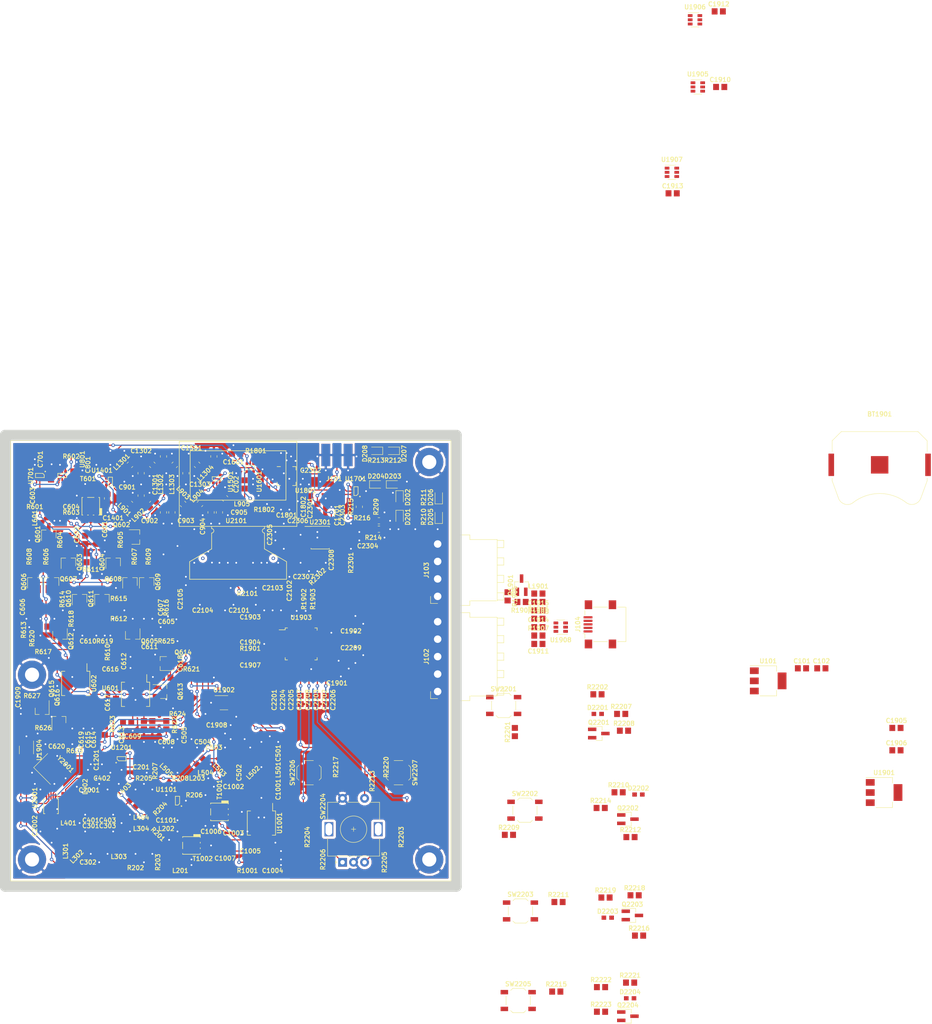
<source format=kicad_pcb>
(kicad_pcb (version 20171130) (host pcbnew 6.0.0-rc1-unknown-16b5f40~65~ubuntu18.04.1)
  (layers (0 F.Cu signal) (31 B.Cu signal) (34 B.Paste user) (35 F.Paste user) (36 B.SilkS user) (37 F.SilkS user) (38 B.Mask user) (39 F.Mask user) (44 Edge.Cuts user))
  (net 0 "")
  (net 1 SW_GND)
  (net 2 "Net-(BT1901-Pad1)")
  (net 3 +5V)
  (net 4 SW_VDD)
  (net 5 /ANALOG/SINE_LOW)
  (net 6 /ANALOG/100_MHz_Legendre_LPF_1/OUT)
  (net 7 /ANALOG/HF_Switch_5/A)
  (net 8 /PLL/CLK0)
  (net 9 "Net-(C301-Pad1)")
  (net 10 "Net-(C302-Pad1)")
  (net 11 "Net-(C303-Pad1)")
  (net 12 "Net-(C401-Pad1)")
  (net 13 "Net-(C402-Pad1)")
  (net 14 "Net-(C403-Pad1)")
  (net 15 "Net-(C501-Pad1)")
  (net 16 "Net-(C502-Pad1)")
  (net 17 "Net-(C504-Pad1)")
  (net 18 /ANALOG/RF_AMPLIFIER/RF_GAIN_SWITCH_1/OUT)
  (net 19 /ANALOG/RF_AMPLIFIER/GAIN_A)
  (net 20 /ANALOG/RF_AMPLIFIER/GAIN_B)
  (net 21 /ANALOG/RF_AMPLIFIER/RF_GAIN_SWITCH_2/OUT)
  (net 22 /ANALOG/RF_AMPLIFIER/BUFFER_BIAS)
  (net 23 "Net-(C608-Pad1)")
  (net 24 "Net-(C610-Pad1)")
  (net 25 "Net-(C611-Pad1)")
  (net 26 "Net-(C612-Pad1)")
  (net 27 /ANALOG/RF_AMPLIFIER/IN)
  (net 28 "Net-(C613-Pad2)")
  (net 29 "Net-(C614-Pad1)")
  (net 30 "Net-(C616-Pad1)")
  (net 31 "Net-(C616-Pad2)")
  (net 32 "Net-(C617-Pad1)")
  (net 33 "Net-(C617-Pad2)")
  (net 34 "Net-(C618-Pad1)")
  (net 35 "Net-(C619-Pad1)")
  (net 36 "Net-(C620-Pad1)")
  (net 37 "Net-(C901-Pad1)")
  (net 38 "Net-(C902-Pad1)")
  (net 39 "Net-(C904-Pad1)")
  (net 40 /ANALOG/100_MHz_Legendre_LPF_1/IN)
  (net 41 "Net-(C1001-Pad2)")
  (net 42 "Net-(C1002-Pad1)")
  (net 43 "Net-(C1002-Pad2)")
  (net 44 "Net-(C1003-Pad2)")
  (net 45 "Net-(C1003-Pad1)")
  (net 46 "Net-(C1004-Pad1)")
  (net 47 "Net-(C1006-Pad1)")
  (net 48 "Net-(C1006-Pad2)")
  (net 49 "Net-(C1007-Pad2)")
  (net 50 "Net-(C1007-Pad1)")
  (net 51 "Net-(C1301-Pad1)")
  (net 52 "Net-(C1302-Pad1)")
  (net 53 "Net-(C1303-Pad1)")
  (net 54 "Net-(C1901-Pad1)")
  (net 55 "Net-(C1902-Pad2)")
  (net 56 +3.3VA)
  (net 57 "Net-(C1904-Pad2)")
  (net 58 /RF_DETECTOR/OUT)
  (net 59 /MICROCONTROLLER/USB_DM_UNPROT)
  (net 60 /MICROCONTROLLER/USB_DP_UNPROT)
  (net 61 "Net-(C2102-Pad1)")
  (net 62 "Net-(C2103-Pad1)")
  (net 63 "Net-(C2104-Pad1)")
  (net 64 "Net-(C2104-Pad2)")
  (net 65 "Net-(C2105-Pad2)")
  (net 66 "Net-(C2105-Pad1)")
  (net 67 /BUTTONS/BTN_POWER)
  (net 68 /BUTTONS/ENCODER_B)
  (net 69 /BUTTONS/ENCODER_A)
  (net 70 /BUTTONS/BTN_SINE)
  (net 71 /BUTTONS/BTN_RECT)
  (net 72 /BUTTONS/BTN_ENCODER)
  (net 73 /BUTTONS/BTN_ENABLE)
  (net 74 /BUTTONS/BTN_LEFT)
  (net 75 /BUTTONS/BTN_RIGHT)
  (net 76 "Net-(C2301-Pad1)")
  (net 77 /RF_DETECTOR/IN+)
  (net 78 "Net-(C2302-Pad2)")
  (net 79 "Net-(C2303-Pad1)")
  (net 80 "Net-(C2305-Pad1)")
  (net 81 "Net-(C2307-Pad1)")
  (net 82 "Net-(D201-Pad1)")
  (net 83 "Net-(D202-Pad1)")
  (net 84 "Net-(D203-Pad1)")
  (net 85 /ANALOG/HF_Switch_6/B)
  (net 86 "Net-(D2201-Pad1)")
  (net 87 "Net-(D2201-Pad2)")
  (net 88 "Net-(D2202-Pad1)")
  (net 89 "Net-(D2202-Pad2)")
  (net 90 "Net-(D2203-Pad2)")
  (net 91 "Net-(D2203-Pad1)")
  (net 92 "Net-(D2204-Pad2)")
  (net 93 "Net-(D2204-Pad1)")
  (net 94 /MICROCONTROLLER/SWDIO)
  (net 95 /MICROCONTROLLER/SWCLK)
  (net 96 /MICROCONTROLLER/SWRST)
  (net 97 /MICROCONTROLLER/TX)
  (net 98 /MICROCONTROLLER/RX)
  (net 99 /MICROCONTROLLER/USB_DM)
  (net 100 /MICROCONTROLLER/USB_DP)
  (net 101 "Net-(J104-Pad4)")
  (net 102 "Net-(L201-Pad1)")
  (net 103 "Net-(L202-Pad2)")
  (net 104 "Net-(L203-Pad2)")
  (net 105 /PLL/CLK2)
  (net 106 /ANALOG/200_MHz_Legendre_LPF_1/OUT)
  (net 107 /PLL/CLK1)
  (net 108 /ANALOG/200_MHz_Legendre_LPF_2/OUT)
  (net 109 "Net-(L503-Pad2)")
  (net 110 "Net-(L601-Pad1)")
  (net 111 /ANALOG/HF_Switch_3/A)
  (net 112 "Net-(L903-Pad2)")
  (net 113 /ANALOG/LOW_BAND)
  (net 114 /ANALOG/HF_Switch_3/B)
  (net 115 /ANALOG/HIGH_BAND)
  (net 116 "Net-(L1901-Pad1)")
  (net 117 "Net-(L1901-Pad2)")
  (net 118 /ANALOG/RF_AMPLIFIER/NE612_A)
  (net 119 "Net-(Q601-Pad2)")
  (net 120 "Net-(Q602-Pad2)")
  (net 121 /ANALOG/RF_AMPLIFIER/NE612_B)
  (net 122 "Net-(Q603-Pad1)")
  (net 123 "Net-(Q603-Pad3)")
  (net 124 "Net-(Q604-Pad3)")
  (net 125 "Net-(Q604-Pad1)")
  (net 126 "Net-(Q605-Pad2)")
  (net 127 "Net-(Q606-Pad2)")
  (net 128 "Net-(Q606-Pad3)")
  (net 129 "Net-(Q607-Pad2)")
  (net 130 "Net-(Q608-Pad2)")
  (net 131 "Net-(Q609-Pad3)")
  (net 132 "Net-(Q609-Pad2)")
  (net 133 "Net-(Q610-Pad2)")
  (net 134 "Net-(Q611-Pad2)")
  (net 135 "Net-(Q612-Pad2)")
  (net 136 /ANALOG/IAM81008_MIXER/IN_A)
  (net 137 /ANALOG/HF_Switch_1/OUT)
  (net 138 /ANALOG/HF_Switch_1/A)
  (net 139 /ANALOG/HF_Switch_1/B)
  (net 140 /ANALOG/HF_Switch_6/A)
  (net 141 /ANALOG/RF_AMPLIFIER/RF_GAIN_SWITCH_1/A)
  (net 142 /ANALOG/RF_AMPLIFIER/RF_GAIN_SWITCH_2/A)
  (net 143 "Net-(R604-Pad1)")
  (net 144 "Net-(R605-Pad1)")
  (net 145 /ANALOG/GAIN1)
  (net 146 "Net-(Q613-Pad2)")
  (net 147 "Net-(Q614-Pad2)")
  (net 148 /ANALOG/GAIN2)
  (net 149 "Net-(Q615-Pad2)")
  (net 150 "Net-(Q616-Pad2)")
  (net 151 "Net-(R1801-Pad1)")
  (net 152 "Net-(R1802-Pad1)")
  (net 153 /DISPLAY/SCL)
  (net 154 /DISPLAY/SDA)
  (net 155 "Net-(Q1901-Pad1)")
  (net 156 "Net-(R1905-Pad2)")
  (net 157 "Net-(R1907-Pad2)")
  (net 158 "Net-(R1908-Pad2)")
  (net 159 "Net-(R2101-Pad1)")
  (net 160 "Net-(R2201-Pad2)")
  (net 161 "Net-(R2203-Pad1)")
  (net 162 "Net-(R2204-Pad1)")
  (net 163 /BUTTONS/LED_POWER)
  (net 164 "Net-(Q2201-Pad1)")
  (net 165 "Net-(R2209-Pad2)")
  (net 166 "Net-(R2211-Pad2)")
  (net 167 "Net-(Q2202-Pad1)")
  (net 168 /BUTTONS/LED_SINE)
  (net 169 "Net-(R2213-Pad2)")
  (net 170 "Net-(R2215-Pad2)")
  (net 171 "Net-(R2217-Pad2)")
  (net 172 /BUTTONS/LED_RECT)
  (net 173 "Net-(Q2203-Pad1)")
  (net 174 "Net-(R2220-Pad2)")
  (net 175 /BUTTONS/LED_ENABLE)
  (net 176 "Net-(Q2204-Pad1)")
  (net 177 /ANALOG/HF_Switch_3/OUT)
  (net 178 "Net-(U601-Pad7)")
  (net 179 "Net-(U602-Pad7)")
  (net 180 /ANALOG/GAIN_SELECT)
  (net 181 /ANALOG/RF_AMPLIFIER/RF_GAIN_SWITCH_1/B)
  (net 182 /ANALOG/RF_AMPLIFIER/RF_GAIN_SWITCH_2/B)
  (net 183 /ANALOG/BAND_SEL)
  (net 184 /ANALOG/HF_Switch_5/B)
  (net 185 /ANALOG/ATTENUATOR/IN)
  (net 186 /ANALOG/SHAPE_SELECT)
  (net 187 /ANALOG/TERMINATION)
  (net 188 /ANALOG/ATT_2)
  (net 189 /ANALOG/ATT_1)
  (net 190 /ANALOG/ATT_0)
  (net 191 /MICROCONTROLLER/SWRST_UNPROT)
  (net 192 /MICROCONTROLLER/TX_UNPROT)
  (net 193 /MICROCONTROLLER/RX_UNPROT)
  (net 194 /MICROCONTROLLER/SWDIO_UNPROT)
  (net 195 /MICROCONTROLLER/SWCLK_UNPROT)
  (net 196 "Net-(U1903-Pad38)")
  (net 197 /DISPLAY/~OLED_RESET)
  (net 198 "Net-(U1905-Pad3)")
  (net 199 "Net-(U1905-Pad4)")
  (net 200 "Net-(U2001-Pad2)")
  (net 201 "Net-(U2001-Pad3)")
  (net 202 "Net-(U2101-Pad7)")
  (net 203 "Net-(U2301-Pad5)")
  (net 204 "Net-(U1903-Pad10)")
  (net 205 "Net-(U1903-Pad11)")
  (net 206 "Net-(R209-Pad2)")
  (net 207 /MICROCONTROLLER/DATA)
  (net 208 /MICROCONTROLLER/CLK)
  (net 209 /MICROCONTROLLER/LE)
  (net 210 "Net-(U1903-Pad26)")
  (net 211 "Net-(U1903-Pad27)")
  (net 212 "Net-(U1903-Pad28)")
  (module petr_kicad:UG-2864KSWEG01 (layer F.Cu) (at 99.475001 59.055)
    (fp_text reference U2101 (at -0.415001 -1.27) (layer F.SilkS) (effects (font (thickness 0.2))))
    (fp_text value UG-2864KSWEG01)
    (pad 30 smd oval (at 10.15 11) (size 0.4 2.5) (layers F.Cu F.Paste F.Mask) (net 1 SW_GND))
    (pad 29 smd oval (at 9.45 11) (size 0.4 2.5) (layers F.Cu F.Paste F.Mask) (net 1 SW_GND))
    (pad 28 smd oval (at 8.75 11) (size 0.4 2.5) (layers F.Cu F.Paste F.Mask) (net 61 "Net-(C2102-Pad1)"))
    (pad 27 smd oval (at 8.05 11) (size 0.4 2.5) (layers F.Cu F.Paste F.Mask) (net 62 "Net-(C2103-Pad1)"))
    (pad 26 smd oval (at 7.35 11) (size 0.4 2.5) (layers F.Cu F.Paste F.Mask) (net 159 "Net-(R2101-Pad1)"))
    (pad 25 smd oval (at 6.65 11) (size 0.4 2.5) (layers F.Cu F.Paste F.Mask) (net 1 SW_GND))
    (pad 24 smd oval (at 5.95 11) (size 0.4 2.5) (layers F.Cu F.Paste F.Mask) (net 1 SW_GND))
    (pad 23 smd oval (at 5.25 11) (size 0.4 2.5) (layers F.Cu F.Paste F.Mask) (net 1 SW_GND))
    (pad 22 smd oval (at 4.55 11) (size 0.4 2.5) (layers F.Cu F.Paste F.Mask) (net 1 SW_GND))
    (pad 21 smd oval (at 3.85 11) (size 0.4 2.5) (layers F.Cu F.Paste F.Mask) (net 1 SW_GND))
    (pad 20 smd oval (at 3.15 11) (size 0.4 2.5) (layers F.Cu F.Paste F.Mask) (net 154 /DISPLAY/SDA))
    (pad 19 smd oval (at 2.45 11) (size 0.4 2.5) (layers F.Cu F.Paste F.Mask) (net 154 /DISPLAY/SDA))
    (pad 18 smd oval (at 1.75 11) (size 0.4 2.5) (layers F.Cu F.Paste F.Mask) (net 153 /DISPLAY/SCL))
    (pad 17 smd oval (at 1.05 11) (size 0.4 2.5) (layers F.Cu F.Paste F.Mask) (net 1 SW_GND))
    (pad 16 smd oval (at 0.35 11) (size 0.4 2.5) (layers F.Cu F.Paste F.Mask) (net 1 SW_GND))
    (pad 15 smd oval (at -0.35 11) (size 0.4 2.5) (layers F.Cu F.Paste F.Mask) (net 1 SW_GND))
    (pad 14 smd oval (at -1.05 11) (size 0.4 2.5) (layers F.Cu F.Paste F.Mask) (net 197 /DISPLAY/~OLED_RESET))
    (pad 13 smd oval (at -1.75 11) (size 0.4 2.5) (layers F.Cu F.Paste F.Mask) (net 1 SW_GND))
    (pad 12 smd oval (at -2.45 11) (size 0.4 2.5) (layers F.Cu F.Paste F.Mask) (net 1 SW_GND))
    (pad 11 smd oval (at -3.15 11) (size 0.4 2.5) (layers F.Cu F.Paste F.Mask) (net 4 SW_VDD))
    (pad 10 smd oval (at -3.85 11) (size 0.4 2.5) (layers F.Cu F.Paste F.Mask) (net 1 SW_GND))
    (pad 9 smd oval (at -4.55 11) (size 0.4 2.5) (layers F.Cu F.Paste F.Mask) (net 4 SW_VDD))
    (pad 8 smd oval (at -5.25 11) (size 0.4 2.5) (layers F.Cu F.Paste F.Mask) (net 1 SW_GND))
    (pad 7 smd oval (at -5.95 11) (size 0.4 2.5) (layers F.Cu F.Paste F.Mask) (net 202 "Net-(U2101-Pad7)"))
    (pad 6 smd oval (at -6.65 11) (size 0.4 2.5) (layers F.Cu F.Paste F.Mask) (net 4 SW_VDD))
    (pad 5 smd oval (at -7.35 11) (size 0.4 2.5) (layers F.Cu F.Paste F.Mask) (net 64 "Net-(C2104-Pad2)"))
    (pad 4 smd oval (at -8.05 11) (size 0.4 2.5) (layers F.Cu F.Paste F.Mask) (net 63 "Net-(C2104-Pad1)"))
    (pad 3 smd oval (at -8.75 11) (size 0.4 2.5) (layers F.Cu F.Paste F.Mask) (net 66 "Net-(C2105-Pad1)"))
    (pad 2 smd oval (at -9.45 11) (size 0.4 2.5) (layers F.Cu F.Paste F.Mask) (net 65 "Net-(C2105-Pad2)"))
    (pad 1 smd oval (at -10.15 11) (size 0.4 2.5) (layers F.Cu F.Paste F.Mask) (net 1 SW_GND))
    (pad "" np_thru_hole circle (at 8 7.25) (size 0.8 0.8) (drill 0.4) (layers *.Cu *.Mask))
    (pad "" np_thru_hole circle (at -8 7.25) (size 0.8 0.8) (drill 0.4) (layers *.Cu *.Mask))
  )
  (module petr_kicad:Molex_SMA_Jack_Edge_Mount_Chinese (layer F.Cu) (at 121.92 44.577 270)
    (fp_text reference J101 (at 3.683 0.635) (layer F.SilkS) (effects (font (thickness 0.2))))
    (fp_text value Conn_Coaxial)
    (pad 1 smd rect (at -1.72 0 270) (size 5.08 2) (layers F.Cu F.Paste F.Mask) (net 77 /RF_DETECTOR/IN+))
    (pad 2 smd rect (at -1.72 -2.53 270) (size 5.08 2) (layers F.Cu F.Paste F.Mask) (net 1 SW_GND))
    (pad 2 smd rect (at -1.72 2.53 270) (size 5.08 2) (layers F.Cu F.Paste F.Mask) (net 1 SW_GND))
    (pad 2 smd rect (at -1.72 -2.53 270) (size 5.08 2) (layers B.Cu B.Paste B.Mask) (net 1 SW_GND))
    (pad 2 smd rect (at -1.72 2.53 270) (size 5.08 2) (layers B.Cu B.Paste B.Mask) (net 1 SW_GND))
  )
  (module Package_TO_SOT_SMD:SOT-23_Handsoldering (layer F.Cu) (at 55.002154 100.965 270)
    (fp_text reference Q615 (at -5.08 -2.147846 90) (layer F.SilkS) (effects (font (thickness 0.2))))
    (fp_text value BC817)
    (pad 3 smd rect (at 1.5 0 270) (size 1.9 0.8) (layers F.Cu F.Paste F.Mask) (net 36 "Net-(C620-Pad1)"))
    (pad 2 smd rect (at -1.5 0.95 270) (size 1.9 0.8) (layers F.Cu F.Paste F.Mask) (net 149 "Net-(Q615-Pad2)"))
    (pad 1 smd rect (at -1.5 -0.95 270) (size 1.9 0.8) (layers F.Cu F.Paste F.Mask) (net 36 "Net-(C620-Pad1)"))
  )
  (module Resistor_SMD:R_0805_2012Metric_Pad1.33x1.40mm_HandSolder (layer F.Cu) (at 83.185 133.985 90)
    (fp_text reference R203 (at -1.27 -1.905 270) (layer F.SilkS) (effects (font (thickness 0.2))))
    (fp_text value 100)
    (pad 2 smd rect (at 0.9375 0 90) (size 1.325 1.4) (layers F.Cu F.Paste F.Mask) (net 136 /ANALOG/IAM81008_MIXER/IN_A))
    (pad 1 smd rect (at -0.9375 0 90) (size 1.325 1.4) (layers F.Cu F.Paste F.Mask) (net 102 "Net-(L201-Pad1)"))
  )
  (module Battery:BatteryHolder_Keystone_3034_1x20mm (layer F.Cu) (at 245.11 45.085)
    (fp_text reference BT1901 (at 0 -11.5) (layer F.SilkS) (effects (font (thickness 0.2))))
    (fp_text value Battery_Cell)
    (pad 2 smd rect (at 0 0) (size 3.96 3.96) (layers F.Cu F.Paste F.Mask) (net 1 SW_GND))
    (pad 1 smd rect (at 10.985 0) (size 1.27 5.08) (layers F.Cu F.Paste F.Mask) (net 2 "Net-(BT1901-Pad1)"))
    (pad 1 smd rect (at -10.985 0) (size 1.27 5.08) (layers F.Cu F.Paste F.Mask) (net 2 "Net-(BT1901-Pad1)"))
  )
  (module Capacitor_SMD:C_0805_2012Metric_Pad1.33x1.40mm_HandSolder (layer F.Cu) (at 227.473571 91.2525)
    (fp_text reference C101 (at 0 -1.65) (layer F.SilkS) (effects (font (thickness 0.2))))
    (fp_text value 100n)
    (pad 2 smd rect (at 0.9375 0) (size 1.325 1.4) (layers F.Cu F.Paste F.Mask) (net 1 SW_GND))
    (pad 1 smd rect (at -0.9375 0) (size 1.325 1.4) (layers F.Cu F.Paste F.Mask) (net 3 +5V))
  )
  (module Capacitor_SMD:C_0805_2012Metric_Pad1.33x1.40mm_HandSolder (layer F.Cu) (at 231.873571 91.2525)
    (fp_text reference C102 (at 0 -1.65) (layer F.SilkS) (effects (font (thickness 0.2))))
    (fp_text value 100n)
    (pad 1 smd rect (at -0.9375 0) (size 1.325 1.4) (layers F.Cu F.Paste F.Mask) (net 4 SW_VDD))
    (pad 2 smd rect (at 0.9375 0) (size 1.325 1.4) (layers F.Cu F.Paste F.Mask) (net 1 SW_GND))
  )
  (module Capacitor_SMD:C_0805_2012Metric_Pad1.33x1.40mm_HandSolder (layer F.Cu) (at 77.47 111.76)
    (fp_text reference C201 (at 0 1.905) (layer F.SilkS) (effects (font (thickness 0.2))))
    (fp_text value 10n)
    (pad 1 smd rect (at -0.9375 0) (size 1.325 1.4) (layers F.Cu F.Paste F.Mask) (net 5 /ANALOG/SINE_LOW))
    (pad 2 smd rect (at 0.9375 0) (size 1.325 1.4) (layers F.Cu F.Paste F.Mask) (net 6 /ANALOG/100_MHz_Legendre_LPF_1/OUT))
  )
  (module Capacitor_SMD:C_0805_2012Metric_Pad1.33x1.40mm_HandSolder (layer F.Cu) (at 100.965 49.53 270)
    (fp_text reference C202 (at 0 1.905 270) (layer F.SilkS) (effects (font (thickness 0.2))))
    (fp_text value 100n)
    (pad 1 smd rect (at -0.9375 0 270) (size 1.325 1.4) (layers F.Cu F.Paste F.Mask) (net 7 /ANALOG/HF_Switch_5/A))
    (pad 2 smd rect (at 0.9375 0 270) (size 1.325 1.4) (layers F.Cu F.Paste F.Mask) (net 105 /PLL/CLK2))
  )
  (module Capacitor_SMD:C_0805_2012Metric_Pad1.33x1.40mm_HandSolder (layer F.Cu) (at 62.865 128.905 90)
    (fp_text reference C301 (at 1.905 3.175 180) (layer F.SilkS) (effects (font (thickness 0.2))))
    (fp_text value 24p)
    (pad 2 smd rect (at 0.9375 0 90) (size 1.325 1.4) (layers F.Cu F.Paste F.Mask) (net 1 SW_GND))
    (pad 1 smd rect (at -0.9375 0 90) (size 1.325 1.4) (layers F.Cu F.Paste F.Mask) (net 9 "Net-(C301-Pad1)"))
  )
  (module Capacitor_SMD:C_0805_2012Metric_Pad1.33x1.40mm_HandSolder (layer F.Cu) (at 67.945 132.715 270)
    (fp_text reference C302 (at 2.54 2.54) (layer F.SilkS) (effects (font (thickness 0.2))))
    (fp_text value 27p)
    (pad 2 smd rect (at 0.9375 0 270) (size 1.325 1.4) (layers F.Cu F.Paste F.Mask) (net 1 SW_GND))
    (pad 1 smd rect (at -0.9375 0 270) (size 1.325 1.4) (layers F.Cu F.Paste F.Mask) (net 10 "Net-(C302-Pad1)"))
  )
  (module Capacitor_SMD:C_0805_2012Metric_Pad1.33x1.40mm_HandSolder (layer F.Cu) (at 73.025 128.905 90)
    (fp_text reference C303 (at 1.905 -3.175 180) (layer F.SilkS) (effects (font (thickness 0.2))))
    (fp_text value 24p)
    (pad 1 smd rect (at -0.9375 0 90) (size 1.325 1.4) (layers F.Cu F.Paste F.Mask) (net 11 "Net-(C303-Pad1)"))
    (pad 2 smd rect (at 0.9375 0 90) (size 1.325 1.4) (layers F.Cu F.Paste F.Mask) (net 1 SW_GND))
  )
  (module Capacitor_SMD:C_0805_2012Metric_Pad1.33x1.40mm_HandSolder (layer F.Cu) (at 62.865 123.825 270)
    (fp_text reference C401 (at 1.905 -3.175) (layer F.SilkS) (effects (font (thickness 0.2))))
    (fp_text value 24p)
    (pad 1 smd rect (at -0.9375 0 270) (size 1.325 1.4) (layers F.Cu F.Paste F.Mask) (net 12 "Net-(C401-Pad1)"))
    (pad 2 smd rect (at 0.9375 0 270) (size 1.325 1.4) (layers F.Cu F.Paste F.Mask) (net 1 SW_GND))
  )
  (module Capacitor_SMD:C_0805_2012Metric_Pad1.33x1.40mm_HandSolder (layer F.Cu) (at 67.945 120.015 90)
    (fp_text reference C402 (at 3.81 0.635 180) (layer F.SilkS) (effects (font (thickness 0.2))))
    (fp_text value 27p)
    (pad 1 smd rect (at -0.9375 0 90) (size 1.325 1.4) (layers F.Cu F.Paste F.Mask) (net 13 "Net-(C402-Pad1)"))
    (pad 2 smd rect (at 0.9375 0 90) (size 1.325 1.4) (layers F.Cu F.Paste F.Mask) (net 1 SW_GND))
  )
  (module Capacitor_SMD:C_0805_2012Metric_Pad1.33x1.40mm_HandSolder (layer F.Cu) (at 73.025 123.825 270)
    (fp_text reference C403 (at 1.905 3.175) (layer F.SilkS) (effects (font (thickness 0.2))))
    (fp_text value 24p)
    (pad 1 smd rect (at -0.9375 0 270) (size 1.325 1.4) (layers F.Cu F.Paste F.Mask) (net 14 "Net-(C403-Pad1)"))
    (pad 2 smd rect (at 0.9375 0 270) (size 1.325 1.4) (layers F.Cu F.Paste F.Mask) (net 1 SW_GND))
  )
  (module Capacitor_SMD:C_0805_2012Metric_Pad1.33x1.40mm_HandSolder (layer F.Cu) (at 106.68 109.22 90)
    (fp_text reference C501 (at -1.27 1.905 90) (layer F.SilkS) (effects (font (thickness 0.2))))
    (fp_text value 47p)
    (pad 1 smd rect (at -0.9375 0 90) (size 1.325 1.4) (layers F.Cu F.Paste F.Mask) (net 15 "Net-(C501-Pad1)"))
    (pad 2 smd rect (at 0.9375 0 90) (size 1.325 1.4) (layers F.Cu F.Paste F.Mask) (net 1 SW_GND))
  )
  (module Capacitor_SMD:C_0805_2012Metric_Pad1.33x1.40mm_HandSolder (layer F.Cu) (at 100.33 110.49 90)
    (fp_text reference C502 (at -4.445 -0.635 270) (layer F.SilkS) (effects (font (thickness 0.2))))
    (fp_text value 47p)
    (pad 2 smd rect (at 0.9375 0 90) (size 1.325 1.4) (layers F.Cu F.Paste F.Mask) (net 1 SW_GND))
    (pad 1 smd rect (at -0.9375 0 90) (size 1.325 1.4) (layers F.Cu F.Paste F.Mask) (net 16 "Net-(C502-Pad1)"))
  )
  (module Capacitor_SMD:C_0805_2012Metric_Pad1.33x1.40mm_HandSolder (layer F.Cu) (at 98.425 110.49 90)
    (fp_text reference C503 (at 1.27 -4.445 180) (layer F.SilkS) (effects (font (thickness 0.2))))
    (fp_text value 6p8)
    (pad 1 smd rect (at -0.9375 0 90) (size 1.325 1.4) (layers F.Cu F.Paste F.Mask) (net 16 "Net-(C502-Pad1)"))
    (pad 2 smd rect (at 0.9375 0 90) (size 1.325 1.4) (layers F.Cu F.Paste F.Mask) (net 1 SW_GND))
  )
  (module Capacitor_SMD:C_0805_2012Metric_Pad1.33x1.40mm_HandSolder (layer F.Cu) (at 88.265 110.49 90)
    (fp_text reference C504 (at 2.54 3.175 180) (layer F.SilkS) (effects (font (thickness 0.2))))
    (fp_text value 47p)
    (pad 2 smd rect (at 0.9375 0 90) (size 1.325 1.4) (layers F.Cu F.Paste F.Mask) (net 1 SW_GND))
    (pad 1 smd rect (at -0.9375 0 90) (size 1.325 1.4) (layers F.Cu F.Paste F.Mask) (net 17 "Net-(C504-Pad1)"))
  )
  (module Capacitor_SMD:C_0805_2012Metric_Pad1.33x1.40mm_HandSolder (layer F.Cu) (at 86.36 110.49 90)
    (fp_text reference C505 (at 4.064 0.889 90) (layer F.SilkS) (effects (font (thickness 0.2))))
    (fp_text value 3p3)
    (pad 2 smd rect (at 0.9375 0 90) (size 1.325 1.4) (layers F.Cu F.Paste F.Mask) (net 1 SW_GND))
    (pad 1 smd rect (at -0.9375 0 90) (size 1.325 1.4) (layers F.Cu F.Paste F.Mask) (net 17 "Net-(C504-Pad1)"))
  )
  (module Capacitor_SMD:C_0805_2012Metric_Pad1.33x1.40mm_HandSolder (layer F.Cu) (at 67.31 62.103 270)
    (fp_text reference C601 (at -2.413 -1.905 90) (layer F.SilkS) (effects (font (thickness 0.2))))
    (fp_text value 100p)
    (pad 1 smd rect (at -0.9375 0 270) (size 1.325 1.4) (layers F.Cu F.Paste F.Mask) (net 3 +5V))
    (pad 2 smd rect (at 0.9375 0 270) (size 1.325 1.4) (layers F.Cu F.Paste F.Mask) (net 1 SW_GND))
  )
  (module Capacitor_SMD:C_0805_2012Metric_Pad1.33x1.40mm_HandSolder (layer F.Cu) (at 64.77 62.103 270)
    (fp_text reference C602 (at -1.143 1.905 90) (layer F.SilkS) (effects (font (thickness 0.2))))
    (fp_text value 10n)
    (pad 1 smd rect (at -0.9375 0 270) (size 1.325 1.4) (layers F.Cu F.Paste F.Mask) (net 3 +5V))
    (pad 2 smd rect (at 0.9375 0 270) (size 1.325 1.4) (layers F.Cu F.Paste F.Mask) (net 1 SW_GND))
  )
  (module Capacitor_SMD:C_0805_2012Metric_Pad1.33x1.40mm_HandSolder (layer F.Cu) (at 54.483 52.07 90)
    (fp_text reference C603 (at 0 -1.65 90) (layer F.SilkS) (effects (font (thickness 0.2))))
    (fp_text value 10n)
    (pad 2 smd rect (at 0.9375 0 90) (size 1.325 1.4) (layers F.Cu F.Paste F.Mask) (net 18 /ANALOG/RF_AMPLIFIER/RF_GAIN_SWITCH_1/OUT))
    (pad 1 smd rect (at -0.9375 0 90) (size 1.325 1.4) (layers F.Cu F.Paste F.Mask) (net 19 /ANALOG/RF_AMPLIFIER/GAIN_A))
  )
  (module Capacitor_SMD:C_0805_2012Metric_Pad1.33x1.40mm_HandSolder (layer F.Cu) (at 60.579 52.07 90)
    (fp_text reference C604 (at -2.54 1.016) (layer F.SilkS) (effects (font (thickness 0.2))))
    (fp_text value 10n)
    (pad 1 smd rect (at -0.9375 0 90) (size 1.325 1.4) (layers F.Cu F.Paste F.Mask) (net 20 /ANALOG/RF_AMPLIFIER/GAIN_B))
    (pad 2 smd rect (at 0.9375 0 90) (size 1.325 1.4) (layers F.Cu F.Paste F.Mask) (net 21 /ANALOG/RF_AMPLIFIER/RF_GAIN_SWITCH_2/OUT))
  )
  (module Capacitor_SMD:C_0805_2012Metric_Pad1.33x1.40mm_HandSolder (layer F.Cu) (at 79.375 81.788)
    (fp_text reference C605 (at 3.81 -1.143) (layer F.SilkS) (effects (font (thickness 0.2))))
    (fp_text value 10n)
    (pad 1 smd rect (at -0.9375 0) (size 1.325 1.4) (layers F.Cu F.Paste F.Mask) (net 22 /ANALOG/RF_AMPLIFIER/BUFFER_BIAS))
    (pad 2 smd rect (at 0.9375 0) (size 1.325 1.4) (layers F.Cu F.Paste F.Mask) (net 1 SW_GND))
  )
  (module Capacitor_SMD:C_0805_2012Metric_Pad1.33x1.40mm_HandSolder (layer F.Cu) (at 52.451 77.343 270)
    (fp_text reference C606 (at 0 1.905 270) (layer F.SilkS) (effects (font (thickness 0.2))))
    (fp_text value 100p)
    (pad 2 smd rect (at 0.9375 0 270) (size 1.325 1.4) (layers F.Cu F.Paste F.Mask) (net 1 SW_GND))
    (pad 1 smd rect (at -0.9375 0 270) (size 1.325 1.4) (layers F.Cu F.Paste F.Mask) (net 22 /ANALOG/RF_AMPLIFIER/BUFFER_BIAS))
  )
  (module Capacitor_SMD:C_0805_2012Metric_Pad1.33x1.40mm_HandSolder (layer F.Cu) (at 78.105 77.343 270)
    (fp_text reference C607 (at 0.127 -3.81 90) (layer F.SilkS) (effects (font (thickness 0.2))))
    (fp_text value 100p)
    (pad 1 smd rect (at -0.9375 0 270) (size 1.325 1.4) (layers F.Cu F.Paste F.Mask) (net 22 /ANALOG/RF_AMPLIFIER/BUFFER_BIAS))
    (pad 2 smd rect (at 0.9375 0 270) (size 1.325 1.4) (layers F.Cu F.Paste F.Mask) (net 1 SW_GND))
  )
  (module Capacitor_SMD:C_0805_2012Metric_Pad1.33x1.40mm_HandSolder (layer F.Cu) (at 80.01 104.14 270)
    (fp_text reference C608 (at 3.81 -3.175) (layer F.SilkS) (effects (font (thickness 0.2))))
    (fp_text value 10n)
    (pad 2 smd rect (at 0.9375 0 270) (size 1.325 1.4) (layers F.Cu F.Paste F.Mask) (net 1 SW_GND))
    (pad 1 smd rect (at -0.9375 0 270) (size 1.325 1.4) (layers F.Cu F.Paste F.Mask) (net 23 "Net-(C608-Pad1)"))
  )
  (module Capacitor_SMD:C_0805_2012Metric_Pad1.33x1.40mm_HandSolder (layer F.Cu) (at 78.105 104.14 270)
    (fp_text reference C609 (at 2.54 2.54) (layer F.SilkS) (effects (font (thickness 0.2))))
    (fp_text value 100p)
    (pad 1 smd rect (at -0.9375 0 270) (size 1.325 1.4) (layers F.Cu F.Paste F.Mask) (net 23 "Net-(C608-Pad1)"))
    (pad 2 smd rect (at 0.9375 0 270) (size 1.325 1.4) (layers F.Cu F.Paste F.Mask) (net 1 SW_GND))
  )
  (module Capacitor_SMD:C_0805_2012Metric_Pad1.33x1.40mm_HandSolder (layer F.Cu) (at 67.31 81.153 270)
    (fp_text reference C610 (at 3.937 1.905) (layer F.SilkS) (effects (font (thickness 0.2))))
    (fp_text value 10n)
    (pad 1 smd rect (at -0.9375 0 270) (size 1.325 1.4) (layers F.Cu F.Paste F.Mask) (net 24 "Net-(C610-Pad1)"))
    (pad 2 smd rect (at 0.9375 0 270) (size 1.325 1.4) (layers F.Cu F.Paste F.Mask) (net 1 SW_GND))
  )
  (module Capacitor_SMD:C_0805_2012Metric_Pad1.33x1.40mm_HandSolder (layer F.Cu) (at 78.74 89.535 90)
    (fp_text reference C611 (at 3.175 0.635) (layer F.SilkS) (effects (font (thickness 0.2))))
    (fp_text value 10n)
    (pad 1 smd rect (at -0.9375 0 90) (size 1.325 1.4) (layers F.Cu F.Paste F.Mask) (net 25 "Net-(C611-Pad1)"))
    (pad 2 smd rect (at 0.9375 0 90) (size 1.325 1.4) (layers F.Cu F.Paste F.Mask) (net 1 SW_GND))
  )
  (module Capacitor_SMD:C_0805_2012Metric_Pad1.33x1.40mm_HandSolder (layer F.Cu) (at 76.835 89.535 90)
    (fp_text reference C612 (at -0.127 -3.302 270) (layer F.SilkS) (effects (font (thickness 0.2))))
    (fp_text value 10n)
    (pad 2 smd rect (at 0.9375 0 90) (size 1.325 1.4) (layers F.Cu F.Paste F.Mask) (net 1 SW_GND))
    (pad 1 smd rect (at -0.9375 0 90) (size 1.325 1.4) (layers F.Cu F.Paste F.Mask) (net 26 "Net-(C612-Pad1)"))
  )
  (module Capacitor_SMD:C_0805_2012Metric_Pad1.33x1.40mm_HandSolder (layer F.Cu) (at 74.295 103.505)
    (fp_text reference C613 (at -1.27 2.921 90) (layer F.SilkS) (effects (font (thickness 0.2))))
    (fp_text value 100n)
    (pad 1 smd rect (at -0.9375 0) (size 1.325 1.4) (layers F.Cu F.Paste F.Mask) (net 27 /ANALOG/RF_AMPLIFIER/IN))
    (pad 2 smd rect (at 0.9375 0) (size 1.325 1.4) (layers F.Cu F.Paste F.Mask) (net 28 "Net-(C613-Pad2)"))
  )
  (module Capacitor_SMD:C_0805_2012Metric_Pad1.33x1.40mm_HandSolder (layer F.Cu) (at 66.432154 102.298429 270)
    (fp_text reference C614 (at 5.143571 -0.242846 270) (layer F.SilkS) (effects (font (thickness 0.2))))
    (fp_text value 10n)
    (pad 1 smd rect (at -0.9375 0 270) (size 1.325 1.4) (layers F.Cu F.Paste F.Mask) (net 29 "Net-(C614-Pad1)"))
    (pad 2 smd rect (at 0.9375 0 270) (size 1.325 1.4) (layers F.Cu F.Paste F.Mask) (net 1 SW_GND))
  )
  (module Capacitor_SMD:C_0805_2012Metric_Pad1.33x1.40mm_HandSolder (layer F.Cu) (at 64.527154 102.298429 270)
    (fp_text reference C615 (at 5.143571 -0.877846 90) (layer F.SilkS) (effects (font (thickness 0.2))))
    (fp_text value 100p)
    (pad 2 smd rect (at 0.9375 0 270) (size 1.325 1.4) (layers F.Cu F.Paste F.Mask) (net 1 SW_GND))
    (pad 1 smd rect (at -0.9375 0 270) (size 1.325 1.4) (layers F.Cu F.Paste F.Mask) (net 29 "Net-(C614-Pad1)"))
  )
  (module Capacitor_SMD:C_0805_2012Metric_Pad1.33x1.40mm_HandSolder (layer F.Cu) (at 70.485 93.345)
    (fp_text reference C616 (at 0 -1.905) (layer F.SilkS) (effects (font (thickness 0.2))))
    (fp_text value 100n)
    (pad 1 smd rect (at -0.9375 0) (size 1.325 1.4) (layers F.Cu F.Paste F.Mask) (net 30 "Net-(C616-Pad1)"))
    (pad 2 smd rect (at 0.9375 0) (size 1.325 1.4) (layers F.Cu F.Paste F.Mask) (net 31 "Net-(C616-Pad2)"))
  )
  (module Capacitor_SMD:C_0805_2012Metric_Pad1.33x1.40mm_HandSolder (layer F.Cu) (at 71.755 99.06 270)
    (fp_text reference C617 (at 0 1.905 270) (layer F.SilkS) (effects (font (thickness 0.2))))
    (fp_text value 100n)
    (pad 1 smd rect (at -0.9375 0 270) (size 1.325 1.4) (layers F.Cu F.Paste F.Mask) (net 32 "Net-(C617-Pad1)"))
    (pad 2 smd rect (at 0.9375 0 270) (size 1.325 1.4) (layers F.Cu F.Paste F.Mask) (net 33 "Net-(C617-Pad2)"))
  )
  (module Capacitor_SMD:C_0805_2012Metric_Pad1.33x1.40mm_HandSolder (layer F.Cu) (at 83.185 93.345 180)
    (fp_text reference C618 (at -3.175 3.175 90) (layer F.SilkS) (effects (font (thickness 0.2))))
    (fp_text value 1n)
    (pad 2 smd rect (at 0.9375 0 180) (size 1.325 1.4) (layers F.Cu F.Paste F.Mask) (net 1 SW_GND))
    (pad 1 smd rect (at -0.9375 0 180) (size 1.325 1.4) (layers F.Cu F.Paste F.Mask) (net 34 "Net-(C618-Pad1)"))
  )
  (module Capacitor_SMD:C_0805_2012Metric_Pad1.33x1.40mm_HandSolder (layer F.Cu) (at 61.987154 102.298429 270)
    (fp_text reference C619 (at 5.143571 -1.893846 270) (layer F.SilkS) (effects (font (thickness 0.2))))
    (fp_text value 10n)
    (pad 2 smd rect (at 0.9375 0 270) (size 1.325 1.4) (layers F.Cu F.Paste F.Mask) (net 1 SW_GND))
    (pad 1 smd rect (at -0.9375 0 270) (size 1.325 1.4) (layers F.Cu F.Paste F.Mask) (net 35 "Net-(C619-Pad1)"))
  )
  (module Capacitor_SMD:C_0805_2012Metric_Pad1.33x1.40mm_HandSolder (layer F.Cu) (at 56.907154 106.743429 180)
    (fp_text reference C620 (at -1.385846 -2.222571 180) (layer F.SilkS) (effects (font (thickness 0.2))))
    (fp_text value 1n)
    (pad 1 smd rect (at -0.9375 0 180) (size 1.325 1.4) (layers F.Cu F.Paste F.Mask) (net 36 "Net-(C620-Pad1)"))
    (pad 2 smd rect (at 0.9375 0 180) (size 1.325 1.4) (layers F.Cu F.Paste F.Mask) (net 1 SW_GND))
  )
  (module Capacitor_SMD:C_0805_2012Metric_Pad1.33x1.40mm_HandSolder (layer F.Cu) (at 57.023 47.498 90)
    (fp_text reference C701 (at 3.683 -2.413 270) (layer F.SilkS) (effects (font (thickness 0.2))))
    (fp_text value 1n)
    (pad 1 smd rect (at -0.9375 0 90) (size 1.325 1.4) (layers F.Cu F.Paste F.Mask) (net 4 SW_VDD))
    (pad 2 smd rect (at 0.9375 0 90) (size 1.325 1.4) (layers F.Cu F.Paste F.Mask) (net 1 SW_GND))
  )
  (module Capacitor_SMD:C_0805_2012Metric_Pad1.33x1.40mm_HandSolder (layer F.Cu) (at 62.103 47.498 90)
    (fp_text reference C801 (at 2.413 3.302 270) (layer F.SilkS) (effects (font (thickness 0.2))))
    (fp_text value 1n)
    (pad 2 smd rect (at 0.9375 0 90) (size 1.325 1.4) (layers F.Cu F.Paste F.Mask) (net 1 SW_GND))
    (pad 1 smd rect (at -0.9375 0 90) (size 1.325 1.4) (layers F.Cu F.Paste F.Mask) (net 4 SW_VDD))
  )
  (module Capacitor_SMD:C_0805_2012Metric_Pad1.33x1.40mm_HandSolder (layer F.Cu) (at 106.68 118.11 270)
    (fp_text reference C1001 (at 0.635 -1.905 270) (layer F.SilkS) (effects (font (thickness 0.2))))
    (fp_text value 10n)
    (pad 1 smd rect (at -0.9375 0 270) (size 1.325 1.4) (layers F.Cu F.Paste F.Mask) (net 40 /ANALOG/100_MHz_Legendre_LPF_1/IN))
    (pad 2 smd rect (at 0.9375 0 270) (size 1.325 1.4) (layers F.Cu F.Paste F.Mask) (net 41 "Net-(C1001-Pad2)"))
  )
  (module Capacitor_SMD:C_0805_2012Metric_Pad1.33x1.40mm_HandSolder (layer F.Cu) (at 98.425 120.015 180)
    (fp_text reference C1002 (at 0 1.905 180) (layer F.SilkS) (effects (font (thickness 0.2))))
    (fp_text value 1n)
    (pad 1 smd rect (at -0.9375 0 180) (size 1.325 1.4) (layers F.Cu F.Paste F.Mask) (net 42 "Net-(C1002-Pad1)"))
    (pad 2 smd rect (at 0.9375 0 180) (size 1.325 1.4) (layers F.Cu F.Paste F.Mask) (net 43 "Net-(C1002-Pad2)"))
  )
  (module Capacitor_SMD:C_0805_2012Metric_Pad1.33x1.40mm_HandSolder (layer F.Cu) (at 98.425 127 180)
    (fp_text reference C1003 (at 0 -1.65 180) (layer F.SilkS) (effects (font (thickness 0.2))))
    (fp_text value 1n)
    (pad 2 smd rect (at 0.9375 0 180) (size 1.325 1.4) (layers F.Cu F.Paste F.Mask) (net 44 "Net-(C1003-Pad2)"))
    (pad 1 smd rect (at -0.9375 0 180) (size 1.325 1.4) (layers F.Cu F.Paste F.Mask) (net 45 "Net-(C1003-Pad1)"))
  )
  (module Capacitor_SMD:C_0805_2012Metric_Pad1.33x1.40mm_HandSolder (layer F.Cu) (at 106.68 135.255)
    (fp_text reference C1004 (at 0.635 1.905) (layer F.SilkS) (effects (font (thickness 0.2))))
    (fp_text value 10n)
    (pad 2 smd rect (at 0.9375 0) (size 1.325 1.4) (layers F.Cu F.Paste F.Mask) (net 1 SW_GND))
    (pad 1 smd rect (at -0.9375 0) (size 1.325 1.4) (layers F.Cu F.Paste F.Mask) (net 46 "Net-(C1004-Pad1)"))
  )
  (module Capacitor_SMD:C_0805_2012Metric_Pad1.33x1.40mm_HandSolder (layer F.Cu) (at 106.68 132.715)
    (fp_text reference C1005 (at -4.445 0) (layer F.SilkS) (effects (font (thickness 0.2))))
    (fp_text value 100p)
    (pad 1 smd rect (at -0.9375 0) (size 1.325 1.4) (layers F.Cu F.Paste F.Mask) (net 46 "Net-(C1004-Pad1)"))
    (pad 2 smd rect (at 0.9375 0) (size 1.325 1.4) (layers F.Cu F.Paste F.Mask) (net 1 SW_GND))
  )
  (module Capacitor_SMD:C_0805_2012Metric_Pad1.33x1.40mm_HandSolder (layer F.Cu) (at 95.885 130.175 180)
    (fp_text reference C1006 (at 2.54 1.905 180) (layer F.SilkS) (effects (font (thickness 0.2))))
    (fp_text value 1n)
    (pad 1 smd rect (at -0.9375 0 180) (size 1.325 1.4) (layers F.Cu F.Paste F.Mask) (net 47 "Net-(C1006-Pad1)"))
    (pad 2 smd rect (at 0.9375 0 180) (size 1.325 1.4) (layers F.Cu F.Paste F.Mask) (net 48 "Net-(C1006-Pad2)"))
  )
  (module Capacitor_SMD:C_0805_2012Metric_Pad1.33x1.40mm_HandSolder (layer F.Cu) (at 95.885 132.715 180)
    (fp_text reference C1007 (at -0.635 -1.65 180) (layer F.SilkS) (effects (font (thickness 0.2))))
    (fp_text value 1n)
    (pad 2 smd rect (at 0.9375 0 180) (size 1.325 1.4) (layers F.Cu F.Paste F.Mask) (net 49 "Net-(C1007-Pad2)"))
    (pad 1 smd rect (at -0.9375 0 180) (size 1.325 1.4) (layers F.Cu F.Paste F.Mask) (net 50 "Net-(C1007-Pad1)"))
  )
  (module Capacitor_SMD:C_0805_2012Metric_Pad1.33x1.40mm_HandSolder (layer F.Cu) (at 85.725 123.825)
    (fp_text reference C1101 (at -2.54 1.905) (layer F.SilkS) (effects (font (thickness 0.2))))
    (fp_text value 1n)
    (pad 1 smd rect (at -0.9375 0) (size 1.325 1.4) (layers F.Cu F.Paste F.Mask) (net 4 SW_VDD))
    (pad 2 smd rect (at 0.9375 0) (size 1.325 1.4) (layers F.Cu F.Paste F.Mask) (net 1 SW_GND))
  )
  (module Capacitor_SMD:C_0805_2012Metric_Pad1.33x1.40mm_HandSolder (layer F.Cu) (at 70.485 112.0625 270)
    (fp_text reference C1201 (at 0 3.175 270) (layer F.SilkS) (effects (font (thickness 0.2))))
    (fp_text value 1n)
    (pad 2 smd rect (at 0.9375 0 270) (size 1.325 1.4) (layers F.Cu F.Paste F.Mask) (net 1 SW_GND))
    (pad 1 smd rect (at -0.9375 0 270) (size 1.325 1.4) (layers F.Cu F.Paste F.Mask) (net 4 SW_VDD))
  )
  (module Capacitor_SMD:C_0805_2012Metric_Pad1.33x1.40mm_HandSolder (layer F.Cu) (at 99.06 42.545 180)
    (fp_text reference C1601 (at 0.635 -1.905) (layer F.SilkS) (effects (font (thickness 0.2))))
    (fp_text value 1n)
    (pad 2 smd rect (at 0.9375 0 180) (size 1.325 1.4) (layers F.Cu F.Paste F.Mask) (net 1 SW_GND))
    (pad 1 smd rect (at -0.9375 0 180) (size 1.325 1.4) (layers F.Cu F.Paste F.Mask) (net 4 SW_VDD))
  )
  (module Capacitor_SMD:C_0805_2012Metric_Pad1.33x1.40mm_HandSolder (layer F.Cu) (at 121.92 52.705 180)
    (fp_text reference C1701 (at 0 -3.81 270) (layer F.SilkS) (effects (font (thickness 0.2))))
    (fp_text value 1n)
    (pad 2 smd rect (at 0.9375 0 180) (size 1.325 1.4) (layers F.Cu F.Paste F.Mask) (net 1 SW_GND))
    (pad 1 smd rect (at -0.9375 0 180) (size 1.325 1.4) (layers F.Cu F.Paste F.Mask) (net 4 SW_VDD))
  )
  (module Capacitor_SMD:C_0805_2012Metric_Pad1.33x1.40mm_HandSolder (layer F.Cu) (at 111.125 52.705 90)
    (fp_text reference C1801 (at -3.81 -0.635 180) (layer F.SilkS) (effects (font (thickness 0.2))))
    (fp_text value 1n)
    (pad 1 smd rect (at -0.9375 0 90) (size 1.325 1.4) (layers F.Cu F.Paste F.Mask) (net 1 SW_GND))
    (pad 2 smd rect (at 0.9375 0 90) (size 1.325 1.4) (layers F.Cu F.Paste F.Mask) (net 4 SW_VDD))
  )
  (module Capacitor_SMD:C_0805_2012Metric_Pad1.33x1.40mm_HandSolder (layer F.Cu) (at 109.22 52.705 270)
    (fp_text reference C1802 (at 1.905 -5.08 270) (layer F.SilkS) (effects (font (thickness 0.2))))
    (fp_text value 100n)
    (pad 2 smd rect (at 0.9375 0 270) (size 1.325 1.4) (layers F.Cu F.Paste F.Mask) (net 1 SW_GND))
    (pad 1 smd rect (at -0.9375 0 270) (size 1.325 1.4) (layers F.Cu F.Paste F.Mask) (net 4 SW_VDD))
  )
  (module Capacitor_SMD:C_0805_2012Metric_Pad1.33x1.40mm_HandSolder (layer F.Cu) (at 121.92 91.44)
    (fp_text reference C1901 (at 0 3.175) (layer F.SilkS) (effects (font (thickness 0.2))))
    (fp_text value 10n)
    (pad 2 smd rect (at 0.9375 0) (size 1.325 1.4) (layers F.Cu F.Paste F.Mask) (net 1 SW_GND))
    (pad 1 smd rect (at -0.9375 0) (size 1.325 1.4) (layers F.Cu F.Paste F.Mask) (net 54 "Net-(C1901-Pad1)"))
  )
  (module Capacitor_SMD:C_0805_2012Metric_Pad1.33x1.40mm_HandSolder (layer F.Cu) (at 125.095 81.153 180)
    (fp_text reference C1902 (at 0 -1.65 180) (layer F.SilkS) (effects (font (thickness 0.2))))
    (fp_text value 100n)
    (pad 1 smd rect (at -0.9375 0 180) (size 1.325 1.4) (layers F.Cu F.Paste F.Mask) (net 1 SW_GND))
    (pad 2 smd rect (at 0.9375 0 180) (size 1.325 1.4) (layers F.Cu F.Paste F.Mask) (net 55 "Net-(C1902-Pad2)"))
  )
  (module Capacitor_SMD:C_0805_2012Metric_Pad1.33x1.40mm_HandSolder (layer F.Cu) (at 102.235 81.28)
    (fp_text reference C1903 (at 0 -1.65) (layer F.SilkS) (effects (font (thickness 0.2))))
    (fp_text value 10n)
    (pad 1 smd rect (at -0.9375 0) (size 1.325 1.4) (layers F.Cu F.Paste F.Mask) (net 1 SW_GND))
    (pad 2 smd rect (at 0.9375 0) (size 1.325 1.4) (layers F.Cu F.Paste F.Mask) (net 56 +3.3VA))
  )
  (module Capacitor_SMD:C_0805_2012Metric_Pad1.33x1.40mm_HandSolder (layer F.Cu) (at 102.235 86.995)
    (fp_text reference C1904 (at 0 -1.65) (layer F.SilkS) (effects (font (thickness 0.2))))
    (fp_text value 10n)
    (pad 2 smd rect (at 0.9375 0) (size 1.325 1.4) (layers F.Cu F.Paste F.Mask) (net 57 "Net-(C1904-Pad2)"))
    (pad 1 smd rect (at -0.9375 0) (size 1.325 1.4) (layers F.Cu F.Paste F.Mask) (net 1 SW_GND))
  )
  (module Capacitor_SMD:C_0805_2012Metric_Pad1.33x1.40mm_HandSolder (layer F.Cu) (at 248.92 104.775)
    (fp_text reference C1905 (at 0 -1.65) (layer F.SilkS) (effects (font (thickness 0.2))))
    (fp_text value 100n)
    (pad 1 smd rect (at -0.9375 0) (size 1.325 1.4) (layers F.Cu F.Paste F.Mask) (net 3 +5V))
    (pad 2 smd rect (at 0.9375 0) (size 1.325 1.4) (layers F.Cu F.Paste F.Mask) (net 1 SW_GND))
  )
  (module Capacitor_SMD:C_0805_2012Metric_Pad1.33x1.40mm_HandSolder (layer F.Cu) (at 248.92 109.855)
    (fp_text reference C1906 (at 0 -1.65) (layer F.SilkS) (effects (font (thickness 0.2))))
    (fp_text value 100n)
    (pad 2 smd rect (at 0.9375 0) (size 1.325 1.4) (layers F.Cu F.Paste F.Mask) (net 1 SW_GND))
    (pad 1 smd rect (at -0.9375 0) (size 1.325 1.4) (layers F.Cu F.Paste F.Mask) (net 56 +3.3VA))
  )
  (module Capacitor_SMD:C_0805_2012Metric_Pad1.33x1.40mm_HandSolder (layer F.Cu) (at 102.235 88.9 180)
    (fp_text reference C1907 (at 0 -1.65 180) (layer F.SilkS) (effects (font (thickness 0.2))))
    (fp_text value 1n)
    (pad 1 smd rect (at -0.9375 0 180) (size 1.325 1.4) (layers F.Cu F.Paste F.Mask) (net 58 /RF_DETECTOR/OUT))
    (pad 2 smd rect (at 0.9375 0 180) (size 1.325 1.4) (layers F.Cu F.Paste F.Mask) (net 1 SW_GND))
  )
  (module Capacitor_SMD:C_0805_2012Metric_Pad1.33x1.40mm_HandSolder (layer F.Cu) (at 96.605 102.235 180)
    (fp_text reference C1908 (at 1.99 -1.905) (layer F.SilkS) (effects (font (thickness 0.2))))
    (fp_text value 10n)
    (pad 1 smd rect (at -0.9375 0 180) (size 1.325 1.4) (layers F.Cu F.Paste F.Mask) (net 1 SW_GND))
    (pad 2 smd rect (at 0.9375 0 180) (size 1.325 1.4) (layers F.Cu F.Paste F.Mask) (net 4 SW_VDD))
  )
  (module Capacitor_SMD:C_0805_2012Metric_Pad1.33x1.40mm_HandSolder (layer F.Cu) (at 50.165 104.14 270)
    (fp_text reference C1909 (at -6.35 0.635 270) (layer F.SilkS) (effects (font (thickness 0.2))))
    (fp_text value 10n)
    (pad 2 smd rect (at 0.9375 0 270) (size 1.325 1.4) (layers F.Cu F.Paste F.Mask) (net 4 SW_VDD))
    (pad 1 smd rect (at -0.9375 0 270) (size 1.325 1.4) (layers F.Cu F.Paste F.Mask) (net 1 SW_GND))
  )
  (module Capacitor_SMD:C_0805_2012Metric_Pad1.33x1.40mm_HandSolder (layer F.Cu) (at 208.915 -40.64)
    (fp_text reference C1910 (at 0 -1.65) (layer F.SilkS) (effects (font (thickness 0.2))))
    (fp_text value 10n)
    (pad 1 smd rect (at -0.9375 0) (size 1.325 1.4) (layers F.Cu F.Paste F.Mask) (net 1 SW_GND))
    (pad 2 smd rect (at 0.9375 0) (size 1.325 1.4) (layers F.Cu F.Paste F.Mask) (net 4 SW_VDD))
  )
  (module Capacitor_SMD:C_0805_2012Metric_Pad1.33x1.40mm_HandSolder (layer F.Cu) (at 167.64 85.725 180)
    (fp_text reference C1911 (at 0 -1.65 180) (layer F.SilkS) (effects (font (thickness 0.2))))
    (fp_text value 47p)
    (pad 1 smd rect (at -0.9375 0 180) (size 1.325 1.4) (layers F.Cu F.Paste F.Mask) (net 1 SW_GND))
    (pad 2 smd rect (at 0.9375 0 180) (size 1.325 1.4) (layers F.Cu F.Paste F.Mask) (net 59 /MICROCONTROLLER/USB_DM_UNPROT))
  )
  (module Capacitor_SMD:C_0805_2012Metric_Pad1.33x1.40mm_HandSolder (layer F.Cu) (at 208.5825 -57.785)
    (fp_text reference C1912 (at 0 -1.65) (layer F.SilkS) (effects (font (thickness 0.2))))
    (fp_text value 10n)
    (pad 2 smd rect (at 0.9375 0) (size 1.325 1.4) (layers F.Cu F.Paste F.Mask) (net 4 SW_VDD))
    (pad 1 smd rect (at -0.9375 0) (size 1.325 1.4) (layers F.Cu F.Paste F.Mask) (net 1 SW_GND))
  )
  (module Capacitor_SMD:C_0805_2012Metric_Pad1.33x1.40mm_HandSolder (layer F.Cu) (at 198.12 -16.51)
    (fp_text reference C1913 (at 0 -1.65) (layer F.SilkS) (effects (font (thickness 0.2))))
    (fp_text value 10n)
    (pad 2 smd rect (at 0.9375 0) (size 1.325 1.4) (layers F.Cu F.Paste F.Mask) (net 4 SW_VDD))
    (pad 1 smd rect (at -0.9375 0) (size 1.325 1.4) (layers F.Cu F.Paste F.Mask) (net 1 SW_GND))
  )
  (module Capacitor_SMD:C_0805_2012Metric_Pad1.33x1.40mm_HandSolder (layer F.Cu) (at 167.64 81.915)
    (fp_text reference C1914 (at 0 -1.65) (layer F.SilkS) (effects (font (thickness 0.2))))
    (fp_text value 10n)
    (pad 2 smd rect (at 0.9375 0) (size 1.325 1.4) (layers F.Cu F.Paste F.Mask) (net 4 SW_VDD))
    (pad 1 smd rect (at -0.9375 0) (size 1.325 1.4) (layers F.Cu F.Paste F.Mask) (net 1 SW_GND))
  )
  (module Capacitor_SMD:C_0805_2012Metric_Pad1.33x1.40mm_HandSolder (layer F.Cu) (at 167.64 78.105)
    (fp_text reference C1915 (at 0 -1.65) (layer F.SilkS) (effects (font (thickness 0.2))))
    (fp_text value 47p)
    (pad 2 smd rect (at 0.9375 0) (size 1.325 1.4) (layers F.Cu F.Paste F.Mask) (net 1 SW_GND))
    (pad 1 smd rect (at -0.9375 0) (size 1.325 1.4) (layers F.Cu F.Paste F.Mask) (net 60 /MICROCONTROLLER/USB_DP_UNPROT))
  )
  (module Capacitor_SMD:C_0805_2012Metric_Pad1.33x1.40mm_HandSolder (layer F.Cu) (at 60.96 120.015)
    (fp_text reference C2001 (at 4.725241 -1.133139 180) (layer F.SilkS) (effects (font (thickness 0.2))))
    (fp_text value 100n)
    (pad 2 smd rect (at 0.937501 0) (size 1.325 1.4) (layers F.Cu F.Paste F.Mask) (net 1 SW_GND))
    (pad 1 smd rect (at -0.937501 0) (size 1.325 1.4) (layers F.Cu F.Paste F.Mask) (net 4 SW_VDD))
  )
  (module Capacitor_SMD:C_0805_2012Metric_Pad1.33x1.40mm_HandSolder (layer F.Cu) (at 56.515 128.27 270)
    (fp_text reference C2002 (at -1.27 3.175 270) (layer F.SilkS) (effects (font (thickness 0.2))))
    (fp_text value 1n)
    (pad 2 smd rect (at 0.9375 0 270) (size 1.325 1.4) (layers F.Cu F.Paste F.Mask) (net 1 SW_GND))
    (pad 1 smd rect (at -0.9375 0 270) (size 1.325 1.4) (layers F.Cu F.Paste F.Mask) (net 4 SW_VDD))
  )
  (module Capacitor_SMD:C_0805_2012Metric_Pad1.33x1.40mm_HandSolder (layer F.Cu) (at 96.52 75.565 270)
    (fp_text reference C2101 (at 2.54 -3.175) (layer F.SilkS) (effects (font (thickness 0.2))))
    (fp_text value 2u2)
    (pad 1 smd rect (at -0.9375 0 270) (size 1.325 1.4) (layers F.Cu F.Paste F.Mask) (net 4 SW_VDD))
    (pad 2 smd rect (at 0.9375 0 270) (size 1.325 1.4) (layers F.Cu F.Paste F.Mask) (net 1 SW_GND))
  )
  (module Capacitor_SMD:C_0805_2012Metric_Pad1.33x1.40mm_HandSolder (layer F.Cu) (at 109.22 75.565 270)
    (fp_text reference C2102 (at -1.905 -1.905 270) (layer F.SilkS) (effects (font (thickness 0.2))))
    (fp_text value 2u2)
    (pad 2 smd rect (at 0.9375 0 270) (size 1.325 1.4) (layers F.Cu F.Paste F.Mask) (net 1 SW_GND))
    (pad 1 smd rect (at -0.9375 0 270) (size 1.325 1.4) (layers F.Cu F.Paste F.Mask) (net 61 "Net-(C2102-Pad1)"))
  )
  (module Capacitor_SMD:C_0805_2012Metric_Pad1.33x1.40mm_HandSolder (layer F.Cu) (at 107.315 75.565 270)
    (fp_text reference C2103 (at -2.54 0) (layer F.SilkS) (effects (font (thickness 0.2))))
    (fp_text value 4u7)
    (pad 2 smd rect (at 0.9375 0 270) (size 1.325 1.4) (layers F.Cu F.Paste F.Mask) (net 1 SW_GND))
    (pad 1 smd rect (at -0.9375 0 270) (size 1.325 1.4) (layers F.Cu F.Paste F.Mask) (net 62 "Net-(C2103-Pad1)"))
  )
  (module Capacitor_SMD:C_0805_2012Metric_Pad1.33x1.40mm_HandSolder (layer F.Cu) (at 93.345 75.565 90)
    (fp_text reference C2104 (at -2.54 -1.905 180) (layer F.SilkS) (effects (font (thickness 0.2))))
    (fp_text value 1u)
    (pad 2 smd rect (at 0.9375 0 90) (size 1.325 1.4) (layers F.Cu F.Paste F.Mask) (net 64 "Net-(C2104-Pad2)"))
    (pad 1 smd rect (at -0.9375 0 90) (size 1.325 1.4) (layers F.Cu F.Paste F.Mask) (net 63 "Net-(C2104-Pad1)"))
  )
  (module Capacitor_SMD:C_0805_2012Metric_Pad1.33x1.40mm_HandSolder (layer F.Cu) (at 88.265 75.565 90)
    (fp_text reference C2105 (at 0 -1.905 270) (layer F.SilkS) (effects (font (thickness 0.2))))
    (fp_text value 1u)
    (pad 1 smd rect (at -0.9375 0 90) (size 1.325 1.4) (layers F.Cu F.Paste F.Mask) (net 66 "Net-(C2105-Pad1)"))
    (pad 2 smd rect (at 0.9375 0 90) (size 1.325 1.4) (layers F.Cu F.Paste F.Mask) (net 65 "Net-(C2105-Pad2)"))
  )
  (module Capacitor_SMD:C_0805_2012Metric_Pad1.33x1.40mm_HandSolder (layer F.Cu) (at 106.045 98.425 270)
    (fp_text reference C2201 (at 0 -1.65 270) (layer F.SilkS) (effects (font (thickness 0.2))))
    (fp_text value 1n)
    (pad 2 smd rect (at 0.9375 0 270) (size 1.325 1.4) (layers F.Cu F.Paste F.Mask) (net 1 SW_GND))
    (pad 1 smd rect (at -0.9375 0 270) (size 1.325 1.4) (layers F.Cu F.Paste F.Mask) (net 67 /BUTTONS/BTN_POWER))
  )
  (module Capacitor_SMD:C_0805_2012Metric_Pad1.33x1.40mm_HandSolder (layer F.Cu) (at 117.475 98.425 270)
    (fp_text reference C2202 (at 0 -1.65 270) (layer F.SilkS) (effects (font (thickness 0.2))))
    (fp_text value 1n)
    (pad 2 smd rect (at 0.9375 0 270) (size 1.325 1.4) (layers F.Cu F.Paste F.Mask) (net 1 SW_GND))
    (pad 1 smd rect (at -0.9375 0 270) (size 1.325 1.4) (layers F.Cu F.Paste F.Mask) (net 68 /BUTTONS/ENCODER_B))
  )
  (module Capacitor_SMD:C_0805_2012Metric_Pad1.33x1.40mm_HandSolder (layer F.Cu) (at 115.57 98.425 270)
    (fp_text reference C2203 (at 0 -1.65 270) (layer F.SilkS) (effects (font (thickness 0.2))))
    (fp_text value 1n)
    (pad 2 smd rect (at 0.9375 0 270) (size 1.325 1.4) (layers F.Cu F.Paste F.Mask) (net 1 SW_GND))
    (pad 1 smd rect (at -0.9375 0 270) (size 1.325 1.4) (layers F.Cu F.Paste F.Mask) (net 69 /BUTTONS/ENCODER_A))
  )
  (module Capacitor_SMD:C_0805_2012Metric_Pad1.33x1.40mm_HandSolder (layer F.Cu) (at 107.95 98.425 270)
    (fp_text reference C2204 (at 0 -1.65 270) (layer F.SilkS) (effects (font (thickness 0.2))))
    (fp_text value 1n)
    (pad 2 smd rect (at 0.9375 0 270) (size 1.325 1.4) (layers F.Cu F.Paste F.Mask) (net 1 SW_GND))
    (pad 1 smd rect (at -0.9375 0 270) (size 1.325 1.4) (layers F.Cu F.Paste F.Mask) (net 70 /BUTTONS/BTN_SINE))
  )
  (module Capacitor_SMD:C_0805_2012Metric_Pad1.33x1.40mm_HandSolder (layer F.Cu) (at 109.855 98.425 270)
    (fp_text reference C2205 (at 0 -1.65 270) (layer F.SilkS) (effects (font (thickness 0.2))))
    (fp_text value 1n)
    (pad 2 smd rect (at 0.9375 0 270) (size 1.325 1.4) (layers F.Cu F.Paste F.Mask) (net 1 SW_GND))
    (pad 1 smd rect (at -0.9375 0 270) (size 1.325 1.4) (layers F.Cu F.Paste F.Mask) (net 71 /BUTTONS/BTN_RECT))
  )
  (module Capacitor_SMD:C_0805_2012Metric_Pad1.33x1.40mm_HandSolder (layer F.Cu) (at 119.38 98.425 270)
    (fp_text reference C2206 (at 0 -1.65 270) (layer F.SilkS) (effects (font (thickness 0.2))))
    (fp_text value 1n)
    (pad 2 smd rect (at 0.9375 0 270) (size 1.325 1.4) (layers F.Cu F.Paste F.Mask) (net 1 SW_GND))
    (pad 1 smd rect (at -0.9375 0 270) (size 1.325 1.4) (layers F.Cu F.Paste F.Mask) (net 72 /BUTTONS/BTN_ENCODER))
  )
  (module Capacitor_SMD:C_0805_2012Metric_Pad1.33x1.40mm_HandSolder (layer F.Cu) (at 111.76 98.425 270)
    (fp_text reference C2207 (at 0 -1.65 270) (layer F.SilkS) (effects (font (thickness 0.2))))
    (fp_text value 1n)
    (pad 2 smd rect (at 0.9375 0 270) (size 1.325 1.4) (layers F.Cu F.Paste F.Mask) (net 1 SW_GND))
    (pad 1 smd rect (at -0.9375 0 270) (size 1.325 1.4) (layers F.Cu F.Paste F.Mask) (net 73 /BUTTONS/BTN_ENABLE))
  )
  (module Capacitor_SMD:C_0805_2012Metric_Pad1.33x1.40mm_HandSolder (layer F.Cu) (at 113.665 98.425 270)
    (fp_text reference C2208 (at 0 -1.65 270) (layer F.SilkS) (effects (font (thickness 0.2))))
    (fp_text value 1n)
    (pad 1 smd rect (at -0.9375 0 270) (size 1.325 1.4) (layers F.Cu F.Paste F.Mask) (net 74 /BUTTONS/BTN_LEFT))
    (pad 2 smd rect (at 0.9375 0 270) (size 1.325 1.4) (layers F.Cu F.Paste F.Mask) (net 1 SW_GND))
  )
  (module Capacitor_SMD:C_0805_2012Metric_Pad1.33x1.40mm_HandSolder (layer F.Cu) (at 125.095 88.265)
    (fp_text reference C2209 (at 0 -1.65) (layer F.SilkS) (effects (font (thickness 0.2))))
    (fp_text value 1n)
    (pad 2 smd rect (at 0.9375 0) (size 1.325 1.4) (layers F.Cu F.Paste F.Mask) (net 1 SW_GND))
    (pad 1 smd rect (at -0.9375 0) (size 1.325 1.4) (layers F.Cu F.Paste F.Mask) (net 75 /BUTTONS/BTN_RIGHT))
  )
  (module Capacitor_SMD:C_0805_2012Metric_Pad1.33x1.40mm_HandSolder (layer F.Cu) (at 117.475 54.9125 90)
    (fp_text reference C2301 (at 0 -1.65 90) (layer F.SilkS) (effects (font (thickness 0.2))))
    (fp_text value 100n)
    (pad 1 smd rect (at -0.9375 0 90) (size 1.325 1.4) (layers F.Cu F.Paste F.Mask) (net 76 "Net-(C2301-Pad1)"))
    (pad 2 smd rect (at 0.9375 0 90) (size 1.325 1.4) (layers F.Cu F.Paste F.Mask) (net 77 /RF_DETECTOR/IN+))
  )
  (module Capacitor_SMD:C_0805_2012Metric_Pad1.33x1.40mm_HandSolder (layer F.Cu) (at 114.3 43.815 270)
    (fp_text reference C2302 (at 2.54 -1.65) (layer F.SilkS) (effects (font (thickness 0.2))))
    (fp_text value 100n)
    (pad 2 smd rect (at 0.9375 0 270) (size 1.325 1.4) (layers F.Cu F.Paste F.Mask) (net 78 "Net-(C2302-Pad2)"))
    (pad 1 smd rect (at -0.9375 0 270) (size 1.325 1.4) (layers F.Cu F.Paste F.Mask) (net 1 SW_GND))
  )
  (module Capacitor_SMD:C_0805_2012Metric_Pad1.33x1.40mm_HandSolder (layer F.Cu) (at 124.46 60.325)
    (fp_text reference C2303 (at -1.27 -3.81 90) (layer F.SilkS) (effects (font (thickness 0.2))))
    (fp_text value 100n)
    (pad 1 smd rect (at -0.9375 0) (size 1.325 1.4) (layers F.Cu F.Paste F.Mask) (net 79 "Net-(C2303-Pad1)"))
    (pad 2 smd rect (at 0.9375 0) (size 1.325 1.4) (layers F.Cu F.Paste F.Mask) (net 1 SW_GND))
  )
  (module Capacitor_SMD:C_0805_2012Metric_Pad1.33x1.40mm_HandSolder (layer F.Cu) (at 124.46 62.23)
    (fp_text reference C2304 (at 4.445 1.27) (layer F.SilkS) (effects (font (thickness 0.2))))
    (fp_text value 1n)
    (pad 2 smd rect (at 0.9375 0) (size 1.325 1.4) (layers F.Cu F.Paste F.Mask) (net 1 SW_GND))
    (pad 1 smd rect (at -0.9375 0) (size 1.325 1.4) (layers F.Cu F.Paste F.Mask) (net 79 "Net-(C2303-Pad1)"))
  )
  (module Capacitor_SMD:C_0805_2012Metric_Pad1.33x1.40mm_HandSolder (layer F.Cu) (at 110.49 62.23 180)
    (fp_text reference C2305 (at 3.81 1.27 270) (layer F.SilkS) (effects (font (thickness 0.2))))
    (fp_text value 1n)
    (pad 1 smd rect (at -0.9375 0 180) (size 1.325 1.4) (layers F.Cu F.Paste F.Mask) (net 80 "Net-(C2305-Pad1)"))
    (pad 2 smd rect (at 0.9375 0 180) (size 1.325 1.4) (layers F.Cu F.Paste F.Mask) (net 1 SW_GND))
  )
  (module Capacitor_SMD:C_0805_2012Metric_Pad1.33x1.40mm_HandSolder (layer F.Cu) (at 110.49 60.325 180)
    (fp_text reference C2306 (at -2.54 2.54 180) (layer F.SilkS) (effects (font (thickness 0.2))))
    (fp_text value 1u)
    (pad 2 smd rect (at 0.9375 0 180) (size 1.325 1.4) (layers F.Cu F.Paste F.Mask) (net 1 SW_GND))
    (pad 1 smd rect (at -0.9375 0 180) (size 1.325 1.4) (layers F.Cu F.Paste F.Mask) (net 80 "Net-(C2305-Pad1)"))
  )
  (module Capacitor_SMD:C_0805_2012Metric_Pad1.33x1.40mm_HandSolder (layer F.Cu) (at 115.57 66.675 270)
    (fp_text reference C2307 (at 3.81 1.27) (layer F.SilkS) (effects (font (thickness 0.2))))
    (fp_text value 1n)
    (pad 2 smd rect (at 0.9375 0 270) (size 1.325 1.4) (layers F.Cu F.Paste F.Mask) (net 1 SW_GND))
    (pad 1 smd rect (at -0.9375 0 270) (size 1.325 1.4) (layers F.Cu F.Paste F.Mask) (net 81 "Net-(C2307-Pad1)"))
  )
  (module Capacitor_SMD:C_0805_2012Metric_Pad1.33x1.40mm_HandSolder (layer F.Cu) (at 117.475 66.675 270)
    (fp_text reference C2308 (at 0 -3.175 90) (layer F.SilkS) (effects (font (thickness 0.2))))
    (fp_text value 1u)
    (pad 2 smd rect (at 0.9375 0 270) (size 1.325 1.4) (layers F.Cu F.Paste F.Mask) (net 1 SW_GND))
    (pad 1 smd rect (at -0.9375 0 270) (size 1.325 1.4) (layers F.Cu F.Paste F.Mask) (net 81 "Net-(C2307-Pad1)"))
  )
  (module Diode_SMD:D_SOD-323 (layer F.Cu) (at 136.144 56.896 270)
    (fp_text reference D201 (at 0 -1.85 270) (layer F.SilkS) (effects (font (thickness 0.2))))
    (fp_text value 1N4148WS)
    (pad 2 smd rect (at 1.05 0 270) (size 0.6 0.45) (layers F.Cu F.Paste F.Mask) (net 1 SW_GND))
    (pad 1 smd rect (at -1.05 0 270) (size 0.6 0.45) (layers F.Cu F.Paste F.Mask) (net 82 "Net-(D201-Pad1)"))
  )
  (module Diode_SMD:D_SOD-323 (layer F.Cu) (at 136.144 52.451 270)
    (fp_text reference D202 (at 0 -1.85 270) (layer F.SilkS) (effects (font (thickness 0.2))))
    (fp_text value 1N4148WS)
    (pad 2 smd rect (at 1.05 0 270) (size 0.6 0.45) (layers F.Cu F.Paste F.Mask) (net 82 "Net-(D201-Pad1)"))
    (pad 1 smd rect (at -1.05 0 270) (size 0.6 0.45) (layers F.Cu F.Paste F.Mask) (net 83 "Net-(D202-Pad1)"))
  )
  (module Diode_SMD:D_SOD-323 (layer F.Cu) (at 134.62 49.53)
    (fp_text reference D203 (at 0 -1.85) (layer F.SilkS) (effects (font (thickness 0.2))))
    (fp_text value 1N4148WS)
    (pad 2 smd rect (at 1.05 0) (size 0.6 0.45) (layers F.Cu F.Paste F.Mask) (net 83 "Net-(D202-Pad1)"))
    (pad 1 smd rect (at -1.05 0) (size 0.6 0.45) (layers F.Cu F.Paste F.Mask) (net 84 "Net-(D203-Pad1)"))
  )
  (module Diode_SMD:D_SOD-323 (layer F.Cu) (at 130.81 49.53)
    (fp_text reference D204 (at 0 -1.85) (layer F.SilkS) (effects (font (thickness 0.2))))
    (fp_text value 1N4148WS)
    (pad 1 smd rect (at -1.05 0) (size 0.6 0.45) (layers F.Cu F.Paste F.Mask) (net 85 /ANALOG/HF_Switch_6/B))
    (pad 2 smd rect (at 1.05 0) (size 0.6 0.45) (layers F.Cu F.Paste F.Mask) (net 84 "Net-(D203-Pad1)"))
  )
  (module Diode_SMD:D_SOD-323 (layer F.Cu) (at 145.034 56.896 90)
    (fp_text reference D205 (at 0 -1.85 90) (layer F.SilkS) (effects (font (thickness 0.2))))
    (fp_text value 1N4148WS)
    (pad 1 smd rect (at -1.05 0 90) (size 0.6 0.45) (layers F.Cu F.Paste F.Mask) (net 1 SW_GND))
    (pad 2 smd rect (at 1.05 0 90) (size 0.6 0.45) (layers F.Cu F.Paste F.Mask) (net 82 "Net-(D201-Pad1)"))
  )
  (module Diode_SMD:D_SOD-323 (layer F.Cu) (at 145.034 52.451 90)
    (fp_text reference D206 (at 0 -1.85 90) (layer F.SilkS) (effects (font (thickness 0.2))))
    (fp_text value 1N4148WS)
    (pad 1 smd rect (at -1.05 0 90) (size 0.6 0.45) (layers F.Cu F.Paste F.Mask) (net 82 "Net-(D201-Pad1)"))
    (pad 2 smd rect (at 1.05 0 90) (size 0.6 0.45) (layers F.Cu F.Paste F.Mask) (net 83 "Net-(D202-Pad1)"))
  )
  (module Diode_SMD:D_SOD-323 (layer F.Cu) (at 134.62 41.91 180)
    (fp_text reference D207 (at -2.54 -0.635 270) (layer F.SilkS) (effects (font (thickness 0.2))))
    (fp_text value 1N4148WS)
    (pad 1 smd rect (at -1.05 0 180) (size 0.6 0.45) (layers F.Cu F.Paste F.Mask) (net 83 "Net-(D202-Pad1)"))
    (pad 2 smd rect (at 1.05 0 180) (size 0.6 0.45) (layers F.Cu F.Paste F.Mask) (net 84 "Net-(D203-Pad1)"))
  )
  (module Diode_SMD:D_SOD-323 (layer F.Cu) (at 130.81 41.91 180)
    (fp_text reference D208 (at 2.54 -0.635 270) (layer F.SilkS) (effects (font (thickness 0.2))))
    (fp_text value 1N4148WS)
    (pad 2 smd rect (at 1.05 0 180) (size 0.6 0.45) (layers F.Cu F.Paste F.Mask) (net 85 /ANALOG/HF_Switch_6/B))
    (pad 1 smd rect (at -1.05 0 180) (size 0.6 0.45) (layers F.Cu F.Paste F.Mask) (net 84 "Net-(D203-Pad1)"))
  )
  (module Capacitor_SMD:C_0603_1608Metric_Pad1.05x0.95mm_HandSolder (layer F.Cu) (at 181.116 101.6)
    (fp_text reference D2201 (at 0 -1.43) (layer F.SilkS) (effects (font (thickness 0.2))))
    (fp_text value LED_GRN)
    (pad 1 smd rect (at -0.875 0) (size 1.05 0.95) (layers F.Cu F.Paste F.Mask) (net 86 "Net-(D2201-Pad1)"))
    (pad 2 smd rect (at 0.875 0) (size 1.05 0.95) (layers F.Cu F.Paste F.Mask) (net 87 "Net-(D2201-Pad2)"))
  )
  (module Capacitor_SMD:C_0603_1608Metric_Pad1.05x0.95mm_HandSolder (layer F.Cu) (at 190.359 119.888)
    (fp_text reference D2202 (at 0 -1.43) (layer F.SilkS) (effects (font (thickness 0.2))))
    (fp_text value LED_GRN)
    (pad 1 smd rect (at -0.875 0) (size 1.05 0.95) (layers F.Cu F.Paste F.Mask) (net 88 "Net-(D2202-Pad1)"))
    (pad 2 smd rect (at 0.875 0) (size 1.05 0.95) (layers F.Cu F.Paste F.Mask) (net 89 "Net-(D2202-Pad2)"))
  )
  (module Capacitor_SMD:C_0603_1608Metric_Pad1.05x0.95mm_HandSolder (layer F.Cu) (at 183.388 147.828)
    (fp_text reference D2203 (at 0 -1.43) (layer F.SilkS) (effects (font (thickness 0.2))))
    (fp_text value LED_GRN)
    (pad 2 smd rect (at 0.875 0) (size 1.05 0.95) (layers F.Cu F.Paste F.Mask) (net 90 "Net-(D2203-Pad2)"))
    (pad 1 smd rect (at -0.875 0) (size 1.05 0.95) (layers F.Cu F.Paste F.Mask) (net 91 "Net-(D2203-Pad1)"))
  )
  (module Capacitor_SMD:C_0603_1608Metric_Pad1.05x0.95mm_HandSolder (layer F.Cu) (at 188.468 166.116)
    (fp_text reference D2204 (at 0 -1.43) (layer F.SilkS) (effects (font (thickness 0.2))))
    (fp_text value LED_GRN)
    (pad 2 smd rect (at 0.875 0) (size 1.05 0.95) (layers F.Cu F.Paste F.Mask) (net 92 "Net-(D2204-Pad2)"))
    (pad 1 smd rect (at -0.875 0) (size 1.05 0.95) (layers F.Cu F.Paste F.Mask) (net 93 "Net-(D2204-Pad1)"))
  )
  (module Connector_JST:JST_VH_B5PS-VH_1x05_P3.96mm_Horizontal (layer F.Cu) (at 144.78 96.52 90)
    (fp_text reference J102 (at 7.92 -2.55 90) (layer F.SilkS) (effects (font (thickness 0.2))))
    (fp_text value Conn_01x05)
    (pad 1 thru_hole rect (at 0 0 90) (size 2.7 2.7) (drill 1.7) (layers *.Cu *.Mask) (net 1 SW_GND))
    (pad 2 thru_hole circle (at 3.96 0 90) (size 2.7 2.7) (drill 1.7) (layers *.Cu *.Mask) (net 94 /MICROCONTROLLER/SWDIO))
    (pad 3 thru_hole circle (at 7.92 0 90) (size 2.7 2.7) (drill 1.7) (layers *.Cu *.Mask) (net 95 /MICROCONTROLLER/SWCLK))
    (pad 4 thru_hole circle (at 11.88 0 90) (size 2.7 2.7) (drill 1.7) (layers *.Cu *.Mask) (net 96 /MICROCONTROLLER/SWRST))
    (pad 5 thru_hole circle (at 15.84 0 90) (size 2.7 2.7) (drill 1.7) (layers *.Cu *.Mask) (net 3 +5V))
  )
  (module Connector_JST:JST_VH_B4PS-VH_1x04_P3.96mm_Horizontal (layer F.Cu) (at 144.78 74.93 90)
    (fp_text reference J103 (at 5.94 -2.55 90) (layer F.SilkS) (effects (font (thickness 0.2))))
    (fp_text value Conn_01x04)
    (pad 1 thru_hole rect (at 0 0 90) (size 2.7 2.7) (drill 1.7) (layers *.Cu *.Mask) (net 1 SW_GND))
    (pad 2 thru_hole circle (at 3.96 0 90) (size 2.7 2.7) (drill 1.7) (layers *.Cu *.Mask) (net 97 /MICROCONTROLLER/TX))
    (pad 3 thru_hole circle (at 7.92 0 90) (size 2.7 2.7) (drill 1.7) (layers *.Cu *.Mask) (net 98 /MICROCONTROLLER/RX))
    (pad 4 thru_hole circle (at 11.88 0 90) (size 2.7 2.7) (drill 1.7) (layers *.Cu *.Mask) (net 3 +5V))
  )
  (module Connector_USB:USB_Mini-B_Lumberg_2486_01_Horizontal (layer F.Cu) (at 181.61 81.28 90)
    (fp_text reference J104 (at 0 -5 90) (layer F.SilkS) (effects (font (thickness 0.2))))
    (fp_text value USB_B_Mini)
    (pad 1 smd rect (at -1.6 -2.7 90) (size 0.5 2) (layers F.Cu F.Paste F.Mask) (net 3 +5V))
    (pad 2 smd rect (at -0.8 -2.7 90) (size 0.5 2) (layers F.Cu F.Paste F.Mask) (net 99 /MICROCONTROLLER/USB_DM))
    (pad 3 smd rect (at 0 -2.7 90) (size 0.5 2) (layers F.Cu F.Paste F.Mask) (net 100 /MICROCONTROLLER/USB_DP))
    (pad 4 smd rect (at 0.8 -2.7 90) (size 0.5 2) (layers F.Cu F.Paste F.Mask) (net 101 "Net-(J104-Pad4)"))
    (pad 5 smd rect (at 1.6 -2.7 90) (size 0.5 2) (layers F.Cu F.Paste F.Mask) (net 1 SW_GND))
    (pad 6 smd rect (at -4.45 -2.6 90) (size 2 1.7) (layers F.Cu F.Paste F.Mask) (net 1 SW_GND))
    (pad 6 smd rect (at -4.45 2.85 90) (size 2 1.7) (layers F.Cu F.Paste F.Mask) (net 1 SW_GND))
    (pad 6 smd rect (at 4.45 -2.6 90) (size 2 1.7) (layers F.Cu F.Paste F.Mask) (net 1 SW_GND))
    (pad 6 smd rect (at 4.45 2.85 90) (size 2 1.7) (layers F.Cu F.Paste F.Mask) (net 1 SW_GND))
    (pad "" np_thru_hole circle (at -2.2 0 90) (size 1 1) (drill 1) (layers *.Cu *.Mask))
    (pad "" np_thru_hole circle (at 2.2 0 90) (size 1 1) (drill 1) (layers *.Cu *.Mask))
  )
  (module Inductor_SMD:L_0805_2012Metric_Pad1.33x1.40mm_HandSolder (layer F.Cu) (at 86.36 135.255)
    (fp_text reference L201 (at 0 1.905) (layer F.SilkS) (effects (font (thickness 0.2))))
    (fp_text value 220n)
    (pad 1 smd rect (at -0.937501 0) (size 1.325 1.4) (layers F.Cu F.Paste F.Mask) (net 102 "Net-(L201-Pad1)"))
    (pad 2 smd rect (at 0.937501 0) (size 1.325 1.4) (layers F.Cu F.Paste F.Mask) (net 1 SW_GND))
  )
  (module Inductor_SMD:L_0805_2012Metric_Pad1.33x1.40mm_HandSolder (layer F.Cu) (at 88.5975 127)
    (fp_text reference L202 (at -5.4125 0.635) (layer F.SilkS) (effects (font (thickness 0.2))))
    (fp_text value 150n)
    (pad 2 smd rect (at 0.9375 0) (size 1.325 1.4) (layers F.Cu F.Paste F.Mask) (net 103 "Net-(L202-Pad2)"))
    (pad 1 smd rect (at -0.9375 0) (size 1.325 1.4) (layers F.Cu F.Paste F.Mask) (net 1 SW_GND))
  )
  (module Inductor_SMD:L_0805_2012Metric_Pad1.33x1.40mm_HandSolder (layer F.Cu) (at 91.44 118.11 180)
    (fp_text reference L203 (at 1.27 1.905 180) (layer F.SilkS) (effects (font (thickness 0.2))))
    (fp_text value 150n)
    (pad 1 smd rect (at -0.9375 0 180) (size 1.325 1.4) (layers F.Cu F.Paste F.Mask) (net 1 SW_GND))
    (pad 2 smd rect (at 0.9375 0 180) (size 1.325 1.4) (layers F.Cu F.Paste F.Mask) (net 104 "Net-(L203-Pad2)"))
  )
  (module Inductor_SMD:L_0805_2012Metric_Pad1.33x1.40mm_HandSolder (layer F.Cu) (at 60.325 128.905 270)
    (fp_text reference L301 (at 3.81 0 270) (layer F.SilkS) (effects (font (thickness 0.2))))
    (fp_text value 33n)
    (pad 2 smd rect (at 0.937501 0 270) (size 1.325 1.4) (layers F.Cu F.Paste F.Mask) (net 9 "Net-(C301-Pad1)"))
    (pad 1 smd rect (at -0.937501 0 270) (size 1.325 1.4) (layers F.Cu F.Paste F.Mask) (net 107 /PLL/CLK1))
  )
  (module Inductor_SMD:L_0805_2012Metric_Pad1.33x1.40mm_HandSolder (layer F.Cu) (at 65.405 130.81 45)
    (fp_text reference L302 (at -4.041115 0.449013 45) (layer F.SilkS) (effects (font (thickness 0.2))))
    (fp_text value 82n)
    (pad 1 smd rect (at -0.937501 0 45) (size 1.325 1.4) (layers F.Cu F.Paste F.Mask) (net 9 "Net-(C301-Pad1)"))
    (pad 2 smd rect (at 0.937501 0 45) (size 1.325 1.4) (layers F.Cu F.Paste F.Mask) (net 10 "Net-(C302-Pad1)"))
  )
  (module Inductor_SMD:L_0805_2012Metric_Pad1.33x1.40mm_HandSolder (layer F.Cu) (at 70.485 130.81 315)
    (fp_text reference L303 (at 3.592102 0.898026) (layer F.SilkS) (effects (font (thickness 0.2))))
    (fp_text value 82n)
    (pad 2 smd rect (at 0.937501 0 315) (size 1.325 1.4) (layers F.Cu F.Paste F.Mask) (net 11 "Net-(C303-Pad1)"))
    (pad 1 smd rect (at -0.937501 0 315) (size 1.325 1.4) (layers F.Cu F.Paste F.Mask) (net 10 "Net-(C302-Pad1)"))
  )
  (module Inductor_SMD:L_0805_2012Metric_Pad1.33x1.40mm_HandSolder (layer F.Cu) (at 75.565 130.81 45)
    (fp_text reference L304 (at 3.592102 -0.898026 180) (layer F.SilkS) (effects (font (thickness 0.2))))
    (fp_text value 82n)
    (pad 1 smd rect (at -0.937501 0 45) (size 1.325 1.4) (layers F.Cu F.Paste F.Mask) (net 11 "Net-(C303-Pad1)"))
    (pad 2 smd rect (at 0.937501 0 45) (size 1.325 1.4) (layers F.Cu F.Paste F.Mask) (net 106 /ANALOG/200_MHz_Legendre_LPF_1/OUT))
  )
  (module Inductor_SMD:L_0805_2012Metric_Pad1.33x1.40mm_HandSolder (layer F.Cu) (at 60.325 123.825 90)
    (fp_text reference L401 (at -2.54 0.635 180) (layer F.SilkS) (effects (font (thickness 0.2))))
    (fp_text value 33n)
    (pad 2 smd rect (at 0.937501 0 90) (size 1.325 1.4) (layers F.Cu F.Paste F.Mask) (net 12 "Net-(C401-Pad1)"))
    (pad 1 smd rect (at -0.937501 0 90) (size 1.325 1.4) (layers F.Cu F.Paste F.Mask) (net 8 /PLL/CLK0))
  )
  (module Inductor_SMD:L_0805_2012Metric_Pad1.33x1.40mm_HandSolder (layer F.Cu) (at 65.405 121.92 315)
    (fp_text reference L402 (at -3.14309 -2.245064 90) (layer F.SilkS) (effects (font (thickness 0.2))))
    (fp_text value 82n)
    (pad 1 smd rect (at -0.937501 0 315) (size 1.325 1.4) (layers F.Cu F.Paste F.Mask) (net 12 "Net-(C401-Pad1)"))
    (pad 2 smd rect (at 0.937501 0 315) (size 1.325 1.4) (layers F.Cu F.Paste F.Mask) (net 13 "Net-(C402-Pad1)"))
  )
  (module Inductor_SMD:L_0805_2012Metric_Pad1.33x1.40mm_HandSolder (layer F.Cu) (at 70.485 121.92 45)
    (fp_text reference L403 (at 4.490128 0 45) (layer F.SilkS) (effects (font (thickness 0.2))))
    (fp_text value 82n)
    (pad 2 smd rect (at 0.937501 0 45) (size 1.325 1.4) (layers F.Cu F.Paste F.Mask) (net 14 "Net-(C403-Pad1)"))
    (pad 1 smd rect (at -0.937501 0 45) (size 1.325 1.4) (layers F.Cu F.Paste F.Mask) (net 13 "Net-(C402-Pad1)"))
  )
  (module Inductor_SMD:L_0805_2012Metric_Pad1.33x1.40mm_HandSolder (layer F.Cu) (at 75.565 121.92 315)
    (fp_text reference L404 (at 3.592102 0.898026) (layer F.SilkS) (effects (font (thickness 0.2))))
    (fp_text value 82n)
    (pad 1 smd rect (at -0.937501 0 315) (size 1.325 1.4) (layers F.Cu F.Paste F.Mask) (net 14 "Net-(C403-Pad1)"))
    (pad 2 smd rect (at 0.937501 0 315) (size 1.325 1.4) (layers F.Cu F.Paste F.Mask) (net 108 /ANALOG/200_MHz_Legendre_LPF_2/OUT))
  )
  (module Inductor_SMD:L_0805_2012Metric_Pad1.33x1.40mm_HandSolder (layer F.Cu) (at 106.68 113.665 90)
    (fp_text reference L501 (at -0.635 1.905 90) (layer F.SilkS) (effects (font (thickness 0.2))))
    (fp_text value 68n)
    (pad 2 smd rect (at 0.9375 0 90) (size 1.325 1.4) (layers F.Cu F.Paste F.Mask) (net 15 "Net-(C501-Pad1)"))
    (pad 1 smd rect (at -0.9375 0 90) (size 1.325 1.4) (layers F.Cu F.Paste F.Mask) (net 40 /ANALOG/100_MHz_Legendre_LPF_1/IN))
  )
  (module Inductor_SMD:L_0805_2012Metric_Pad1.33x1.40mm_HandSolder (layer F.Cu) (at 102.87 112.422913 225)
    (fp_text reference L502 (at 1.776314 -1.776314 225) (layer F.SilkS) (effects (font (thickness 0.2))))
    (fp_text value 150n)
    (pad 1 smd rect (at -0.937501 0 225) (size 1.325 1.4) (layers F.Cu F.Paste F.Mask) (net 15 "Net-(C501-Pad1)"))
    (pad 2 smd rect (at 0.937501 0 225) (size 1.325 1.4) (layers F.Cu F.Paste F.Mask) (net 16 "Net-(C502-Pad1)"))
  )
  (module Inductor_SMD:L_0805_2012Metric_Pad1.33x1.40mm_HandSolder (layer F.Cu) (at 95.885 112.395 135)
    (fp_text reference L503 (at -0.898026 -1.796051 135) (layer F.SilkS) (effects (font (thickness 0.2))))
    (fp_text value 150n)
    (pad 1 smd rect (at -0.937501 0 135) (size 1.325 1.4) (layers F.Cu F.Paste F.Mask) (net 16 "Net-(C502-Pad1)"))
    (pad 2 smd rect (at 0.937501 0 135) (size 1.325 1.4) (layers F.Cu F.Paste F.Mask) (net 109 "Net-(L503-Pad2)"))
  )
  (module Inductor_SMD:L_0805_2012Metric_Pad1.33x1.40mm_HandSolder (layer F.Cu) (at 90.805 112.395 225)
    (fp_text reference L504 (at 0.898026 -2.694077) (layer F.SilkS) (effects (font (thickness 0.2))))
    (fp_text value 33n)
    (pad 1 smd rect (at -0.937501 0 225) (size 1.325 1.4) (layers F.Cu F.Paste F.Mask) (net 109 "Net-(L503-Pad2)"))
    (pad 2 smd rect (at 0.937501 0 225) (size 1.325 1.4) (layers F.Cu F.Paste F.Mask) (net 17 "Net-(C504-Pad1)"))
  )
  (module Inductor_SMD:L_0805_2012Metric_Pad1.33x1.40mm_HandSolder (layer F.Cu) (at 83.82 112.395 135)
    (fp_text reference L505 (at -0.898026 -1.796051 135) (layer F.SilkS) (effects (font (thickness 0.2))))
    (fp_text value 150n)
    (pad 2 smd rect (at 0.937501 0 135) (size 1.325 1.4) (layers F.Cu F.Paste F.Mask) (net 6 /ANALOG/100_MHz_Legendre_LPF_1/OUT))
    (pad 1 smd rect (at -0.937501 0 135) (size 1.325 1.4) (layers F.Cu F.Paste F.Mask) (net 17 "Net-(C504-Pad1)"))
  )
  (module Inductor_SMD:L_0805_2012Metric_Pad1.33x1.40mm_HandSolder (layer F.Cu) (at 57.531 55.626)
    (fp_text reference L601 (at -4.191 1.524 -270) (layer F.SilkS) (effects (font (thickness 0.2))))
    (fp_text value 1u)
    (pad 1 smd rect (at -0.9375 0) (size 1.325 1.4) (layers F.Cu F.Paste F.Mask) (net 110 "Net-(L601-Pad1)"))
    (pad 2 smd rect (at 0.9375 0) (size 1.325 1.4) (layers F.Cu F.Paste F.Mask) (net 1 SW_GND))
  )
  (module Inductor_SMD:L_0805_2012Metric_Pad1.33x1.40mm_HandSolder (layer F.Cu) (at 167.64 74.295)
    (fp_text reference L1901 (at 0 -1.65) (layer F.SilkS) (effects (font (thickness 0.2))))
    (fp_text value 1u)
    (pad 2 smd rect (at 0.9375 0) (size 1.325 1.4) (layers F.Cu F.Paste F.Mask) (net 117 "Net-(L1901-Pad2)"))
    (pad 1 smd rect (at -0.9375 0) (size 1.325 1.4) (layers F.Cu F.Paste F.Mask) (net 116 "Net-(L1901-Pad1)"))
  )
  (module Package_TO_SOT_SMD:SC-59_Handsoldering (layer F.Cu) (at 56.515 60.833 90)
    (fp_text reference Q601 (at 0 -2.5 90) (layer F.SilkS) (effects (font (thickness 0.2))))
    (fp_text value 2SC5773)
    (pad 1 smd rect (at -1.65 -0.95 90) (size 1.8 0.8) (layers F.Cu F.Paste F.Mask) (net 118 /ANALOG/RF_AMPLIFIER/NE612_A))
    (pad 2 smd rect (at -1.65 0.95 90) (size 1.8 0.8) (layers F.Cu F.Paste F.Mask) (net 119 "Net-(Q601-Pad2)"))
    (pad 3 smd rect (at 1.65 0 90) (size 1.8 0.8) (layers F.Cu F.Paste F.Mask) (net 3 +5V))
  )
  (module Package_TO_SOT_SMD:SC-59_Handsoldering (layer F.Cu) (at 76.2 61.468)
    (fp_text reference Q602 (at -3.175 -2.794 -180) (layer F.SilkS) (effects (font (thickness 0.2))))
    (fp_text value 2SC5773)
    (pad 3 smd rect (at 1.65 0) (size 1.8 0.8) (layers F.Cu F.Paste F.Mask) (net 3 +5V))
    (pad 2 smd rect (at -1.65 0.95) (size 1.8 0.8) (layers F.Cu F.Paste F.Mask) (net 120 "Net-(Q602-Pad2)"))
    (pad 1 smd rect (at -1.65 -0.95) (size 1.8 0.8) (layers F.Cu F.Paste F.Mask) (net 121 /ANALOG/RF_AMPLIFIER/NE612_B))
  )
  (module Package_TO_SOT_SMD:SC-59_Handsoldering (layer F.Cu) (at 60.96 67.183 90)
    (fp_text reference Q603 (at 0 2.54 90) (layer F.SilkS) (effects (font (thickness 0.2))))
    (fp_text value 2SC5773)
    (pad 3 smd rect (at 1.65 0 90) (size 1.8 0.8) (layers F.Cu F.Paste F.Mask) (net 123 "Net-(Q603-Pad3)"))
    (pad 2 smd rect (at -1.65 0.95 90) (size 1.8 0.8) (layers F.Cu F.Paste F.Mask) (net 19 /ANALOG/RF_AMPLIFIER/GAIN_A))
    (pad 1 smd rect (at -1.65 -0.95 90) (size 1.8 0.8) (layers F.Cu F.Paste F.Mask) (net 122 "Net-(Q603-Pad1)"))
  )
  (module Package_TO_SOT_SMD:SC-59_Handsoldering (layer F.Cu) (at 71.12 67.183 90)
    (fp_text reference Q604 (at 0 -2.5 90) (layer F.SilkS) (effects (font (thickness 0.2))))
    (fp_text value 2SC5773)
    (pad 1 smd rect (at -1.65 -0.95 90) (size 1.8 0.8) (layers F.Cu F.Paste F.Mask) (net 125 "Net-(Q604-Pad1)"))
    (pad 2 smd rect (at -1.65 0.95 90) (size 1.8 0.8) (layers F.Cu F.Paste F.Mask) (net 20 /ANALOG/RF_AMPLIFIER/GAIN_B))
    (pad 3 smd rect (at 1.65 0 90) (size 1.8 0.8) (layers F.Cu F.Paste F.Mask) (net 124 "Net-(Q604-Pad3)"))
  )
  (module Package_TO_SOT_SMD:SC-59_Handsoldering (layer F.Cu) (at 75.565 83.693 270)
    (fp_text reference Q605 (at 1.397 -3.81) (layer F.SilkS) (effects (font (thickness 0.2))))
    (fp_text value 2SC5773)
    (pad 3 smd rect (at 1.65 0 270) (size 1.8 0.8) (layers F.Cu F.Paste F.Mask) (net 22 /ANALOG/RF_AMPLIFIER/BUFFER_BIAS))
    (pad 2 smd rect (at -1.65 0.95 270) (size 1.8 0.8) (layers F.Cu F.Paste F.Mask) (net 126 "Net-(Q605-Pad2)"))
    (pad 1 smd rect (at -1.65 -0.95 270) (size 1.8 0.8) (layers F.Cu F.Paste F.Mask) (net 22 /ANALOG/RF_AMPLIFIER/BUFFER_BIAS))
  )
  (module Package_TO_SOT_SMD:SC-59_Handsoldering (layer F.Cu) (at 53.34 71.628 90)
    (fp_text reference Q606 (at 0 -2.5 90) (layer F.SilkS) (effects (font (thickness 0.2))))
    (fp_text value 2SC5773)
    (pad 1 smd rect (at -1.65 -0.95 90) (size 1.8 0.8) (layers F.Cu F.Paste F.Mask) (net 22 /ANALOG/RF_AMPLIFIER/BUFFER_BIAS))
    (pad 2 smd rect (at -1.65 0.95 90) (size 1.8 0.8) (layers F.Cu F.Paste F.Mask) (net 127 "Net-(Q606-Pad2)"))
    (pad 3 smd rect (at 1.65 0 90) (size 1.8 0.8) (layers F.Cu F.Paste F.Mask) (net 128 "Net-(Q606-Pad3)"))
  )
  (module Package_TO_SOT_SMD:SC-59_Handsoldering (layer F.Cu) (at 57.15 71.628 90)
    (fp_text reference Q607 (at 0.635 3.81 180) (layer F.SilkS) (effects (font (thickness 0.2))))
    (fp_text value 2SC5773)
    (pad 3 smd rect (at 1.65 0 90) (size 1.8 0.8) (layers F.Cu F.Paste F.Mask) (net 122 "Net-(Q603-Pad1)"))
    (pad 2 smd rect (at -1.65 0.95 90) (size 1.8 0.8) (layers F.Cu F.Paste F.Mask) (net 129 "Net-(Q607-Pad2)"))
    (pad 1 smd rect (at -1.65 -0.95 90) (size 1.8 0.8) (layers F.Cu F.Paste F.Mask) (net 22 /ANALOG/RF_AMPLIFIER/BUFFER_BIAS))
  )
  (module Package_TO_SOT_SMD:SC-59_Handsoldering (layer F.Cu) (at 74.93 71.628 90)
    (fp_text reference Q608 (at 0.635 -3.81 180) (layer F.SilkS) (effects (font (thickness 0.2))))
    (fp_text value 2SC5773)
    (pad 1 smd rect (at -1.65 -0.95 90) (size 1.8 0.8) (layers F.Cu F.Paste F.Mask) (net 22 /ANALOG/RF_AMPLIFIER/BUFFER_BIAS))
    (pad 2 smd rect (at -1.65 0.95 90) (size 1.8 0.8) (layers F.Cu F.Paste F.Mask) (net 130 "Net-(Q608-Pad2)"))
    (pad 3 smd rect (at 1.65 0 90) (size 1.8 0.8) (layers F.Cu F.Paste F.Mask) (net 125 "Net-(Q604-Pad1)"))
  )
  (module Package_TO_SOT_SMD:SC-59_Handsoldering (layer F.Cu) (at 78.74 71.628 90)
    (fp_text reference Q609 (at 0 2.54 90) (layer F.SilkS) (effects (font (thickness 0.2))))
    (fp_text value 2SC5773)
    (pad 1 smd rect (at -1.65 -0.95 90) (size 1.8 0.8) (layers F.Cu F.Paste F.Mask) (net 22 /ANALOG/RF_AMPLIFIER/BUFFER_BIAS))
    (pad 2 smd rect (at -1.65 0.95 90) (size 1.8 0.8) (layers F.Cu F.Paste F.Mask) (net 132 "Net-(Q609-Pad2)"))
    (pad 3 smd rect (at 1.65 0 90) (size 1.8 0.8) (layers F.Cu F.Paste F.Mask) (net 131 "Net-(Q609-Pad3)"))
  )
  (module Package_TO_SOT_SMD:SC-59_Handsoldering (layer F.Cu) (at 63.5 75.438 90)
    (fp_text reference Q610 (at 0 -2.5 90) (layer F.SilkS) (effects (font (thickness 0.2))))
    (fp_text value 2SC5773)
    (pad 3 smd rect (at 1.65 0 90) (size 1.8 0.8) (layers F.Cu F.Paste F.Mask) (net 19 /ANALOG/RF_AMPLIFIER/GAIN_A))
    (pad 2 smd rect (at -1.65 0.95 90) (size 1.8 0.8) (layers F.Cu F.Paste F.Mask) (net 133 "Net-(Q610-Pad2)"))
    (pad 1 smd rect (at -1.65 -0.95 90) (size 1.8 0.8) (layers F.Cu F.Paste F.Mask) (net 24 "Net-(C610-Pad1)"))
  )
  (module Package_TO_SOT_SMD:SC-59_Handsoldering (layer F.Cu) (at 68.58 75.438 90)
    (fp_text reference Q611 (at 0 -2.5 90) (layer F.SilkS) (effects (font (thickness 0.2))))
    (fp_text value 2SC5773)
    (pad 1 smd rect (at -1.65 -0.95 90) (size 1.8 0.8) (layers F.Cu F.Paste F.Mask) (net 24 "Net-(C610-Pad1)"))
    (pad 2 smd rect (at -1.65 0.95 90) (size 1.8 0.8) (layers F.Cu F.Paste F.Mask) (net 134 "Net-(Q611-Pad2)"))
    (pad 3 smd rect (at 1.65 0 90) (size 1.8 0.8) (layers F.Cu F.Paste F.Mask) (net 20 /ANALOG/RF_AMPLIFIER/GAIN_B))
  )
  (module Package_TO_SOT_SMD:SC-59_Handsoldering (layer F.Cu) (at 59.055 83.693 270)
    (fp_text reference Q612 (at 1.397 -2.5 270) (layer F.SilkS) (effects (font (thickness 0.2))))
    (fp_text value 2SC5773)
    (pad 3 smd rect (at 1.65 0 270) (size 1.8 0.8) (layers F.Cu F.Paste F.Mask) (net 24 "Net-(C610-Pad1)"))
    (pad 2 smd rect (at -1.65 0.95 270) (size 1.8 0.8) (layers F.Cu F.Paste F.Mask) (net 135 "Net-(Q612-Pad2)"))
    (pad 1 smd rect (at -1.65 -0.95 270) (size 1.8 0.8) (layers F.Cu F.Paste F.Mask) (net 24 "Net-(C610-Pad1)"))
  )
  (module Package_TO_SOT_SMD:SOT-23_Handsoldering (layer F.Cu) (at 82.55 96.52)
    (fp_text reference Q613 (at 3.81 0 270) (layer F.SilkS) (effects (font (thickness 0.2))))
    (fp_text value BC817)
    (pad 3 smd rect (at 1.5 0) (size 1.9 0.8) (layers F.Cu F.Paste F.Mask) (net 34 "Net-(C618-Pad1)"))
    (pad 2 smd rect (at -1.5 0.95) (size 1.9 0.8) (layers F.Cu F.Paste F.Mask) (net 146 "Net-(Q613-Pad2)"))
    (pad 1 smd rect (at -1.5 -0.95) (size 1.9 0.8) (layers F.Cu F.Paste F.Mask) (net 34 "Net-(C618-Pad1)"))
  )
  (module Package_TO_SOT_SMD:SOT-23_Handsoldering (layer F.Cu) (at 82.55 90.17 180)
    (fp_text reference Q614 (at -4.445 2.54) (layer F.SilkS) (effects (font (thickness 0.2))))
    (fp_text value BC817)
    (pad 3 smd rect (at 1.5 0 180) (size 1.9 0.8) (layers F.Cu F.Paste F.Mask) (net 25 "Net-(C611-Pad1)"))
    (pad 2 smd rect (at -1.5 0.95 180) (size 1.9 0.8) (layers F.Cu F.Paste F.Mask) (net 147 "Net-(Q614-Pad2)"))
    (pad 1 smd rect (at -1.5 -0.95 180) (size 1.9 0.8) (layers F.Cu F.Paste F.Mask) (net 34 "Net-(C618-Pad1)"))
  )
  (module Package_TO_SOT_SMD:SOT-23_Handsoldering (layer F.Cu) (at 58.812154 102.933429 90)
    (fp_text reference Q616 (at 5.08 -0.392154 90) (layer F.SilkS) (effects (font (thickness 0.2))))
    (fp_text value BC817)
    (pad 1 smd rect (at -1.5 -0.95 90) (size 1.9 0.8) (layers F.Cu F.Paste F.Mask) (net 36 "Net-(C620-Pad1)"))
    (pad 2 smd rect (at -1.5 0.95 90) (size 1.9 0.8) (layers F.Cu F.Paste F.Mask) (net 150 "Net-(Q616-Pad2)"))
    (pad 3 smd rect (at 1.5 0 90) (size 1.9 0.8) (layers F.Cu F.Paste F.Mask) (net 35 "Net-(C619-Pad1)"))
  )
  (module Package_TO_SOT_SMD:SOT-23_Handsoldering (layer F.Cu) (at 163.83 72.39 90)
    (fp_text reference Q1901 (at 0 -2.5 90) (layer F.SilkS) (effects (font (thickness 0.2))))
    (fp_text value BSS84)
    (pad 1 smd rect (at -1.5 -0.95 90) (size 1.9 0.8) (layers F.Cu F.Paste F.Mask) (net 155 "Net-(Q1901-Pad1)"))
    (pad 2 smd rect (at -1.5 0.95 90) (size 1.9 0.8) (layers F.Cu F.Paste F.Mask) (net 4 SW_VDD))
    (pad 3 smd rect (at 1.5 0 90) (size 1.9 0.8) (layers F.Cu F.Paste F.Mask) (net 116 "Net-(L1901-Pad1)"))
  )
  (module Package_TO_SOT_SMD:SOT-23_Handsoldering (layer F.Cu) (at 181.356 106.045)
    (fp_text reference Q2201 (at 0 -2.5) (layer F.SilkS) (effects (font (thickness 0.2))))
    (fp_text value 2N7002)
    (pad 1 smd rect (at -1.5 -0.95) (size 1.9 0.8) (layers F.Cu F.Paste F.Mask) (net 164 "Net-(Q2201-Pad1)"))
    (pad 2 smd rect (at -1.5 0.95) (size 1.9 0.8) (layers F.Cu F.Paste F.Mask) (net 1 SW_GND))
    (pad 3 smd rect (at 1.5 0) (size 1.9 0.8) (layers F.Cu F.Paste F.Mask) (net 86 "Net-(D2201-Pad1)"))
  )
  (module Package_TO_SOT_SMD:SOT-23_Handsoldering (layer F.Cu) (at 187.96 125.476)
    (fp_text reference Q2202 (at 0 -2.5) (layer F.SilkS) (effects (font (thickness 0.2))))
    (fp_text value 2N7002)
    (pad 3 smd rect (at 1.5 0) (size 1.9 0.8) (layers F.Cu F.Paste F.Mask) (net 88 "Net-(D2202-Pad1)"))
    (pad 2 smd rect (at -1.5 0.95) (size 1.9 0.8) (layers F.Cu F.Paste F.Mask) (net 1 SW_GND))
    (pad 1 smd rect (at -1.5 -0.95) (size 1.9 0.8) (layers F.Cu F.Paste F.Mask) (net 167 "Net-(Q2202-Pad1)"))
  )
  (module Package_TO_SOT_SMD:SOT-23_Handsoldering (layer F.Cu) (at 188.976 147.32)
    (fp_text reference Q2203 (at 0 -2.5) (layer F.SilkS) (effects (font (thickness 0.2))))
    (fp_text value 2N7002)
    (pad 1 smd rect (at -1.5 -0.95) (size 1.9 0.8) (layers F.Cu F.Paste F.Mask) (net 173 "Net-(Q2203-Pad1)"))
    (pad 2 smd rect (at -1.5 0.95) (size 1.9 0.8) (layers F.Cu F.Paste F.Mask) (net 1 SW_GND))
    (pad 3 smd rect (at 1.5 0) (size 1.9 0.8) (layers F.Cu F.Paste F.Mask) (net 91 "Net-(D2203-Pad1)"))
  )
  (module Package_TO_SOT_SMD:SOT-23_Handsoldering (layer F.Cu) (at 187.96 170.18)
    (fp_text reference Q2204 (at 0 -2.5) (layer F.SilkS) (effects (font (thickness 0.2))))
    (fp_text value 2N7002)
    (pad 1 smd rect (at -1.5 -0.95) (size 1.9 0.8) (layers F.Cu F.Paste F.Mask) (net 176 "Net-(Q2204-Pad1)"))
    (pad 2 smd rect (at -1.5 0.95) (size 1.9 0.8) (layers F.Cu F.Paste F.Mask) (net 1 SW_GND))
    (pad 3 smd rect (at 1.5 0) (size 1.9 0.8) (layers F.Cu F.Paste F.Mask) (net 93 "Net-(D2204-Pad1)"))
  )
  (module Resistor_SMD:R_0805_2012Metric_Pad1.33x1.40mm_HandSolder (layer F.Cu) (at 80.645 130.81 135)
    (fp_text reference R201 (at 0.898026 1.796051 135) (layer F.SilkS) (effects (font (thickness 0.2))))
    (fp_text value 1k5)
    (pad 1 smd rect (at -0.937501 0 135) (size 1.325 1.4) (layers F.Cu F.Paste F.Mask) (net 136 /ANALOG/IAM81008_MIXER/IN_A))
    (pad 2 smd rect (at 0.937501 0 135) (size 1.325 1.4) (layers F.Cu F.Paste F.Mask) (net 106 /ANALOG/200_MHz_Legendre_LPF_1/OUT))
  )
  (module Resistor_SMD:R_0805_2012Metric_Pad1.33x1.40mm_HandSolder (layer F.Cu) (at 78.105 132.715 270)
    (fp_text reference R202 (at 3.81 1.905) (layer F.SilkS) (effects (font (thickness 0.2))))
    (fp_text value 51)
    (pad 2 smd rect (at 0.9375 0 270) (size 1.325 1.4) (layers F.Cu F.Paste F.Mask) (net 1 SW_GND))
    (pad 1 smd rect (at -0.9375 0 270) (size 1.325 1.4) (layers F.Cu F.Paste F.Mask) (net 106 /ANALOG/200_MHz_Legendre_LPF_1/OUT))
  )
  (module Resistor_SMD:R_0805_2012Metric_Pad1.33x1.40mm_HandSolder (layer F.Cu) (at 80.645 121.92 225)
    (fp_text reference R204 (at 0 -1.65 225) (layer F.SilkS) (effects (font (thickness 0.2))))
    (fp_text value 750)
    (pad 1 smd rect (at -0.937501 0 225) (size 1.325 1.4) (layers F.Cu F.Paste F.Mask) (net 137 /ANALOG/HF_Switch_1/OUT))
    (pad 2 smd rect (at 0.937501 0 225) (size 1.325 1.4) (layers F.Cu F.Paste F.Mask) (net 108 /ANALOG/200_MHz_Legendre_LPF_2/OUT))
  )
  (module Resistor_SMD:R_0805_2012Metric_Pad1.33x1.40mm_HandSolder (layer F.Cu) (at 78.105 120.015 90)
    (fp_text reference R205 (at 3.81 0 180) (layer F.SilkS) (effects (font (thickness 0.2))))
    (fp_text value 56)
    (pad 2 smd rect (at 0.9375 0 90) (size 1.325 1.4) (layers F.Cu F.Paste F.Mask) (net 1 SW_GND))
    (pad 1 smd rect (at -0.9375 0 90) (size 1.325 1.4) (layers F.Cu F.Paste F.Mask) (net 108 /ANALOG/200_MHz_Legendre_LPF_2/OUT))
  )
  (module Resistor_SMD:R_0805_2012Metric_Pad1.33x1.40mm_HandSolder (layer F.Cu) (at 89.535 123.4925 90)
    (fp_text reference R206 (at 3.4775 0 180) (layer F.SilkS) (effects (font (thickness 0.2))))
    (fp_text value 100)
    (pad 2 smd rect (at 0.9375 0 90) (size 1.325 1.4) (layers F.Cu F.Paste F.Mask) (net 138 /ANALOG/HF_Switch_1/A))
    (pad 1 smd rect (at -0.9375 0 90) (size 1.325 1.4) (layers F.Cu F.Paste F.Mask) (net 103 "Net-(L202-Pad2)"))
  )
  (module Resistor_SMD:R_0805_2012Metric_Pad1.33x1.40mm_HandSolder (layer F.Cu) (at 80.645 110.49 90)
    (fp_text reference R207 (at -4.064 0 270) (layer F.SilkS) (effects (font (thickness 0.2))))
    (fp_text value 50)
    (pad 2 smd rect (at 0.9375 0 90) (size 1.325 1.4) (layers F.Cu F.Paste F.Mask) (net 1 SW_GND))
    (pad 1 smd rect (at -0.9375 0 90) (size 1.325 1.4) (layers F.Cu F.Paste F.Mask) (net 6 /ANALOG/100_MHz_Legendre_LPF_1/OUT))
  )
  (module Resistor_SMD:R_0805_2012Metric_Pad1.33x1.40mm_HandSolder (layer F.Cu) (at 87.63 118.11 180)
    (fp_text reference R208 (at 1.27 1.905 180) (layer F.SilkS) (effects (font (thickness 0.2))))
    (fp_text value 51)
    (pad 1 smd rect (at -0.9375 0 180) (size 1.325 1.4) (layers F.Cu F.Paste F.Mask) (net 104 "Net-(L203-Pad2)"))
    (pad 2 smd rect (at 0.9375 0 180) (size 1.325 1.4) (layers F.Cu F.Paste F.Mask) (net 139 /ANALOG/HF_Switch_1/B))
  )
  (module Resistor_SMD:R_0805_2012Metric_Pad1.33x1.40mm_HandSolder (layer F.Cu) (at 128.905 54.61 270)
    (fp_text reference R209 (at 0 -1.905 90) (layer F.SilkS) (effects (font (thickness 0.2))))
    (fp_text value 51)
    (pad 1 smd rect (at -0.9375 0 270) (size 1.325 1.4) (layers F.Cu F.Paste F.Mask) (net 140 /ANALOG/HF_Switch_6/A))
    (pad 2 smd rect (at 0.9375 0 270) (size 1.325 1.4) (layers F.Cu F.Paste F.Mask) (net 206 "Net-(R209-Pad2)"))
  )
  (module Resistor_SMD:R_0805_2012Metric_Pad1.33x1.40mm_HandSolder (layer F.Cu) (at 139.954 56.896 270)
    (fp_text reference R210 (at 0 -1.65 270) (layer F.SilkS) (effects (font (thickness 0.2))))
    (fp_text value 10k)
    (pad 2 smd rect (at 0.9375 0 270) (size 1.325 1.4) (layers F.Cu F.Paste F.Mask) (net 1 SW_GND))
    (pad 1 smd rect (at -0.9375 0 270) (size 1.325 1.4) (layers F.Cu F.Paste F.Mask) (net 82 "Net-(D201-Pad1)"))
  )
  (module Resistor_SMD:R_0805_2012Metric_Pad1.33x1.40mm_HandSolder (layer F.Cu) (at 139.954 52.451 270)
    (fp_text reference R211 (at 0 -1.65 270) (layer F.SilkS) (effects (font (thickness 0.2))))
    (fp_text value 10k)
    (pad 1 smd rect (at -0.9375 0 270) (size 1.325 1.4) (layers F.Cu F.Paste F.Mask) (net 83 "Net-(D202-Pad1)"))
    (pad 2 smd rect (at 0.9375 0 270) (size 1.325 1.4) (layers F.Cu F.Paste F.Mask) (net 82 "Net-(D201-Pad1)"))
  )
  (module Resistor_SMD:R_0805_2012Metric_Pad1.33x1.40mm_HandSolder (layer F.Cu) (at 134.62 45.72)
    (fp_text reference R212 (at 0 -1.65) (layer F.SilkS) (effects (font (thickness 0.2))))
    (fp_text value 10k)
    (pad 1 smd rect (at -0.9375 0) (size 1.325 1.4) (layers F.Cu F.Paste F.Mask) (net 84 "Net-(D203-Pad1)"))
    (pad 2 smd rect (at 0.9375 0) (size 1.325 1.4) (layers F.Cu F.Paste F.Mask) (net 83 "Net-(D202-Pad1)"))
  )
  (module Resistor_SMD:R_0805_2012Metric_Pad1.33x1.40mm_HandSolder (layer F.Cu) (at 130.81 45.72)
    (fp_text reference R213 (at 0 -1.65) (layer F.SilkS) (effects (font (thickness 0.2))))
    (fp_text value 10k)
    (pad 2 smd rect (at 0.9375 0) (size 1.325 1.4) (layers F.Cu F.Paste F.Mask) (net 84 "Net-(D203-Pad1)"))
    (pad 1 smd rect (at -0.9375 0) (size 1.325 1.4) (layers F.Cu F.Paste F.Mask) (net 85 /ANALOG/HF_Switch_6/B))
  )
  (module Resistor_SMD:R_0805_2012Metric_Pad1.33x1.40mm_HandSolder (layer F.Cu) (at 56.515 52.07 90)
    (fp_text reference R601 (at -2.54 -3.175 180) (layer F.SilkS) (effects (font (thickness 0.2))))
    (fp_text value 15k)
    (pad 1 smd rect (at -0.9375 0 90) (size 1.325 1.4) (layers F.Cu F.Paste F.Mask) (net 110 "Net-(L601-Pad1)"))
    (pad 2 smd rect (at 0.9375 0 90) (size 1.325 1.4) (layers F.Cu F.Paste F.Mask) (net 18 /ANALOG/RF_AMPLIFIER/RF_GAIN_SWITCH_1/OUT))
  )
  (module Resistor_SMD:R_0805_2012Metric_Pad1.33x1.40mm_HandSolder (layer F.Cu) (at 57.531 43.18)
    (fp_text reference R602 (at 4.064 0 180) (layer F.SilkS) (effects (font (thickness 0.2))))
    (fp_text value 3.3)
    (pad 2 smd rect (at 0.9375 0) (size 1.325 1.4) (layers F.Cu F.Paste F.Mask) (net 142 /ANALOG/RF_AMPLIFIER/RF_GAIN_SWITCH_2/A))
    (pad 1 smd rect (at -0.9375 0) (size 1.325 1.4) (layers F.Cu F.Paste F.Mask) (net 141 /ANALOG/RF_AMPLIFIER/RF_GAIN_SWITCH_1/A))
  )
  (module Resistor_SMD:R_0805_2012Metric_Pad1.33x1.40mm_HandSolder (layer F.Cu) (at 58.547 52.07 270)
    (fp_text reference R603 (at 3.81 -3.048) (layer F.SilkS) (effects (font (thickness 0.2))))
    (fp_text value 15k)
    (pad 2 smd rect (at 0.9375 0 270) (size 1.325 1.4) (layers F.Cu F.Paste F.Mask) (net 110 "Net-(L601-Pad1)"))
    (pad 1 smd rect (at -0.9375 0 270) (size 1.325 1.4) (layers F.Cu F.Paste F.Mask) (net 21 /ANALOG/RF_AMPLIFIER/RF_GAIN_SWITCH_2/OUT))
  )
  (module Resistor_SMD:R_0805_2012Metric_Pad1.33x1.40mm_HandSolder (layer F.Cu) (at 60.96 62.103 270)
    (fp_text reference R604 (at 0 1.905 270) (layer F.SilkS) (effects (font (thickness 0.2))))
    (fp_text value 22)
    (pad 1 smd rect (at -0.9375 0 270) (size 1.325 1.4) (layers F.Cu F.Paste F.Mask) (net 143 "Net-(R604-Pad1)"))
    (pad 2 smd rect (at 0.9375 0 270) (size 1.325 1.4) (layers F.Cu F.Paste F.Mask) (net 123 "Net-(Q603-Pad3)"))
  )
  (module Resistor_SMD:R_0805_2012Metric_Pad1.33x1.40mm_HandSolder (layer F.Cu) (at 71.12 62.103 270)
    (fp_text reference R605 (at 0 -1.65 270) (layer F.SilkS) (effects (font (thickness 0.2))))
    (fp_text value 22)
    (pad 2 smd rect (at 0.9375 0 270) (size 1.325 1.4) (layers F.Cu F.Paste F.Mask) (net 124 "Net-(Q604-Pad3)"))
    (pad 1 smd rect (at -0.9375 0 270) (size 1.325 1.4) (layers F.Cu F.Paste F.Mask) (net 144 "Net-(R605-Pad1)"))
  )
  (module Resistor_SMD:R_0805_2012Metric_Pad1.33x1.40mm_HandSolder (layer F.Cu) (at 57.785 65.913 270)
    (fp_text reference R606 (at 0 1.905 270) (layer F.SilkS) (effects (font (thickness 0.2))))
    (fp_text value 0R)
    (pad 1 smd rect (at -0.9375 0 270) (size 1.325 1.4) (layers F.Cu F.Paste F.Mask) (net 119 "Net-(Q601-Pad2)"))
    (pad 2 smd rect (at 0.9375 0 270) (size 1.325 1.4) (layers F.Cu F.Paste F.Mask) (net 122 "Net-(Q603-Pad1)"))
  )
  (module Resistor_SMD:R_0805_2012Metric_Pad1.33x1.40mm_HandSolder (layer F.Cu) (at 74.295 65.913 270)
    (fp_text reference R607 (at 0 -1.65 270) (layer F.SilkS) (effects (font (thickness 0.2))))
    (fp_text value 0R)
    (pad 2 smd rect (at 0.9375 0 270) (size 1.325 1.4) (layers F.Cu F.Paste F.Mask) (net 125 "Net-(Q604-Pad1)"))
    (pad 1 smd rect (at -0.9375 0 270) (size 1.325 1.4) (layers F.Cu F.Paste F.Mask) (net 120 "Net-(Q602-Pad2)"))
  )
  (module Resistor_SMD:R_0805_2012Metric_Pad1.33x1.40mm_HandSolder (layer F.Cu) (at 53.975 65.913 270)
    (fp_text reference R608 (at 0 1.905 270) (layer F.SilkS) (effects (font (thickness 0.2))))
    (fp_text value 3k3)
    (pad 2 smd rect (at 0.9375 0 270) (size 1.325 1.4) (layers F.Cu F.Paste F.Mask) (net 128 "Net-(Q606-Pad3)"))
    (pad 1 smd rect (at -0.9375 0 270) (size 1.325 1.4) (layers F.Cu F.Paste F.Mask) (net 118 /ANALOG/RF_AMPLIFIER/NE612_A))
  )
  (module Resistor_SMD:R_0805_2012Metric_Pad1.33x1.40mm_HandSolder (layer F.Cu) (at 77.47 65.913 270)
    (fp_text reference R609 (at 0 -1.65 270) (layer F.SilkS) (effects (font (thickness 0.2))))
    (fp_text value 3k3)
    (pad 1 smd rect (at -0.9375 0 270) (size 1.325 1.4) (layers F.Cu F.Paste F.Mask) (net 121 /ANALOG/RF_AMPLIFIER/NE612_B))
    (pad 2 smd rect (at 0.9375 0 270) (size 1.325 1.4) (layers F.Cu F.Paste F.Mask) (net 131 "Net-(Q609-Pad3)"))
  )
  (module Resistor_SMD:R_0805_2012Metric_Pad1.33x1.40mm_HandSolder (layer F.Cu) (at 71.755 87.63 270)
    (fp_text reference R610 (at 0 1.905 270) (layer F.SilkS) (effects (font (thickness 0.2))))
    (fp_text value 2k2)
    (pad 1 smd rect (at -0.9375 0 270) (size 1.325 1.4) (layers F.Cu F.Paste F.Mask) (net 22 /ANALOG/RF_AMPLIFIER/BUFFER_BIAS))
    (pad 2 smd rect (at 0.9375 0 270) (size 1.325 1.4) (layers F.Cu F.Paste F.Mask) (net 3 +5V))
  )
  (module Resistor_SMD:R_0805_2012Metric_Pad1.33x1.40mm_HandSolder (layer F.Cu) (at 66.04 67.183 180)
    (fp_text reference R611 (at 0 -1.65 180) (layer F.SilkS) (effects (font (thickness 0.2))))
    (fp_text value 10)
    (pad 2 smd rect (at 0.9375 0 180) (size 1.325 1.4) (layers F.Cu F.Paste F.Mask) (net 19 /ANALOG/RF_AMPLIFIER/GAIN_A))
    (pad 1 smd rect (at -0.9375 0 180) (size 1.325 1.4) (layers F.Cu F.Paste F.Mask) (net 20 /ANALOG/RF_AMPLIFIER/GAIN_B))
  )
  (module Resistor_SMD:R_0805_2012Metric_Pad1.33x1.40mm_HandSolder (layer F.Cu) (at 72.39 83.185 270)
    (fp_text reference R612 (at -3.175 0) (layer F.SilkS) (effects (font (thickness 0.2))))
    (fp_text value 330)
    (pad 2 smd rect (at 0.9375 0 270) (size 1.325 1.4) (layers F.Cu F.Paste F.Mask) (net 1 SW_GND))
    (pad 1 smd rect (at -0.9375 0 270) (size 1.325 1.4) (layers F.Cu F.Paste F.Mask) (net 126 "Net-(Q605-Pad2)"))
  )
  (module Resistor_SMD:R_0805_2012Metric_Pad1.33x1.40mm_HandSolder (layer F.Cu) (at 54.483 77.343 270)
    (fp_text reference R613 (at 5.207 3.683 270) (layer F.SilkS) (effects (font (thickness 0.2))))
    (fp_text value 1k5)
    (pad 2 smd rect (at 0.9375 0 270) (size 1.325 1.4) (layers F.Cu F.Paste F.Mask) (net 1 SW_GND))
    (pad 1 smd rect (at -0.9375 0 270) (size 1.325 1.4) (layers F.Cu F.Paste F.Mask) (net 127 "Net-(Q606-Pad2)"))
  )
  (module Resistor_SMD:R_0805_2012Metric_Pad1.33x1.40mm_HandSolder (layer F.Cu) (at 57.785 77.343 270)
    (fp_text reference R614 (at -1.778 -1.778 270) (layer F.SilkS) (effects (font (thickness 0.2))))
    (fp_text value 47)
    (pad 1 smd rect (at -0.9375 0 270) (size 1.325 1.4) (layers F.Cu F.Paste F.Mask) (net 129 "Net-(Q607-Pad2)"))
    (pad 2 smd rect (at 0.9375 0 270) (size 1.325 1.4) (layers F.Cu F.Paste F.Mask) (net 1 SW_GND))
  )
  (module Resistor_SMD:R_0805_2012Metric_Pad1.33x1.40mm_HandSolder (layer F.Cu) (at 75.565 77.343 270)
    (fp_text reference R615 (at -1.905 3.175) (layer F.SilkS) (effects (font (thickness 0.2))))
    (fp_text value 47)
    (pad 1 smd rect (at -0.9375 0 270) (size 1.325 1.4) (layers F.Cu F.Paste F.Mask) (net 130 "Net-(Q608-Pad2)"))
    (pad 2 smd rect (at 0.9375 0 270) (size 1.325 1.4) (layers F.Cu F.Paste F.Mask) (net 1 SW_GND))
  )
  (module Resistor_SMD:R_0805_2012Metric_Pad1.33x1.40mm_HandSolder (layer F.Cu) (at 80.01 77.343 270)
    (fp_text reference R616 (at 0.127 -3.175 270) (layer F.SilkS) (effects (font (thickness 0.2))))
    (fp_text value 1k5)
    (pad 2 smd rect (at 0.9375 0 270) (size 1.325 1.4) (layers F.Cu F.Paste F.Mask) (net 1 SW_GND))
    (pad 1 smd rect (at -0.9375 0 270) (size 1.325 1.4) (layers F.Cu F.Paste F.Mask) (net 132 "Net-(Q609-Pad2)"))
  )
  (module Resistor_SMD:R_0805_2012Metric_Pad1.33x1.40mm_HandSolder (layer F.Cu) (at 55.245 85.598)
    (fp_text reference R617 (at 0 1.905) (layer F.SilkS) (effects (font (thickness 0.2))))
    (fp_text value 1k5)
    (pad 2 smd rect (at 0.9375 0) (size 1.325 1.4) (layers F.Cu F.Paste F.Mask) (net 24 "Net-(C610-Pad1)"))
    (pad 1 smd rect (at -0.9375 0) (size 1.325 1.4) (layers F.Cu F.Paste F.Mask) (net 3 +5V))
  )
  (module Resistor_SMD:R_0805_2012Metric_Pad1.33x1.40mm_HandSolder (layer F.Cu) (at 64.135 81.153 270)
    (fp_text reference R618 (at -1.143 2.54 270) (layer F.SilkS) (effects (font (thickness 0.2))))
    (fp_text value 15)
    (pad 2 smd rect (at 0.9375 0 270) (size 1.325 1.4) (layers F.Cu F.Paste F.Mask) (net 1 SW_GND))
    (pad 1 smd rect (at -0.9375 0 270) (size 1.325 1.4) (layers F.Cu F.Paste F.Mask) (net 133 "Net-(Q610-Pad2)"))
  )
  (module Resistor_SMD:R_0805_2012Metric_Pad1.33x1.40mm_HandSolder (layer F.Cu) (at 69.215 81.153 270)
    (fp_text reference R619 (at 3.937 0) (layer F.SilkS) (effects (font (thickness 0.2))))
    (fp_text value 15)
    (pad 1 smd rect (at -0.9375 0 270) (size 1.325 1.4) (layers F.Cu F.Paste F.Mask) (net 134 "Net-(Q611-Pad2)"))
    (pad 2 smd rect (at 0.9375 0 270) (size 1.325 1.4) (layers F.Cu F.Paste F.Mask) (net 1 SW_GND))
  )
  (module Resistor_SMD:R_0805_2012Metric_Pad1.33x1.40mm_HandSolder (layer F.Cu) (at 55.245 81.788 180)
    (fp_text reference R620 (at 2.54 -2.667 270) (layer F.SilkS) (effects (font (thickness 0.2))))
    (fp_text value 330)
    (pad 2 smd rect (at 0.9375 0 180) (size 1.325 1.4) (layers F.Cu F.Paste F.Mask) (net 1 SW_GND))
    (pad 1 smd rect (at -0.9375 0 180) (size 1.325 1.4) (layers F.Cu F.Paste F.Mask) (net 135 "Net-(Q612-Pad2)"))
  )
  (module Resistor_SMD:R_0805_2012Metric_Pad1.33x1.40mm_HandSolder (layer F.Cu) (at 87.63 93.345 180)
    (fp_text reference R621 (at -1.27 1.905 180) (layer F.SilkS) (effects (font (thickness 0.2))))
    (fp_text value 47k)
    (pad 1 smd rect (at -0.9375 0 180) (size 1.325 1.4) (layers F.Cu F.Paste F.Mask) (net 145 /ANALOG/GAIN1))
    (pad 2 smd rect (at 0.9375 0 180) (size 1.325 1.4) (layers F.Cu F.Paste F.Mask) (net 34 "Net-(C618-Pad1)"))
  )
  (module Resistor_SMD:R_0805_2012Metric_Pad1.33x1.40mm_HandSolder (layer F.Cu) (at 83.185 104.14 90)
    (fp_text reference R622 (at 0 1.905 90) (layer F.SilkS) (effects (font (thickness 0.2))))
    (fp_text value 10)
    (pad 2 smd rect (at 0.9375 0 90) (size 1.325 1.4) (layers F.Cu F.Paste F.Mask) (net 23 "Net-(C608-Pad1)"))
    (pad 1 smd rect (at -0.9375 0 90) (size 1.325 1.4) (layers F.Cu F.Paste F.Mask) (net 3 +5V))
  )
  (module Resistor_SMD:R_0805_2012Metric_Pad1.33x1.40mm_HandSolder (layer F.Cu) (at 69.215 105.41 90)
    (fp_text reference R623 (at 1.524 1.778 270) (layer F.SilkS) (effects (font (thickness 0.2))))
    (fp_text value 10)
    (pad 1 smd rect (at -0.9375 0 90) (size 1.325 1.4) (layers F.Cu F.Paste F.Mask) (net 3 +5V))
    (pad 2 smd rect (at 0.9375 0 90) (size 1.325 1.4) (layers F.Cu F.Paste F.Mask) (net 29 "Net-(C614-Pad1)"))
  )
  (module Resistor_SMD:R_0805_2012Metric_Pad1.33x1.40mm_HandSolder (layer F.Cu) (at 81.915 100.33)
    (fp_text reference R624 (at 3.81 1.27 180) (layer F.SilkS) (effects (font (thickness 0.2))))
    (fp_text value 470)
    (pad 1 smd rect (at -0.9375 0) (size 1.325 1.4) (layers F.Cu F.Paste F.Mask) (net 146 "Net-(Q613-Pad2)"))
    (pad 2 smd rect (at 0.9375 0) (size 1.325 1.4) (layers F.Cu F.Paste F.Mask) (net 1 SW_GND))
  )
  (module Resistor_SMD:R_0805_2012Metric_Pad1.33x1.40mm_HandSolder (layer F.Cu) (at 83.185 86.995 180)
    (fp_text reference R625 (at 0 1.905 180) (layer F.SilkS) (effects (font (thickness 0.2))))
    (fp_text value 470)
    (pad 2 smd rect (at 0.9375 0 180) (size 1.325 1.4) (layers F.Cu F.Paste F.Mask) (net 1 SW_GND))
    (pad 1 smd rect (at -0.9375 0 180) (size 1.325 1.4) (layers F.Cu F.Paste F.Mask) (net 147 "Net-(Q614-Pad2)"))
  )
  (module Resistor_SMD:R_0805_2012Metric_Pad1.33x1.40mm_HandSolder (layer F.Cu) (at 52.07 104.14 90)
    (fp_text reference R626 (at -0.635 3.175 180) (layer F.SilkS) (effects (font (thickness 0.2))))
    (fp_text value 68k)
    (pad 1 smd rect (at -0.9375 0 90) (size 1.325 1.4) (layers F.Cu F.Paste F.Mask) (net 148 /ANALOG/GAIN2))
    (pad 2 smd rect (at 0.9375 0 90) (size 1.325 1.4) (layers F.Cu F.Paste F.Mask) (net 36 "Net-(C620-Pad1)"))
  )
  (module Resistor_SMD:R_0805_2012Metric_Pad1.33x1.40mm_HandSolder (layer F.Cu) (at 52.025 100.33 270)
    (fp_text reference R627 (at -2.835 -0.68) (layer F.SilkS) (effects (font (thickness 0.2))))
    (fp_text value 470)
    (pad 2 smd rect (at 0.9375 0 270) (size 1.325 1.4) (layers F.Cu F.Paste F.Mask) (net 1 SW_GND))
    (pad 1 smd rect (at -0.9375 0 270) (size 1.325 1.4) (layers F.Cu F.Paste F.Mask) (net 149 "Net-(Q615-Pad2)"))
  )
  (module Resistor_SMD:R_0805_2012Metric_Pad1.33x1.40mm_HandSolder (layer F.Cu) (at 61.049654 106.743429)
    (fp_text reference R628 (at 1.307346 3.238571) (layer F.SilkS) (effects (font (thickness 0.2))))
    (fp_text value 470)
    (pad 1 smd rect (at -0.9375 0) (size 1.325 1.4) (layers F.Cu F.Paste F.Mask) (net 150 "Net-(Q616-Pad2)"))
    (pad 2 smd rect (at 0.9375 0) (size 1.325 1.4) (layers F.Cu F.Paste F.Mask) (net 1 SW_GND))
  )
  (module Resistor_SMD:R_0805_2012Metric_Pad1.33x1.40mm_HandSolder (layer F.Cu) (at 102.235 135.255)
    (fp_text reference R1001 (at -0.635 1.905) (layer F.SilkS) (effects (font (thickness 0.2))))
    (fp_text value 4R7)
    (pad 1 smd rect (at -0.9375 0) (size 1.325 1.4) (layers F.Cu F.Paste F.Mask) (net 3 +5V))
    (pad 2 smd rect (at 0.9375 0) (size 1.325 1.4) (layers F.Cu F.Paste F.Mask) (net 46 "Net-(C1004-Pad1)"))
  )
  (module Resistor_SMD:R_0805_2012Metric_Pad1.33x1.40mm_HandSolder (layer F.Cu) (at 107.315 43.18 90)
    (fp_text reference R1801 (at 1.27 -3.81) (layer F.SilkS) (effects (font (thickness 0.2))))
    (fp_text value 10k)
    (pad 1 smd rect (at -0.9375 0 90) (size 1.325 1.4) (layers F.Cu F.Paste F.Mask) (net 151 "Net-(R1801-Pad1)"))
    (pad 2 smd rect (at 0.9375 0 90) (size 1.325 1.4) (layers F.Cu F.Paste F.Mask) (net 1 SW_GND))
  )
  (module Resistor_SMD:R_0805_2012Metric_Pad1.33x1.40mm_HandSolder (layer F.Cu) (at 106.045 51.435 270)
    (fp_text reference R1802 (at 3.81 0.635) (layer F.SilkS) (effects (font (thickness 0.2))))
    (fp_text value 10k)
    (pad 2 smd rect (at 0.9375 0 270) (size 1.325 1.4) (layers F.Cu F.Paste F.Mask) (net 190 /ANALOG/ATT_0))
    (pad 1 smd rect (at -0.9375 0 270) (size 1.325 1.4) (layers F.Cu F.Paste F.Mask) (net 152 "Net-(R1802-Pad1)"))
  )
  (module Resistor_SMD:R_0805_2012Metric_Pad1.33x1.40mm_HandSolder (layer F.Cu) (at 102.235 85.09 180)
    (fp_text reference R1901 (at 0 -1.65 180) (layer F.SilkS) (effects (font (thickness 0.2))))
    (fp_text value 4R7)
    (pad 1 smd rect (at -0.9375 0 180) (size 1.325 1.4) (layers F.Cu F.Paste F.Mask) (net 57 "Net-(C1904-Pad2)"))
    (pad 2 smd rect (at 0.9375 0 180) (size 1.325 1.4) (layers F.Cu F.Paste F.Mask) (net 56 +3.3VA))
  )
  (module Resistor_SMD:R_0805_2012Metric_Pad1.33x1.40mm_HandSolder (layer F.Cu) (at 112.776 75.565 270)
    (fp_text reference R1902 (at 0 -1.65 270) (layer F.SilkS) (effects (font (thickness 0.2))))
    (fp_text value 3k3)
    (pad 1 smd rect (at -0.9375 0 270) (size 1.325 1.4) (layers F.Cu F.Paste F.Mask) (net 4 SW_VDD))
    (pad 2 smd rect (at 0.9375 0 270) (size 1.325 1.4) (layers F.Cu F.Paste F.Mask) (net 153 /DISPLAY/SCL))
  )
  (module Resistor_SMD:R_0805_2012Metric_Pad1.33x1.40mm_HandSolder (layer F.Cu) (at 114.808 75.565 270)
    (fp_text reference R1903 (at 0 -1.65 270) (layer F.SilkS) (effects (font (thickness 0.2))))
    (fp_text value 3k3)
    (pad 1 smd rect (at -0.9375 0 270) (size 1.325 1.4) (layers F.Cu F.Paste F.Mask) (net 4 SW_VDD))
    (pad 2 smd rect (at 0.9375 0 270) (size 1.325 1.4) (layers F.Cu F.Paste F.Mask) (net 154 /DISPLAY/SDA))
  )
  (module Resistor_SMD:R_0805_2012Metric_Pad1.33x1.40mm_HandSolder (layer F.Cu) (at 163.83 76.2)
    (fp_text reference R1904 (at 0 1.905) (layer F.SilkS) (effects (font (thickness 0.2))))
    (fp_text value 10k)
    (pad 2 smd rect (at 0.9375 0) (size 1.325 1.4) (layers F.Cu F.Paste F.Mask) (net 4 SW_VDD))
    (pad 1 smd rect (at -0.9375 0) (size 1.325 1.4) (layers F.Cu F.Paste F.Mask) (net 155 "Net-(Q1901-Pad1)"))
  )
  (module Resistor_SMD:R_0805_2012Metric_Pad1.33x1.40mm_HandSolder (layer F.Cu) (at 160.655 74.93 270)
    (fp_text reference R1905 (at 0 -1.65 270) (layer F.SilkS) (effects (font (thickness 0.2))))
    (fp_text value 470)
    (pad 1 smd rect (at -0.9375 0 270) (size 1.325 1.4) (layers F.Cu F.Paste F.Mask) (net 155 "Net-(Q1901-Pad1)"))
    (pad 2 smd rect (at 0.9375 0 270) (size 1.325 1.4) (layers F.Cu F.Paste F.Mask) (net 156 "Net-(R1905-Pad2)"))
  )
  (module Resistor_SMD:R_0805_2012Metric_Pad1.33x1.40mm_HandSolder (layer F.Cu) (at 167.64 76.2 180)
    (fp_text reference R1906 (at 0 -1.65 180) (layer F.SilkS) (effects (font (thickness 0.2))))
    (fp_text value 1k5)
    (pad 2 smd rect (at 0.9375 0 180) (size 1.325 1.4) (layers F.Cu F.Paste F.Mask) (net 60 /MICROCONTROLLER/USB_DP_UNPROT))
    (pad 1 smd rect (at -0.9375 0 180) (size 1.325 1.4) (layers F.Cu F.Paste F.Mask) (net 117 "Net-(L1901-Pad2)"))
  )
  (module Resistor_SMD:R_0805_2012Metric_Pad1.33x1.40mm_HandSolder (layer F.Cu) (at 167.64 83.82)
    (fp_text reference R1907 (at 0 -1.65) (layer F.SilkS) (effects (font (thickness 0.2))))
    (fp_text value 22)
    (pad 2 smd rect (at 0.9375 0) (size 1.325 1.4) (layers F.Cu F.Paste F.Mask) (net 157 "Net-(R1907-Pad2)"))
    (pad 1 smd rect (at -0.9375 0) (size 1.325 1.4) (layers F.Cu F.Paste F.Mask) (net 59 /MICROCONTROLLER/USB_DM_UNPROT))
  )
  (module Resistor_SMD:R_0805_2012Metric_Pad1.33x1.40mm_HandSolder (layer F.Cu) (at 167.64 80.01)
    (fp_text reference R1908 (at 0 -1.65) (layer F.SilkS) (effects (font (thickness 0.2))))
    (fp_text value 22)
    (pad 1 smd rect (at -0.9375 0) (size 1.325 1.4) (layers F.Cu F.Paste F.Mask) (net 60 /MICROCONTROLLER/USB_DP_UNPROT))
    (pad 2 smd rect (at 0.9375 0) (size 1.325 1.4) (layers F.Cu F.Paste F.Mask) (net 158 "Net-(R1908-Pad2)"))
  )
  (module Resistor_SMD:R_0805_2012Metric_Pad1.33x1.40mm_HandSolder (layer F.Cu) (at 105.41 75.565 270)
    (fp_text reference R2101 (at -1.27 3.81) (layer F.SilkS) (effects (font (thickness 0.2))))
    (fp_text value 330k)
    (pad 1 smd rect (at -0.9375 0 270) (size 1.325 1.4) (layers F.Cu F.Paste F.Mask) (net 159 "Net-(R2101-Pad1)"))
    (pad 2 smd rect (at 0.9375 0 270) (size 1.325 1.4) (layers F.Cu F.Paste F.Mask) (net 1 SW_GND))
  )
  (module Resistor_SMD:R_0805_2012Metric_Pad1.33x1.40mm_HandSolder (layer F.Cu) (at 162.306 105.7125 90)
    (fp_text reference R2201 (at 0 -1.65 90) (layer F.SilkS) (effects (font (thickness 0.2))))
    (fp_text value 1k)
    (pad 1 smd rect (at -0.9375 0 90) (size 1.325 1.4) (layers F.Cu F.Paste F.Mask) (net 67 /BUTTONS/BTN_POWER))
    (pad 2 smd rect (at 0.9375 0 90) (size 1.325 1.4) (layers F.Cu F.Paste F.Mask) (net 160 "Net-(R2201-Pad2)"))
  )
  (module Resistor_SMD:R_0805_2012Metric_Pad1.33x1.40mm_HandSolder (layer F.Cu) (at 181.0535 97.155)
    (fp_text reference R2202 (at 0 -1.65) (layer F.SilkS) (effects (font (thickness 0.2))))
    (fp_text value 220)
    (pad 1 smd rect (at -0.9375 0) (size 1.325 1.4) (layers F.Cu F.Paste F.Mask) (net 3 +5V))
    (pad 2 smd rect (at 0.9375 0) (size 1.325 1.4) (layers F.Cu F.Paste F.Mask) (net 87 "Net-(D2201-Pad2)"))
  )
  (module Resistor_SMD:R_0805_2012Metric_Pad1.33x1.40mm_HandSolder (layer F.Cu) (at 134.62 129.54 90)
    (fp_text reference R2203 (at 0 1.905 90) (layer F.SilkS) (effects (font (thickness 0.2))))
    (fp_text value 3k3)
    (pad 2 smd rect (at 0.9375 0 90) (size 1.325 1.4) (layers F.Cu F.Paste F.Mask) (net 4 SW_VDD))
    (pad 1 smd rect (at -0.9375 0 90) (size 1.325 1.4) (layers F.Cu F.Paste F.Mask) (net 161 "Net-(R2203-Pad1)"))
  )
  (module Resistor_SMD:R_0805_2012Metric_Pad1.33x1.40mm_HandSolder (layer F.Cu) (at 116.84 129.54 90)
    (fp_text reference R2204 (at 0 -1.65 90) (layer F.SilkS) (effects (font (thickness 0.2))))
    (fp_text value 3k3)
    (pad 2 smd rect (at 0.9375 0 90) (size 1.325 1.4) (layers F.Cu F.Paste F.Mask) (net 4 SW_VDD))
    (pad 1 smd rect (at -0.9375 0 90) (size 1.325 1.4) (layers F.Cu F.Paste F.Mask) (net 162 "Net-(R2204-Pad1)"))
  )
  (module Resistor_SMD:R_0805_2012Metric_Pad1.33x1.40mm_HandSolder (layer F.Cu) (at 134.62 134.62 90)
    (fp_text reference R2205 (at -0.635 -1.905 90) (layer F.SilkS) (effects (font (thickness 0.2))))
    (fp_text value 1k)
    (pad 1 smd rect (at -0.9375 0 90) (size 1.325 1.4) (layers F.Cu F.Paste F.Mask) (net 68 /BUTTONS/ENCODER_B))
    (pad 2 smd rect (at 0.9375 0 90) (size 1.325 1.4) (layers F.Cu F.Paste F.Mask) (net 161 "Net-(R2203-Pad1)"))
  )
  (module Resistor_SMD:R_0805_2012Metric_Pad1.33x1.40mm_HandSolder (layer F.Cu) (at 116.84 134.62 90)
    (fp_text reference R2206 (at 0 1.905 90) (layer F.SilkS) (effects (font (thickness 0.2))))
    (fp_text value 1k)
    (pad 1 smd rect (at -0.9375 0 90) (size 1.325 1.4) (layers F.Cu F.Paste F.Mask) (net 69 /BUTTONS/ENCODER_A))
    (pad 2 smd rect (at 0.9375 0 90) (size 1.325 1.4) (layers F.Cu F.Paste F.Mask) (net 162 "Net-(R2204-Pad1)"))
  )
  (module Resistor_SMD:R_0805_2012Metric_Pad1.33x1.40mm_HandSolder (layer F.Cu) (at 186.436 101.6)
    (fp_text reference R2207 (at 0 -1.65) (layer F.SilkS) (effects (font (thickness 0.2))))
    (fp_text value 1k)
    (pad 1 smd rect (at -0.9375 0) (size 1.325 1.4) (layers F.Cu F.Paste F.Mask) (net 164 "Net-(Q2201-Pad1)"))
    (pad 2 smd rect (at 0.9375 0) (size 1.325 1.4) (layers F.Cu F.Paste F.Mask) (net 163 /BUTTONS/LED_POWER))
  )
  (module Resistor_SMD:R_0805_2012Metric_Pad1.33x1.40mm_HandSolder (layer F.Cu) (at 187.071 105.41)
    (fp_text reference R2208 (at 0 -1.65) (layer F.SilkS) (effects (font (thickness 0.2))))
    (fp_text value 10k)
    (pad 1 smd rect (at -0.9375 0) (size 1.325 1.4) (layers F.Cu F.Paste F.Mask) (net 1 SW_GND))
    (pad 2 smd rect (at 0.9375 0) (size 1.325 1.4) (layers F.Cu F.Paste F.Mask) (net 163 /BUTTONS/LED_POWER))
  )
  (module Resistor_SMD:R_0805_2012Metric_Pad1.33x1.40mm_HandSolder (layer F.Cu) (at 160.9575 129.032)
    (fp_text reference R2209 (at 0 -1.65) (layer F.SilkS) (effects (font (thickness 0.2))))
    (fp_text value 1k)
    (pad 2 smd rect (at 0.9375 0) (size 1.325 1.4) (layers F.Cu F.Paste F.Mask) (net 165 "Net-(R2209-Pad2)"))
    (pad 1 smd rect (at -0.9375 0) (size 1.325 1.4) (layers F.Cu F.Paste F.Mask) (net 70 /BUTTONS/BTN_SINE))
  )
  (module Resistor_SMD:R_0805_2012Metric_Pad1.33x1.40mm_HandSolder (layer F.Cu) (at 185.8495 119.38)
    (fp_text reference R2210 (at 0 -1.65) (layer F.SilkS) (effects (font (thickness 0.2))))
    (fp_text value 220)
    (pad 1 smd rect (at -0.9375 0) (size 1.325 1.4) (layers F.Cu F.Paste F.Mask) (net 3 +5V))
    (pad 2 smd rect (at 0.9375 0) (size 1.325 1.4) (layers F.Cu F.Paste F.Mask) (net 89 "Net-(D2202-Pad2)"))
  )
  (module Resistor_SMD:R_0805_2012Metric_Pad1.33x1.40mm_HandSolder (layer F.Cu) (at 172.212 144.272)
    (fp_text reference R2211 (at 0 -1.65) (layer F.SilkS) (effects (font (thickness 0.2))))
    (fp_text value 1k)
    (pad 2 smd rect (at 0.9375 0) (size 1.325 1.4) (layers F.Cu F.Paste F.Mask) (net 166 "Net-(R2211-Pad2)"))
    (pad 1 smd rect (at -0.9375 0) (size 1.325 1.4) (layers F.Cu F.Paste F.Mask) (net 71 /BUTTONS/BTN_RECT))
  )
  (module Resistor_SMD:R_0805_2012Metric_Pad1.33x1.40mm_HandSolder (layer F.Cu) (at 188.5465 129.54)
    (fp_text reference R2212 (at 0 -1.65) (layer F.SilkS) (effects (font (thickness 0.2))))
    (fp_text value 1k)
    (pad 1 smd rect (at -0.9375 0) (size 1.325 1.4) (layers F.Cu F.Paste F.Mask) (net 167 "Net-(Q2202-Pad1)"))
    (pad 2 smd rect (at 0.9375 0) (size 1.325 1.4) (layers F.Cu F.Paste F.Mask) (net 168 /BUTTONS/LED_SINE))
  )
  (module Resistor_SMD:R_0805_2012Metric_Pad1.33x1.40mm_HandSolder (layer F.Cu) (at 128.27 116.84 270)
    (fp_text reference R2213 (at 0 -1.65 270) (layer F.SilkS) (effects (font (thickness 0.2))))
    (fp_text value 1k)
    (pad 2 smd rect (at 0.9375 0 270) (size 1.325 1.4) (layers F.Cu F.Paste F.Mask) (net 169 "Net-(R2213-Pad2)"))
    (pad 1 smd rect (at -0.9375 0 270) (size 1.325 1.4) (layers F.Cu F.Paste F.Mask) (net 72 /BUTTONS/BTN_ENCODER))
  )
  (module Resistor_SMD:R_0805_2012Metric_Pad1.33x1.40mm_HandSolder (layer F.Cu) (at 181.7855 122.936)
    (fp_text reference R2214 (at 0 -1.65) (layer F.SilkS) (effects (font (thickness 0.2))))
    (fp_text value 10k)
    (pad 2 smd rect (at 0.9375 0) (size 1.325 1.4) (layers F.Cu F.Paste F.Mask) (net 168 /BUTTONS/LED_SINE))
    (pad 1 smd rect (at -0.9375 0) (size 1.325 1.4) (layers F.Cu F.Paste F.Mask) (net 1 SW_GND))
  )
  (module Resistor_SMD:R_0805_2012Metric_Pad1.33x1.40mm_HandSolder (layer F.Cu) (at 171.704 164.592)
    (fp_text reference R2215 (at 0 -1.65) (layer F.SilkS) (effects (font (thickness 0.2))))
    (fp_text value 1k)
    (pad 1 smd rect (at -0.9375 0) (size 1.325 1.4) (layers F.Cu F.Paste F.Mask) (net 73 /BUTTONS/BTN_ENABLE))
    (pad 2 smd rect (at 0.9375 0) (size 1.325 1.4) (layers F.Cu F.Paste F.Mask) (net 170 "Net-(R2215-Pad2)"))
  )
  (module Resistor_SMD:R_0805_2012Metric_Pad1.33x1.40mm_HandSolder (layer F.Cu) (at 190.5 151.892)
    (fp_text reference R2216 (at 0 -1.65) (layer F.SilkS) (effects (font (thickness 0.2))))
    (fp_text value 220)
    (pad 2 smd rect (at 0.9375 0) (size 1.325 1.4) (layers F.Cu F.Paste F.Mask) (net 90 "Net-(D2203-Pad2)"))
    (pad 1 smd rect (at -0.9375 0) (size 1.325 1.4) (layers F.Cu F.Paste F.Mask) (net 3 +5V))
  )
  (module Resistor_SMD:R_0805_2012Metric_Pad1.33x1.40mm_HandSolder (layer F.Cu) (at 120.015 113.665 270)
    (fp_text reference R2217 (at 0 -1.65 270) (layer F.SilkS) (effects (font (thickness 0.2))))
    (fp_text value 1k)
    (pad 1 smd rect (at -0.9375 0 270) (size 1.325 1.4) (layers F.Cu F.Paste F.Mask) (net 74 /BUTTONS/BTN_LEFT))
    (pad 2 smd rect (at 0.9375 0 270) (size 1.325 1.4) (layers F.Cu F.Paste F.Mask) (net 171 "Net-(R2217-Pad2)"))
  )
  (module Resistor_SMD:R_0805_2012Metric_Pad1.33x1.40mm_HandSolder (layer F.Cu) (at 189.484 142.748)
    (fp_text reference R2218 (at 0 -1.65) (layer F.SilkS) (effects (font (thickness 0.2))))
    (fp_text value 1k)
    (pad 2 smd rect (at 0.9375 0) (size 1.325 1.4) (layers F.Cu F.Paste F.Mask) (net 172 /BUTTONS/LED_RECT))
    (pad 1 smd rect (at -0.9375 0) (size 1.325 1.4) (layers F.Cu F.Paste F.Mask) (net 173 "Net-(Q2203-Pad1)"))
  )
  (module Resistor_SMD:R_0805_2012Metric_Pad1.33x1.40mm_HandSolder (layer F.Cu) (at 182.88 143.256)
    (fp_text reference R2219 (at 0 -1.65) (layer F.SilkS) (effects (font (thickness 0.2))))
    (fp_text value 10k)
    (pad 1 smd rect (at -0.9375 0) (size 1.325 1.4) (layers F.Cu F.Paste F.Mask) (net 1 SW_GND))
    (pad 2 smd rect (at 0.9375 0) (size 1.325 1.4) (layers F.Cu F.Paste F.Mask) (net 172 /BUTTONS/LED_RECT))
  )
  (module Resistor_SMD:R_0805_2012Metric_Pad1.33x1.40mm_HandSolder (layer F.Cu) (at 131.445 113.665 270)
    (fp_text reference R2220 (at 0 -1.65 270) (layer F.SilkS) (effects (font (thickness 0.2))))
    (fp_text value 1k)
    (pad 2 smd rect (at 0.9375 0 270) (size 1.325 1.4) (layers F.Cu F.Paste F.Mask) (net 174 "Net-(R2220-Pad2)"))
    (pad 1 smd rect (at -0.9375 0 270) (size 1.325 1.4) (layers F.Cu F.Paste F.Mask) (net 75 /BUTTONS/BTN_RIGHT))
  )
  (module Resistor_SMD:R_0805_2012Metric_Pad1.33x1.40mm_HandSolder (layer F.Cu) (at 188.468 162.56)
    (fp_text reference R2221 (at 0 -1.65) (layer F.SilkS) (effects (font (thickness 0.2))))
    (fp_text value 220)
    (pad 2 smd rect (at 0.9375 0) (size 1.325 1.4) (layers F.Cu F.Paste F.Mask) (net 92 "Net-(D2204-Pad2)"))
    (pad 1 smd rect (at -0.9375 0) (size 1.325 1.4) (layers F.Cu F.Paste F.Mask) (net 3 +5V))
  )
  (module Resistor_SMD:R_0805_2012Metric_Pad1.33x1.40mm_HandSolder (layer F.Cu) (at 181.864 163.576)
    (fp_text reference R2222 (at 0 -1.65) (layer F.SilkS) (effects (font (thickness 0.2))))
    (fp_text value 1k)
    (pad 1 smd rect (at -0.9375 0) (size 1.325 1.4) (layers F.Cu F.Paste F.Mask) (net 176 "Net-(Q2204-Pad1)"))
    (pad 2 smd rect (at 0.9375 0) (size 1.325 1.4) (layers F.Cu F.Paste F.Mask) (net 175 /BUTTONS/LED_ENABLE))
  )
  (module Resistor_SMD:R_0805_2012Metric_Pad1.33x1.40mm_HandSolder (layer F.Cu) (at 181.864 169.164)
    (fp_text reference R2223 (at 0 -1.65) (layer F.SilkS) (effects (font (thickness 0.2))))
    (fp_text value 10k)
    (pad 2 smd rect (at 0.9375 0) (size 1.325 1.4) (layers F.Cu F.Paste F.Mask) (net 175 /BUTTONS/LED_ENABLE))
    (pad 1 smd rect (at -0.9375 0) (size 1.325 1.4) (layers F.Cu F.Paste F.Mask) (net 1 SW_GND))
  )
  (module Resistor_SMD:R_0805_2012Metric_Pad1.33x1.40mm_HandSolder (layer F.Cu) (at 123.19 65.405 270)
    (fp_text reference R2301 (at 1.905 -1.905 270) (layer F.SilkS) (effects (font (thickness 0.2))))
    (fp_text value 4R7)
    (pad 1 smd rect (at -0.9375 0 270) (size 1.325 1.4) (layers F.Cu F.Paste F.Mask) (net 79 "Net-(C2303-Pad1)"))
    (pad 2 smd rect (at 0.9375 0 270) (size 1.325 1.4) (layers F.Cu F.Paste F.Mask) (net 3 +5V))
  )
  (module Resistor_SMD:R_0805_2012Metric_Pad1.33x1.40mm_HandSolder (layer F.Cu) (at 120.015 70.485 225)
    (fp_text reference R2302 (at 1.756576 1.796051 225) (layer F.SilkS) (effects (font (thickness 0.2))))
    (fp_text value 1k)
    (pad 2 smd rect (at 0.937501 0 225) (size 1.325 1.4) (layers F.Cu F.Paste F.Mask) (net 58 /RF_DETECTOR/OUT))
    (pad 1 smd rect (at -0.937501 0 225) (size 1.325 1.4) (layers F.Cu F.Paste F.Mask) (net 81 "Net-(C2307-Pad1)"))
  )
  (module Button_Switch_SMD:SW_SPST_TL3342 (layer F.Cu) (at 159.766 99.695)
    (fp_text reference SW2201 (at 0 -3.75) (layer F.SilkS) (effects (font (thickness 0.2))))
    (fp_text value SW_SPST)
    (pad 2 smd rect (at 3.15 1.9) (size 1.7 1) (layers F.Cu F.Paste F.Mask) (net 160 "Net-(R2201-Pad2)"))
    (pad 2 smd rect (at -3.15 1.9) (size 1.7 1) (layers F.Cu F.Paste F.Mask) (net 160 "Net-(R2201-Pad2)"))
    (pad 1 smd rect (at 3.15 -1.9) (size 1.7 1) (layers F.Cu F.Paste F.Mask) (net 1 SW_GND))
    (pad 1 smd rect (at -3.15 -1.9) (size 1.7 1) (layers F.Cu F.Paste F.Mask) (net 1 SW_GND))
  )
  (module Button_Switch_SMD:SW_SPST_TL3342 (layer F.Cu) (at 164.592 123.444)
    (fp_text reference SW2202 (at 0 -3.75) (layer F.SilkS) (effects (font (thickness 0.2))))
    (fp_text value SW_SPST)
    (pad 2 smd rect (at 3.15 1.9) (size 1.7 1) (layers F.Cu F.Paste F.Mask) (net 165 "Net-(R2209-Pad2)"))
    (pad 2 smd rect (at -3.15 1.9) (size 1.7 1) (layers F.Cu F.Paste F.Mask) (net 165 "Net-(R2209-Pad2)"))
    (pad 1 smd rect (at 3.15 -1.9) (size 1.7 1) (layers F.Cu F.Paste F.Mask) (net 1 SW_GND))
    (pad 1 smd rect (at -3.15 -1.9) (size 1.7 1) (layers F.Cu F.Paste F.Mask) (net 1 SW_GND))
  )
  (module Button_Switch_SMD:SW_SPST_TL3342 (layer F.Cu) (at 163.576 146.304)
    (fp_text reference SW2203 (at 0 -3.75) (layer F.SilkS) (effects (font (thickness 0.2))))
    (fp_text value SW_SPST)
    (pad 2 smd rect (at 3.15 1.9) (size 1.7 1) (layers F.Cu F.Paste F.Mask) (net 166 "Net-(R2211-Pad2)"))
    (pad 2 smd rect (at -3.15 1.9) (size 1.7 1) (layers F.Cu F.Paste F.Mask) (net 166 "Net-(R2211-Pad2)"))
    (pad 1 smd rect (at 3.15 -1.9) (size 1.7 1) (layers F.Cu F.Paste F.Mask) (net 1 SW_GND))
    (pad 1 smd rect (at -3.15 -1.9) (size 1.7 1) (layers F.Cu F.Paste F.Mask) (net 1 SW_GND))
  )
  (module Rotary_Encoder:RotaryEncoder_Alps_EC11E-Switch_Vertical_H20mm (layer F.Cu) (at 123.19 135.255 90)
    (fp_text reference SW2204 (at 12.7 -4.445 90) (layer F.SilkS) (effects (font (thickness 0.2))))
    (fp_text value Rotary_Encoder_Switch)
    (pad S1 thru_hole circle (at 14.5 5 90) (size 2 2) (drill 1) (layers *.Cu *.Mask) (net 169 "Net-(R2213-Pad2)"))
    (pad S2 thru_hole circle (at 14.5 0 90) (size 2 2) (drill 1) (layers *.Cu *.Mask) (net 1 SW_GND))
    (pad MP thru_hole rect (at 7.5 8.1 90) (size 3.2 2) (drill oval 2.8 1.5) (layers *.Cu *.Mask))
    (pad MP thru_hole rect (at 7.5 -3.1 90) (size 3.2 2) (drill oval 2.8 1.5) (layers *.Cu *.Mask))
    (pad B thru_hole circle (at 0 5 90) (size 2 2) (drill 1) (layers *.Cu *.Mask) (net 161 "Net-(R2203-Pad1)"))
    (pad C thru_hole circle (at 0 2.5 90) (size 2 2) (drill 1) (layers *.Cu *.Mask) (net 1 SW_GND))
    (pad A thru_hole rect (at 0 0 90) (size 2 2) (drill 1) (layers *.Cu *.Mask) (net 162 "Net-(R2204-Pad1)"))
  )
  (module Button_Switch_SMD:SW_SPST_TL3342 (layer F.Cu) (at 163.068 166.624)
    (fp_text reference SW2205 (at 0 -3.75) (layer F.SilkS) (effects (font (thickness 0.2))))
    (fp_text value SW_SPST)
    (pad 1 smd rect (at -3.15 -1.9) (size 1.7 1) (layers F.Cu F.Paste F.Mask) (net 1 SW_GND))
    (pad 1 smd rect (at 3.15 -1.9) (size 1.7 1) (layers F.Cu F.Paste F.Mask) (net 1 SW_GND))
    (pad 2 smd rect (at -3.15 1.9) (size 1.7 1) (layers F.Cu F.Paste F.Mask) (net 170 "Net-(R2215-Pad2)"))
    (pad 2 smd rect (at 3.15 1.9) (size 1.7 1) (layers F.Cu F.Paste F.Mask) (net 170 "Net-(R2215-Pad2)"))
  )
  (module Button_Switch_SMD:SW_SPST_TL3342 (layer F.Cu) (at 115.57 114.935 90)
    (fp_text reference SW2206 (at 0 -3.75 90) (layer F.SilkS) (effects (font (thickness 0.2))))
    (fp_text value SW_SPST)
    (pad 1 smd rect (at -3.15 -1.9 90) (size 1.7 1) (layers F.Cu F.Paste F.Mask) (net 1 SW_GND))
    (pad 1 smd rect (at 3.15 -1.9 90) (size 1.7 1) (layers F.Cu F.Paste F.Mask) (net 1 SW_GND))
    (pad 2 smd rect (at -3.15 1.9 90) (size 1.7 1) (layers F.Cu F.Paste F.Mask) (net 171 "Net-(R2217-Pad2)"))
    (pad 2 smd rect (at 3.15 1.9 90) (size 1.7 1) (layers F.Cu F.Paste F.Mask) (net 171 "Net-(R2217-Pad2)"))
  )
  (module Button_Switch_SMD:SW_SPST_TL3342 (layer F.Cu) (at 135.89 114.935 270)
    (fp_text reference SW2207 (at 0 -3.75 270) (layer F.SilkS) (effects (font (thickness 0.2))))
    (fp_text value SW_SPST)
    (pad 1 smd rect (at -3.15 -1.9 270) (size 1.7 1) (layers F.Cu F.Paste F.Mask) (net 1 SW_GND))
    (pad 1 smd rect (at 3.15 -1.9 270) (size 1.7 1) (layers F.Cu F.Paste F.Mask) (net 1 SW_GND))
    (pad 2 smd rect (at -3.15 1.9 270) (size 1.7 1) (layers F.Cu F.Paste F.Mask) (net 174 "Net-(R2220-Pad2)"))
    (pad 2 smd rect (at 3.15 1.9 270) (size 1.7 1) (layers F.Cu F.Paste F.Mask) (net 174 "Net-(R2220-Pad2)"))
  )
  (module petr_kicad:AT224-1A (layer F.Cu) (at 66.04 54.483 180)
    (fp_text reference T601 (at 0.635 6.223) (layer F.SilkS) (effects (font (thickness 0.2))))
    (fp_text value TC-1T+)
    (pad 1 smd rect (at -1.27 -2.25 180) (size 0.8 3) (layers F.Cu F.Paste F.Mask) (net 144 "Net-(R605-Pad1)"))
    (pad 2 smd rect (at 0 -2.25 180) (size 0.8 3) (layers F.Cu F.Paste F.Mask) (net 3 +5V))
    (pad 3 smd rect (at 1.27 -2.25 180) (size 0.8 3) (layers F.Cu F.Paste F.Mask) (net 143 "Net-(R604-Pad1)"))
    (pad 4 smd rect (at -1.27 2.25 180) (size 0.8 3) (layers F.Cu F.Paste F.Mask) (net 177 /ANALOG/HF_Switch_3/OUT))
    (pad 6 smd rect (at 1.27 2.25 180) (size 0.8 3) (layers F.Cu F.Paste F.Mask) (net 1 SW_GND))
  )
  (module petr_kicad:AT224-1A (layer F.Cu) (at 95.25 123.825 270)
    (fp_text reference T1001 (at -5.08 0 90) (layer F.SilkS) (effects (font (thickness 0.2))))
    (fp_text value TC-1T+)
    (pad 1 smd rect (at -1.27 -2.25 270) (size 0.8 3) (layers F.Cu F.Paste F.Mask) (net 43 "Net-(C1002-Pad2)"))
    (pad 2 smd rect (at 0 -2.25 270) (size 0.8 3) (layers F.Cu F.Paste F.Mask) (net 1 SW_GND))
    (pad 3 smd rect (at 1.27 -2.25 270) (size 0.8 3) (layers F.Cu F.Paste F.Mask) (net 44 "Net-(C1003-Pad2)"))
    (pad 4 smd rect (at -1.27 2.25 270) (size 0.8 3) (layers F.Cu F.Paste F.Mask) (net 138 /ANALOG/HF_Switch_1/A))
    (pad 6 smd rect (at 1.27 2.25 270) (size 0.8 3) (layers F.Cu F.Paste F.Mask) (net 1 SW_GND))
  )
  (module petr_kicad:AT224-1A (layer F.Cu) (at 88.9 131.445 270)
    (fp_text reference T1002 (at 3 -2.54) (layer F.SilkS) (effects (font (thickness 0.2))))
    (fp_text value TC-1T+)
    (pad 6 smd rect (at 1.27 2.25 270) (size 0.8 3) (layers F.Cu F.Paste F.Mask) (net 136 /ANALOG/IAM81008_MIXER/IN_A))
    (pad 4 smd rect (at -1.27 2.25 270) (size 0.8 3) (layers F.Cu F.Paste F.Mask) (net 1 SW_GND))
    (pad 3 smd rect (at 1.27 -2.25 270) (size 0.8 3) (layers F.Cu F.Paste F.Mask) (net 49 "Net-(C1007-Pad2)"))
    (pad 2 smd rect (at 0 -2.25 270) (size 0.8 3) (layers F.Cu F.Paste F.Mask) (net 1 SW_GND))
    (pad 1 smd rect (at -1.27 -2.25 270) (size 0.8 3) (layers F.Cu F.Paste F.Mask) (net 48 "Net-(C1006-Pad2)"))
  )
  (module Package_TO_SOT_SMD:SOT-223-3_TabPin2 (layer F.Cu) (at 219.805476 94.1025)
    (fp_text reference U101 (at 0 -4.5) (layer F.SilkS) (effects (font (thickness 0.2))))
    (fp_text value AMS1117-3.3)
    (pad 1 smd rect (at -3.15 -2.3) (size 2 1.5) (layers F.Cu F.Paste F.Mask) (net 1 SW_GND))
    (pad 3 smd rect (at -3.15 2.3) (size 2 1.5) (layers F.Cu F.Paste F.Mask) (net 3 +5V))
    (pad 2 smd rect (at -3.15 0) (size 2 1.5) (layers F.Cu F.Paste F.Mask) (net 4 SW_VDD))
    (pad 2 smd rect (at 3.15 0) (size 2 3.8) (layers F.Cu F.Paste F.Mask) (net 4 SW_VDD))
  )
  (module Package_SO:SO-8_5.3x6.2mm_P1.27mm (layer F.Cu) (at 76.2 97.155 270)
    (fp_text reference U601 (at -1.397 5.715 180) (layer F.SilkS) (effects (font (thickness 0.2))))
    (fp_text value NE612)
    (pad 8 smd rect (at 3.7 -1.905 270) (size 1.75 0.55) (layers F.Cu F.Paste F.Mask) (net 23 "Net-(C608-Pad1)"))
    (pad 7 smd rect (at 3.7 -0.635 270) (size 1.75 0.55) (layers F.Cu F.Paste F.Mask) (net 178 "Net-(U601-Pad7)"))
    (pad 6 smd rect (at 3.7 0.635 270) (size 1.75 0.55) (layers F.Cu F.Paste F.Mask) (net 28 "Net-(C613-Pad2)"))
    (pad 5 smd rect (at 3.7 1.905 270) (size 1.75 0.55) (layers F.Cu F.Paste F.Mask) (net 33 "Net-(C617-Pad2)"))
    (pad 4 smd rect (at -3.7 1.905 270) (size 1.75 0.55) (layers F.Cu F.Paste F.Mask) (net 31 "Net-(C616-Pad2)"))
    (pad 3 smd rect (at -3.7 0.635 270) (size 1.75 0.55) (layers F.Cu F.Paste F.Mask) (net 1 SW_GND))
    (pad 2 smd rect (at -3.7 -0.635 270) (size 1.75 0.55) (layers F.Cu F.Paste F.Mask) (net 26 "Net-(C612-Pad1)"))
    (pad 1 smd rect (at -3.7 -1.905 270) (size 1.75 0.55) (layers F.Cu F.Paste F.Mask) (net 25 "Net-(C611-Pad1)"))
  )
  (module Package_SO:SO-8_5.3x6.2mm_P1.27mm (layer F.Cu) (at 62.622154 94.678429 270)
    (fp_text reference U602 (at 0 -4.13 270) (layer F.SilkS) (effects (font (thickness 0.2))))
    (fp_text value NE612)
    (pad 1 smd rect (at -3.7 -1.905 270) (size 1.75 0.55) (layers F.Cu F.Paste F.Mask) (net 32 "Net-(C617-Pad1)"))
    (pad 2 smd rect (at -3.7 -0.635 270) (size 1.75 0.55) (layers F.Cu F.Paste F.Mask) (net 30 "Net-(C616-Pad1)"))
    (pad 3 smd rect (at -3.7 0.635 270) (size 1.75 0.55) (layers F.Cu F.Paste F.Mask) (net 1 SW_GND))
    (pad 4 smd rect (at -3.7 1.905 270) (size 1.75 0.55) (layers F.Cu F.Paste F.Mask) (net 118 /ANALOG/RF_AMPLIFIER/NE612_A))
    (pad 5 smd rect (at 3.7 1.905 270) (size 1.75 0.55) (layers F.Cu F.Paste F.Mask) (net 121 /ANALOG/RF_AMPLIFIER/NE612_B))
    (pad 6 smd rect (at 3.7 0.635 270) (size 1.75 0.55) (layers F.Cu F.Paste F.Mask) (net 35 "Net-(C619-Pad1)"))
    (pad 7 smd rect (at 3.7 -0.635 270) (size 1.75 0.55) (layers F.Cu F.Paste F.Mask) (net 179 "Net-(U602-Pad7)"))
    (pad 8 smd rect (at 3.7 -1.905 270) (size 1.75 0.55) (layers F.Cu F.Paste F.Mask) (net 29 "Net-(C614-Pad1)"))
  )
  (module "petr_kicad:SOT363(TSSOP6)" (layer F.Cu) (at 54.483 47.498 270)
    (fp_text reference U701 (at 0.075 2.05 270) (layer F.SilkS) (effects (font (thickness 0.2))))
    (fp_text value PE4259)
    (pad 6 smd rect (at 0.9 -0.75 270) (size 0.6 0.6) (layers F.Cu F.Paste F.Mask) (net 4 SW_VDD))
    (pad 5 smd rect (at 0.9 0 270) (size 0.6 0.4) (layers F.Cu F.Paste F.Mask) (net 18 /ANALOG/RF_AMPLIFIER/RF_GAIN_SWITCH_1/OUT))
    (pad 4 smd rect (at 0.9 0.75 270) (size 0.6 0.6) (layers F.Cu F.Paste F.Mask) (net 180 /ANALOG/GAIN_SELECT))
    (pad 3 smd rect (at -0.9 0.75 270) (size 0.6 0.6) (layers F.Cu F.Paste F.Mask) (net 181 /ANALOG/RF_AMPLIFIER/RF_GAIN_SWITCH_1/B))
    (pad 2 smd rect (at -0.9 0 270) (size 0.6 0.4) (layers F.Cu F.Paste F.Mask) (net 1 SW_GND))
    (pad 1 smd rect (at -0.9 -0.75 270) (size 0.6 0.6) (layers F.Cu F.Paste F.Mask) (net 141 /ANALOG/RF_AMPLIFIER/RF_GAIN_SWITCH_1/A))
  )
  (module "petr_kicad:SOT363(TSSOP6)" (layer F.Cu) (at 59.563 47.498 270)
    (fp_text reference U801 (at -3.683 -4.572 90) (layer F.SilkS) (effects (font (thickness 0.2))))
    (fp_text value PE4259)
    (pad 6 smd rect (at 0.9 -0.75 270) (size 0.6 0.6) (layers F.Cu F.Paste F.Mask) (net 4 SW_VDD))
    (pad 5 smd rect (at 0.9 0 270) (size 0.6 0.4) (layers F.Cu F.Paste F.Mask) (net 21 /ANALOG/RF_AMPLIFIER/RF_GAIN_SWITCH_2/OUT))
    (pad 4 smd rect (at 0.9 0.75 270) (size 0.6 0.6) (layers F.Cu F.Paste F.Mask) (net 180 /ANALOG/GAIN_SELECT))
    (pad 3 smd rect (at -0.9 0.75 270) (size 0.6 0.6) (layers F.Cu F.Paste F.Mask) (net 182 /ANALOG/RF_AMPLIFIER/RF_GAIN_SWITCH_2/B))
    (pad 2 smd rect (at -0.9 0 270) (size 0.6 0.4) (layers F.Cu F.Paste F.Mask) (net 1 SW_GND))
    (pad 1 smd rect (at -0.9 -0.75 270) (size 0.6 0.6) (layers F.Cu F.Paste F.Mask) (net 142 /ANALOG/RF_AMPLIFIER/RF_GAIN_SWITCH_2/A))
  )
  (module Package_SO:SO-8_5.3x6.2mm_P1.27mm (layer F.Cu) (at 104.775 126.365 270)
    (fp_text reference U1001 (at 0 -4.13 270) (layer F.SilkS) (effects (font (thickness 0.2))))
    (fp_text value IAM81008)
    (pad 1 smd rect (at -3.7 -1.905 270) (size 1.75 0.55) (layers F.Cu F.Paste F.Mask) (net 41 "Net-(C1001-Pad2)"))
    (pad 2 smd rect (at -3.7 -0.635 270) (size 1.75 0.55) (layers F.Cu F.Paste F.Mask) (net 1 SW_GND))
    (pad 3 smd rect (at -3.7 0.635 270) (size 1.75 0.55) (layers F.Cu F.Paste F.Mask) (net 1 SW_GND))
    (pad 4 smd rect (at -3.7 1.905 270) (size 1.75 0.55) (layers F.Cu F.Paste F.Mask) (net 42 "Net-(C1002-Pad1)"))
    (pad 5 smd rect (at 3.7 1.905 270) (size 1.75 0.55) (layers F.Cu F.Paste F.Mask) (net 47 "Net-(C1006-Pad1)"))
    (pad 6 smd rect (at 3.7 0.635 270) (size 1.75 0.55) (layers F.Cu F.Paste F.Mask) (net 50 "Net-(C1007-Pad1)"))
    (pad 7 smd rect (at 3.7 -0.635 270) (size 1.75 0.55) (layers F.Cu F.Paste F.Mask) (net 46 "Net-(C1004-Pad1)"))
    (pad 8 smd rect (at 3.7 -1.905 270) (size 1.75 0.55) (layers F.Cu F.Paste F.Mask) (net 45 "Net-(C1003-Pad1)"))
  )
  (module "petr_kicad:SOT363(TSSOP6)" (layer F.Cu) (at 85.725 121.285 180)
    (fp_text reference U1101 (at 2.54 2.54) (layer F.SilkS) (effects (font (thickness 0.2))))
    (fp_text value PE4259)
    (pad 1 smd rect (at -0.9 -0.75 180) (size 0.6 0.6) (layers F.Cu F.Paste F.Mask) (net 138 /ANALOG/HF_Switch_1/A))
    (pad 2 smd rect (at -0.9 0 180) (size 0.6 0.4) (layers F.Cu F.Paste F.Mask) (net 1 SW_GND))
    (pad 3 smd rect (at -0.9 0.75 180) (size 0.6 0.6) (layers F.Cu F.Paste F.Mask) (net 139 /ANALOG/HF_Switch_1/B))
    (pad 4 smd rect (at 0.9 0.75 180) (size 0.6 0.6) (layers F.Cu F.Paste F.Mask) (net 183 /ANALOG/BAND_SEL))
    (pad 5 smd rect (at 0.9 0 180) (size 0.6 0.4) (layers F.Cu F.Paste F.Mask) (net 137 /ANALOG/HF_Switch_1/OUT))
    (pad 6 smd rect (at 0.9 -0.75 180) (size 0.6 0.6) (layers F.Cu F.Paste F.Mask) (net 4 SW_VDD))
  )
  (module "petr_kicad:SOT363(TSSOP6)" (layer F.Cu) (at 73.025 111.76 90)
    (fp_text reference U1201 (at 2.54 0 180) (layer F.SilkS) (effects (font (thickness 0.2))))
    (fp_text value PE4259)
    (pad 1 smd rect (at -0.9 -0.75 90) (size 0.6 0.6) (layers F.Cu F.Paste F.Mask) (net 5 /ANALOG/SINE_LOW))
    (pad 2 smd rect (at -0.9 0 90) (size 0.6 0.4) (layers F.Cu F.Paste F.Mask) (net 1 SW_GND))
    (pad 3 smd rect (at -0.9 0.75 90) (size 0.6 0.6) (layers F.Cu F.Paste F.Mask) (net 139 /ANALOG/HF_Switch_1/B))
    (pad 4 smd rect (at 0.9 0.75 90) (size 0.6 0.6) (layers F.Cu F.Paste F.Mask) (net 183 /ANALOG/BAND_SEL))
    (pad 5 smd rect (at 0.9 0 90) (size 0.6 0.4) (layers F.Cu F.Paste F.Mask) (net 27 /ANALOG/RF_AMPLIFIER/IN))
    (pad 6 smd rect (at 0.9 -0.75 90) (size 0.6 0.6) (layers F.Cu F.Paste F.Mask) (net 4 SW_VDD))
  )
  (module "petr_kicad:SOT363(TSSOP6)" (layer F.Cu) (at 102.235 45.72 90)
    (fp_text reference U1601 (at -3.175 2.05 90) (layer F.SilkS) (effects (font (thickness 0.2))))
    (fp_text value PE4259)
    (pad 6 smd rect (at 0.9 -0.75 90) (size 0.6 0.6) (layers F.Cu F.Paste F.Mask) (net 4 SW_VDD))
    (pad 5 smd rect (at 0.9 0 90) (size 0.6 0.4) (layers F.Cu F.Paste F.Mask) (net 185 /ANALOG/ATTENUATOR/IN))
    (pad 4 smd rect (at 0.9 0.75 90) (size 0.6 0.6) (layers F.Cu F.Paste F.Mask) (net 186 /ANALOG/SHAPE_SELECT))
    (pad 3 smd rect (at -0.9 0.75 90) (size 0.6 0.6) (layers F.Cu F.Paste F.Mask) (net 184 /ANALOG/HF_Switch_5/B))
    (pad 2 smd rect (at -0.9 0 90) (size 0.6 0.4) (layers F.Cu F.Paste F.Mask) (net 1 SW_GND))
    (pad 1 smd rect (at -0.9 -0.75 90) (size 0.6 0.6) (layers F.Cu F.Paste F.Mask) (net 7 /ANALOG/HF_Switch_5/A))
  )
  (module "petr_kicad:SOT363(TSSOP6)" (layer F.Cu) (at 126.238 51.054 180)
    (fp_text reference U1701 (at 0.075 2.794 180) (layer F.SilkS) (effects (font (thickness 0.2))))
    (fp_text value PE4259)
    (pad 1 smd rect (at -0.9 -0.75 180) (size 0.6 0.6) (layers F.Cu F.Paste F.Mask) (net 140 /ANALOG/HF_Switch_6/A))
    (pad 2 smd rect (at -0.9 0 180) (size 0.6 0.4) (layers F.Cu F.Paste F.Mask) (net 1 SW_GND))
    (pad 3 smd rect (at -0.9 0.75 180) (size 0.6 0.6) (layers F.Cu F.Paste F.Mask) (net 85 /ANALOG/HF_Switch_6/B))
    (pad 4 smd rect (at 0.9 0.75 180) (size 0.6 0.6) (layers F.Cu F.Paste F.Mask) (net 187 /ANALOG/TERMINATION))
    (pad 5 smd rect (at 0.9 0 180) (size 0.6 0.4) (layers F.Cu F.Paste F.Mask) (net 77 /RF_DETECTOR/IN+))
    (pad 6 smd rect (at 0.9 -0.75 180) (size 0.6 0.6) (layers F.Cu F.Paste F.Mask) (net 4 SW_VDD))
  )
  (module petr_kicad:QFN-20-1EP_4x4mm_Pitch0.5mm (layer F.Cu) (at 110.48 47.635)
    (fp_text reference U1801 (at 4.328 3.292) (layer F.SilkS) (effects (font (thickness 0.2))))
    (fp_text value PE4306)
    (pad 1 smd rect (at -1.965 -1) (size 0.73 0.3) (layers F.Cu F.Paste F.Mask) (net 151 "Net-(R1801-Pad1)"))
    (pad 2 smd rect (at -1.965 -0.5) (size 0.73 0.3) (layers F.Cu F.Paste F.Mask) (net 185 /ANALOG/ATTENUATOR/IN))
    (pad 3 smd rect (at -1.965 0) (size 0.73 0.3) (layers F.Cu F.Paste F.Mask) (net 152 "Net-(R1802-Pad1)"))
    (pad 4 smd rect (at -1.965 0.5) (size 0.73 0.3) (layers F.Cu F.Paste F.Mask) (net 189 /ANALOG/ATT_1))
    (pad 5 smd rect (at -1.965 1) (size 0.73 0.3) (layers F.Cu F.Paste F.Mask) (net 188 /ANALOG/ATT_2))
    (pad 6 smd rect (at -1 1.965 90) (size 0.73 0.3) (layers F.Cu F.Paste F.Mask) (net 4 SW_VDD))
    (pad 7 smd rect (at -0.5 1.965 90) (size 0.73 0.3) (layers F.Cu F.Paste F.Mask) (net 1 SW_GND))
    (pad 8 smd rect (at 0 1.965 90) (size 0.73 0.3) (layers F.Cu F.Paste F.Mask) (net 1 SW_GND))
    (pad 9 smd rect (at 0.5 1.965 90) (size 0.73 0.3) (layers F.Cu F.Paste F.Mask) (net 4 SW_VDD))
    (pad 10 smd rect (at 1 1.965 90) (size 0.73 0.3) (layers F.Cu F.Paste F.Mask) (net 1 SW_GND))
    (pad 11 smd rect (at 1.965 1) (size 0.73 0.3) (layers F.Cu F.Paste F.Mask) (net 1 SW_GND))
    (pad 12 smd rect (at 1.965 0.5) (size 0.73 0.3) (layers F.Cu F.Paste F.Mask) (net 1 SW_GND))
    (pad 13 smd rect (at 1.965 0) (size 0.73 0.3) (layers F.Cu F.Paste F.Mask) (net 4 SW_VDD))
    (pad 14 smd rect (at 1.965 -0.5) (size 0.73 0.3) (layers F.Cu F.Paste F.Mask) (net 77 /RF_DETECTOR/IN+))
    (pad 15 smd rect (at 1.965 -1) (size 0.73 0.3) (layers F.Cu F.Paste F.Mask) (net 1 SW_GND))
    (pad 16 smd rect (at 1 -1.965 90) (size 0.73 0.3) (layers F.Cu F.Paste F.Mask) (net 1 SW_GND))
    (pad 17 smd rect (at 0.5 -1.965 90) (size 0.73 0.3) (layers F.Cu F.Paste F.Mask) (net 1 SW_GND))
    (pad 18 smd rect (at 0 -1.965 90) (size 0.73 0.3) (layers F.Cu F.Paste F.Mask) (net 1 SW_GND))
    (pad 19 smd rect (at -0.5 -1.965 90) (size 0.73 0.3) (layers F.Cu F.Paste F.Mask) (net 1 SW_GND))
    (pad 20 smd rect (at -1 -1.965 90) (size 0.73 0.3) (layers F.Cu F.Paste F.Mask) (net 1 SW_GND))
    (pad 21 smd rect (at 0.625 0.625) (size 1.25 1.25) (layers F.Cu F.Paste F.Mask) (net 1 SW_GND))
    (pad 21 smd rect (at 0.625 -0.625) (size 1.25 1.25) (layers F.Cu F.Paste F.Mask) (net 1 SW_GND))
    (pad 21 smd rect (at -0.625 0.625) (size 1.25 1.25) (layers F.Cu F.Paste F.Mask) (net 1 SW_GND))
    (pad 21 smd rect (at -0.625 -0.625) (size 1.25 1.25) (layers F.Cu F.Paste F.Mask) (net 1 SW_GND))
  )
  (module Package_TO_SOT_SMD:SOT-223-3_TabPin2 (layer F.Cu) (at 246.120476 119.4325)
    (fp_text reference U1901 (at 0 -4.5) (layer F.SilkS) (effects (font (thickness 0.2))))
    (fp_text value AMS1117-3.3)
    (pad 2 smd rect (at 3.15 0) (size 2 3.8) (layers F.Cu F.Paste F.Mask) (net 56 +3.3VA))
    (pad 2 smd rect (at -3.15 0) (size 2 1.5) (layers F.Cu F.Paste F.Mask) (net 56 +3.3VA))
    (pad 3 smd rect (at -3.15 2.3) (size 2 1.5) (layers F.Cu F.Paste F.Mask) (net 3 +5V))
    (pad 1 smd rect (at -3.15 -2.3) (size 2 1.5) (layers F.Cu F.Paste F.Mask) (net 1 SW_GND))
  )
  (module Package_TO_SOT_SMD:SOT-23-6_Handsoldering (layer F.Cu) (at 96.2725 99.06)
    (fp_text reference U1902 (at 0 -2.9) (layer F.SilkS) (effects (font (thickness 0.2))))
    (fp_text value MCP4725)
    (pad 1 smd rect (at -1.35 -0.95) (size 1.56 0.65) (layers F.Cu F.Paste F.Mask) (net 145 /ANALOG/GAIN1))
    (pad 2 smd rect (at -1.35 0) (size 1.56 0.65) (layers F.Cu F.Paste F.Mask) (net 1 SW_GND))
    (pad 3 smd rect (at -1.35 0.95) (size 1.56 0.65) (layers F.Cu F.Paste F.Mask) (net 4 SW_VDD))
    (pad 4 smd rect (at 1.35 0.95) (size 1.56 0.65) (layers F.Cu F.Paste F.Mask) (net 154 /DISPLAY/SDA))
    (pad 6 smd rect (at 1.35 -0.95) (size 1.56 0.65) (layers F.Cu F.Paste F.Mask) (net 1 SW_GND))
    (pad 5 smd rect (at 1.35 0) (size 1.56 0.65) (layers F.Cu F.Paste F.Mask) (net 153 /DISPLAY/SCL))
  )
  (module Package_QFP:TQFP-48_7x7mm_P0.5mm (layer F.Cu) (at 113.792 85.725)
    (fp_text reference U1903 (at 0 -6) (layer F.SilkS) (effects (font (thickness 0.2))))
    (fp_text value STM32F103C8Tx)
    (pad 1 smd rect (at -4.35 -2.75) (size 1.3 0.25) (layers F.Cu F.Paste F.Mask) (net 2 "Net-(BT1901-Pad1)"))
    (pad 2 smd rect (at -4.35 -2.25) (size 1.3 0.25) (layers F.Cu F.Paste F.Mask) (net 172 /BUTTONS/LED_RECT))
    (pad 3 smd rect (at -4.35 -1.75) (size 1.3 0.25) (layers F.Cu F.Paste F.Mask) (net 168 /BUTTONS/LED_SINE))
    (pad 4 smd rect (at -4.35 -1.25) (size 1.3 0.25) (layers F.Cu F.Paste F.Mask) (net 163 /BUTTONS/LED_POWER))
    (pad 5 smd rect (at -4.35 -0.75) (size 1.3 0.25) (layers F.Cu F.Paste F.Mask) (net 175 /BUTTONS/LED_ENABLE))
    (pad 6 smd rect (at -4.35 -0.25) (size 1.3 0.25) (layers F.Cu F.Paste F.Mask) (net 156 "Net-(R1905-Pad2)"))
    (pad 7 smd rect (at -4.35 0.25) (size 1.3 0.25) (layers F.Cu F.Paste F.Mask) (net 191 /MICROCONTROLLER/SWRST_UNPROT))
    (pad 8 smd rect (at -4.35 0.75) (size 1.3 0.25) (layers F.Cu F.Paste F.Mask) (net 1 SW_GND))
    (pad 9 smd rect (at -4.35 1.25) (size 1.3 0.25) (layers F.Cu F.Paste F.Mask) (net 57 "Net-(C1904-Pad2)"))
    (pad 10 smd rect (at -4.35 1.75) (size 1.3 0.25) (layers F.Cu F.Paste F.Mask) (net 204 "Net-(U1903-Pad10)"))
    (pad 11 smd rect (at -4.35 2.25) (size 1.3 0.25) (layers F.Cu F.Paste F.Mask) (net 205 "Net-(U1903-Pad11)"))
    (pad 12 smd rect (at -4.35 2.75) (size 1.3 0.25) (layers F.Cu F.Paste F.Mask) (net 58 /RF_DETECTOR/OUT))
    (pad 13 smd rect (at -2.75 4.35 90) (size 1.3 0.25) (layers F.Cu F.Paste F.Mask) (net 67 /BUTTONS/BTN_POWER))
    (pad 14 smd rect (at -2.25 4.35 90) (size 1.3 0.25) (layers F.Cu F.Paste F.Mask) (net 70 /BUTTONS/BTN_SINE))
    (pad 15 smd rect (at -1.75 4.35 90) (size 1.3 0.25) (layers F.Cu F.Paste F.Mask) (net 71 /BUTTONS/BTN_RECT))
    (pad 16 smd rect (at -1.25 4.35 90) (size 1.3 0.25) (layers F.Cu F.Paste F.Mask) (net 73 /BUTTONS/BTN_ENABLE))
    (pad 17 smd rect (at -0.75 4.35 90) (size 1.3 0.25) (layers F.Cu F.Paste F.Mask) (net 74 /BUTTONS/BTN_LEFT))
    (pad 18 smd rect (at -0.25 4.35 90) (size 1.3 0.25) (layers F.Cu F.Paste F.Mask) (net 69 /BUTTONS/ENCODER_A))
    (pad 19 smd rect (at 0.25 4.35 90) (size 1.3 0.25) (layers F.Cu F.Paste F.Mask) (net 68 /BUTTONS/ENCODER_B))
    (pad 20 smd rect (at 0.75 4.35 90) (size 1.3 0.25) (layers F.Cu F.Paste F.Mask) (net 72 /BUTTONS/BTN_ENCODER))
    (pad 21 smd rect (at 1.25 4.35 90) (size 1.3 0.25) (layers F.Cu F.Paste F.Mask) (net 207 /MICROCONTROLLER/DATA))
    (pad 22 smd rect (at 1.75 4.35 90) (size 1.3 0.25) (layers F.Cu F.Paste F.Mask) (net 208 /MICROCONTROLLER/CLK))
    (pad 23 smd rect (at 2.25 4.35 90) (size 1.3 0.25) (layers F.Cu F.Paste F.Mask) (net 1 SW_GND))
    (pad 24 smd rect (at 2.75 4.35 90) (size 1.3 0.25) (layers F.Cu F.Paste F.Mask) (net 54 "Net-(C1901-Pad1)"))
    (pad 25 smd rect (at 4.35 2.75) (size 1.3 0.25) (layers F.Cu F.Paste F.Mask) (net 209 /MICROCONTROLLER/LE))
    (pad 26 smd rect (at 4.35 2.25) (size 1.3 0.25) (layers F.Cu F.Paste F.Mask) (net 210 "Net-(U1903-Pad26)"))
    (pad 27 smd rect (at 4.35 1.75) (size 1.3 0.25) (layers F.Cu F.Paste F.Mask) (net 211 "Net-(U1903-Pad27)"))
    (pad 28 smd rect (at 4.35 1.25) (size 1.3 0.25) (layers F.Cu F.Paste F.Mask) (net 212 "Net-(U1903-Pad28)"))
    (pad 29 smd rect (at 4.35 0.75) (size 1.3 0.25) (layers F.Cu F.Paste F.Mask) (net 75 /BUTTONS/BTN_RIGHT))
    (pad 30 smd rect (at 4.35 0.25) (size 1.3 0.25) (layers F.Cu F.Paste F.Mask) (net 192 /MICROCONTROLLER/TX_UNPROT))
    (pad 31 smd rect (at 4.35 -0.25) (size 1.3 0.25) (layers F.Cu F.Paste F.Mask) (net 193 /MICROCONTROLLER/RX_UNPROT))
    (pad 32 smd rect (at 4.35 -0.75) (size 1.3 0.25) (layers F.Cu F.Paste F.Mask) (net 59 /MICROCONTROLLER/USB_DM_UNPROT))
    (pad 33 smd rect (at 4.35 -1.25) (size 1.3 0.25) (layers F.Cu F.Paste F.Mask) (net 60 /MICROCONTROLLER/USB_DP_UNPROT))
    (pad 34 smd rect (at 4.35 -1.75) (size 1.3 0.25) (layers F.Cu F.Paste F.Mask) (net 194 /MICROCONTROLLER/SWDIO_UNPROT))
    (pad 35 smd rect (at 4.35 -2.25) (size 1.3 0.25) (layers F.Cu F.Paste F.Mask) (net 1 SW_GND))
    (pad 36 smd rect (at 4.35 -2.75) (size 1.3 0.25) (layers F.Cu F.Paste F.Mask) (net 55 "Net-(C1902-Pad2)"))
    (pad 37 smd rect (at 2.75 -4.35 90) (size 1.3 0.25) (layers F.Cu F.Paste F.Mask) (net 195 /MICROCONTROLLER/SWCLK_UNPROT))
    (pad 38 smd rect (at 2.25 -4.35 90) (size 1.3 0.25) (layers F.Cu F.Paste F.Mask) (net 196 "Net-(U1903-Pad38)"))
    (pad 39 smd rect (at 1.75 -4.35 90) (size 1.3 0.25) (layers F.Cu F.Paste F.Mask) (net 197 /DISPLAY/~OLED_RESET))
    (pad 40 smd rect (at 1.25 -4.35 90) (size 1.3 0.25) (layers F.Cu F.Paste F.Mask) (net 186 /ANALOG/SHAPE_SELECT))
    (pad 41 smd rect (at 0.75 -4.35 90) (size 1.3 0.25) (layers F.Cu F.Paste F.Mask) (net 187 /ANALOG/TERMINATION))
    (pad 42 smd rect (at 0.25 -4.35 90) (size 1.3 0.25) (layers F.Cu F.Paste F.Mask) (net 154 /DISPLAY/SDA))
    (pad 43 smd rect (at -0.25 -4.35 90) (size 1.3 0.25) (layers F.Cu F.Paste F.Mask) (net 153 /DISPLAY/SCL))
    (pad 44 smd rect (at -0.75 -4.35 90) (size 1.3 0.25) (layers F.Cu F.Paste F.Mask) (net 1 SW_GND))
    (pad 45 smd rect (at -1.25 -4.35 90) (size 1.3 0.25) (layers F.Cu F.Paste F.Mask) (net 180 /ANALOG/GAIN_SELECT))
    (pad 46 smd rect (at -1.75 -4.35 90) (size 1.3 0.25) (layers F.Cu F.Paste F.Mask) (net 183 /ANALOG/BAND_SEL))
    (pad 47 smd rect (at -2.25 -4.35 90) (size 1.3 0.25) (layers F.Cu F.Paste F.Mask) (net 1 SW_GND))
    (pad 48 smd rect (at -2.75 -4.35 90) (size 1.3 0.25) (layers F.Cu F.Paste F.Mask) (net 56 +3.3VA))
  )
  (module Package_TO_SOT_SMD:SOT-23-6_Handsoldering (layer F.Cu) (at 51.435 109.775 270)
    (fp_text reference U1904 (at 0 -2.9 270) (layer F.SilkS) (effects (font (thickness 0.2))))
    (fp_text value MCP4725)
    (pad 5 smd rect (at 1.35 0 270) (size 1.56 0.65) (layers F.Cu F.Paste F.Mask) (net 153 /DISPLAY/SCL))
    (pad 6 smd rect (at 1.35 -0.95 270) (size 1.56 0.65) (layers F.Cu F.Paste F.Mask) (net 4 SW_VDD))
    (pad 4 smd rect (at 1.35 0.95 270) (size 1.56 0.65) (layers F.Cu F.Paste F.Mask) (net 154 /DISPLAY/SDA))
    (pad 3 smd rect (at -1.35 0.95 270) (size 1.56 0.65) (layers F.Cu F.Paste F.Mask) (net 4 SW_VDD))
    (pad 2 smd rect (at -1.35 0 270) (size 1.56 0.65) (layers F.Cu F.Paste F.Mask) (net 1 SW_GND))
    (pad 1 smd rect (at -1.35 -0.95 270) (size 1.56 0.65) (layers F.Cu F.Paste F.Mask) (net 148 /ANALOG/GAIN2))
  )
  (module Package_TO_SOT_SMD:SOT-23-6 (layer F.Cu) (at 203.835 -40.64)
    (fp_text reference U1905 (at 0 -2.9) (layer F.SilkS) (effects (font (thickness 0.2))))
    (fp_text value USBLC6-2SC6)
    (pad 5 smd rect (at 1.1 0) (size 1.06 0.65) (layers F.Cu F.Paste F.Mask) (net 4 SW_VDD))
    (pad 6 smd rect (at 1.1 -0.95) (size 1.06 0.65) (layers F.Cu F.Paste F.Mask) (net 191 /MICROCONTROLLER/SWRST_UNPROT))
    (pad 4 smd rect (at 1.1 0.95) (size 1.06 0.65) (layers F.Cu F.Paste F.Mask) (net 199 "Net-(U1905-Pad4)"))
    (pad 3 smd rect (at -1.1 0.95) (size 1.06 0.65) (layers F.Cu F.Paste F.Mask) (net 198 "Net-(U1905-Pad3)"))
    (pad 2 smd rect (at -1.1 0) (size 1.06 0.65) (layers F.Cu F.Paste F.Mask) (net 1 SW_GND))
    (pad 1 smd rect (at -1.1 -0.95) (size 1.06 0.65) (layers F.Cu F.Paste F.Mask) (net 96 /MICROCONTROLLER/SWRST))
  )
  (module Package_TO_SOT_SMD:SOT-23-6 (layer F.Cu) (at 203.2 -55.88)
    (fp_text reference U1906 (at 0 -2.9) (layer F.SilkS) (effects (font (thickness 0.2))))
    (fp_text value USBLC6-2SC6)
    (pad 1 smd rect (at -1.1 -0.95) (size 1.06 0.65) (layers F.Cu F.Paste F.Mask) (net 94 /MICROCONTROLLER/SWDIO))
    (pad 2 smd rect (at -1.1 0) (size 1.06 0.65) (layers F.Cu F.Paste F.Mask) (net 1 SW_GND))
    (pad 3 smd rect (at -1.1 0.95) (size 1.06 0.65) (layers F.Cu F.Paste F.Mask) (net 95 /MICROCONTROLLER/SWCLK))
    (pad 4 smd rect (at 1.1 0.95) (size 1.06 0.65) (layers F.Cu F.Paste F.Mask) (net 195 /MICROCONTROLLER/SWCLK_UNPROT))
    (pad 6 smd rect (at 1.1 -0.95) (size 1.06 0.65) (layers F.Cu F.Paste F.Mask) (net 194 /MICROCONTROLLER/SWDIO_UNPROT))
    (pad 5 smd rect (at 1.1 0) (size 1.06 0.65) (layers F.Cu F.Paste F.Mask) (net 4 SW_VDD))
  )
  (module Package_TO_SOT_SMD:SOT-23-6 (layer F.Cu) (at 197.95 -21.275)
    (fp_text reference U1907 (at 0 -2.9) (layer F.SilkS) (effects (font (thickness 0.2))))
    (fp_text value USBLC6-2SC6)
    (pad 5 smd rect (at 1.1 0) (size 1.06 0.65) (layers F.Cu F.Paste F.Mask) (net 4 SW_VDD))
    (pad 6 smd rect (at 1.1 -0.95) (size 1.06 0.65) (layers F.Cu F.Paste F.Mask) (net 192 /MICROCONTROLLER/TX_UNPROT))
    (pad 4 smd rect (at 1.1 0.95) (size 1.06 0.65) (layers F.Cu F.Paste F.Mask) (net 193 /MICROCONTROLLER/RX_UNPROT))
    (pad 3 smd rect (at -1.1 0.95) (size 1.06 0.65) (layers F.Cu F.Paste F.Mask) (net 98 /MICROCONTROLLER/RX))
    (pad 2 smd rect (at -1.1 0) (size 1.06 0.65) (layers F.Cu F.Paste F.Mask) (net 1 SW_GND))
    (pad 1 smd rect (at -1.1 -0.95) (size 1.06 0.65) (layers F.Cu F.Paste F.Mask) (net 97 /MICROCONTROLLER/TX))
  )
  (module Package_TO_SOT_SMD:SOT-23-6 (layer F.Cu) (at 172.72 81.915 180)
    (fp_text reference U1908 (at 0 -2.9 180) (layer F.SilkS) (effects (font (thickness 0.2))))
    (fp_text value USBLC6-2SC6)
    (pad 1 smd rect (at -1.1 -0.95 180) (size 1.06 0.65) (layers F.Cu F.Paste F.Mask) (net 99 /MICROCONTROLLER/USB_DM))
    (pad 2 smd rect (at -1.1 0 180) (size 1.06 0.65) (layers F.Cu F.Paste F.Mask) (net 1 SW_GND))
    (pad 3 smd rect (at -1.1 0.95 180) (size 1.06 0.65) (layers F.Cu F.Paste F.Mask) (net 100 /MICROCONTROLLER/USB_DP))
    (pad 4 smd rect (at 1.1 0.95 180) (size 1.06 0.65) (layers F.Cu F.Paste F.Mask) (net 158 "Net-(R1908-Pad2)"))
    (pad 6 smd rect (at 1.1 -0.95 180) (size 1.06 0.65) (layers F.Cu F.Paste F.Mask) (net 157 "Net-(R1907-Pad2)"))
    (pad 5 smd rect (at 1.1 0 180) (size 1.06 0.65) (layers F.Cu F.Paste F.Mask) (net 4 SW_VDD))
  )
  (module Package_SO:SOIC-8_3.9x4.9mm_P1.27mm (layer F.Cu) (at 118.11 61.595)
    (fp_text reference U2301 (at 0 -3.5) (layer F.SilkS) (effects (font (thickness 0.2))))
    (fp_text value AD8307)
    (pad 1 smd rect (at -2.7 -1.905) (size 1.55 0.6) (layers F.Cu F.Paste F.Mask) (net 76 "Net-(C2301-Pad1)"))
    (pad 2 smd rect (at -2.7 -0.635) (size 1.55 0.6) (layers F.Cu F.Paste F.Mask) (net 1 SW_GND))
    (pad 3 smd rect (at -2.7 0.635) (size 1.55 0.6) (layers F.Cu F.Paste F.Mask) (net 80 "Net-(C2305-Pad1)"))
    (pad 4 smd rect (at -2.7 1.905) (size 1.55 0.6) (layers F.Cu F.Paste F.Mask) (net 81 "Net-(C2307-Pad1)"))
    (pad 5 smd rect (at 2.7 1.905) (size 1.55 0.6) (layers F.Cu F.Paste F.Mask) (net 203 "Net-(U2301-Pad5)"))
    (pad 6 smd rect (at 2.7 0.635) (size 1.55 0.6) (layers F.Cu F.Paste F.Mask) (net 79 "Net-(C2303-Pad1)"))
    (pad 7 smd rect (at 2.7 -0.635) (size 1.55 0.6) (layers F.Cu F.Paste F.Mask) (net 79 "Net-(C2303-Pad1)"))
    (pad 8 smd rect (at 2.7 -1.905) (size 1.55 0.6) (layers F.Cu F.Paste F.Mask) (net 78 "Net-(C2302-Pad2)"))
  )
  (module Crystal:Crystal_SMD_3225-4Pin_3.2x2.5mm_HandSoldering (layer F.Cu) (at 56.581522 114.087868 315)
    (fp_text reference Y2001 (at 1.899013 -3.395064 315) (layer F.SilkS) (effects (font (thickness 0.2))))
    (fp_text value "449-LFXTAL072604CUTT 25MHz 8pF")
    (pad 1 smd rect (at -1.45 1.15 315) (size 2.1 1.8) (layers F.Cu F.Paste F.Mask) (net 201 "Net-(U2001-Pad3)"))
    (pad 2 smd rect (at 1.45 1.15 315) (size 2.1 1.8) (layers F.Cu F.Paste F.Mask) (net 1 SW_GND))
    (pad 3 smd rect (at 1.45 -1.15 315) (size 2.1 1.8) (layers F.Cu F.Paste F.Mask) (net 200 "Net-(U2001-Pad2)"))
    (pad 4 smd rect (at -1.45 -1.15 315) (size 2.1 1.8) (layers F.Cu F.Paste F.Mask) (net 1 SW_GND))
  )
  (module Package_SO:MSOP-10_3x3mm_P0.5mm (layer F.Cu) (at 57.015 122.555 270)
    (fp_text reference U2001 (at -1.905 3.675 270) (layer F.SilkS) (effects (font (thickness 0.2))))
    (fp_text value Si5351A)
    (pad 10 smd rect (at 2.2 -1 270) (size 1.4 0.3) (layers F.Cu F.Paste F.Mask) (net 8 /PLL/CLK0))
    (pad 9 smd rect (at 2.2 -0.5 270) (size 1.4 0.3) (layers F.Cu F.Paste F.Mask) (net 107 /PLL/CLK1))
    (pad 8 smd rect (at 2.2 0 270) (size 1.4 0.3) (layers F.Cu F.Paste F.Mask) (net 1 SW_GND))
    (pad 7 smd rect (at 2.2 0.5 270) (size 1.4 0.3) (layers F.Cu F.Paste F.Mask) (net 4 SW_VDD))
    (pad 6 smd rect (at 2.2 1 270) (size 1.4 0.3) (layers F.Cu F.Paste F.Mask) (net 105 /PLL/CLK2))
    (pad 5 smd rect (at -2.2 1 270) (size 1.4 0.3) (layers F.Cu F.Paste F.Mask) (net 154 /DISPLAY/SDA))
    (pad 4 smd rect (at -2.2 0.5 270) (size 1.4 0.3) (layers F.Cu F.Paste F.Mask) (net 153 /DISPLAY/SCL))
    (pad 3 smd rect (at -2.2 0 270) (size 1.4 0.3) (layers F.Cu F.Paste F.Mask) (net 201 "Net-(U2001-Pad3)"))
    (pad 2 smd rect (at -2.2 -0.5 270) (size 1.4 0.3) (layers F.Cu F.Paste F.Mask) (net 200 "Net-(U2001-Pad2)"))
    (pad 1 smd rect (at -2.2 -1 270) (size 1.4 0.3) (layers F.Cu F.Paste F.Mask) (net 4 SW_VDD))
  )
  (module Capacitor_SMD:C_0805_2012Metric_Pad1.33x1.40mm_HandSolder (layer F.Cu) (at 77.47 52.07 90)
    (fp_text reference C901 (at 1.905 -3.175 180) (layer F.SilkS) (effects (font (thickness 0.2))))
    (fp_text value 47p)
    (pad 2 smd roundrect (at 0.9375 0 90) (size 1.325 1.4) (layers F.Cu F.Paste F.Mask) (roundrect_rratio 0.188679) (net 1 SW_GND))
    (pad 1 smd roundrect (at -0.9375 0 90) (size 1.325 1.4) (layers F.Cu F.Paste F.Mask) (roundrect_rratio 0.188679) (net 37 "Net-(C901-Pad1)"))
  )
  (module Capacitor_SMD:C_0805_2012Metric_Pad1.33x1.40mm_HandSolder (layer F.Cu) (at 82.55 55.88 270)
    (fp_text reference C902 (at 1.905 3.175) (layer F.SilkS) (effects (font (thickness 0.2))))
    (fp_text value 47p)
    (pad 1 smd roundrect (at -0.9375 0 270) (size 1.325 1.4) (layers F.Cu F.Paste F.Mask) (roundrect_rratio 0.188679) (net 38 "Net-(C902-Pad1)"))
    (pad 2 smd roundrect (at 0.9375 0 270) (size 1.325 1.4) (layers F.Cu F.Paste F.Mask) (roundrect_rratio 0.188679) (net 1 SW_GND))
  )
  (module Capacitor_SMD:C_0805_2012Metric_Pad1.33x1.40mm_HandSolder (layer F.Cu) (at 84.455 55.88 270)
    (fp_text reference C903 (at 1.905 -3.175) (layer F.SilkS) (effects (font (thickness 0.2))))
    (fp_text value 6p8)
    (pad 2 smd roundrect (at 0.9375 0 270) (size 1.325 1.4) (layers F.Cu F.Paste F.Mask) (roundrect_rratio 0.188679) (net 1 SW_GND))
    (pad 1 smd roundrect (at -0.9375 0 270) (size 1.325 1.4) (layers F.Cu F.Paste F.Mask) (roundrect_rratio 0.188679) (net 38 "Net-(C902-Pad1)"))
  )
  (module Capacitor_SMD:C_0805_2012Metric_Pad1.33x1.40mm_HandSolder (layer F.Cu) (at 93.345 55.88 270)
    (fp_text reference C904 (at 3.175 1.905 90) (layer F.SilkS) (effects (font (thickness 0.2))))
    (fp_text value 47p)
    (pad 2 smd roundrect (at 0.9375 0 270) (size 1.325 1.4) (layers F.Cu F.Paste F.Mask) (roundrect_rratio 0.188679) (net 1 SW_GND))
    (pad 1 smd roundrect (at -0.9375 0 270) (size 1.325 1.4) (layers F.Cu F.Paste F.Mask) (roundrect_rratio 0.188679) (net 39 "Net-(C904-Pad1)"))
  )
  (module Capacitor_SMD:C_0805_2012Metric_Pad1.33x1.40mm_HandSolder (layer F.Cu) (at 95.25 55.88 270)
    (fp_text reference C905 (at 0 -4.445) (layer F.SilkS) (effects (font (thickness 0.2))))
    (fp_text value 3p3)
    (pad 1 smd roundrect (at -0.9375 0 270) (size 1.325 1.4) (layers F.Cu F.Paste F.Mask) (roundrect_rratio 0.188679) (net 39 "Net-(C904-Pad1)"))
    (pad 2 smd roundrect (at 0.9375 0 270) (size 1.325 1.4) (layers F.Cu F.Paste F.Mask) (roundrect_rratio 0.188679) (net 1 SW_GND))
  )
  (module Capacitor_SMD:C_0805_2012Metric_Pad1.33x1.40mm_HandSolder (layer F.Cu) (at 77.47 46.99 270)
    (fp_text reference C1301 (at 2.54 -3.175 270) (layer F.SilkS) (effects (font (thickness 0.2))))
    (fp_text value 24p)
    (pad 2 smd roundrect (at 0.9375 0 270) (size 1.325 1.4) (layers F.Cu F.Paste F.Mask) (roundrect_rratio 0.188679) (net 1 SW_GND))
    (pad 1 smd roundrect (at -0.9375 0 270) (size 1.325 1.4) (layers F.Cu F.Paste F.Mask) (roundrect_rratio 0.188679) (net 51 "Net-(C1301-Pad1)"))
  )
  (module Capacitor_SMD:C_0805_2012Metric_Pad1.33x1.40mm_HandSolder (layer F.Cu) (at 82.55 43.18 90)
    (fp_text reference C1302 (at 1.27 -5.08 180) (layer F.SilkS) (effects (font (thickness 0.2))))
    (fp_text value 27p)
    (pad 1 smd roundrect (at -0.9375 0 90) (size 1.325 1.4) (layers F.Cu F.Paste F.Mask) (roundrect_rratio 0.188679) (net 52 "Net-(C1302-Pad1)"))
    (pad 2 smd roundrect (at 0.9375 0 90) (size 1.325 1.4) (layers F.Cu F.Paste F.Mask) (roundrect_rratio 0.188679) (net 1 SW_GND))
  )
  (module Capacitor_SMD:C_0805_2012Metric_Pad1.33x1.40mm_HandSolder (layer F.Cu) (at 87.63 46.99 270)
    (fp_text reference C1303 (at 2.54 -3.175) (layer F.SilkS) (effects (font (thickness 0.2))))
    (fp_text value 24p)
    (pad 2 smd roundrect (at 0.9375 0 270) (size 1.325 1.4) (layers F.Cu F.Paste F.Mask) (roundrect_rratio 0.188679) (net 1 SW_GND))
    (pad 1 smd roundrect (at -0.9375 0 270) (size 1.325 1.4) (layers F.Cu F.Paste F.Mask) (roundrect_rratio 0.188679) (net 53 "Net-(C1303-Pad1)"))
  )
  (module Capacitor_SMD:C_0805_2012Metric_Pad1.33x1.40mm_HandSolder (layer F.Cu) (at 69.85 52.705 270)
    (fp_text reference C1401 (at 4.445 -1.27) (layer F.SilkS) (effects (font (thickness 0.2))))
    (fp_text value 1n)
    (pad 1 smd roundrect (at -0.9375 0 270) (size 1.325 1.4) (layers F.Cu F.Paste F.Mask) (roundrect_rratio 0.188679) (net 4 SW_VDD))
    (pad 2 smd roundrect (at 0.9375 0 270) (size 1.325 1.4) (layers F.Cu F.Paste F.Mask) (roundrect_rratio 0.188679) (net 1 SW_GND))
  )
  (module Capacitor_SMD:C_0805_2012Metric_Pad1.33x1.40mm_HandSolder (layer F.Cu) (at 93.98 43.18 90)
    (fp_text reference C1501 (at 1.905 -5.08 180) (layer F.SilkS) (effects (font (thickness 0.2))))
    (fp_text value 1n)
    (pad 1 smd roundrect (at -0.9375 0 90) (size 1.325 1.4) (layers F.Cu F.Paste F.Mask) (roundrect_rratio 0.188679) (net 4 SW_VDD))
    (pad 2 smd roundrect (at 0.9375 0 90) (size 1.325 1.4) (layers F.Cu F.Paste F.Mask) (roundrect_rratio 0.188679) (net 1 SW_GND))
  )
  (module Inductor_SMD:L_0805_2012Metric_Pad1.33x1.40mm_HandSolder (layer F.Cu) (at 74.93 53.975 315)
    (fp_text reference L901 (at 0 1.796051 315) (layer F.SilkS) (effects (font (thickness 0.2))))
    (fp_text value 68n)
    (pad 2 smd roundrect (at 0.937501 0 315) (size 1.325 1.4) (layers F.Cu F.Paste F.Mask) (roundrect_rratio 0.188679) (net 37 "Net-(C901-Pad1)"))
    (pad 1 smd roundrect (at -0.937501 0 315) (size 1.325 1.4) (layers F.Cu F.Paste F.Mask) (roundrect_rratio 0.188679) (net 111 /ANALOG/HF_Switch_3/A))
  )
  (module Inductor_SMD:L_0805_2012Metric_Pad1.33x1.40mm_HandSolder (layer F.Cu) (at 80.01 53.975 45)
    (fp_text reference L902 (at -4.041115 -0.449013 45) (layer F.SilkS) (effects (font (thickness 0.2))))
    (fp_text value 150n)
    (pad 1 smd roundrect (at -0.937501 0 45) (size 1.325 1.4) (layers F.Cu F.Paste F.Mask) (roundrect_rratio 0.188679) (net 37 "Net-(C901-Pad1)"))
    (pad 2 smd roundrect (at 0.937501 0 45) (size 1.325 1.4) (layers F.Cu F.Paste F.Mask) (roundrect_rratio 0.188679) (net 38 "Net-(C902-Pad1)"))
  )
  (module Inductor_SMD:L_0805_2012Metric_Pad1.33x1.40mm_HandSolder (layer F.Cu) (at 86.995 53.975 315)
    (fp_text reference L903 (at -1.796051 -1.796051 315) (layer F.SilkS) (effects (font (thickness 0.2))))
    (fp_text value 150n)
    (pad 2 smd roundrect (at 0.937501 0 315) (size 1.325 1.4) (layers F.Cu F.Paste F.Mask) (roundrect_rratio 0.188679) (net 112 "Net-(L903-Pad2)"))
    (pad 1 smd roundrect (at -0.937501 0 315) (size 1.325 1.4) (layers F.Cu F.Paste F.Mask) (roundrect_rratio 0.188679) (net 38 "Net-(C902-Pad1)"))
  )
  (module Inductor_SMD:L_0805_2012Metric_Pad1.33x1.40mm_HandSolder (layer F.Cu) (at 90.832913 53.947087 45)
    (fp_text reference L904 (at 0.858551 -1.796051 45) (layer F.SilkS) (effects (font (thickness 0.2))))
    (fp_text value 33n)
    (pad 1 smd roundrect (at -0.937501 0 45) (size 1.325 1.4) (layers F.Cu F.Paste F.Mask) (roundrect_rratio 0.188679) (net 112 "Net-(L903-Pad2)"))
    (pad 2 smd roundrect (at 0.937501 0 45) (size 1.325 1.4) (layers F.Cu F.Paste F.Mask) (roundrect_rratio 0.188679) (net 39 "Net-(C904-Pad1)"))
  )
  (module Inductor_SMD:L_0805_2012Metric_Pad1.33x1.40mm_HandSolder (layer F.Cu) (at 96.52 52.705 135)
    (fp_text reference L905 (at -3.592102 1.796051 180) (layer F.SilkS) (effects (font (thickness 0.2))))
    (fp_text value 150n)
    (pad 1 smd roundrect (at -0.937501 0 135) (size 1.325 1.4) (layers F.Cu F.Paste F.Mask) (roundrect_rratio 0.188679) (net 39 "Net-(C904-Pad1)"))
    (pad 2 smd roundrect (at 0.937501 0 135) (size 1.325 1.4) (layers F.Cu F.Paste F.Mask) (roundrect_rratio 0.188679) (net 113 /ANALOG/LOW_BAND))
  )
  (module Inductor_SMD:L_0805_2012Metric_Pad1.33x1.40mm_HandSolder (layer F.Cu) (at 74.93 45.085 45)
    (fp_text reference L1301 (at -0.898026 -1.796051 45) (layer F.SilkS) (effects (font (thickness 0.2))))
    (fp_text value 33n)
    (pad 2 smd roundrect (at 0.937501 0 45) (size 1.325 1.4) (layers F.Cu F.Paste F.Mask) (roundrect_rratio 0.188679) (net 51 "Net-(C1301-Pad1)"))
    (pad 1 smd roundrect (at -0.937501 0 45) (size 1.325 1.4) (layers F.Cu F.Paste F.Mask) (roundrect_rratio 0.188679) (net 114 /ANALOG/HF_Switch_3/B))
  )
  (module Inductor_SMD:L_0805_2012Metric_Pad1.33x1.40mm_HandSolder (layer F.Cu) (at 80.01 45.085 315)
    (fp_text reference L1302 (at 4.490128 1.796051 90) (layer F.SilkS) (effects (font (thickness 0.2))))
    (fp_text value 82n)
    (pad 1 smd roundrect (at -0.937501 0 315) (size 1.325 1.4) (layers F.Cu F.Paste F.Mask) (roundrect_rratio 0.188679) (net 51 "Net-(C1301-Pad1)"))
    (pad 2 smd roundrect (at 0.937501 0 315) (size 1.325 1.4) (layers F.Cu F.Paste F.Mask) (roundrect_rratio 0.188679) (net 52 "Net-(C1302-Pad1)"))
  )
  (module Inductor_SMD:L_0805_2012Metric_Pad1.33x1.40mm_HandSolder (layer F.Cu) (at 85.09 45.085 45)
    (fp_text reference L1303 (at -3.592102 2.694077 90) (layer F.SilkS) (effects (font (thickness 0.2))))
    (fp_text value 82n)
    (pad 2 smd roundrect (at 0.937501 0 45) (size 1.325 1.4) (layers F.Cu F.Paste F.Mask) (roundrect_rratio 0.188679) (net 53 "Net-(C1303-Pad1)"))
    (pad 1 smd roundrect (at -0.937501 0 45) (size 1.325 1.4) (layers F.Cu F.Paste F.Mask) (roundrect_rratio 0.188679) (net 52 "Net-(C1302-Pad1)"))
  )
  (module Inductor_SMD:L_0805_2012Metric_Pad1.33x1.40mm_HandSolder (layer F.Cu) (at 90.17 45.085 315)
    (fp_text reference L1304 (at 2.694077 0 45) (layer F.SilkS) (effects (font (thickness 0.2))))
    (fp_text value 82n)
    (pad 1 smd roundrect (at -0.937501 0 315) (size 1.325 1.4) (layers F.Cu F.Paste F.Mask) (roundrect_rratio 0.188679) (net 53 "Net-(C1303-Pad1)"))
    (pad 2 smd roundrect (at 0.937501 0 315) (size 1.325 1.4) (layers F.Cu F.Paste F.Mask) (roundrect_rratio 0.188679) (net 115 /ANALOG/HIGH_BAND))
  )
  (module "petr_kicad:SOT363(TSSOP6)" (layer F.Cu) (at 70.485 48.895 180)
    (fp_text reference U1401 (at 1.905 2.54) (layer F.SilkS) (effects (font (thickness 0.2))))
    (fp_text value PE4259)
    (pad 6 smd rect (at 0.9 -0.75 180) (size 0.6 0.6) (layers F.Cu F.Paste F.Mask) (net 4 SW_VDD))
    (pad 5 smd rect (at 0.9 0 180) (size 0.6 0.4) (layers F.Cu F.Paste F.Mask) (net 177 /ANALOG/HF_Switch_3/OUT))
    (pad 4 smd rect (at 0.9 0.75 180) (size 0.6 0.6) (layers F.Cu F.Paste F.Mask) (net 183 /ANALOG/BAND_SEL))
    (pad 3 smd rect (at -0.9 0.75 180) (size 0.6 0.6) (layers F.Cu F.Paste F.Mask) (net 114 /ANALOG/HF_Switch_3/B))
    (pad 2 smd rect (at -0.9 0 180) (size 0.6 0.4) (layers F.Cu F.Paste F.Mask) (net 1 SW_GND))
    (pad 1 smd rect (at -0.9 -0.75 180) (size 0.6 0.6) (layers F.Cu F.Paste F.Mask) (net 111 /ANALOG/HF_Switch_3/A))
  )
  (module "petr_kicad:SOT363(TSSOP6)" (layer F.Cu) (at 94.615 48.26 90)
    (fp_text reference U1501 (at -0.635 3.175 270) (layer F.SilkS) (effects (font (thickness 0.2))))
    (fp_text value PE4259)
    (pad 1 smd rect (at -0.9 -0.75 90) (size 0.6 0.6) (layers F.Cu F.Paste F.Mask) (net 113 /ANALOG/LOW_BAND))
    (pad 2 smd rect (at -0.9 0 90) (size 0.6 0.4) (layers F.Cu F.Paste F.Mask) (net 1 SW_GND))
    (pad 3 smd rect (at -0.9 0.75 90) (size 0.6 0.6) (layers F.Cu F.Paste F.Mask) (net 115 /ANALOG/HIGH_BAND))
    (pad 4 smd rect (at 0.9 0.75 90) (size 0.6 0.6) (layers F.Cu F.Paste F.Mask) (net 183 /ANALOG/BAND_SEL))
    (pad 5 smd rect (at 0.9 0 90) (size 0.6 0.4) (layers F.Cu F.Paste F.Mask) (net 184 /ANALOG/HF_Switch_5/B))
    (pad 6 smd rect (at 0.9 -0.75 90) (size 0.6 0.6) (layers F.Cu F.Paste F.Mask) (net 4 SW_VDD))
  )
  (module MountingHole:MountingHole_3.2mm_M3_Pad (layer F.Cu) (at 52.705 92.71)
    (fp_text reference MK101 hide)
    (fp_text value Mounting_Hole)
    (pad 1 thru_hole circle (at 0 0) (size 6.4 6.4) (drill 3.2) (layers *.Cu *.Mask) (net 1 SW_GND))
  )
  (module MountingHole:MountingHole_3.2mm_M3_Pad (layer F.Cu) (at 142.875 44.45)
    (fp_text reference MK102 hide)
    (fp_text value Mounting_Hole)
    (pad 1 thru_hole circle (at 0 0) (size 6.4 6.4) (drill 3.2) (layers *.Cu *.Mask) (net 1 SW_GND))
  )
  (module MountingHole:MountingHole_3.2mm_M3_Pad (layer F.Cu) (at 52.705 134.62)
    (fp_text reference MK103 hide)
    (fp_text value Mounting_Hole)
    (pad 1 thru_hole circle (at 0 0) (size 6.4 6.4) (drill 3.2) (layers *.Cu *.Mask) (net 1 SW_GND))
  )
  (module MountingHole:MountingHole_3.2mm_M3_Pad (layer F.Cu) (at 142.875 134.62)
    (fp_text reference MK104 hide)
    (fp_text value Mounting_Hole)
    (pad 1 thru_hole circle (at 0 0) (size 6.4 6.4) (drill 3.2) (layers *.Cu *.Mask) (net 1 SW_GND))
  )
  (module Resistor_SMD:R_0805_2012Metric_Pad1.33x1.40mm_HandSolder (layer F.Cu) (at 131.445 59.69)
    (fp_text reference R214 (at -1.27 1.905 180) (layer F.SilkS) (effects (font (thickness 0.2))))
    (fp_text value 51)
    (pad 2 smd roundrect (at 0.9375 0) (size 1.325 1.4) (layers F.Cu F.Paste F.Mask) (roundrect_rratio 0.188679) (net 1 SW_GND))
    (pad 1 smd roundrect (at -0.9375 0) (size 1.325 1.4) (layers F.Cu F.Paste F.Mask) (roundrect_rratio 0.188679) (net 206 "Net-(R209-Pad2)"))
  )
  (module Resistor_SMD:R_0805_2012Metric_Pad1.33x1.40mm_HandSolder (layer F.Cu) (at 127 54.61 270)
    (fp_text reference R215 (at 0 1.905 270) (layer F.SilkS) (effects (font (thickness 0.2))))
    (fp_text value 51)
    (pad 1 smd roundrect (at -0.9375 0 270) (size 1.325 1.4) (layers F.Cu F.Paste F.Mask) (roundrect_rratio 0.188679) (net 140 /ANALOG/HF_Switch_6/A))
    (pad 2 smd roundrect (at 0.9375 0 270) (size 1.325 1.4) (layers F.Cu F.Paste F.Mask) (roundrect_rratio 0.188679) (net 206 "Net-(R209-Pad2)"))
  )
  (module Resistor_SMD:R_0805_2012Metric_Pad1.33x1.40mm_HandSolder (layer F.Cu) (at 131.445 57.785)
    (fp_text reference R216 (at -3.81 -0.635) (layer F.SilkS) (effects (font (thickness 0.2))))
    (fp_text value 51)
    (pad 1 smd roundrect (at -0.9375 0) (size 1.325 1.4) (layers F.Cu F.Paste F.Mask) (roundrect_rratio 0.188679) (net 206 "Net-(R209-Pad2)"))
    (pad 2 smd roundrect (at 0.9375 0) (size 1.325 1.4) (layers F.Cu F.Paste F.Mask) (roundrect_rratio 0.188679) (net 1 SW_GND))
  )
  (gr_line (start 46.635 140.745) (end 46.635 38.345) (layer Edge.Cuts) (width 2.4))
  (gr_line (start 149.035 140.745) (end 46.635 140.745) (layer Edge.Cuts) (width 2.4))
  (gr_line (start 149.035 140.745) (end 149.035 38.345) (layer Edge.Cuts) (width 2.4))
  (gr_line (start 149.035 38.345) (end 46.635 38.345) (layer Edge.Cuts) (width 2.4))
  (gr_line (start 47.835 39.545) (end 47.835 139.545) (layer F.SilkS) (width 0.2))
  (gr_line (start 147.835 39.545) (end 47.835 39.545) (layer F.SilkS) (width 0.2))
  (gr_line (start 147.835 139.545) (end 147.835 39.545) (layer F.SilkS) (width 0.2))
  (gr_line (start 47.835 139.545) (end 147.835 139.545) (layer F.SilkS) (width 0.2))
  (via (at 78.105 107.95) (size 0.8) (drill 0.4) (layers F.Cu B.Cu) (net 1))
  (via (at 92.075 127) (size 0.8) (drill 0.4) (layers F.Cu B.Cu) (net 1))
  (via (at 93.98 127) (size 0.8) (drill 0.4) (layers F.Cu B.Cu) (net 1))
  (via (at 57.785 117.475) (size 0.8) (drill 0.4) (layers F.Cu B.Cu) (net 1))
  (via (at 67.945 117.475) (size 0.8) (drill 0.4) (layers F.Cu B.Cu) (net 1))
  (via (at 66.04 118.745) (size 0.8) (drill 0.4) (layers F.Cu B.Cu) (net 1))
  (via (at 64.135 119.38) (size 0.8) (drill 0.4) (layers F.Cu B.Cu) (net 1))
  (via (at 78.105 117.475) (size 0.8) (drill 0.4) (layers F.Cu B.Cu) (net 1))
  (via (at 76.2 118.745) (size 0.8) (drill 0.4) (layers F.Cu B.Cu) (net 1))
  (via (at 69.85 118.745) (size 0.8) (drill 0.4) (layers F.Cu B.Cu) (net 1))
  (via (at 80.01 118.745) (size 0.8) (drill 0.4) (layers F.Cu B.Cu) (net 1))
  (via (at 63.5 126.365) (size 0.8) (drill 0.4) (layers F.Cu B.Cu) (net 1))
  (via (at 64.77 124.46) (size 0.8) (drill 0.4) (layers F.Cu B.Cu) (net 1))
  (via (at 64.77 128.27) (size 0.8) (drill 0.4) (layers F.Cu B.Cu) (net 1))
  (via (at 71.12 124.46) (size 0.8) (drill 0.4) (layers F.Cu B.Cu) (net 1))
  (via (at 71.12 128.27) (size 0.8) (drill 0.4) (layers F.Cu B.Cu) (net 1))
  (via (at 73.025 126.365) (size 0.8) (drill 0.4) (layers F.Cu B.Cu) (net 1))
  (via (at 85.725 125.73) (size 0.8) (drill 0.4) (layers F.Cu B.Cu) (net 1))
  (via (at 93.98 118.11) (size 0.8) (drill 0.4) (layers F.Cu B.Cu) (net 1))
  (via (at 92.075 120.015) (size 0.8) (drill 0.4) (layers F.Cu B.Cu) (net 1))
  (via (at 74.93 128.27) (size 0.8) (drill 0.4) (layers F.Cu B.Cu) (net 1))
  (via (at 74.93 124.46) (size 0.8) (drill 0.4) (layers F.Cu B.Cu) (net 1))
  (via (at 83.82 130.175) (size 0.8) (drill 0.4) (layers F.Cu B.Cu) (net 1))
  (via (at 93.345 131.445) (size 0.8) (drill 0.4) (layers F.Cu B.Cu) (net 1))
  (segment (start 91.15 131.445) (end 93.345 131.445) (width 0.25) (layer F.Cu) (net 1))
  (via (at 67.945 135.255) (size 0.8) (drill 0.4) (layers F.Cu B.Cu) (net 1))
  (via (at 66.04 133.35) (size 0.8) (drill 0.4) (layers F.Cu B.Cu) (net 1))
  (via (at 69.85 133.35) (size 0.8) (drill 0.4) (layers F.Cu B.Cu) (net 1))
  (via (at 76.2 133.35) (size 0.8) (drill 0.4) (layers F.Cu B.Cu) (net 1))
  (via (at 80.01 133.35) (size 0.8) (drill 0.4) (layers F.Cu B.Cu) (net 1))
  (via (at 78.105 135.255) (size 0.8) (drill 0.4) (layers F.Cu B.Cu) (net 1))
  (via (at 85.725 128.27) (size 0.8) (drill 0.4) (layers F.Cu B.Cu) (net 1))
  (via (at 92.71 116.205) (size 0.8) (drill 0.4) (layers F.Cu B.Cu) (net 1))
  (segment (start 56.793654 116.483654) (end 57.785 117.475) (width 0.25) (layer F.Cu) (net 1))
  (segment (start 56.793654 115.926346) (end 56.793654 116.483654) (width 0.25) (layer F.Cu) (net 1))
  (via (at 88.9 134.62) (size 0.8) (drill 0.4) (layers F.Cu B.Cu) (net 1))
  (via (at 100.33 123.825) (size 0.8) (drill 0.4) (layers F.Cu B.Cu) (net 1))
  (via (at 104.14 125.095) (size 0.8) (drill 0.4) (layers F.Cu B.Cu) (net 1))
  (via (at 105.41 125.095) (size 0.8) (drill 0.4) (layers F.Cu B.Cu) (net 1))
  (via (at 104.775 120.65) (size 0.8) (drill 0.4) (layers F.Cu B.Cu) (net 1))
  (via (at 109.22 132.715) (size 0.8) (drill 0.4) (layers F.Cu B.Cu) (net 1))
  (via (at 109.22 134.62) (size 0.8) (drill 0.4) (layers F.Cu B.Cu) (net 1))
  (via (at 107.95 130.81) (size 0.8) (drill 0.4) (layers F.Cu B.Cu) (net 1))
  (via (at 108.585 107.95) (size 0.8) (drill 0.4) (layers F.Cu B.Cu) (net 1))
  (via (at 104.775 107.95) (size 0.8) (drill 0.4) (layers F.Cu B.Cu) (net 1))
  (via (at 102.235 109.22) (size 0.8) (drill 0.4) (layers F.Cu B.Cu) (net 1))
  (via (at 96.52 109.22) (size 0.8) (drill 0.4) (layers F.Cu B.Cu) (net 1))
  (via (at 100.965 107.315) (size 0.8) (drill 0.4) (layers F.Cu B.Cu) (net 1))
  (via (at 97.79 107.315) (size 0.8) (drill 0.4) (layers F.Cu B.Cu) (net 1))
  (via (at 90.17 109.22) (size 0.8) (drill 0.4) (layers F.Cu B.Cu) (net 1))
  (via (at 88.9 107.315) (size 0.8) (drill 0.4) (layers F.Cu B.Cu) (net 1))
  (via (at 85.725 107.315) (size 0.8) (drill 0.4) (layers F.Cu B.Cu) (net 1))
  (via (at 84.455 109.22) (size 0.8) (drill 0.4) (layers F.Cu B.Cu) (net 1))
  (via (at 82.55 109.22) (size 0.8) (drill 0.4) (layers F.Cu B.Cu) (net 1))
  (via (at 80.645 107.95) (size 0.8) (drill 0.4) (layers F.Cu B.Cu) (net 1))
  (via (at 106.68 106.68) (size 0.8) (drill 0.4) (layers F.Cu B.Cu) (net 1))
  (via (at 70.485 114.935) (size 0.8) (drill 0.4) (layers F.Cu B.Cu) (net 1))
  (via (at 73.025 114.3) (size 0.8) (drill 0.4) (layers F.Cu B.Cu) (net 1))
  (via (at 68.58 113.03) (size 0.8) (drill 0.4) (layers F.Cu B.Cu) (net 1))
  (segment (start 73.025 112.66) (end 73.025 114.3) (width 0.25) (layer F.Cu) (net 1))
  (via (at 87.63 121.285) (size 0.8) (drill 0.4) (layers F.Cu B.Cu) (net 1))
  (via (at 54.61 118.745) (size 0.8) (drill 0.4) (layers F.Cu B.Cu) (net 1))
  (via (at 58.42 123.19) (size 0.8) (drill 0.4) (layers F.Cu B.Cu) (net 1))
  (segment (start 57.015 123.805) (end 57.015 124.755) (width 0.25) (layer F.Cu) (net 1))
  (segment (start 57.63 123.19) (end 57.015 123.805) (width 0.25) (layer F.Cu) (net 1))
  (segment (start 58.42 123.19) (end 57.63 123.19) (width 0.25) (layer F.Cu) (net 1))
  (via (at 58.42 127.635) (size 0.8) (drill 0.4) (layers F.Cu B.Cu) (net 1))
  (via (at 62.865 118.11) (size 0.8) (drill 0.4) (layers F.Cu B.Cu) (net 1))
  (segment (start 57.015 125.826413) (end 58.42 127.231413) (width 0.25) (layer F.Cu) (net 1))
  (segment (start 57.015 124.755) (end 57.015 125.826413) (width 0.25) (layer F.Cu) (net 1))
  (segment (start 58.42 127.635) (end 58.42 127.231413) (width 0.25) (layer F.Cu) (net 1))
  (via (at 88.9 135.89) (size 0.8) (drill 0.4) (layers F.Cu B.Cu) (net 1))
  (via (at 109.22 135.89) (size 0.8) (drill 0.4) (layers F.Cu B.Cu) (net 1))
  (via (at 84.455 117.475) (size 0.8) (drill 0.4) (layers F.Cu B.Cu) (net 1))
  (via (at 78.74 114.935) (size 0.8) (drill 0.4) (layers F.Cu B.Cu) (net 1))
  (via (at 83.185 120.015) (size 0.8) (drill 0.4) (layers F.Cu B.Cu) (net 1))
  (via (at 85.725 114.935) (size 0.8) (drill 0.4) (layers F.Cu B.Cu) (net 1))
  (via (at 104.775 113.665) (size 0.8) (drill 0.4) (layers F.Cu B.Cu) (net 1))
  (via (at 75.565 105.41) (size 0.8) (drill 0.4) (layers F.Cu B.Cu) (net 1))
  (via (at 84.709 100.33) (size 0.8) (drill 0.4) (layers F.Cu B.Cu) (net 1))
  (via (at 83.185 98.298) (size 0.8) (drill 0.4) (layers F.Cu B.Cu) (net 1))
  (via (at 66.421 104.902) (size 0.8) (drill 0.4) (layers F.Cu B.Cu) (net 1))
  (via (at 64.389 104.902) (size 0.8) (drill 0.4) (layers F.Cu B.Cu) (net 1))
  (via (at 61.849 104.902) (size 0.8) (drill 0.4) (layers F.Cu B.Cu) (net 1))
  (via (at 61.849 108.458) (size 0.8) (drill 0.4) (layers F.Cu B.Cu) (net 1))
  (via (at 55.753 108.458) (size 0.8) (drill 0.4) (layers F.Cu B.Cu) (net 1))
  (via (at 50.165 100.33) (size 0.8) (drill 0.4) (layers F.Cu B.Cu) (net 1))
  (via (at 61.849 93.218) (size 0.8) (drill 0.4) (layers F.Cu B.Cu) (net 1))
  (via (at 75.565 95.758) (size 0.8) (drill 0.4) (layers F.Cu B.Cu) (net 1))
  (via (at 75.057 91.186) (size 0.8) (drill 0.4) (layers F.Cu B.Cu) (net 1))
  (via (at 75.057 88.646) (size 0.8) (drill 0.4) (layers F.Cu B.Cu) (net 1))
  (via (at 80.645 88.138) (size 0.8) (drill 0.4) (layers F.Cu B.Cu) (net 1))
  (via (at 80.137 93.218) (size 0.8) (drill 0.4) (layers F.Cu B.Cu) (net 1))
  (via (at 81.661 104.902) (size 0.8) (drill 0.4) (layers F.Cu B.Cu) (net 1))
  (via (at 80.01 80.01) (size 0.8) (drill 0.4) (layers F.Cu B.Cu) (net 1))
  (via (at 81.915 81.915) (size 0.8) (drill 0.4) (layers F.Cu B.Cu) (net 1))
  (via (at 71.12 80.01) (size 0.8) (drill 0.4) (layers F.Cu B.Cu) (net 1))
  (via (at 69.215 83.82) (size 0.8) (drill 0.4) (layers F.Cu B.Cu) (net 1))
  (via (at 67.31 83.82) (size 0.8) (drill 0.4) (layers F.Cu B.Cu) (net 1))
  (via (at 64.135 83.82) (size 0.8) (drill 0.4) (layers F.Cu B.Cu) (net 1))
  (via (at 52.07 81.915) (size 0.8) (drill 0.4) (layers F.Cu B.Cu) (net 1))
  (via (at 54.61 80.01) (size 0.8) (drill 0.4) (layers F.Cu B.Cu) (net 1))
  (via (at 54.61 83.82) (size 0.8) (drill 0.4) (layers F.Cu B.Cu) (net 1))
  (via (at 57.785 80.01) (size 0.8) (drill 0.4) (layers F.Cu B.Cu) (net 1))
  (via (at 59.69 78.105) (size 0.8) (drill 0.4) (layers F.Cu B.Cu) (net 1))
  (via (at 62.865 63.5) (size 0.8) (drill 0.4) (layers F.Cu B.Cu) (net 1))
  (via (at 66.04 64.77) (size 0.8) (drill 0.4) (layers F.Cu B.Cu) (net 1))
  (via (at 69.215 64.77) (size 0.8) (drill 0.4) (layers F.Cu B.Cu) (net 1))
  (via (at 69.215 62.23) (size 0.8) (drill 0.4) (layers F.Cu B.Cu) (net 1))
  (via (at 73.66 78.105) (size 0.8) (drill 0.4) (layers F.Cu B.Cu) (net 1))
  (via (at 75.565 80.01) (size 0.8) (drill 0.4) (layers F.Cu B.Cu) (net 1))
  (via (at 78.105 80.01) (size 0.8) (drill 0.4) (layers F.Cu B.Cu) (net 1))
  (via (at 57.785 57.785) (size 0.8) (drill 0.4) (layers F.Cu B.Cu) (net 1))
  (via (at 59.055 57.785) (size 0.8) (drill 0.4) (layers F.Cu B.Cu) (net 1))
  (via (at 59.055 45.085) (size 0.8) (drill 0.4) (layers F.Cu B.Cu) (net 1))
  (via (at 57.15 44.958) (size 0.8) (drill 0.4) (layers F.Cu B.Cu) (net 1))
  (via (at 53.34 43.815) (size 0.8) (drill 0.4) (layers F.Cu B.Cu) (net 1))
  (via (at 53.34 45.085) (size 0.8) (drill 0.4) (layers F.Cu B.Cu) (net 1))
  (segment (start 54.483 44.958) (end 53.34 43.815) (width 0.25) (layer F.Cu) (net 1))
  (segment (start 54.483 46.598) (end 54.483 44.958) (width 0.25) (layer F.Cu) (net 1))
  (segment (start 59.563 45.593) (end 59.055 45.085) (width 0.25) (layer F.Cu) (net 1))
  (segment (start 59.563 46.598) (end 59.563 45.593) (width 0.25) (layer F.Cu) (net 1))
  (via (at 62.865 52.07) (size 0.8) (drill 0.4) (layers F.Cu B.Cu) (net 1))
  (via (at 62.865 57.15) (size 0.8) (drill 0.4) (layers F.Cu B.Cu) (net 1))
  (via (at 80.01 83.82) (size 0.8) (drill 0.4) (layers F.Cu B.Cu) (net 1))
  (via (at 62.23 82.55) (size 0.8) (drill 0.4) (layers F.Cu B.Cu) (net 1))
  (via (at 51.435 80.01) (size 0.8) (drill 0.4) (layers F.Cu B.Cu) (net 1))
  (via (at 63.5 69.85) (size 0.8) (drill 0.4) (layers F.Cu B.Cu) (net 1))
  (via (at 68.58 69.85) (size 0.8) (drill 0.4) (layers F.Cu B.Cu) (net 1))
  (via (at 52.07 62.23) (size 0.8) (drill 0.4) (layers F.Cu B.Cu) (net 1))
  (via (at 70.485 83.82) (size 0.8) (drill 0.4) (layers F.Cu B.Cu) (net 1))
  (via (at 64.135 46.355) (size 0.8) (drill 0.4) (layers F.Cu B.Cu) (net 1))
  (via (at 73.66 48.895) (size 0.8) (drill 0.4) (layers F.Cu B.Cu) (net 1))
  (segment (start 71.385 48.895) (end 73.66 48.895) (width 0.25) (layer F.Cu) (net 1))
  (via (at 69.85 55.88) (size 0.8) (drill 0.4) (layers F.Cu B.Cu) (net 1))
  (via (at 77.47 49.53) (size 0.8) (drill 0.4) (layers F.Cu B.Cu) (net 1))
  (via (at 87.63 49.53) (size 0.8) (drill 0.4) (layers F.Cu B.Cu) (net 1))
  (via (at 75.565 47.625) (size 0.8) (drill 0.4) (layers F.Cu B.Cu) (net 1))
  (via (at 75.565 51.435) (size 0.8) (drill 0.4) (layers F.Cu B.Cu) (net 1))
  (via (at 79.375 47.625) (size 0.8) (drill 0.4) (layers F.Cu B.Cu) (net 1))
  (via (at 79.375 51.435) (size 0.8) (drill 0.4) (layers F.Cu B.Cu) (net 1))
  (via (at 85.725 47.625) (size 0.8) (drill 0.4) (layers F.Cu B.Cu) (net 1))
  (via (at 89.535 47.625) (size 0.8) (drill 0.4) (layers F.Cu B.Cu) (net 1))
  (via (at 80.645 56.515) (size 0.8) (drill 0.4) (layers F.Cu B.Cu) (net 1))
  (via (at 82.55 58.42) (size 0.8) (drill 0.4) (layers F.Cu B.Cu) (net 1))
  (via (at 84.455 58.42) (size 0.8) (drill 0.4) (layers F.Cu B.Cu) (net 1))
  (via (at 86.36 56.515) (size 0.8) (drill 0.4) (layers F.Cu B.Cu) (net 1))
  (via (at 91.44 56.515) (size 0.8) (drill 0.4) (layers F.Cu B.Cu) (net 1))
  (via (at 93.345 58.42) (size 0.8) (drill 0.4) (layers F.Cu B.Cu) (net 1))
  (via (at 95.25 58.42) (size 0.8) (drill 0.4) (layers F.Cu B.Cu) (net 1))
  (via (at 97.155 56.515) (size 0.8) (drill 0.4) (layers F.Cu B.Cu) (net 1))
  (via (at 80.645 42.545) (size 0.8) (drill 0.4) (layers F.Cu B.Cu) (net 1))
  (via (at 84.455 42.545) (size 0.8) (drill 0.4) (layers F.Cu B.Cu) (net 1))
  (via (at 96.52 50.165) (size 0.8) (drill 0.4) (layers F.Cu B.Cu) (net 1))
  (segment (start 94.615 49.71) (end 94.615 49.16) (width 0.25) (layer F.Cu) (net 1))
  (segment (start 95.07 50.165) (end 94.615 49.71) (width 0.25) (layer F.Cu) (net 1))
  (segment (start 96.52 50.165) (end 95.07 50.165) (width 0.25) (layer F.Cu) (net 1))
  (via (at 92.075 41.91) (size 0.8) (drill 0.4) (layers F.Cu B.Cu) (net 1))
  (via (at 95.885 42.545) (size 0.8) (drill 0.4) (layers F.Cu B.Cu) (net 1))
  (via (at 93.25499 113.03) (size 0.8) (drill 0.4) (layers F.Cu B.Cu) (net 1))
  (via (at 101.6 128.27) (size 0.8) (drill 0.4) (layers F.Cu B.Cu) (net 1))
  (via (at 100.33 128.905) (size 0.8) (drill 0.4) (layers F.Cu B.Cu) (net 1))
  (via (at 69.85 98.425) (size 0.8) (drill 0.4) (layers F.Cu B.Cu) (net 1))
  (via (at 50.165 101.6) (size 0.8) (drill 0.4) (layers F.Cu B.Cu) (net 1))
  (via (at 102.87 48.26) (size 0.8) (drill 0.4) (layers F.Cu B.Cu) (net 1))
  (via (at 102.87 49.53) (size 0.8) (drill 0.4) (layers F.Cu B.Cu) (net 1))
  (segment (start 102.235 47.625) (end 102.87 48.26) (width 0.25) (layer F.Cu) (net 1))
  (segment (start 102.235 46.62) (end 102.235 47.625) (width 0.25) (layer F.Cu) (net 1))
  (via (at 98.425 40.64) (size 0.8) (drill 0.4) (layers F.Cu B.Cu) (net 1))
  (via (at 64.77 49.43999) (size 0.8) (drill 0.4) (layers F.Cu B.Cu) (net 1))
  (via (at 71.84501 53.975) (size 0.8) (drill 0.4) (layers F.Cu B.Cu) (net 1))
  (via (at 83.185 46.99) (size 0.8) (drill 0.4) (layers F.Cu B.Cu) (net 1))
  (via (at 71.755 73.025) (size 0.8) (drill 0.4) (layers F.Cu B.Cu) (net 1))
  (via (at 85.725 85.09) (size 0.8) (drill 0.4) (layers F.Cu B.Cu) (net 1))
  (via (at 88.265 90.17) (size 0.8) (drill 0.4) (layers F.Cu B.Cu) (net 1))
  (via (at 76.2 98.425) (size 0.8) (drill 0.4) (layers F.Cu B.Cu) (net 1))
  (via (at 58.42 95.25) (size 0.8) (drill 0.4) (layers F.Cu B.Cu) (net 1))
  (via (at 56.515 88.9) (size 0.8) (drill 0.4) (layers F.Cu B.Cu) (net 1))
  (via (at 60.325 113.03) (size 0.8) (drill 0.4) (layers F.Cu B.Cu) (net 1))
  (via (at 53.34 117.475) (size 0.8) (drill 0.4) (layers F.Cu B.Cu) (net 1))
  (via (at 51.435 106.68) (size 0.8) (drill 0.4) (layers F.Cu B.Cu) (net 1))
  (via (at 52.705 114.935) (size 0.8) (drill 0.4) (layers F.Cu B.Cu) (net 1))
  (via (at 58.42 111.125) (size 0.8) (drill 0.4) (layers F.Cu B.Cu) (net 1))
  (via (at 53.975 111.125) (size 0.8) (drill 0.4) (layers F.Cu B.Cu) (net 1))
  (segment (start 51.435 108.425) (end 51.435 106.68) (width 0.25) (layer F.Cu) (net 1))
  (via (at 66.04 113.03) (size 0.8) (drill 0.4) (layers F.Cu B.Cu) (net 1))
  (via (at 60.325 116.205) (size 0.8) (drill 0.4) (layers F.Cu B.Cu) (net 1))
  (via (at 65.405 114.3) (size 0.8) (drill 0.4) (layers F.Cu B.Cu) (net 1))
  (via (at 67.31 116.205) (size 0.8) (drill 0.4) (layers F.Cu B.Cu) (net 1))
  (via (at 72.39 117.475) (size 0.8) (drill 0.4) (layers F.Cu B.Cu) (net 1))
  (via (at 53.975 106.045) (size 0.8) (drill 0.4) (layers F.Cu B.Cu) (net 1))
  (via (at 57.15 102.235) (size 0.8) (drill 0.4) (layers F.Cu B.Cu) (net 1))
  (via (at 85.725 63.5) (size 0.8) (drill 0.4) (layers F.Cu B.Cu) (net 1))
  (via (at 82.55 65.405) (size 0.8) (drill 0.4) (layers F.Cu B.Cu) (net 1))
  (via (at 74.93 57.785) (size 0.8) (drill 0.4) (layers F.Cu B.Cu) (net 1))
  (via (at 89.535 59.69) (size 0.8) (drill 0.4) (layers F.Cu B.Cu) (net 1))
  (via (at 99.06 46.99) (size 0.8) (drill 0.4) (layers F.Cu B.Cu) (net 1))
  (via (at 85.471 80.137) (size 0.8) (drill 0.4) (layers F.Cu B.Cu) (net 1))
  (via (at 83.566 79.502) (size 0.8) (drill 0.4) (layers F.Cu B.Cu) (net 1))
  (segment (start 110.48 46.385) (end 109.855 47.01) (width 0.25) (layer F.Cu) (net 1))
  (segment (start 110.48 45.67) (end 110.48 46.385) (width 0.25) (layer F.Cu) (net 1))
  (segment (start 111.23 48.135) (end 111.105 48.26) (width 0.25) (layer F.Cu) (net 1))
  (segment (start 112.445 48.135) (end 111.23 48.135) (width 0.25) (layer F.Cu) (net 1))
  (segment (start 109.73 48.135) (end 109.855 48.26) (width 0.25) (layer F.Cu) (net 1))
  (segment (start 108.515 48.135) (end 109.73 48.135) (width 0.25) (layer F.Cu) (net 1))
  (segment (start 109.98 48.385) (end 109.855 48.26) (width 0.25) (layer F.Cu) (net 1))
  (segment (start 109.98 49.6) (end 109.98 48.385) (width 0.25) (layer F.Cu) (net 1))
  (segment (start 111.48 49.6) (end 111.48 48.635) (width 0.25) (layer F.Cu) (net 1))
  (segment (start 111.48 48.635) (end 111.105 48.26) (width 0.25) (layer F.Cu) (net 1))
  (segment (start 112.445 48.635) (end 111.48 48.635) (width 0.25) (layer F.Cu) (net 1))
  (segment (start 111.73 47.635) (end 111.105 47.01) (width 0.25) (layer F.Cu) (net 1))
  (segment (start 112.445 47.635) (end 111.73 47.635) (width 0.25) (layer F.Cu) (net 1))
  (segment (start 109.855 47.01) (end 109.855 47.01) (width 0.25) (layer F.Cu) (net 1))
  (via (at 109.855 47.01) (size 0.8) (drill 0.4) (layers F.Cu B.Cu) (net 1))
  (segment (start 111.105 48.26) (end 111.105 48.26) (width 0.25) (layer F.Cu) (net 1))
  (via (at 111.105 48.26) (size 0.8) (drill 0.4) (layers F.Cu B.Cu) (net 1))
  (segment (start 110.48 47.635) (end 111.105 47.01) (width 0.25) (layer F.Cu) (net 1))
  (segment (start 110.48 49.6) (end 110.48 47.635) (width 0.25) (layer F.Cu) (net 1))
  (via (at 106.045 53.975) (size 0.8) (drill 0.4) (layers F.Cu B.Cu) (net 1))
  (via (at 104.14 52.07) (size 0.8) (drill 0.4) (layers F.Cu B.Cu) (net 1))
  (via (at 109.22 55.245) (size 0.8) (drill 0.4) (layers F.Cu B.Cu) (net 1))
  (via (at 111.125 55.245) (size 0.8) (drill 0.4) (layers F.Cu B.Cu) (net 1))
  (via (at 113.03 53.34) (size 0.8) (drill 0.4) (layers F.Cu B.Cu) (net 1))
  (via (at 113.665 49.53) (size 0.8) (drill 0.4) (layers F.Cu B.Cu) (net 1))
  (via (at 114.173 48.26) (size 0.8) (drill 0.4) (layers F.Cu B.Cu) (net 1))
  (via (at 115.57 49.53) (size 0.8) (drill 0.4) (layers F.Cu B.Cu) (net 1))
  (segment (start 113.667 48.135) (end 114.173 48.641) (width 0.25) (layer F.Cu) (net 1))
  (segment (start 112.445 48.135) (end 113.667 48.135) (width 0.25) (layer F.Cu) (net 1))
  (segment (start 114.167 48.635) (end 114.173 48.641) (width 0.25) (layer F.Cu) (net 1))
  (segment (start 112.445 48.635) (end 114.167 48.635) (width 0.25) (layer F.Cu) (net 1))
  (segment (start 112.445 49.453) (end 112.776 49.784) (width 0.25) (layer F.Cu) (net 1))
  (segment (start 112.445 48.635) (end 112.445 49.453) (width 0.25) (layer F.Cu) (net 1))
  (segment (start 112.592 49.6) (end 112.776 49.784) (width 0.25) (layer F.Cu) (net 1))
  (segment (start 111.48 49.6) (end 112.592 49.6) (width 0.25) (layer F.Cu) (net 1))
  (via (at 107.315 48.387) (size 0.8) (drill 0.4) (layers F.Cu B.Cu) (net 1))
  (segment (start 107.567 48.135) (end 107.315 48.387) (width 0.25) (layer F.Cu) (net 1))
  (segment (start 108.515 48.135) (end 107.567 48.135) (width 0.25) (layer F.Cu) (net 1))
  (via (at 105.029 46.101) (size 0.8) (drill 0.4) (layers F.Cu B.Cu) (net 1))
  (via (at 110.49 44.069) (size 0.8) (drill 0.4) (layers F.Cu B.Cu) (net 1))
  (segment (start 110.48 44.079) (end 110.49 44.069) (width 0.25) (layer F.Cu) (net 1))
  (segment (start 110.48 45.67) (end 110.48 44.079) (width 0.25) (layer F.Cu) (net 1))
  (via (at 77.47 43.18) (size 0.8) (drill 0.4) (layers F.Cu B.Cu) (net 1))
  (via (at 70.485 41.91) (size 0.8) (drill 0.4) (layers F.Cu B.Cu) (net 1))
  (via (at 67.31 45.085) (size 0.8) (drill 0.4) (layers F.Cu B.Cu) (net 1))
  (via (at 70.485 45.085) (size 0.8) (drill 0.4) (layers F.Cu B.Cu) (net 1))
  (via (at 128.524 51.054) (size 0.8) (drill 0.4) (layers F.Cu B.Cu) (net 1))
  (segment (start 127.138 51.054) (end 128.524 51.054) (width 0.25) (layer F.Cu) (net 1))
  (via (at 144.78 59.69) (size 0.8) (drill 0.4) (layers F.Cu B.Cu) (net 1))
  (via (at 139.7 59.69) (size 0.8) (drill 0.4) (layers F.Cu B.Cu) (net 1))
  (via (at 135.89 59.69) (size 0.8) (drill 0.4) (layers F.Cu B.Cu) (net 1))
  (via (at 134.62 51.435) (size 0.8) (drill 0.4) (layers F.Cu B.Cu) (net 1))
  (via (at 133.985 57.785) (size 0.8) (drill 0.4) (layers F.Cu B.Cu) (net 1))
  (via (at 133.985 59.69) (size 0.8) (drill 0.4) (layers F.Cu B.Cu) (net 1))
  (via (at 132.715 61.595) (size 0.8) (drill 0.4) (layers F.Cu B.Cu) (net 1))
  (via (at 132.715 55.88) (size 0.8) (drill 0.4) (layers F.Cu B.Cu) (net 1))
  (via (at 119.38 52.705) (size 0.8) (drill 0.4) (layers F.Cu B.Cu) (net 1))
  (via (at 120.65 54.61) (size 0.8) (drill 0.4) (layers F.Cu B.Cu) (net 1))
  (via (at 117.475 43.18) (size 0.8) (drill 0.4) (layers F.Cu B.Cu) (net 1))
  (via (at 126.365 43.18) (size 0.8) (drill 0.4) (layers F.Cu B.Cu) (net 1))
  (via (at 124.46 46.355) (size 0.8) (drill 0.4) (layers F.Cu B.Cu) (net 1))
  (via (at 95.25 67.31) (size 0.8) (drill 0.4) (layers F.Cu B.Cu) (net 1))
  (via (at 97.155 67.31) (size 0.8) (drill 0.4) (layers F.Cu B.Cu) (net 1))
  (via (at 104.775 67.31) (size 0.8) (drill 0.4) (layers F.Cu B.Cu) (net 1))
  (via (at 108.585 67.31) (size 0.8) (drill 0.4) (layers F.Cu B.Cu) (net 1))
  (segment (start 106.125001 70.055) (end 103.325001 70.055) (width 0.25) (layer F.Cu) (net 1))
  (segment (start 108.925001 70.055) (end 109.625001 70.055) (width 0.25) (layer F.Cu) (net 1))
  (via (at 102.87 67.31) (size 0.8) (drill 0.4) (layers F.Cu B.Cu) (net 1))
  (via (at 99.06 67.31) (size 0.8) (drill 0.4) (layers F.Cu B.Cu) (net 1))
  (segment (start 108.925001 67.650001) (end 108.585 67.31) (width 0.25) (layer F.Cu) (net 1))
  (segment (start 108.925001 70.055) (end 108.925001 67.650001) (width 0.25) (layer F.Cu) (net 1))
  (segment (start 104.725001 67.359999) (end 104.775 67.31) (width 0.25) (layer F.Cu) (net 1))
  (segment (start 104.725001 70.055) (end 104.725001 67.359999) (width 0.25) (layer F.Cu) (net 1))
  (segment (start 103.325001 67.765001) (end 102.87 67.31) (width 0.25) (layer F.Cu) (net 1))
  (segment (start 103.325001 70.055) (end 103.325001 67.765001) (width 0.25) (layer F.Cu) (net 1))
  (segment (start 99.125001 67.375001) (end 99.06 67.31) (width 0.25) (layer F.Cu) (net 1))
  (segment (start 99.125001 70.055) (end 99.125001 67.375001) (width 0.25) (layer F.Cu) (net 1))
  (segment (start 97.725001 70.055) (end 97.025001 70.055) (width 0.25) (layer F.Cu) (net 1))
  (segment (start 97.025001 67.439999) (end 97.155 67.31) (width 0.25) (layer F.Cu) (net 1))
  (segment (start 97.025001 70.055) (end 97.025001 67.439999) (width 0.25) (layer F.Cu) (net 1))
  (segment (start 95.625001 67.685001) (end 95.25 67.31) (width 0.25) (layer F.Cu) (net 1))
  (segment (start 95.625001 70.055) (end 95.625001 67.685001) (width 0.25) (layer F.Cu) (net 1))
  (via (at 89.535 67.31) (size 0.8) (drill 0.4) (layers F.Cu B.Cu) (net 1))
  (segment (start 89.325001 67.519999) (end 89.535 67.31) (width 0.25) (layer F.Cu) (net 1))
  (segment (start 89.325001 70.055) (end 89.325001 67.519999) (width 0.25) (layer F.Cu) (net 1))
  (via (at 98.425 76.835) (size 0.8) (drill 0.4) (layers F.Cu B.Cu) (net 1))
  (via (at 96.52 78.105) (size 0.8) (drill 0.4) (layers F.Cu B.Cu) (net 1))
  (via (at 105.41 78.105) (size 0.8) (drill 0.4) (layers F.Cu B.Cu) (net 1))
  (via (at 107.315 78.105) (size 0.8) (drill 0.4) (layers F.Cu B.Cu) (net 1))
  (via (at 109.22 78.105) (size 0.8) (drill 0.4) (layers F.Cu B.Cu) (net 1))
  (via (at 103.505 76.835) (size 0.8) (drill 0.4) (layers F.Cu B.Cu) (net 1))
  (via (at 90.805 76.835) (size 0.8) (drill 0.4) (layers F.Cu B.Cu) (net 1))
  (via (at 96.52 106.045) (size 0.8) (drill 0.4) (layers F.Cu B.Cu) (net 1))
  (via (at 92.075 101.6) (size 0.8) (drill 0.4) (layers F.Cu B.Cu) (net 1))
  (via (at 87.63 72.39) (size 0.8) (drill 0.4) (layers F.Cu B.Cu) (net 1))
  (via (at 88.9 96.52) (size 0.8) (drill 0.4) (layers F.Cu B.Cu) (net 1))
  (via (at 111.125 70.485) (size 0.8) (drill 0.4) (layers F.Cu B.Cu) (net 1))
  (via (at 87.63 70.485) (size 0.8) (drill 0.4) (layers F.Cu B.Cu) (net 1))
  (segment (start 110.695 70.055) (end 111.125 70.485) (width 0.25) (layer F.Cu) (net 1))
  (segment (start 109.625001 70.055) (end 110.695 70.055) (width 0.25) (layer F.Cu) (net 1))
  (segment (start 88.06 70.055) (end 87.63 70.485) (width 0.25) (layer F.Cu) (net 1))
  (segment (start 89.325001 70.055) (end 88.06 70.055) (width 0.25) (layer F.Cu) (net 1))
  (via (at 103.505 73.025) (size 0.8) (drill 0.4) (layers F.Cu B.Cu) (net 1))
  (segment (start 99.825001 70.055) (end 99.125001 70.055) (width 0.25) (layer F.Cu) (net 1))
  (segment (start 99.825001 70.055) (end 100.525001 70.055) (width 0.25) (layer F.Cu) (net 1))
  (segment (start 104.025001 72.504999) (end 103.505 73.025) (width 0.25) (layer F.Cu) (net 1))
  (segment (start 104.025001 70.055) (end 104.025001 72.504999) (width 0.25) (layer F.Cu) (net 1))
  (via (at 97.79 73.025) (size 0.8) (drill 0.4) (layers F.Cu B.Cu) (net 1))
  (segment (start 97.725001 72.960001) (end 97.79 73.025) (width 0.25) (layer F.Cu) (net 1))
  (segment (start 97.725001 70.055) (end 97.725001 72.960001) (width 0.25) (layer F.Cu) (net 1))
  (via (at 127 60.325) (size 0.8) (drill 0.4) (layers F.Cu B.Cu) (net 1))
  (via (at 127 62.23) (size 0.8) (drill 0.4) (layers F.Cu B.Cu) (net 1))
  (via (at 125.095 58.42) (size 0.8) (drill 0.4) (layers F.Cu B.Cu) (net 1))
  (via (at 125.095 64.135) (size 0.8) (drill 0.4) (layers F.Cu B.Cu) (net 1))
  (via (at 117.475 60.325) (size 0.8) (drill 0.4) (layers F.Cu B.Cu) (net 1))
  (via (at 113.665 60.96) (size 0.8) (drill 0.4) (layers F.Cu B.Cu) (net 1))
  (via (at 117.475 61.595) (size 0.8) (drill 0.4) (layers F.Cu B.Cu) (net 1))
  (via (at 107.95 60.325) (size 0.8) (drill 0.4) (layers F.Cu B.Cu) (net 1))
  (via (at 107.95 62.23) (size 0.8) (drill 0.4) (layers F.Cu B.Cu) (net 1))
  (via (at 109.855 58.42) (size 0.8) (drill 0.4) (layers F.Cu B.Cu) (net 1))
  (via (at 109.855 64.135) (size 0.8) (drill 0.4) (layers F.Cu B.Cu) (net 1))
  (via (at 115.57 69.215) (size 0.8) (drill 0.4) (layers F.Cu B.Cu) (net 1))
  (via (at 117.475 69.215) (size 0.8) (drill 0.4) (layers F.Cu B.Cu) (net 1))
  (via (at 113.665 67.31) (size 0.8) (drill 0.4) (layers F.Cu B.Cu) (net 1))
  (via (at 119.38 67.31) (size 0.8) (drill 0.4) (layers F.Cu B.Cu) (net 1))
  (via (at 62.865 44.45) (size 0.8) (drill 0.4) (layers F.Cu B.Cu) (net 1))
  (via (at 88.265 42.545) (size 0.8) (drill 0.4) (layers F.Cu B.Cu) (net 1))
  (via (at 73.66 41.91) (size 0.8) (drill 0.4) (layers F.Cu B.Cu) (net 1))
  (via (at 83.185 49.53) (size 0.8) (drill 0.4) (layers F.Cu B.Cu) (net 1))
  (via (at 92.71 64.77) (size 0.8) (drill 0.4) (layers F.Cu B.Cu) (net 1))
  (via (at 119.38 46.355) (size 0.8) (drill 0.4) (layers F.Cu B.Cu) (net 1))
  (via (at 118.11 48.895) (size 0.8) (drill 0.4) (layers F.Cu B.Cu) (net 1))
  (via (at 122.555 50.8) (size 0.8) (drill 0.4) (layers F.Cu B.Cu) (net 1))
  (via (at 93.550011 67.268444) (size 0.8) (drill 0.4) (layers F.Cu B.Cu) (net 1))
  (segment (start 93.95001 67.668443) (end 93.550011 67.268444) (width 0.25) (layer F.Cu) (net 1))
  (segment (start 94.225001 67.943434) (end 93.95001 67.668443) (width 0.25) (layer F.Cu) (net 1))
  (segment (start 94.225001 70.055) (end 94.225001 67.943434) (width 0.25) (layer F.Cu) (net 1))
  (segment (start 86.625 121.285) (end 87.63 121.285) (width 0.25) (layer F.Cu) (net 1))
  (via (at 93.345 99.06) (size 0.8) (drill 0.4) (layers F.Cu B.Cu) (net 1))
  (via (at 99.06 102.235) (size 0.8) (drill 0.4) (layers F.Cu B.Cu) (net 1))
  (via (at 97.79 104.14) (size 0.8) (drill 0.4) (layers F.Cu B.Cu) (net 1))
  (segment (start 93.345 99.06) (end 94.9225 99.06) (width 0.25) (layer F.Cu) (net 1))
  (via (at 106.045 67.31) (size 0.8) (drill 0.4) (layers F.Cu B.Cu) (net 1))
  (segment (start 106.125001 67.390001) (end 106.045 67.31) (width 0.25) (layer F.Cu) (net 1))
  (segment (start 106.125001 70.055) (end 106.125001 67.390001) (width 0.25) (layer F.Cu) (net 1))
  (segment (start 100.525001 70.055) (end 100.525001 67.749999) (width 0.25) (layer F.Cu) (net 1))
  (segment (start 100.965 67.31) (end 102.87 67.31) (width 0.25) (layer F.Cu) (net 1))
  (segment (start 100.525001 67.749999) (end 100.965 67.31) (width 0.25) (layer F.Cu) (net 1))
  (via (at 54.61 128.27) (size 0.8) (drill 0.4) (layers F.Cu B.Cu) (net 1))
  (via (at 57.15 130.81) (size 0.8) (drill 0.4) (layers F.Cu B.Cu) (net 1))
  (via (at 96.52 96.52) (size 0.8) (drill 0.4) (layers F.Cu B.Cu) (net 1))
  (via (at 93.98 93.345) (size 0.8) (drill 0.4) (layers F.Cu B.Cu) (net 1))
  (via (at 127.635 48.26) (size 0.8) (drill 0.4) (layers F.Cu B.Cu) (net 1))
  (via (at 137.795 48.895) (size 0.8) (drill 0.4) (layers F.Cu B.Cu) (net 1))
  (segment (start 113.548 47.635) (end 114.173 48.26) (width 0.25) (layer F.Cu) (net 1))
  (segment (start 112.445 47.635) (end 113.548 47.635) (width 0.25) (layer F.Cu) (net 1))
  (via (at 116.078 91.44) (size 0.8) (drill 0.4) (layers F.Cu B.Cu) (net 1))
  (segment (start 116.042 91.404) (end 116.078 91.44) (width 0.25) (layer F.Cu) (net 1))
  (segment (start 116.042 90.075) (end 116.042 91.404) (width 0.25) (layer F.Cu) (net 1))
  (via (at 114.3 46.355) (size 0.8) (drill 0.4) (layers F.Cu B.Cu) (net 1))
  (segment (start 112.445 46.635) (end 114.02 46.635) (width 0.25) (layer F.Cu) (net 1))
  (segment (start 114.02 46.635) (end 114.3 46.355) (width 0.25) (layer F.Cu) (net 1))
  (via (at 112.522 44.196) (size 0.8) (drill 0.4) (layers F.Cu B.Cu) (net 1))
  (segment (start 111.48 45.67) (end 111.48 45.238) (width 0.25) (layer F.Cu) (net 1))
  (segment (start 111.48 45.238) (end 112.522 44.196) (width 0.25) (layer F.Cu) (net 1))
  (segment (start 110.98 45.67) (end 110.98 44.722) (width 0.25) (layer F.Cu) (net 1))
  (via (at 111.506 43.18) (size 0.8) (drill 0.4) (layers F.Cu B.Cu) (net 1))
  (segment (start 110.98 44.722) (end 111.506 44.196) (width 0.25) (layer F.Cu) (net 1))
  (segment (start 111.506 44.196) (end 111.506 43.18) (width 0.25) (layer F.Cu) (net 1))
  (via (at 110.49 42.418) (size 0.8) (drill 0.4) (layers F.Cu B.Cu) (net 1))
  (segment (start 109.728 44.45) (end 109.98 44.702) (width 0.25) (layer F.Cu) (net 1))
  (segment (start 109.98 44.702) (end 109.98 45.67) (width 0.25) (layer F.Cu) (net 1))
  (segment (start 110.49 42.418) (end 109.728 43.18) (width 0.25) (layer F.Cu) (net 1))
  (segment (start 109.728 43.18) (end 109.728 44.45) (width 0.25) (layer F.Cu) (net 1))
  (segment (start 109.48 45.055) (end 109.22 44.795) (width 0.25) (layer F.Cu) (net 1))
  (segment (start 109.48 45.67) (end 109.48 45.055) (width 0.25) (layer F.Cu) (net 1))
  (via (at 109.22 42.418) (size 0.8) (drill 0.4) (layers F.Cu B.Cu) (net 1))
  (segment (start 109.22 44.795) (end 109.22 42.418) (width 0.25) (layer F.Cu) (net 1))
  (via (at 105.41 85.725) (size 0.8) (drill 0.4) (layers F.Cu B.Cu) (net 1))
  (segment (start 109.442 86.475) (end 106.16 86.475) (width 0.25) (layer F.Cu) (net 1))
  (segment (start 106.16 86.475) (end 105.41 85.725) (width 0.25) (layer F.Cu) (net 1))
  (via (at 111.76 79.375) (size 0.8) (drill 0.4) (layers F.Cu B.Cu) (net 1))
  (segment (start 111.542 81.375) (end 111.542 79.593) (width 0.25) (layer F.Cu) (net 1))
  (segment (start 111.542 79.593) (end 111.76 79.375) (width 0.25) (layer F.Cu) (net 1))
  (segment (start 113.042 81.375) (end 113.042 80.022) (width 0.25) (layer F.Cu) (net 1))
  (segment (start 112.395 79.375) (end 111.76 79.375) (width 0.25) (layer F.Cu) (net 1))
  (segment (start 113.042 80.022) (end 112.395 79.375) (width 0.25) (layer F.Cu) (net 1))
  (via (at 120.65 83.185) (size 0.8) (drill 0.4) (layers F.Cu B.Cu) (net 1))
  (segment (start 118.142 83.475) (end 120.36 83.475) (width 0.25) (layer F.Cu) (net 1))
  (segment (start 120.36 83.475) (end 120.65 83.185) (width 0.25) (layer F.Cu) (net 1))
  (via (at 126.111 86.487) (size 0.8) (drill 0.4) (layers F.Cu B.Cu) (net 1))
  (via (at 126.111 90.043) (size 0.8) (drill 0.4) (layers F.Cu B.Cu) (net 1))
  (via (at 126.111 82.931) (size 0.8) (drill 0.4) (layers F.Cu B.Cu) (net 1))
  (via (at 126.111 79.375) (size 0.8) (drill 0.4) (layers F.Cu B.Cu) (net 1))
  (via (at 127.889 81.153) (size 0.8) (drill 0.4) (layers F.Cu B.Cu) (net 1))
  (via (at 127.889 88.265) (size 0.8) (drill 0.4) (layers F.Cu B.Cu) (net 1))
  (via (at 122.809 93.091) (size 0.8) (drill 0.4) (layers F.Cu B.Cu) (net 1))
  (via (at 124.587 91.313) (size 0.8) (drill 0.4) (layers F.Cu B.Cu) (net 1))
  (via (at 122.301 89.535) (size 0.8) (drill 0.4) (layers F.Cu B.Cu) (net 1))
  (via (at 83.185 106.68) (size 0.8) (drill 0.4) (layers F.Cu B.Cu) (net 3))
  (segment (start 83.185 105.0775) (end 83.185 106.68) (width 0.25) (layer F.Cu) (net 3))
  (segment (start 83.185 106.68) (end 80.137 106.68) (width 0.25) (layer B.Cu) (net 3))
  (via (at 71.755 106.68) (size 0.8) (drill 0.4) (layers F.Cu B.Cu) (net 3))
  (segment (start 72.39 106.68) (end 71.755 106.68) (width 0.25) (layer B.Cu) (net 3))
  (segment (start 69.5475 106.68) (end 69.215 106.3475) (width 0.25) (layer F.Cu) (net 3))
  (segment (start 78.105 106.68) (end 72.39 106.68) (width 0.25) (layer B.Cu) (net 3))
  (segment (start 80.137 106.68) (end 78.105 106.68) (width 0.25) (layer B.Cu) (net 3))
  (segment (start 66.167 61.1655) (end 67.31 61.1655) (width 0.25) (layer F.Cu) (net 3))
  (via (at 62.865 58.42) (size 0.8) (drill 0.4) (layers F.Cu B.Cu) (net 3))
  (segment (start 56.515 59.183) (end 62.102 59.183) (width 0.25) (layer F.Cu) (net 3))
  (segment (start 62.102 59.183) (end 62.865 58.42) (width 0.25) (layer F.Cu) (net 3))
  (via (at 66.04 59.055) (size 0.8) (drill 0.4) (layers F.Cu B.Cu) (net 3))
  (segment (start 63.5 59.055) (end 66.04 59.055) (width 0.25) (layer B.Cu) (net 3))
  (segment (start 62.865 58.42) (end 63.5 59.055) (width 0.25) (layer B.Cu) (net 3))
  (segment (start 77.85 61.468) (end 77.85 60.705) (width 0.25) (layer F.Cu) (net 3))
  (via (at 70.485 59.055) (size 0.8) (drill 0.4) (layers F.Cu B.Cu) (net 3))
  (segment (start 77.85 60.705) (end 76.2 59.055) (width 0.25) (layer F.Cu) (net 3))
  (segment (start 76.2 59.055) (end 70.485 59.055) (width 0.25) (layer F.Cu) (net 3))
  (segment (start 70.485 59.055) (end 66.04 59.055) (width 0.25) (layer B.Cu) (net 3))
  (segment (start 53.395 85.598) (end 50.165 82.368) (width 0.25) (layer F.Cu) (net 3))
  (segment (start 54.3075 85.598) (end 53.395 85.598) (width 0.25) (layer F.Cu) (net 3))
  (segment (start 50.165 82.368) (end 50.165 61.595) (width 0.25) (layer F.Cu) (net 3))
  (segment (start 52.577 59.183) (end 56.515 59.183) (width 0.25) (layer F.Cu) (net 3))
  (segment (start 50.165 61.595) (end 52.577 59.183) (width 0.25) (layer F.Cu) (net 3))
  (segment (start 71.755 106.68) (end 71.12 106.68) (width 0.25) (layer F.Cu) (net 3))
  (segment (start 71.12 106.68) (end 69.5475 106.68) (width 0.25) (layer F.Cu) (net 3))
  (segment (start 64.77 61.1655) (end 66.167 61.1655) (width 0.25) (layer F.Cu) (net 3))
  (segment (start 66.04 56.733) (end 66.04 61.0385) (width 0.25) (layer F.Cu) (net 3))
  (segment (start 66.04 61.0385) (end 66.167 61.1655) (width 0.25) (layer F.Cu) (net 3))
  (segment (start 69.5175 88.5675) (end 71.755 88.5675) (width 0.25) (layer F.Cu) (net 3))
  (segment (start 67.945 86.995) (end 69.5175 88.5675) (width 0.25) (layer F.Cu) (net 3))
  (segment (start 54.3075 85.598) (end 54.3075 86.6925) (width 0.25) (layer F.Cu) (net 3))
  (segment (start 54.3075 86.6925) (end 54.61 86.995) (width 0.25) (layer F.Cu) (net 3))
  (segment (start 83.185 105.0775) (end 91.7425 105.0775) (width 0.25) (layer F.Cu) (net 3))
  (via (at 93.98 107.95) (size 0.8) (drill 0.4) (layers F.Cu B.Cu) (net 3))
  (segment (start 91.7425 105.0775) (end 93.98 107.315) (width 0.25) (layer F.Cu) (net 3))
  (segment (start 93.98 107.315) (end 93.98 107.95) (width 0.25) (layer F.Cu) (net 3))
  (segment (start 93.98 107.95) (end 93.98 111.76) (width 0.25) (layer B.Cu) (net 3))
  (segment (start 93.98 111.76) (end 93.98 113.03) (width 0.25) (layer B.Cu) (net 3))
  (via (at 94.615 115.57) (size 0.8) (drill 0.4) (layers F.Cu B.Cu) (net 3))
  (segment (start 93.98 113.03) (end 94.615 113.665) (width 0.25) (layer B.Cu) (net 3))
  (segment (start 94.615 113.665) (end 94.615 115.57) (width 0.25) (layer B.Cu) (net 3))
  (segment (start 94.615 115.57) (end 95.25 116.205) (width 0.25) (layer F.Cu) (net 3))
  (segment (start 95.25 116.205) (end 95.25 125.73) (width 0.25) (layer F.Cu) (net 3))
  (segment (start 95.25 125.73) (end 95.25 126.365) (width 0.25) (layer F.Cu) (net 3))
  (via (at 95.885 127) (size 0.8) (drill 0.4) (layers F.Cu B.Cu) (net 3))
  (segment (start 95.25 126.365) (end 95.885 127) (width 0.25) (layer F.Cu) (net 3))
  (via (at 99.695 135.255) (size 0.8) (drill 0.4) (layers F.Cu B.Cu) (net 3))
  (segment (start 95.885 127) (end 99.695 130.81) (width 0.25) (layer B.Cu) (net 3))
  (segment (start 99.695 130.81) (end 99.695 135.255) (width 0.25) (layer B.Cu) (net 3))
  (segment (start 99.695 135.255) (end 101.2975 135.255) (width 0.25) (layer F.Cu) (net 3))
  (segment (start 54.61 86.995) (end 58.42 86.995) (width 0.25) (layer F.Cu) (net 3))
  (segment (start 58.42 86.995) (end 67.945 86.995) (width 0.25) (layer F.Cu) (net 3))
  (segment (start 71.12 102.235) (end 71.12 106.68) (width 0.25) (layer F.Cu) (net 3))
  (segment (start 58.42 86.995) (end 58.42 92.71) (width 0.25) (layer F.Cu) (net 3))
  (segment (start 65.405 96.52) (end 71.12 102.235) (width 0.25) (layer F.Cu) (net 3))
  (via (at 65.405 96.52) (size 0.8) (drill 0.4) (layers F.Cu B.Cu) (net 3))
  (segment (start 65.405 96.52) (end 62.23 96.52) (width 0.25) (layer B.Cu) (net 3))
  (via (at 58.42 92.71) (size 0.8) (drill 0.4) (layers F.Cu B.Cu) (net 3))
  (segment (start 62.23 96.52) (end 58.42 92.71) (width 0.25) (layer B.Cu) (net 3))
  (segment (start 84.825 123.7875) (end 84.7875 123.825) (width 0.25) (layer F.Cu) (net 4))
  (segment (start 84.825 122.035) (end 84.825 123.7875) (width 0.25) (layer F.Cu) (net 4))
  (segment (start 70.75 110.86) (end 70.485 111.125) (width 0.25) (layer F.Cu) (net 4))
  (segment (start 72.275 110.86) (end 70.75 110.86) (width 0.25) (layer F.Cu) (net 4))
  (segment (start 56.515 124.755) (end 56.515 127.635) (width 0.25) (layer F.Cu) (net 4))
  (segment (start 56.515 123.19) (end 58.015 121.69) (width 0.25) (layer F.Cu) (net 4))
  (segment (start 58.015 121.69) (end 58.015 120.355) (width 0.25) (layer F.Cu) (net 4))
  (segment (start 56.515 124.755) (end 56.515 123.19) (width 0.25) (layer F.Cu) (net 4))
  (segment (start 59.6825 120.355) (end 60.297087 119.740413) (width 0.25) (layer F.Cu) (net 4))
  (segment (start 58.015 120.355) (end 59.6825 120.355) (width 0.25) (layer F.Cu) (net 4))
  (segment (start 70.485 111.125) (end 66.04 111.125) (width 0.25) (layer F.Cu) (net 4))
  (segment (start 84.7875 123.8625) (end 84.19 124.46) (width 0.25) (layer F.Cu) (net 4))
  (segment (start 84.7875 123.825) (end 84.7875 123.8625) (width 0.25) (layer F.Cu) (net 4))
  (via (at 77.47 124.46) (size 0.8) (drill 0.4) (layers F.Cu B.Cu) (net 4))
  (segment (start 77.47 124.46) (end 73.025 120.015) (width 0.25) (layer B.Cu) (net 4))
  (via (at 73.025 120.015) (size 0.8) (drill 0.4) (layers F.Cu B.Cu) (net 4))
  (segment (start 73.025 120.015) (end 67.31 114.3) (width 0.25) (layer F.Cu) (net 4))
  (segment (start 67.31 114.3) (end 67.31 111.125) (width 0.25) (layer F.Cu) (net 4))
  (segment (start 62.0655 48.398) (end 62.103 48.4355) (width 0.25) (layer F.Cu) (net 4))
  (segment (start 60.313 48.398) (end 62.0655 48.398) (width 0.25) (layer F.Cu) (net 4))
  (segment (start 55.2705 48.4355) (end 55.233 48.398) (width 0.25) (layer F.Cu) (net 4))
  (segment (start 57.023 48.4355) (end 55.2705 48.4355) (width 0.25) (layer F.Cu) (net 4))
  (segment (start 57.0605 48.4355) (end 57.998 47.498) (width 0.25) (layer F.Cu) (net 4))
  (segment (start 57.023 48.4355) (end 57.0605 48.4355) (width 0.25) (layer F.Cu) (net 4))
  (segment (start 57.998 47.498) (end 60.071 47.498) (width 0.25) (layer F.Cu) (net 4))
  (segment (start 60.313 47.74) (end 60.071 47.498) (width 0.25) (layer F.Cu) (net 4))
  (segment (start 60.313 48.398) (end 60.313 47.74) (width 0.25) (layer F.Cu) (net 4))
  (segment (start 69.585 51.5025) (end 69.85 51.7675) (width 0.25) (layer F.Cu) (net 4))
  (segment (start 93.865 44.2325) (end 93.98 44.1175) (width 0.25) (layer F.Cu) (net 4))
  (segment (start 93.865 47.36) (end 93.865 44.2325) (width 0.25) (layer F.Cu) (net 4))
  (segment (start 70.1525 52.07) (end 69.85 51.7675) (width 0.25) (layer F.Cu) (net 4))
  (segment (start 62.23 48.5625) (end 62.103 48.4355) (width 0.25) (layer F.Cu) (net 4))
  (segment (start 99.9975 43.495) (end 99.9975 42.545) (width 0.25) (layer F.Cu) (net 4))
  (segment (start 99.375 44.1175) (end 99.9975 43.495) (width 0.25) (layer F.Cu) (net 4))
  (segment (start 93.98 44.1175) (end 99.375 44.1175) (width 0.25) (layer F.Cu) (net 4))
  (segment (start 100.91 42.545) (end 99.9975 42.545) (width 0.25) (layer F.Cu) (net 4))
  (segment (start 101.485 43.12) (end 100.91 42.545) (width 0.25) (layer F.Cu) (net 4))
  (segment (start 101.485 44.82) (end 101.485 43.12) (width 0.25) (layer F.Cu) (net 4))
  (segment (start 69.585 49.645) (end 69.585 50.8) (width 0.25) (layer F.Cu) (net 4))
  (segment (start 69.585 50.8) (end 69.585 51.5025) (width 0.25) (layer F.Cu) (net 4))
  (segment (start 62.103 48.4355) (end 65.2295 48.4355) (width 0.25) (layer F.Cu) (net 4))
  (segment (start 65.2295 48.4355) (end 73.025 40.64) (width 0.25) (layer F.Cu) (net 4))
  (segment (start 93.18 44.1175) (end 93.98 44.1175) (width 0.25) (layer F.Cu) (net 4))
  (segment (start 92.3775 44.1175) (end 93.18 44.1175) (width 0.25) (layer F.Cu) (net 4))
  (segment (start 88.9 40.64) (end 92.3775 44.1175) (width 0.25) (layer F.Cu) (net 4))
  (segment (start 73.025 40.64) (end 88.9 40.64) (width 0.25) (layer F.Cu) (net 4))
  (segment (start 70.135 49.645) (end 70.485 49.295) (width 0.25) (layer F.Cu) (net 4))
  (segment (start 69.585 49.645) (end 70.135 49.645) (width 0.25) (layer F.Cu) (net 4))
  (segment (start 70.485 49.295) (end 70.485 46.99) (width 0.25) (layer F.Cu) (net 4))
  (segment (start 70.485 46.99) (end 68.58 45.085) (width 0.25) (layer F.Cu) (net 4))
  (segment (start 50.485 108.425) (end 50.485 109.455) (width 0.25) (layer F.Cu) (net 4))
  (segment (start 50.485 109.455) (end 50.885 109.855) (width 0.25) (layer F.Cu) (net 4))
  (segment (start 52.625 109.855) (end 52.705 109.855) (width 0.25) (layer F.Cu) (net 4))
  (segment (start 52.385 110.095) (end 52.625 109.855) (width 0.25) (layer F.Cu) (net 4))
  (segment (start 52.385 111.125) (end 52.385 110.095) (width 0.25) (layer F.Cu) (net 4))
  (segment (start 50.885 109.855) (end 52.705 109.855) (width 0.25) (layer F.Cu) (net 4))
  (segment (start 52.705 109.855) (end 59.69 109.855) (width 0.25) (layer F.Cu) (net 4))
  (segment (start 50.165 105.0775) (end 50.165 106.68) (width 0.25) (layer F.Cu) (net 4))
  (segment (start 50.485 107) (end 50.485 108.425) (width 0.25) (layer F.Cu) (net 4))
  (segment (start 50.165 106.68) (end 50.485 107) (width 0.25) (layer F.Cu) (net 4))
  (segment (start 65.405 116.205) (end 67.31 114.3) (width 0.25) (layer F.Cu) (net 4))
  (segment (start 60.325 119.674999) (end 60.325 118.745) (width 0.25) (layer F.Cu) (net 4))
  (segment (start 60.022499 120.015) (end 60.022499 119.9775) (width 0.25) (layer F.Cu) (net 4))
  (segment (start 62.865 116.205) (end 65.405 116.205) (width 0.25) (layer F.Cu) (net 4))
  (segment (start 60.325 118.745) (end 62.865 116.205) (width 0.25) (layer F.Cu) (net 4))
  (segment (start 60.022499 119.9775) (end 60.325 119.674999) (width 0.25) (layer F.Cu) (net 4))
  (segment (start 66.04 111.125) (end 60.96 111.125) (width 0.25) (layer F.Cu) (net 4))
  (segment (start 60.96 111.125) (end 59.69 109.855) (width 0.25) (layer F.Cu) (net 4))
  (segment (start 108.515 49.035) (end 108.515 48.635) (width 0.25) (layer F.Cu) (net 4))
  (segment (start 109.48 49.6) (end 109.08 49.6) (width 0.25) (layer F.Cu) (net 4))
  (segment (start 109.08 49.6) (end 108.515 49.035) (width 0.25) (layer F.Cu) (net 4))
  (segment (start 110.98 51.6225) (end 111.125 51.7675) (width 0.25) (layer F.Cu) (net 4))
  (segment (start 110.98 49.6) (end 110.98 51.6225) (width 0.25) (layer F.Cu) (net 4))
  (segment (start 109.48 51.5075) (end 109.22 51.7675) (width 0.25) (layer F.Cu) (net 4))
  (segment (start 109.48 49.6) (end 109.48 51.5075) (width 0.25) (layer F.Cu) (net 4))
  (segment (start 109.22 51.7675) (end 111.125 51.7675) (width 0.25) (layer F.Cu) (net 4))
  (via (at 101.485 43.12) (size 0.8) (drill 0.4) (layers F.Cu B.Cu) (net 4))
  (segment (start 123.7585 51.804) (end 122.8575 52.705) (width 0.25) (layer F.Cu) (net 4))
  (segment (start 125.338 51.804) (end 123.7585 51.804) (width 0.25) (layer F.Cu) (net 4))
  (segment (start 112.075 51.7675) (end 113.0425 50.8) (width 0.25) (layer F.Cu) (net 4))
  (segment (start 111.125 51.7675) (end 112.075 51.7675) (width 0.25) (layer F.Cu) (net 4))
  (segment (start 122.8575 52.6675) (end 122.8575 52.705) (width 0.25) (layer F.Cu) (net 4))
  (segment (start 120.99 50.8) (end 122.8575 52.6675) (width 0.25) (layer F.Cu) (net 4))
  (segment (start 113.0425 50.8) (end 120.99 50.8) (width 0.25) (layer F.Cu) (net 4))
  (segment (start 94.925001 71.555) (end 94.925001 70.055) (width 0.25) (layer F.Cu) (net 4))
  (segment (start 92.825001 71.555) (end 93.660001 72.39) (width 0.25) (layer F.Cu) (net 4))
  (segment (start 93.660001 72.39) (end 94.925001 72.39) (width 0.25) (layer F.Cu) (net 4))
  (segment (start 92.825001 70.055) (end 92.825001 71.555) (width 0.25) (layer F.Cu) (net 4))
  (segment (start 94.925001 72.39) (end 94.925001 71.555) (width 0.25) (layer F.Cu) (net 4))
  (segment (start 95.490001 72.39) (end 94.925001 72.39) (width 0.25) (layer F.Cu) (net 4))
  (segment (start 96.325001 71.555) (end 95.490001 72.39) (width 0.25) (layer F.Cu) (net 4))
  (segment (start 96.325001 70.055) (end 96.325001 71.555) (width 0.25) (layer F.Cu) (net 4))
  (segment (start 84.19 124.46) (end 77.47 124.46) (width 0.25) (layer F.Cu) (net 4))
  (via (at 69.215 109.22) (size 0.8) (drill 0.4) (layers F.Cu B.Cu) (net 4))
  (segment (start 67.31 111.125) (end 69.215 109.22) (width 0.25) (layer F.Cu) (net 4))
  (segment (start 69.215 109.22) (end 69.85 109.22) (width 0.25) (layer B.Cu) (net 4))
  (segment (start 69.85 109.22) (end 70.485 108.585) (width 0.25) (layer B.Cu) (net 4))
  (segment (start 70.485 108.585) (end 70.485 106.045) (width 0.25) (layer B.Cu) (net 4))
  (segment (start 70.485 106.045) (end 72.39 104.14) (width 0.25) (layer B.Cu) (net 4))
  (via (at 86.36 104.14) (size 0.8) (drill 0.4) (layers F.Cu B.Cu) (net 4))
  (segment (start 72.39 104.14) (end 86.36 104.14) (width 0.25) (layer B.Cu) (net 4))
  (segment (start 96.4825 74.6275) (end 96.52 74.6275) (width 0.25) (layer F.Cu) (net 4))
  (segment (start 92.71 80.01) (end 92.71 97.79) (width 0.25) (layer F.Cu) (net 4))
  (segment (start 94.996 77.724) (end 92.71 80.01) (width 0.25) (layer F.Cu) (net 4))
  (segment (start 94.996 75.2015) (end 94.996 77.724) (width 0.25) (layer F.Cu) (net 4))
  (segment (start 96.52 74.6275) (end 95.57 74.6275) (width 0.25) (layer F.Cu) (net 4))
  (segment (start 95.57 74.6275) (end 94.996 75.2015) (width 0.25) (layer F.Cu) (net 4))
  (segment (start 96.52 73.419999) (end 95.490001 72.39) (width 0.25) (layer F.Cu) (net 4))
  (segment (start 96.52 74.6275) (end 96.52 73.419999) (width 0.25) (layer F.Cu) (net 4))
  (segment (start 95.6675 101.285) (end 95.0025 100.62) (width 0.25) (layer F.Cu) (net 4))
  (segment (start 95.6675 102.235) (end 95.6675 101.285) (width 0.25) (layer F.Cu) (net 4))
  (segment (start 94.9225 100.585) (end 94.9225 100.01) (width 0.25) (layer F.Cu) (net 4))
  (segment (start 94.9575 100.62) (end 94.9225 100.585) (width 0.25) (layer F.Cu) (net 4))
  (segment (start 95.0025 100.62) (end 94.9575 100.62) (width 0.25) (layer F.Cu) (net 4))
  (segment (start 91.3195 99.187) (end 91.313 99.187) (width 0.25) (layer F.Cu) (net 4))
  (segment (start 92.71 97.79) (end 91.313 99.187) (width 0.25) (layer F.Cu) (net 4))
  (segment (start 91.313 99.187) (end 86.36 104.14) (width 0.25) (layer F.Cu) (net 4))
  (segment (start 94.361 102.235) (end 91.313 99.187) (width 0.25) (layer F.Cu) (net 4))
  (segment (start 95.6675 102.235) (end 94.361 102.235) (width 0.25) (layer F.Cu) (net 4))
  (segment (start 107.315 50.165) (end 107.95 50.165) (width 0.25) (layer B.Cu) (net 4))
  (via (at 107.95 50.165) (size 0.8) (drill 0.4) (layers F.Cu B.Cu) (net 4))
  (segment (start 107.95 50.4975) (end 109.22 51.7675) (width 0.25) (layer F.Cu) (net 4))
  (segment (start 101.485 44.335) (end 107.315 50.165) (width 0.25) (layer B.Cu) (net 4))
  (segment (start 101.485 43.12) (end 101.485 44.335) (width 0.25) (layer B.Cu) (net 4))
  (segment (start 107.95 50.165) (end 107.95 50.4975) (width 0.25) (layer F.Cu) (net 4))
  (segment (start 72.275 112.11) (end 72.275 112.66) (width 0.25) (layer F.Cu) (net 5))
  (segment (start 72.625 111.76) (end 72.275 112.11) (width 0.25) (layer F.Cu) (net 5))
  (segment (start 76.5325 111.76) (end 72.625 111.76) (width 0.25) (layer F.Cu) (net 5))
  (segment (start 82.8525 111.4275) (end 83.157087 111.732087) (width 0.25) (layer F.Cu) (net 6))
  (segment (start 80.645 111.4275) (end 82.8525 111.4275) (width 0.25) (layer F.Cu) (net 6))
  (segment (start 78.74 111.4275) (end 78.4075 111.76) (width 0.25) (layer F.Cu) (net 6))
  (segment (start 80.645 111.4275) (end 78.74 111.4275) (width 0.25) (layer F.Cu) (net 6))
  (segment (start 100.965 47.14) (end 101.485 46.62) (width 0.25) (layer F.Cu) (net 7))
  (segment (start 100.965 48.5925) (end 100.965 47.14) (width 0.25) (layer F.Cu) (net 7))
  (segment (start 60.317499 124.755) (end 60.325 124.762501) (width 0.25) (layer F.Cu) (net 8))
  (segment (start 58.015 124.755) (end 60.317499 124.755) (width 0.25) (layer F.Cu) (net 8))
  (segment (start 61.275001 129.8425) (end 62.865 129.8425) (width 0.25) (layer F.Cu) (net 9))
  (segment (start 60.325 129.842501) (end 61.275001 129.8425) (width 0.25) (layer F.Cu) (net 9))
  (segment (start 64.176402 130.907228) (end 64.742087 131.472913) (width 0.25) (layer F.Cu) (net 9))
  (segment (start 63.111674 129.8425) (end 64.176402 130.907228) (width 0.25) (layer F.Cu) (net 9))
  (segment (start 62.865 129.8425) (end 63.111674 129.8425) (width 0.25) (layer F.Cu) (net 9))
  (segment (start 67.698326 131.7775) (end 67.945 131.7775) (width 0.25) (layer F.Cu) (net 10))
  (segment (start 66.067913 130.147087) (end 67.698326 131.7775) (width 0.25) (layer F.Cu) (net 10))
  (segment (start 68.191674 131.7775) (end 67.945 131.7775) (width 0.25) (layer F.Cu) (net 10))
  (segment (start 69.822087 130.147087) (end 68.191674 131.7775) (width 0.25) (layer F.Cu) (net 10))
  (segment (start 72.778326 129.8425) (end 73.025 129.8425) (width 0.25) (layer F.Cu) (net 11))
  (segment (start 71.147913 131.472913) (end 72.778326 129.8425) (width 0.25) (layer F.Cu) (net 11))
  (segment (start 73.271674 129.8425) (end 73.025 129.8425) (width 0.25) (layer F.Cu) (net 11))
  (segment (start 74.902087 131.472913) (end 73.271674 129.8425) (width 0.25) (layer F.Cu) (net 11))
  (segment (start 62.864999 122.887499) (end 62.865 122.8875) (width 1.4) (layer F.Cu) (net 12))
  (segment (start 61.275001 122.8875) (end 62.865 122.8875) (width 0.25) (layer F.Cu) (net 12))
  (segment (start 60.325 122.887499) (end 61.275001 122.8875) (width 0.25) (layer F.Cu) (net 12))
  (segment (start 63.111674 122.8875) (end 62.865 122.8875) (width 0.25) (layer F.Cu) (net 12))
  (segment (start 64.742087 121.257087) (end 63.111674 122.8875) (width 0.25) (layer F.Cu) (net 12))
  (segment (start 67.698326 120.9525) (end 67.945 120.9525) (width 0.25) (layer F.Cu) (net 13))
  (segment (start 66.067913 122.582913) (end 67.698326 120.9525) (width 0.25) (layer F.Cu) (net 13))
  (segment (start 68.191674 120.9525) (end 67.945 120.9525) (width 0.25) (layer F.Cu) (net 13))
  (segment (start 69.822087 122.582913) (end 68.191674 120.9525) (width 0.25) (layer F.Cu) (net 13))
  (segment (start 72.778326 122.8875) (end 73.025 122.8875) (width 0.25) (layer F.Cu) (net 14))
  (segment (start 71.147913 121.257087) (end 72.778326 122.8875) (width 0.25) (layer F.Cu) (net 14))
  (segment (start 73.271674 122.8875) (end 73.025 122.8875) (width 0.25) (layer F.Cu) (net 14))
  (segment (start 74.902087 121.257087) (end 73.271674 122.8875) (width 0.25) (layer F.Cu) (net 14))
  (segment (start 106.68 112.7275) (end 106.68 111.76) (width 0.25) (layer F.Cu) (net 15))
  (segment (start 106.68 111.76) (end 106.68 110.1575) (width 0.25) (layer F.Cu) (net 15))
  (segment (start 105.135413 110.1575) (end 103.532913 111.76) (width 0.25) (layer F.Cu) (net 15))
  (segment (start 106.68 110.1575) (end 105.135413 110.1575) (width 0.25) (layer F.Cu) (net 15))
  (segment (start 98.178326 111.4275) (end 98.425 111.4275) (width 0.25) (layer F.Cu) (net 16))
  (segment (start 96.547913 113.057913) (end 98.178326 111.4275) (width 0.25) (layer F.Cu) (net 16))
  (segment (start 100.548761 111.4275) (end 100.33 111.4275) (width 0.25) (layer F.Cu) (net 16))
  (segment (start 102.207087 113.085826) (end 100.548761 111.4275) (width 0.25) (layer F.Cu) (net 16))
  (segment (start 98.425 111.4275) (end 100.33 111.4275) (width 0.25) (layer F.Cu) (net 16))
  (segment (start 86.113326 111.4275) (end 86.36 111.4275) (width 0.25) (layer F.Cu) (net 17))
  (segment (start 84.482913 113.057913) (end 86.113326 111.4275) (width 0.25) (layer F.Cu) (net 17))
  (segment (start 88.511674 111.4275) (end 88.265 111.4275) (width 0.25) (layer F.Cu) (net 17))
  (segment (start 90.142087 113.057913) (end 88.511674 111.4275) (width 0.25) (layer F.Cu) (net 17))
  (segment (start 88.265 111.4275) (end 86.36 111.4275) (width 0.25) (layer F.Cu) (net 17))
  (segment (start 56.515 51.1325) (end 54.483 51.1325) (width 0.25) (layer F.Cu) (net 18))
  (segment (start 54.483 51.1325) (end 54.483 48.398) (width 0.25) (layer F.Cu) (net 18))
  (segment (start 65.151 67.2315) (end 65.1025 67.183) (width 0.25) (layer F.Cu) (net 19))
  (segment (start 65.151 70.358) (end 65.151 67.2315) (width 0.25) (layer F.Cu) (net 19))
  (segment (start 61.91 68.333) (end 61.91 68.833) (width 0.25) (layer F.Cu) (net 19))
  (segment (start 63.06 67.183) (end 61.91 68.333) (width 0.25) (layer F.Cu) (net 19))
  (segment (start 65.1025 67.183) (end 63.06 67.183) (width 0.25) (layer F.Cu) (net 19))
  (segment (start 63.5 72.009) (end 65.151 70.358) (width 0.25) (layer F.Cu) (net 19))
  (segment (start 63.5 73.788) (end 63.5 72.009) (width 0.25) (layer F.Cu) (net 19))
  (segment (start 54.483 56.642) (end 54.483 53.0075) (width 0.25) (layer F.Cu) (net 19))
  (segment (start 61.087 59.69) (end 65.151 63.754) (width 0.25) (layer B.Cu) (net 19))
  (segment (start 57.531 59.69) (end 61.087 59.69) (width 0.25) (layer B.Cu) (net 19))
  (via (at 54.483 56.642) (size 0.8) (drill 0.4) (layers F.Cu B.Cu) (net 19))
  (segment (start 65.151 63.754) (end 65.151 70.358) (width 0.25) (layer B.Cu) (net 19))
  (segment (start 54.483 56.642) (end 57.531 59.69) (width 0.25) (layer B.Cu) (net 19))
  (via (at 65.151 70.358) (size 0.8) (drill 0.4) (layers F.Cu B.Cu) (net 19))
  (segment (start 67.183 67.3885) (end 66.9775 67.183) (width 0.25) (layer F.Cu) (net 20))
  (segment (start 67.183 70.358) (end 67.183 67.3885) (width 0.25) (layer F.Cu) (net 20))
  (segment (start 72.07 68.333) (end 72.07 68.833) (width 0.25) (layer F.Cu) (net 20))
  (segment (start 70.92 67.183) (end 72.07 68.333) (width 0.25) (layer F.Cu) (net 20))
  (segment (start 66.9775 67.183) (end 70.92 67.183) (width 0.25) (layer F.Cu) (net 20))
  (segment (start 68.58 71.755) (end 67.183 70.358) (width 0.25) (layer F.Cu) (net 20))
  (segment (start 68.58 73.788) (end 68.58 71.755) (width 0.25) (layer F.Cu) (net 20))
  (segment (start 67.31 64.135) (end 67.31 65.405) (width 0.25) (layer B.Cu) (net 20))
  (segment (start 60.579 53.0075) (end 60.579 57.404) (width 0.25) (layer F.Cu) (net 20))
  (via (at 67.31 65.405) (size 0.8) (drill 0.4) (layers F.Cu B.Cu) (net 20))
  (segment (start 67.31 66.8505) (end 66.9775 67.183) (width 0.25) (layer F.Cu) (net 20))
  (segment (start 60.579 57.404) (end 61.595 58.42) (width 0.25) (layer F.Cu) (net 20))
  (segment (start 61.595 58.42) (end 67.31 64.135) (width 0.25) (layer B.Cu) (net 20))
  (segment (start 67.31 65.405) (end 67.31 66.8505) (width 0.25) (layer F.Cu) (net 20))
  (via (at 61.595 58.42) (size 0.8) (drill 0.4) (layers F.Cu B.Cu) (net 20))
  (segment (start 60.579 51.1325) (end 58.547 51.1325) (width 0.25) (layer F.Cu) (net 21))
  (segment (start 59.563 48.398) (end 59.563 51.054) (width 0.25) (layer F.Cu) (net 21))
  (segment (start 52.39 76.3445) (end 52.451 76.4055) (width 0.25) (layer F.Cu) (net 22))
  (segment (start 52.39 73.278) (end 52.39 76.3445) (width 0.25) (layer F.Cu) (net 22))
  (segment (start 52.39 72.07) (end 52.39 73.278) (width 0.25) (layer F.Cu) (net 22))
  (segment (start 52.705 71.755) (end 52.39 72.07) (width 0.25) (layer F.Cu) (net 22))
  (segment (start 55.88 71.755) (end 52.705 71.755) (width 0.25) (layer F.Cu) (net 22))
  (segment (start 76.77 81.788) (end 76.515 82.043) (width 0.25) (layer F.Cu) (net 22))
  (segment (start 78.4375 81.788) (end 76.77 81.788) (width 0.25) (layer F.Cu) (net 22))
  (segment (start 77.79 76.0905) (end 78.105 76.4055) (width 0.25) (layer F.Cu) (net 22))
  (segment (start 77.79 73.278) (end 77.79 76.0905) (width 0.25) (layer F.Cu) (net 22))
  (segment (start 77.79 72.778) (end 77.79 73.278) (width 0.25) (layer F.Cu) (net 22))
  (segment (start 76.767 71.755) (end 77.79 72.778) (width 0.25) (layer F.Cu) (net 22))
  (segment (start 74.295 71.755) (end 76.767 71.755) (width 0.25) (layer F.Cu) (net 22))
  (segment (start 77.155 76.4055) (end 76.835 76.7255) (width 0.25) (layer F.Cu) (net 22))
  (segment (start 78.105 76.4055) (end 77.155 76.4055) (width 0.25) (layer F.Cu) (net 22))
  (segment (start 76.515 80.893) (end 76.515 82.043) (width 0.25) (layer F.Cu) (net 22))
  (segment (start 76.835 80.573) (end 76.515 80.893) (width 0.25) (layer F.Cu) (net 22))
  (segment (start 76.835 76.7255) (end 76.835 80.573) (width 0.25) (layer F.Cu) (net 22))
  (segment (start 76.515 85.043) (end 76.215 85.343) (width 0.25) (layer F.Cu) (net 22))
  (segment (start 76.215 85.343) (end 75.565 85.343) (width 0.25) (layer F.Cu) (net 22))
  (segment (start 76.515 82.043) (end 76.515 85.043) (width 0.25) (layer F.Cu) (net 22))
  (segment (start 75.565 85.843) (end 75.565 85.343) (width 0.25) (layer F.Cu) (net 22))
  (segment (start 74.7155 86.6925) (end 75.565 85.843) (width 0.25) (layer F.Cu) (net 22))
  (segment (start 71.755 86.6925) (end 74.7155 86.6925) (width 0.25) (layer F.Cu) (net 22))
  (via (at 62.23 71.755) (size 0.8) (drill 0.4) (layers F.Cu B.Cu) (net 22))
  (segment (start 62.23 71.755) (end 69.85 71.755) (width 0.25) (layer B.Cu) (net 22))
  (via (at 69.85 71.755) (size 0.8) (drill 0.4) (layers F.Cu B.Cu) (net 22))
  (segment (start 69.85 71.755) (end 74.295 71.755) (width 0.25) (layer F.Cu) (net 22))
  (segment (start 73.98 73.278) (end 73.98 72.07) (width 0.25) (layer F.Cu) (net 22))
  (segment (start 73.98 72.07) (end 74.295 71.755) (width 0.25) (layer F.Cu) (net 22))
  (segment (start 56.2 73.278) (end 56.2 72.07) (width 0.25) (layer F.Cu) (net 22))
  (segment (start 55.88 71.755) (end 56.515 71.755) (width 0.25) (layer F.Cu) (net 22))
  (segment (start 56.2 72.07) (end 56.515 71.755) (width 0.25) (layer F.Cu) (net 22))
  (segment (start 56.515 71.755) (end 62.23 71.755) (width 0.25) (layer F.Cu) (net 22))
  (segment (start 78.105 100.855) (end 78.105 103.2025) (width 0.25) (layer F.Cu) (net 23))
  (segment (start 78.105 103.2025) (end 80.01 103.2025) (width 0.25) (layer F.Cu) (net 23))
  (segment (start 83.185 103.2025) (end 80.01 103.2025) (width 0.25) (layer F.Cu) (net 23))
  (segment (start 67.63 79.8955) (end 67.31 80.2155) (width 0.25) (layer F.Cu) (net 24))
  (segment (start 67.63 77.088) (end 67.63 79.8955) (width 0.25) (layer F.Cu) (net 24))
  (segment (start 58.8 85.598) (end 59.055 85.343) (width 0.25) (layer F.Cu) (net 24))
  (segment (start 56.1825 85.598) (end 58.8 85.598) (width 0.25) (layer F.Cu) (net 24))
  (segment (start 59.055 84.193) (end 59.055 85.343) (width 0.25) (layer F.Cu) (net 24))
  (segment (start 59.055 82.343) (end 59.055 84.193) (width 0.25) (layer F.Cu) (net 24))
  (segment (start 59.355 82.043) (end 59.055 82.343) (width 0.25) (layer F.Cu) (net 24))
  (segment (start 60.005 82.043) (end 59.355 82.043) (width 0.25) (layer F.Cu) (net 24))
  (segment (start 67.63 77.088) (end 67.63 75.885) (width 0.25) (layer F.Cu) (net 24))
  (segment (start 67.63 75.885) (end 67.31 75.565) (width 0.25) (layer F.Cu) (net 24))
  (segment (start 62.55 76.588) (end 63.5 75.638) (width 0.25) (layer F.Cu) (net 24))
  (segment (start 62.55 77.088) (end 62.55 76.588) (width 0.25) (layer F.Cu) (net 24))
  (segment (start 67.237 75.638) (end 67.31 75.565) (width 0.25) (layer F.Cu) (net 24))
  (segment (start 63.5 75.638) (end 67.237 75.638) (width 0.25) (layer F.Cu) (net 24))
  (segment (start 60.655 82.043) (end 60.005 82.043) (width 0.25) (layer F.Cu) (net 24))
  (segment (start 62.55 80.148) (end 60.655 82.043) (width 0.25) (layer F.Cu) (net 24))
  (segment (start 62.55 77.088) (end 62.55 80.148) (width 0.25) (layer F.Cu) (net 24))
  (segment (start 78.105 93.455) (end 78.105 92.075) (width 0.25) (layer F.Cu) (net 25))
  (segment (start 78.74 91.44) (end 78.74 90.4725) (width 0.25) (layer F.Cu) (net 25))
  (segment (start 78.105 92.075) (end 78.74 91.44) (width 0.25) (layer F.Cu) (net 25))
  (segment (start 79.0425 90.17) (end 78.74 90.4725) (width 0.25) (layer F.Cu) (net 25))
  (segment (start 81.05 90.17) (end 79.0425 90.17) (width 0.25) (layer F.Cu) (net 25))
  (segment (start 76.835 90.4725) (end 76.835 93.455) (width 0.25) (layer F.Cu) (net 26))
  (segment (start 73.025 103.8375) (end 73.3575 103.505) (width 0.25) (layer F.Cu) (net 27))
  (segment (start 73.025 110.86) (end 73.025 103.8375) (width 0.25) (layer F.Cu) (net 27))
  (segment (start 75.565 103.1725) (end 75.2325 103.505) (width 0.25) (layer F.Cu) (net 28))
  (segment (start 75.565 100.855) (end 75.565 103.1725) (width 0.25) (layer F.Cu) (net 28))
  (segment (start 66.432154 101.360929) (end 64.527154 101.360929) (width 0.25) (layer F.Cu) (net 29))
  (segment (start 64.527154 101.360929) (end 64.527154 98.378429) (width 0.25) (layer F.Cu) (net 29))
  (segment (start 66.432154 101.360929) (end 68.340929 101.360929) (width 0.25) (layer F.Cu) (net 29))
  (segment (start 69.215 103.56) (end 69.215 104.4725) (width 0.25) (layer F.Cu) (net 29))
  (segment (start 69.215 102.235) (end 69.215 103.56) (width 0.25) (layer F.Cu) (net 29))
  (segment (start 68.340929 101.360929) (end 69.215 102.235) (width 0.25) (layer F.Cu) (net 29))
  (segment (start 69.5475 93.345) (end 67.945 93.345) (width 0.25) (layer F.Cu) (net 30))
  (segment (start 67.945 93.345) (end 66.675 92.075) (width 0.25) (layer F.Cu) (net 30))
  (segment (start 66.675 92.075) (end 66.675 90.17) (width 0.25) (layer F.Cu) (net 30))
  (segment (start 66.675 90.17) (end 65.405 88.9) (width 0.25) (layer F.Cu) (net 30))
  (segment (start 65.405 88.9) (end 64.135 88.9) (width 0.25) (layer F.Cu) (net 30))
  (segment (start 63.257154 89.777846) (end 63.257154 90.978429) (width 0.25) (layer F.Cu) (net 30))
  (segment (start 64.135 88.9) (end 63.257154 89.777846) (width 0.25) (layer F.Cu) (net 30))
  (segment (start 74.185 93.345) (end 74.295 93.455) (width 0.25) (layer F.Cu) (net 31))
  (segment (start 71.4225 93.345) (end 74.185 93.345) (width 0.25) (layer F.Cu) (net 31))
  (segment (start 71.755 97.21) (end 69.795 95.25) (width 0.25) (layer F.Cu) (net 32))
  (segment (start 71.755 98.1225) (end 71.755 97.21) (width 0.25) (layer F.Cu) (net 32))
  (segment (start 69.795 95.25) (end 66.675 95.25) (width 0.25) (layer F.Cu) (net 32))
  (segment (start 64.527154 92.103429) (end 64.527154 90.978429) (width 0.25) (layer F.Cu) (net 32))
  (segment (start 64.527154 93.102154) (end 64.527154 92.103429) (width 0.25) (layer F.Cu) (net 32))
  (segment (start 66.675 95.25) (end 64.527154 93.102154) (width 0.25) (layer F.Cu) (net 32))
  (segment (start 72.6125 100.855) (end 71.755 99.9975) (width 0.25) (layer F.Cu) (net 33))
  (segment (start 74.295 100.855) (end 72.6125 100.855) (width 0.25) (layer F.Cu) (net 33))
  (segment (start 84.1225 91.1925) (end 84.05 91.12) (width 0.25) (layer F.Cu) (net 34))
  (segment (start 84.1225 93.345) (end 84.1225 91.1925) (width 0.25) (layer F.Cu) (net 34))
  (segment (start 84.1225 96.4475) (end 84.05 96.52) (width 0.25) (layer F.Cu) (net 34))
  (segment (start 84.1225 93.345) (end 84.1225 96.4475) (width 0.25) (layer F.Cu) (net 34))
  (segment (start 81.05 95.57) (end 81.6 95.57) (width 0.25) (layer F.Cu) (net 34))
  (segment (start 82.85 96.52) (end 84.05 96.52) (width 0.25) (layer F.Cu) (net 34))
  (segment (start 82.55 96.52) (end 82.85 96.52) (width 0.25) (layer F.Cu) (net 34))
  (segment (start 81.6 95.57) (end 82.55 96.52) (width 0.25) (layer F.Cu) (net 34))
  (segment (start 84.1225 93.345) (end 86.6925 93.345) (width 0.25) (layer F.Cu) (net 34))
  (segment (start 61.987154 98.378429) (end 61.987154 101.360929) (width 0.25) (layer F.Cu) (net 35))
  (segment (start 58.884654 101.360929) (end 58.812154 101.433429) (width 0.25) (layer F.Cu) (net 35))
  (segment (start 61.987154 101.360929) (end 58.884654 101.360929) (width 0.25) (layer F.Cu) (net 35))
  (segment (start 57.862154 106.725929) (end 57.844654 106.743429) (width 0.25) (layer F.Cu) (net 36))
  (segment (start 57.862154 104.433429) (end 57.862154 106.725929) (width 0.25) (layer F.Cu) (net 36))
  (segment (start 57.862154 104.433429) (end 55.002154 104.433429) (width 0.25) (layer F.Cu) (net 36))
  (segment (start 55.002154 104.433429) (end 55.002154 102.933429) (width 0.25) (layer F.Cu) (net 36))
  (segment (start 55.952154 102.165) (end 55.952154 100.665) (width 0.25) (layer F.Cu) (net 36))
  (segment (start 55.952154 100.665) (end 55.952154 99.465) (width 0.25) (layer F.Cu) (net 36))
  (segment (start 55.652154 102.465) (end 55.952154 102.165) (width 0.25) (layer F.Cu) (net 36))
  (segment (start 55.002154 102.465) (end 55.652154 102.465) (width 0.25) (layer F.Cu) (net 36))
  (segment (start 52.8075 102.465) (end 52.07 103.2025) (width 0.25) (layer F.Cu) (net 36))
  (segment (start 55.002154 102.465) (end 52.8075 102.465) (width 0.25) (layer F.Cu) (net 36))
  (segment (start 77.223326 53.0075) (end 77.47 53.0075) (width 0.25) (layer F.Cu) (net 37))
  (segment (start 75.592913 54.637913) (end 77.223326 53.0075) (width 0.25) (layer F.Cu) (net 37))
  (segment (start 77.716674 53.0075) (end 77.47 53.0075) (width 0.25) (layer F.Cu) (net 37))
  (segment (start 79.347087 54.637913) (end 77.716674 53.0075) (width 0.25) (layer F.Cu) (net 37))
  (segment (start 82.303326 54.9425) (end 82.55 54.9425) (width 0.25) (layer F.Cu) (net 38))
  (segment (start 80.672913 53.312087) (end 82.303326 54.9425) (width 0.25) (layer F.Cu) (net 38))
  (segment (start 84.701674 54.9425) (end 84.455 54.9425) (width 0.25) (layer F.Cu) (net 38))
  (segment (start 86.332087 53.312087) (end 84.701674 54.9425) (width 0.25) (layer F.Cu) (net 38))
  (segment (start 82.55 54.9425) (end 84.455 54.9425) (width 0.25) (layer F.Cu) (net 38))
  (segment (start 93.154152 54.9425) (end 93.345 54.9425) (width 0.25) (layer F.Cu) (net 39))
  (segment (start 91.495826 53.284174) (end 93.154152 54.9425) (width 0.25) (layer F.Cu) (net 39))
  (segment (start 93.345 54.9425) (end 95.25 54.9425) (width 0.25) (layer F.Cu) (net 39))
  (segment (start 95.608326 54.9425) (end 95.25 54.9425) (width 0.25) (layer F.Cu) (net 39))
  (segment (start 97.182913 53.367913) (end 95.608326 54.9425) (width 0.25) (layer F.Cu) (net 39))
  (segment (start 106.68 117.1725) (end 106.68 114.6025) (width 0.25) (layer F.Cu) (net 40))
  (segment (start 106.68 122.665) (end 106.68 119.0475) (width 0.25) (layer F.Cu) (net 41))
  (segment (start 99.3625 120.015) (end 102.235 120.015) (width 0.25) (layer F.Cu) (net 42))
  (segment (start 102.87 120.65) (end 102.87 122.665) (width 0.25) (layer F.Cu) (net 42))
  (segment (start 102.235 120.015) (end 102.87 120.65) (width 0.25) (layer F.Cu) (net 42))
  (segment (start 97.5 120.0275) (end 97.4875 120.015) (width 0.25) (layer F.Cu) (net 43))
  (segment (start 97.5 122.555) (end 97.5 120.0275) (width 0.25) (layer F.Cu) (net 43))
  (segment (start 97.5 126.9875) (end 97.4875 127) (width 0.25) (layer F.Cu) (net 44))
  (segment (start 97.5 125.095) (end 97.5 126.9875) (width 0.25) (layer F.Cu) (net 44))
  (segment (start 99.3625 127) (end 105.41 127) (width 0.25) (layer F.Cu) (net 45))
  (segment (start 106.68 128.27) (end 106.68 130.065) (width 0.25) (layer F.Cu) (net 45))
  (segment (start 105.41 127) (end 106.68 128.27) (width 0.25) (layer F.Cu) (net 45))
  (segment (start 105.41 132.3825) (end 105.7425 132.715) (width 0.25) (layer F.Cu) (net 46))
  (segment (start 105.41 130.065) (end 105.41 132.3825) (width 0.25) (layer F.Cu) (net 46))
  (segment (start 105.7425 132.715) (end 105.7425 135.255) (width 0.25) (layer F.Cu) (net 46))
  (segment (start 103.1725 135.255) (end 105.7425 135.255) (width 0.25) (layer F.Cu) (net 46))
  (segment (start 102.76 130.175) (end 102.87 130.065) (width 0.25) (layer F.Cu) (net 47))
  (segment (start 96.8225 130.175) (end 102.76 130.175) (width 0.25) (layer F.Cu) (net 47))
  (segment (start 91.15 130.175) (end 94.9475 130.175) (width 0.25) (layer F.Cu) (net 48))
  (segment (start 91.15 132.715) (end 94.9475 132.715) (width 0.25) (layer F.Cu) (net 49))
  (segment (start 96.8225 132.715) (end 103.505 132.715) (width 0.25) (layer F.Cu) (net 50))
  (segment (start 104.14 132.08) (end 104.14 130.065) (width 0.25) (layer F.Cu) (net 50))
  (segment (start 103.505 132.715) (end 104.14 132.08) (width 0.25) (layer F.Cu) (net 50))
  (segment (start 77.223326 46.0525) (end 77.47 46.0525) (width 0.25) (layer F.Cu) (net 51))
  (segment (start 75.592913 44.422087) (end 77.223326 46.0525) (width 0.25) (layer F.Cu) (net 51))
  (segment (start 77.716674 46.0525) (end 77.47 46.0525) (width 0.25) (layer F.Cu) (net 51))
  (segment (start 79.347087 44.422087) (end 77.716674 46.0525) (width 0.25) (layer F.Cu) (net 51))
  (segment (start 82.303326 44.1175) (end 82.55 44.1175) (width 0.25) (layer F.Cu) (net 52))
  (segment (start 80.672913 45.747913) (end 82.303326 44.1175) (width 0.25) (layer F.Cu) (net 52))
  (segment (start 82.796674 44.1175) (end 82.55 44.1175) (width 0.25) (layer F.Cu) (net 52))
  (segment (start 84.427087 45.747913) (end 82.796674 44.1175) (width 0.25) (layer F.Cu) (net 52))
  (segment (start 87.383326 46.0525) (end 87.63 46.0525) (width 0.25) (layer F.Cu) (net 53))
  (segment (start 85.752913 44.422087) (end 87.383326 46.0525) (width 0.25) (layer F.Cu) (net 53))
  (segment (start 87.876674 46.0525) (end 87.63 46.0525) (width 0.25) (layer F.Cu) (net 53))
  (segment (start 89.507087 44.422087) (end 87.876674 46.0525) (width 0.25) (layer F.Cu) (net 53))
  (segment (start 116.917 90.075) (end 116.542 90.075) (width 0.25) (layer F.Cu) (net 54))
  (segment (start 119.655 90.075) (end 116.917 90.075) (width 0.25) (layer F.Cu) (net 54))
  (segment (start 120.9825 91.4025) (end 119.655 90.075) (width 0.25) (layer F.Cu) (net 54))
  (segment (start 120.9825 91.44) (end 120.9825 91.4025) (width 0.25) (layer F.Cu) (net 54))
  (segment (start 119.589 81.153) (end 123.245 81.153) (width 0.25) (layer F.Cu) (net 55))
  (segment (start 118.142 82.6) (end 119.589 81.153) (width 0.25) (layer F.Cu) (net 55))
  (segment (start 123.245 81.153) (end 124.1575 81.153) (width 0.25) (layer F.Cu) (net 55))
  (segment (start 118.142 82.975) (end 118.142 82.6) (width 0.25) (layer F.Cu) (net 55))
  (segment (start 103.2675 81.375) (end 103.1725 81.28) (width 0.25) (layer F.Cu) (net 56))
  (segment (start 111.042 81.375) (end 103.2675 81.375) (width 0.25) (layer F.Cu) (net 56))
  (segment (start 102.87 82.55) (end 101.2975 84.1225) (width 0.25) (layer F.Cu) (net 56))
  (segment (start 102.87 82.5325) (end 102.87 82.55) (width 0.25) (layer F.Cu) (net 56))
  (segment (start 101.2975 84.1225) (end 101.2975 85.09) (width 0.25) (layer F.Cu) (net 56))
  (segment (start 103.1725 81.28) (end 103.1725 82.23) (width 0.25) (layer F.Cu) (net 56))
  (segment (start 103.1725 82.23) (end 102.87 82.5325) (width 0.25) (layer F.Cu) (net 56))
  (segment (start 103.1925 86.975) (end 103.1725 86.995) (width 0.25) (layer F.Cu) (net 57))
  (segment (start 109.442 86.975) (end 103.1925 86.975) (width 0.25) (layer F.Cu) (net 57))
  (segment (start 103.1725 86.995) (end 103.1725 85.09) (width 0.25) (layer F.Cu) (net 57))
  (segment (start 109.442 88.475) (end 105.2 88.475) (width 0.25) (layer F.Cu) (net 58))
  (segment (start 104.775 88.9) (end 103.1725 88.9) (width 0.25) (layer F.Cu) (net 58))
  (segment (start 105.2 88.475) (end 104.775 88.9) (width 0.25) (layer F.Cu) (net 58))
  (segment (start 108.225001 71.555) (end 108.225001 70.055) (width 0.25) (layer F.Cu) (net 61))
  (segment (start 108.225001 72.720001) (end 108.225001 71.555) (width 0.25) (layer F.Cu) (net 61))
  (segment (start 109.22 73.715) (end 108.225001 72.720001) (width 0.25) (layer F.Cu) (net 61))
  (segment (start 109.22 74.6275) (end 109.22 73.715) (width 0.25) (layer F.Cu) (net 61))
  (segment (start 107.525001 71.555) (end 107.525001 70.055) (width 0.25) (layer F.Cu) (net 62))
  (segment (start 107.525001 73.504999) (end 107.525001 71.555) (width 0.25) (layer F.Cu) (net 62))
  (segment (start 107.315 73.715) (end 107.525001 73.504999) (width 0.25) (layer F.Cu) (net 62))
  (segment (start 107.315 74.6275) (end 107.315 73.715) (width 0.25) (layer F.Cu) (net 62))
  (segment (start 93.345 76.5025) (end 93.0125 76.5025) (width 0.25) (layer F.Cu) (net 63))
  (segment (start 91.425001 74.915001) (end 91.425001 70.055) (width 0.25) (layer F.Cu) (net 63))
  (segment (start 93.0125 76.5025) (end 91.425001 74.915001) (width 0.25) (layer F.Cu) (net 63))
  (segment (start 93.3075 74.6275) (end 93.345 74.6275) (width 0.25) (layer F.Cu) (net 64))
  (segment (start 92.125001 73.445001) (end 93.3075 74.6275) (width 0.25) (layer F.Cu) (net 64))
  (segment (start 92.125001 70.055) (end 92.125001 73.445001) (width 0.25) (layer F.Cu) (net 64))
  (segment (start 90.025001 71.555) (end 90.025001 70.055) (width 0.25) (layer F.Cu) (net 65))
  (segment (start 90.025001 73.817499) (end 90.025001 71.555) (width 0.25) (layer F.Cu) (net 65))
  (segment (start 89.215 74.6275) (end 90.025001 73.817499) (width 0.25) (layer F.Cu) (net 65))
  (segment (start 88.265 74.6275) (end 89.215 74.6275) (width 0.25) (layer F.Cu) (net 65))
  (segment (start 90.725001 71.555) (end 90.725001 70.055) (width 0.25) (layer F.Cu) (net 66))
  (segment (start 90.725001 74.992499) (end 90.725001 71.555) (width 0.25) (layer F.Cu) (net 66))
  (segment (start 89.215 76.5025) (end 90.725001 74.992499) (width 0.25) (layer F.Cu) (net 66))
  (segment (start 88.265 76.5025) (end 89.215 76.5025) (width 0.25) (layer F.Cu) (net 66))
  (segment (start 106.045 94.697) (end 106.045 97.4875) (width 0.25) (layer F.Cu) (net 67))
  (segment (start 106.045 91.44) (end 106.045 94.697) (width 0.25) (layer F.Cu) (net 67))
  (segment (start 111.042 90.075) (end 107.41 90.075) (width 0.25) (layer F.Cu) (net 67))
  (segment (start 107.41 90.075) (end 106.045 91.44) (width 0.25) (layer F.Cu) (net 67))
  (segment (start 115.680587 92.71) (end 114.042 91.071413) (width 0.25) (layer F.Cu) (net 68))
  (segment (start 116.84 92.71) (end 115.680587 92.71) (width 0.25) (layer F.Cu) (net 68))
  (segment (start 117.475 97.4875) (end 117.475 93.345) (width 0.25) (layer F.Cu) (net 68))
  (segment (start 114.042 91.071413) (end 114.042 90.075) (width 0.25) (layer F.Cu) (net 68))
  (segment (start 117.475 93.345) (end 116.84 92.71) (width 0.25) (layer F.Cu) (net 68))
  (segment (start 134.62 135.5575) (end 136.8575 135.5575) (width 0.25) (layer F.Cu) (net 68))
  (segment (start 136.8575 135.5575) (end 137.795 134.62) (width 0.25) (layer F.Cu) (net 68))
  (via (at 137.795 120.65) (size 0.8) (drill 0.4) (layers F.Cu B.Cu) (net 68))
  (segment (start 137.795 134.62) (end 137.795 120.65) (width 0.25) (layer F.Cu) (net 68))
  (segment (start 137.795 120.65) (end 134.62 120.65) (width 0.25) (layer B.Cu) (net 68))
  (via (at 117.475 95.25) (size 0.8) (drill 0.4) (layers F.Cu B.Cu) (net 68))
  (segment (start 134.62 120.65) (end 117.475 103.505) (width 0.25) (layer B.Cu) (net 68))
  (segment (start 117.475 103.505) (end 117.475 95.25) (width 0.25) (layer B.Cu) (net 68))
  (segment (start 113.542 90.975) (end 113.542 90.075) (width 0.25) (layer F.Cu) (net 69))
  (segment (start 115.57 97.4875) (end 115.57 93.347821) (width 0.25) (layer F.Cu) (net 69))
  (segment (start 113.542 91.319821) (end 113.542 90.975) (width 0.25) (layer F.Cu) (net 69))
  (segment (start 115.57 93.347821) (end 113.542 91.319821) (width 0.25) (layer F.Cu) (net 69))
  (segment (start 116.8025 135.5575) (end 116.5 135.255) (width 0.25) (layer F.Cu) (net 69))
  (segment (start 116.84 135.5575) (end 116.8025 135.5575) (width 0.25) (layer F.Cu) (net 69))
  (segment (start 116.5 135.255) (end 114.935 135.255) (width 0.25) (layer F.Cu) (net 69))
  (segment (start 114.935 135.255) (end 114.3 134.62) (width 0.25) (layer F.Cu) (net 69))
  (via (at 114.3 120.65) (size 0.8) (drill 0.4) (layers F.Cu B.Cu) (net 69))
  (segment (start 114.3 134.62) (end 114.3 120.65) (width 0.25) (layer F.Cu) (net 69))
  (segment (start 114.3 120.65) (end 114.3 110.49) (width 0.25) (layer B.Cu) (net 69))
  (segment (start 114.3 110.49) (end 115.57 109.22) (width 0.25) (layer B.Cu) (net 69))
  (via (at 115.57 95.25) (size 0.8) (drill 0.4) (layers F.Cu B.Cu) (net 69))
  (segment (start 115.57 109.22) (end 115.57 95.25) (width 0.25) (layer B.Cu) (net 69))
  (segment (start 107.95 97.4875) (end 107.95 92.075) (width 0.25) (layer F.Cu) (net 70))
  (segment (start 107.95 92.075) (end 108.585 91.44) (width 0.25) (layer F.Cu) (net 70))
  (segment (start 111.542 90.975) (end 111.542 90.075) (width 0.25) (layer F.Cu) (net 70))
  (segment (start 111.077 91.44) (end 111.542 90.975) (width 0.25) (layer F.Cu) (net 70))
  (segment (start 108.585 91.44) (end 111.077 91.44) (width 0.25) (layer F.Cu) (net 70))
  (segment (start 112.042 91.412) (end 112.042 91.158) (width 0.25) (layer F.Cu) (net 71))
  (segment (start 111.379 92.075) (end 112.042 91.412) (width 0.25) (layer F.Cu) (net 71))
  (segment (start 110.49 92.075) (end 111.379 92.075) (width 0.25) (layer F.Cu) (net 71))
  (segment (start 109.855 97.4875) (end 109.855 92.71) (width 0.25) (layer F.Cu) (net 71))
  (segment (start 112.042 91.158) (end 112.042 90.075) (width 0.25) (layer F.Cu) (net 71))
  (segment (start 109.855 92.71) (end 110.49 92.075) (width 0.25) (layer F.Cu) (net 71))
  (segment (start 115.681997 92.075) (end 114.542 90.935002) (width 0.25) (layer F.Cu) (net 72))
  (segment (start 117.475 92.075) (end 115.681997 92.075) (width 0.25) (layer F.Cu) (net 72))
  (segment (start 114.542 90.935002) (end 114.542 90.075) (width 0.25) (layer F.Cu) (net 72))
  (segment (start 119.38 97.4875) (end 119.38 93.98) (width 0.25) (layer F.Cu) (net 72))
  (segment (start 119.38 93.98) (end 117.475 92.075) (width 0.25) (layer F.Cu) (net 72))
  (via (at 119.38 102.235) (size 0.8) (drill 0.4) (layers F.Cu B.Cu) (net 72))
  (segment (start 128.27 115.9025) (end 128.27 111.125) (width 0.25) (layer F.Cu) (net 72))
  (segment (start 128.27 111.125) (end 119.38 102.235) (width 0.25) (layer F.Cu) (net 72))
  (via (at 119.38 95.25) (size 0.8) (drill 0.4) (layers F.Cu B.Cu) (net 72))
  (segment (start 119.38 102.235) (end 119.38 95.25) (width 0.25) (layer B.Cu) (net 72))
  (segment (start 111.76 97.4875) (end 111.76 92.71) (width 0.25) (layer F.Cu) (net 73))
  (segment (start 112.542 91.928) (end 112.542 90.075) (width 0.25) (layer F.Cu) (net 73))
  (segment (start 111.76 92.71) (end 112.542 91.928) (width 0.25) (layer F.Cu) (net 73))
  (segment (start 113.042 91.456233) (end 113.042 90.975) (width 0.25) (layer F.Cu) (net 74))
  (segment (start 113.042 90.975) (end 113.042 90.075) (width 0.25) (layer F.Cu) (net 74))
  (segment (start 113.665 92.079233) (end 113.042 91.456233) (width 0.25) (layer F.Cu) (net 74))
  (segment (start 113.665 97.4875) (end 113.665 92.079233) (width 0.25) (layer F.Cu) (net 74))
  (segment (start 120.015 112.7275) (end 120.015 111.815) (width 0.25) (layer F.Cu) (net 74))
  (segment (start 120.015 111.815) (end 120.015 110.49) (width 0.25) (layer F.Cu) (net 74))
  (segment (start 120.015 110.49) (end 118.745 109.22) (width 0.25) (layer F.Cu) (net 74))
  (segment (start 118.745 109.22) (end 114.3 109.22) (width 0.25) (layer F.Cu) (net 74))
  (via (at 113.665 108.585) (size 0.8) (drill 0.4) (layers F.Cu B.Cu) (net 74))
  (segment (start 114.3 109.22) (end 113.665 108.585) (width 0.25) (layer F.Cu) (net 74))
  (via (at 113.665 95.25) (size 0.8) (drill 0.4) (layers F.Cu B.Cu) (net 74))
  (segment (start 113.665 108.585) (end 113.665 95.25) (width 0.25) (layer B.Cu) (net 74))
  (segment (start 119.042 86.475) (end 120.832 88.265) (width 0.25) (layer F.Cu) (net 75))
  (segment (start 118.142 86.475) (end 119.042 86.475) (width 0.25) (layer F.Cu) (net 75))
  (segment (start 120.832 88.265) (end 124.1575 88.265) (width 0.25) (layer F.Cu) (net 75))
  (segment (start 115.885 59.69) (end 115.41 59.69) (width 0.25) (layer F.Cu) (net 76))
  (segment (start 117.475 58.1) (end 115.885 59.69) (width 0.25) (layer F.Cu) (net 76))
  (segment (start 117.475 55.85) (end 117.475 58.1) (width 0.25) (layer F.Cu) (net 76))
  (via (at 117.475 52.07) (size 0.8) (drill 0.4) (layers F.Cu B.Cu) (net 77))
  (segment (start 117.475 53.975) (end 117.475 52.07) (width 0.25) (layer F.Cu) (net 77))
  (segment (start 121.92 47.625) (end 121.92 42.857) (width 0.25) (layer F.Cu) (net 77))
  (segment (start 124.788 51.054) (end 125.338 51.054) (width 0.25) (layer F.Cu) (net 77))
  (segment (start 124.079 51.054) (end 124.788 51.054) (width 0.25) (layer F.Cu) (net 77))
  (segment (start 121.92 48.895) (end 124.079 51.054) (width 0.25) (layer F.Cu) (net 77))
  (segment (start 121.92 47.625) (end 121.92 48.895) (width 0.25) (layer F.Cu) (net 77))
  (segment (start 118.745 47.625) (end 121.92 47.625) (width 0.25) (layer F.Cu) (net 77))
  (segment (start 112.445 47.135) (end 118.255 47.135) (width 0.25) (layer F.Cu) (net 77))
  (segment (start 118.255 47.135) (end 118.745 47.625) (width 0.25) (layer F.Cu) (net 77))
  (segment (start 121.92 46.736) (end 121.92 47.625) (width 0.25) (layer B.Cu) (net 77))
  (via (at 121.92 46.736) (size 0.8) (drill 0.4) (layers F.Cu B.Cu) (net 77))
  (segment (start 121.92 47.625) (end 117.475 52.07) (width 0.25) (layer B.Cu) (net 77))
  (via (at 116.205 45.085) (size 0.8) (drill 0.4) (layers F.Cu B.Cu) (net 78))
  (segment (start 114.3 44.7525) (end 115.8725 44.7525) (width 0.25) (layer F.Cu) (net 78))
  (segment (start 115.8725 44.7525) (end 116.205 45.085) (width 0.25) (layer F.Cu) (net 78))
  (segment (start 116.205 45.085) (end 116.84 45.72) (width 0.25) (layer B.Cu) (net 78))
  (segment (start 116.84 45.72) (end 116.84 50.8) (width 0.25) (layer B.Cu) (net 78))
  (segment (start 116.84 50.8) (end 116.205 51.435) (width 0.25) (layer B.Cu) (net 78))
  (segment (start 116.205 51.435) (end 116.205 52.705) (width 0.25) (layer B.Cu) (net 78))
  (segment (start 116.205 52.705) (end 119.38 55.88) (width 0.25) (layer B.Cu) (net 78))
  (via (at 120.65 55.88) (size 0.8) (drill 0.4) (layers F.Cu B.Cu) (net 78))
  (segment (start 119.38 55.88) (end 120.65 55.88) (width 0.25) (layer B.Cu) (net 78))
  (segment (start 120.65 59.53) (end 120.81 59.69) (width 0.25) (layer F.Cu) (net 78))
  (segment (start 120.65 55.88) (end 120.65 59.53) (width 0.25) (layer F.Cu) (net 78))
  (segment (start 120.81 62.23) (end 123.5225 62.23) (width 0.25) (layer F.Cu) (net 79))
  (segment (start 123.5225 62.23) (end 123.5225 60.325) (width 0.25) (layer F.Cu) (net 79))
  (segment (start 122.8875 60.96) (end 123.5225 60.325) (width 0.25) (layer F.Cu) (net 79))
  (segment (start 120.81 60.96) (end 122.8875 60.96) (width 0.25) (layer F.Cu) (net 79))
  (segment (start 123.5225 64.135) (end 123.19 64.4675) (width 0.25) (layer F.Cu) (net 79))
  (segment (start 123.5225 62.23) (end 123.5225 64.135) (width 0.25) (layer F.Cu) (net 79))
  (segment (start 111.4275 62.23) (end 111.4275 60.325) (width 0.25) (layer F.Cu) (net 80))
  (segment (start 111.4275 62.23) (end 115.41 62.23) (width 0.25) (layer F.Cu) (net 80))
  (segment (start 117.475 65.7375) (end 115.57 65.7375) (width 0.25) (layer F.Cu) (net 81))
  (segment (start 115.41 65.5775) (end 115.57 65.7375) (width 0.25) (layer F.Cu) (net 81))
  (segment (start 115.41 63.5) (end 115.41 65.5775) (width 0.25) (layer F.Cu) (net 81))
  (segment (start 120.677913 69.822087) (end 120.677913 66.702913) (width 0.25) (layer F.Cu) (net 81))
  (segment (start 119.7125 65.7375) (end 117.475 65.7375) (width 0.25) (layer F.Cu) (net 81))
  (segment (start 120.677913 66.702913) (end 119.7125 65.7375) (width 0.25) (layer F.Cu) (net 81))
  (segment (start 144.9215 53.3885) (end 145.034 53.501) (width 0.25) (layer F.Cu) (net 82))
  (segment (start 139.954 53.3885) (end 144.9215 53.3885) (width 0.25) (layer F.Cu) (net 82))
  (segment (start 136.2565 53.3885) (end 136.144 53.501) (width 0.25) (layer F.Cu) (net 82))
  (segment (start 139.954 53.3885) (end 136.2565 53.3885) (width 0.25) (layer F.Cu) (net 82))
  (segment (start 136.2565 55.9585) (end 136.144 55.846) (width 0.25) (layer F.Cu) (net 82))
  (segment (start 139.954 55.9585) (end 136.2565 55.9585) (width 0.25) (layer F.Cu) (net 82))
  (segment (start 144.9215 55.9585) (end 145.034 55.846) (width 0.25) (layer F.Cu) (net 82))
  (segment (start 139.954 55.9585) (end 144.9215 55.9585) (width 0.25) (layer F.Cu) (net 82))
  (segment (start 136.144 55.846) (end 136.144 53.501) (width 0.25) (layer F.Cu) (net 82))
  (segment (start 135.5575 42.0225) (end 135.67 41.91) (width 0.25) (layer F.Cu) (net 83))
  (segment (start 135.5575 45.72) (end 135.5575 42.0225) (width 0.25) (layer F.Cu) (net 83))
  (segment (start 135.5575 49.4175) (end 135.67 49.53) (width 0.25) (layer F.Cu) (net 83))
  (segment (start 135.5575 45.72) (end 135.5575 49.4175) (width 0.25) (layer F.Cu) (net 83))
  (segment (start 139.8415 51.401) (end 139.954 51.5135) (width 0.25) (layer F.Cu) (net 83))
  (segment (start 136.144 51.401) (end 139.8415 51.401) (width 0.25) (layer F.Cu) (net 83))
  (segment (start 144.9215 51.5135) (end 145.034 51.401) (width 0.25) (layer F.Cu) (net 83))
  (segment (start 139.954 51.5135) (end 144.9215 51.5135) (width 0.25) (layer F.Cu) (net 83))
  (segment (start 136.144 50.004) (end 135.67 49.53) (width 0.25) (layer F.Cu) (net 83))
  (segment (start 136.144 51.401) (end 136.144 50.004) (width 0.25) (layer F.Cu) (net 83))
  (segment (start 131.86 49.53) (end 133.57 49.53) (width 0.25) (layer F.Cu) (net 84))
  (segment (start 131.86 41.91) (end 133.57 41.91) (width 0.25) (layer F.Cu) (net 84))
  (segment (start 131.7475 42.0225) (end 131.86 41.91) (width 0.25) (layer F.Cu) (net 84))
  (segment (start 131.7475 45.72) (end 131.7475 42.0225) (width 0.25) (layer F.Cu) (net 84))
  (segment (start 133.6825 42.0225) (end 133.57 41.91) (width 0.25) (layer F.Cu) (net 84))
  (segment (start 133.6825 45.72) (end 133.6825 42.0225) (width 0.25) (layer F.Cu) (net 84))
  (segment (start 132.715 45.72) (end 132.715 49.53) (width 0.25) (layer F.Cu) (net 84))
  (segment (start 131.7475 45.72) (end 132.715 45.72) (width 0.25) (layer F.Cu) (net 84))
  (segment (start 132.715 45.72) (end 133.6825 45.72) (width 0.25) (layer F.Cu) (net 84))
  (segment (start 127.362 49.53) (end 129.21 49.53) (width 0.25) (layer F.Cu) (net 85))
  (segment (start 129.21 49.53) (end 129.76 49.53) (width 0.25) (layer F.Cu) (net 85))
  (segment (start 127.138 49.754) (end 127.362 49.53) (width 0.25) (layer F.Cu) (net 85))
  (segment (start 127.138 50.304) (end 127.138 49.754) (width 0.25) (layer F.Cu) (net 85))
  (segment (start 129.76 45.8325) (end 129.8725 45.72) (width 0.25) (layer F.Cu) (net 85))
  (segment (start 129.76 49.53) (end 129.76 45.8325) (width 0.25) (layer F.Cu) (net 85))
  (segment (start 129.8725 42.0225) (end 129.76 41.91) (width 0.25) (layer F.Cu) (net 85))
  (segment (start 129.8725 45.72) (end 129.8725 42.0225) (width 0.25) (layer F.Cu) (net 85))
  (segment (start 85.089999 134.9225) (end 85.422499 135.255) (width 0.25) (layer F.Cu) (net 102))
  (segment (start 83.185 134.9225) (end 85.089999 134.9225) (width 0.25) (layer F.Cu) (net 102))
  (segment (start 89.535 124.43) (end 89.535 127) (width 0.25) (layer F.Cu) (net 103))
  (segment (start 88.5675 118.11) (end 90.5025 118.11) (width 0.25) (layer F.Cu) (net 104))
  (segment (start 63.5 114.935) (end 63.5 109.855) (width 0.25) (layer B.Cu) (net 105))
  (segment (start 57.15 120.015) (end 58.42 120.015) (width 0.25) (layer B.Cu) (net 105))
  (segment (start 53.975 123.19) (end 57.15 120.015) (width 0.25) (layer B.Cu) (net 105))
  (segment (start 86.36 80.645) (end 91.44 85.725) (width 0.25) (layer F.Cu) (net 105))
  (segment (start 96.52 60.325) (end 91.44 60.325) (width 0.25) (layer F.Cu) (net 105))
  (segment (start 100.965 50.4675) (end 100.965 55.88) (width 0.25) (layer F.Cu) (net 105))
  (segment (start 86.36 65.405) (end 86.36 80.645) (width 0.25) (layer F.Cu) (net 105))
  (segment (start 91.44 60.325) (end 86.36 65.405) (width 0.25) (layer F.Cu) (net 105))
  (segment (start 100.965 55.88) (end 96.52 60.325) (width 0.25) (layer F.Cu) (net 105))
  (segment (start 91.44 85.725) (end 91.44 97.79) (width 0.25) (layer F.Cu) (net 105))
  (segment (start 91.44 97.79) (end 86.36 102.87) (width 0.25) (layer F.Cu) (net 105))
  (segment (start 72.39 102.87) (end 69.215 106.045) (width 0.25) (layer B.Cu) (net 105))
  (segment (start 86.36 102.87) (end 72.39 102.87) (width 0.25) (layer B.Cu) (net 105))
  (segment (start 69.215 106.045) (end 69.215 107.95) (width 0.25) (layer B.Cu) (net 105))
  (segment (start 63.5 109.855) (end 65.405 107.95) (width 0.25) (layer F.Cu) (net 105))
  (segment (start 65.405 107.95) (end 69.215 107.95) (width 0.25) (layer F.Cu) (net 105))
  (via (at 63.5 109.855) (size 0.8) (drill 0.4) (layers F.Cu B.Cu) (net 105))
  (via (at 69.215 107.95) (size 0.8) (drill 0.4) (layers F.Cu B.Cu) (net 105))
  (via (at 86.36 102.87) (size 0.8) (drill 0.4) (layers F.Cu B.Cu) (net 105))
  (segment (start 58.42 120.015) (end 63.5 114.935) (width 0.25) (layer B.Cu) (net 105))
  (via (at 53.975 123.19) (size 0.8) (drill 0.4) (layers F.Cu B.Cu) (net 105))
  (segment (start 56.015 124.755) (end 54.905 124.755) (width 0.25) (layer F.Cu) (net 105))
  (segment (start 53.975 123.825) (end 53.975 123.19) (width 0.25) (layer F.Cu) (net 105))
  (segment (start 54.905 124.755) (end 53.975 123.825) (width 0.25) (layer F.Cu) (net 105))
  (segment (start 77.858326 131.7775) (end 78.105 131.7775) (width 0.25) (layer F.Cu) (net 106))
  (segment (start 76.227913 130.147087) (end 77.858326 131.7775) (width 0.25) (layer F.Cu) (net 106))
  (segment (start 78.351674 131.7775) (end 78.105 131.7775) (width 0.25) (layer F.Cu) (net 106))
  (segment (start 79.982087 130.147087) (end 78.351674 131.7775) (width 0.25) (layer F.Cu) (net 106))
  (segment (start 57.515 125.53) (end 58.35 126.365) (width 0.25) (layer F.Cu) (net 107))
  (segment (start 57.515 124.755) (end 57.515 125.53) (width 0.25) (layer F.Cu) (net 107))
  (segment (start 58.35 126.365) (end 59.69 126.365) (width 0.25) (layer F.Cu) (net 107))
  (segment (start 59.69 126.365) (end 60.325 127) (width 0.25) (layer F.Cu) (net 107))
  (segment (start 60.325 127) (end 60.325 127.967499) (width 0.25) (layer F.Cu) (net 107))
  (segment (start 77.858326 120.9525) (end 78.105 120.9525) (width 0.25) (layer F.Cu) (net 108))
  (segment (start 76.227913 122.582913) (end 77.858326 120.9525) (width 0.25) (layer F.Cu) (net 108))
  (segment (start 78.351674 120.9525) (end 78.105 120.9525) (width 0.25) (layer F.Cu) (net 108))
  (segment (start 79.982087 122.582913) (end 78.351674 120.9525) (width 0.25) (layer F.Cu) (net 108))
  (segment (start 91.467913 111.732087) (end 95.222087 111.732087) (width 0.25) (layer F.Cu) (net 109))
  (segment (start 56.515 53.0075) (end 57.531 53.0075) (width 0.25) (layer F.Cu) (net 110))
  (segment (start 57.531 53.0075) (end 58.547 53.0075) (width 0.25) (layer F.Cu) (net 110))
  (segment (start 56.5935 53.086) (end 56.515 53.0075) (width 0.25) (layer F.Cu) (net 110))
  (segment (start 56.5935 55.626) (end 56.5935 53.086) (width 0.25) (layer F.Cu) (net 110))
  (segment (start 71.385 50.43) (end 74.267087 53.312087) (width 0.25) (layer F.Cu) (net 111))
  (segment (start 71.385 49.645) (end 71.385 50.43) (width 0.25) (layer F.Cu) (net 111))
  (segment (start 90.142087 54.637913) (end 90.17 54.61) (width 0.25) (layer F.Cu) (net 112))
  (segment (start 87.657913 54.637913) (end 90.142087 54.637913) (width 0.25) (layer F.Cu) (net 112))
  (segment (start 93.865 50.05) (end 93.865 49.16) (width 0.25) (layer F.Cu) (net 113))
  (segment (start 95.857087 52.042087) (end 93.865 50.05) (width 0.25) (layer F.Cu) (net 113))
  (segment (start 73.232087 45.747913) (end 73.309819 45.747913) (width 0.25) (layer F.Cu) (net 114))
  (segment (start 71.385 47.595) (end 73.232087 45.747913) (width 0.25) (layer F.Cu) (net 114))
  (segment (start 73.309819 45.747913) (end 74.267087 45.747913) (width 0.25) (layer F.Cu) (net 114))
  (segment (start 71.385 48.145) (end 71.385 47.595) (width 0.25) (layer F.Cu) (net 114))
  (segment (start 95.365 48.61) (end 95.015 48.26) (width 0.25) (layer F.Cu) (net 115))
  (segment (start 95.365 49.16) (end 95.365 48.61) (width 0.25) (layer F.Cu) (net 115))
  (segment (start 93.345 48.26) (end 90.832913 45.747913) (width 0.25) (layer F.Cu) (net 115))
  (segment (start 95.015 48.26) (end 93.345 48.26) (width 0.25) (layer F.Cu) (net 115))
  (segment (start 55.565 63.423) (end 55.565 62.483) (width 0.25) (layer F.Cu) (net 118))
  (segment (start 54.0125 64.9755) (end 55.565 63.423) (width 0.25) (layer F.Cu) (net 118))
  (segment (start 53.975 64.9755) (end 54.0125 64.9755) (width 0.25) (layer F.Cu) (net 118))
  (segment (start 54.925 64.9755) (end 55.245 65.2955) (width 0.25) (layer F.Cu) (net 118))
  (segment (start 53.975 64.9755) (end 54.925 64.9755) (width 0.25) (layer F.Cu) (net 118))
  (segment (start 55.245 65.2955) (end 55.245 70.485) (width 0.25) (layer F.Cu) (net 118))
  (via (at 55.245 70.485) (size 0.8) (drill 0.4) (layers F.Cu B.Cu) (net 118))
  (segment (start 55.245 70.485) (end 55.245 74.93) (width 0.25) (layer B.Cu) (net 118))
  (via (at 55.88 75.565) (size 0.8) (drill 0.4) (layers F.Cu B.Cu) (net 118))
  (segment (start 55.245 74.93) (end 55.88 75.565) (width 0.25) (layer B.Cu) (net 118))
  (segment (start 55.88 75.565) (end 55.88 80.01) (width 0.25) (layer F.Cu) (net 118))
  (via (at 55.88 80.01) (size 0.8) (drill 0.4) (layers F.Cu B.Cu) (net 118))
  (segment (start 55.88 80.01) (end 55.88 83.185) (width 0.25) (layer B.Cu) (net 118))
  (via (at 60.325 88.265) (size 0.8) (drill 0.4) (layers F.Cu B.Cu) (net 118))
  (segment (start 55.88 83.185) (end 60.325 87.63) (width 0.25) (layer B.Cu) (net 118))
  (segment (start 60.325 87.63) (end 60.325 88.265) (width 0.25) (layer B.Cu) (net 118))
  (segment (start 60.717154 88.657154) (end 60.325 88.265) (width 0.25) (layer F.Cu) (net 118))
  (segment (start 60.717154 90.978429) (end 60.717154 88.657154) (width 0.25) (layer F.Cu) (net 118))
  (segment (start 57.465 64.6555) (end 57.785 64.9755) (width 0.25) (layer F.Cu) (net 119))
  (segment (start 57.465 62.483) (end 57.465 64.6555) (width 0.25) (layer F.Cu) (net 119))
  (segment (start 74.295 62.673) (end 74.55 62.418) (width 0.25) (layer F.Cu) (net 120))
  (segment (start 74.295 64.9755) (end 74.295 62.673) (width 0.25) (layer F.Cu) (net 120))
  (segment (start 77.47 64.063) (end 76.2 62.793) (width 0.25) (layer F.Cu) (net 121))
  (segment (start 77.47 64.9755) (end 77.47 64.063) (width 0.25) (layer F.Cu) (net 121))
  (segment (start 76.2 62.793) (end 76.2 60.96) (width 0.25) (layer F.Cu) (net 121))
  (segment (start 75.758 60.518) (end 74.55 60.518) (width 0.25) (layer F.Cu) (net 121))
  (segment (start 76.2 60.96) (end 75.758 60.518) (width 0.25) (layer F.Cu) (net 121))
  (segment (start 60.717154 97.778429) (end 63.5 94.995583) (width 0.25) (layer F.Cu) (net 121))
  (segment (start 60.717154 98.378429) (end 60.717154 97.778429) (width 0.25) (layer F.Cu) (net 121))
  (segment (start 63.5 94.995583) (end 65.150583 94.995583) (width 0.25) (layer F.Cu) (net 121))
  (segment (start 65.150583 94.995583) (end 67.31 97.155) (width 0.25) (layer F.Cu) (net 121))
  (via (at 68.58 97.155) (size 0.8) (drill 0.4) (layers F.Cu B.Cu) (net 121))
  (segment (start 67.31 97.155) (end 68.58 97.155) (width 0.25) (layer F.Cu) (net 121))
  (via (at 73.66 97.155) (size 0.8) (drill 0.4) (layers F.Cu B.Cu) (net 121))
  (segment (start 68.58 97.155) (end 73.66 97.155) (width 0.25) (layer B.Cu) (net 121))
  (segment (start 73.66 97.155) (end 78.74 97.155) (width 0.25) (layer F.Cu) (net 121))
  (via (at 78.74 97.155) (size 0.8) (drill 0.4) (layers F.Cu B.Cu) (net 121))
  (segment (start 78.74 97.155) (end 80.01 97.155) (width 0.25) (layer B.Cu) (net 121))
  (via (at 87.63 88.9) (size 0.8) (drill 0.4) (layers F.Cu B.Cu) (net 121))
  (segment (start 80.01 97.155) (end 87.63 89.535) (width 0.25) (layer B.Cu) (net 121))
  (segment (start 87.63 89.535) (end 87.63 88.9) (width 0.25) (layer B.Cu) (net 121))
  (segment (start 87.63 88.9) (end 87.63 85.09) (width 0.25) (layer F.Cu) (net 121))
  (segment (start 87.63 85.09) (end 82.55 80.01) (width 0.25) (layer F.Cu) (net 121))
  (segment (start 82.55 80.01) (end 82.55 67.945) (width 0.25) (layer F.Cu) (net 121))
  (segment (start 79.5805 64.9755) (end 77.47 64.9755) (width 0.25) (layer F.Cu) (net 121))
  (segment (start 82.55 67.945) (end 79.5805 64.9755) (width 0.25) (layer F.Cu) (net 121))
  (segment (start 59.36 69.983) (end 60.01 69.333) (width 0.25) (layer F.Cu) (net 122))
  (segment (start 58.87 69.983) (end 59.36 69.983) (width 0.25) (layer F.Cu) (net 122))
  (segment (start 60.01 69.333) (end 60.01 68.833) (width 0.25) (layer F.Cu) (net 122))
  (segment (start 58.865 69.978) (end 58.87 69.983) (width 0.25) (layer F.Cu) (net 122))
  (segment (start 57.785 67.763) (end 58.039 68.017) (width 0.25) (layer F.Cu) (net 122))
  (segment (start 57.785 66.8505) (end 57.785 67.763) (width 0.25) (layer F.Cu) (net 122))
  (segment (start 58.039 68.017) (end 58.039 69.978) (width 0.25) (layer F.Cu) (net 122))
  (segment (start 57.15 69.978) (end 58.039 69.978) (width 0.25) (layer F.Cu) (net 122))
  (segment (start 58.039 69.978) (end 58.865 69.978) (width 0.25) (layer F.Cu) (net 122))
  (segment (start 60.96 65.533) (end 60.96 63.0405) (width 0.25) (layer F.Cu) (net 123))
  (segment (start 71.12 65.533) (end 71.12 63.0405) (width 0.25) (layer F.Cu) (net 124))
  (segment (start 74.93 67.4855) (end 74.295 66.8505) (width 0.25) (layer F.Cu) (net 125))
  (segment (start 74.93 69.978) (end 74.93 67.4855) (width 0.25) (layer F.Cu) (net 125))
  (segment (start 74.93 69.978) (end 74.93 70.485) (width 0.25) (layer F.Cu) (net 125))
  (segment (start 74.93 70.485) (end 74.295 71.12) (width 0.25) (layer F.Cu) (net 125))
  (segment (start 74.295 71.12) (end 71.12 71.12) (width 0.25) (layer F.Cu) (net 125))
  (segment (start 70.17 70.17) (end 70.17 68.833) (width 0.25) (layer F.Cu) (net 125))
  (segment (start 71.12 71.12) (end 70.17 70.17) (width 0.25) (layer F.Cu) (net 125))
  (segment (start 72.5945 82.043) (end 72.39 82.2475) (width 0.25) (layer F.Cu) (net 126))
  (segment (start 74.615 82.043) (end 72.5945 82.043) (width 0.25) (layer F.Cu) (net 126))
  (segment (start 54.29 76.2125) (end 54.483 76.4055) (width 0.25) (layer F.Cu) (net 127))
  (segment (start 54.29 73.278) (end 54.29 76.2125) (width 0.25) (layer F.Cu) (net 127))
  (segment (start 53.34 67.4855) (end 53.975 66.8505) (width 0.25) (layer F.Cu) (net 128))
  (segment (start 53.34 69.978) (end 53.34 67.4855) (width 0.25) (layer F.Cu) (net 128))
  (segment (start 58.1 76.0905) (end 57.785 76.4055) (width 0.25) (layer F.Cu) (net 129))
  (segment (start 58.1 73.278) (end 58.1 76.0905) (width 0.25) (layer F.Cu) (net 129))
  (segment (start 75.88 76.0905) (end 75.565 76.4055) (width 0.25) (layer F.Cu) (net 130))
  (segment (start 75.88 73.278) (end 75.88 76.0905) (width 0.25) (layer F.Cu) (net 130))
  (segment (start 77.5075 66.8505) (end 77.47 66.8505) (width 0.25) (layer F.Cu) (net 131))
  (segment (start 78.74 68.083) (end 77.5075 66.8505) (width 0.25) (layer F.Cu) (net 131))
  (segment (start 78.74 69.978) (end 78.74 68.083) (width 0.25) (layer F.Cu) (net 131))
  (segment (start 79.69 76.0855) (end 80.01 76.4055) (width 0.25) (layer F.Cu) (net 132))
  (segment (start 79.69 73.278) (end 79.69 76.0855) (width 0.25) (layer F.Cu) (net 132))
  (segment (start 64.45 79.9005) (end 64.135 80.2155) (width 0.25) (layer F.Cu) (net 133))
  (segment (start 64.45 77.088) (end 64.45 79.9005) (width 0.25) (layer F.Cu) (net 133))
  (segment (start 69.53 79.9005) (end 69.215 80.2155) (width 0.25) (layer F.Cu) (net 134))
  (segment (start 69.53 77.088) (end 69.53 79.9005) (width 0.25) (layer F.Cu) (net 134))
  (segment (start 57.85 81.788) (end 58.105 82.043) (width 0.25) (layer F.Cu) (net 135))
  (segment (start 56.1825 81.788) (end 57.85 81.788) (width 0.25) (layer F.Cu) (net 135))
  (segment (start 82.55 132.715) (end 81.307913 131.472913) (width 0.25) (layer F.Cu) (net 136))
  (segment (start 86.65 132.715) (end 82.55 132.715) (width 0.25) (layer F.Cu) (net 136))
  (segment (start 81.335826 121.285) (end 81.307913 121.257087) (width 0.25) (layer F.Cu) (net 137))
  (segment (start 84.825 121.285) (end 81.335826 121.285) (width 0.25) (layer F.Cu) (net 137))
  (segment (start 89.015 122.035) (end 89.535 122.555) (width 0.25) (layer F.Cu) (net 138))
  (segment (start 86.625 122.035) (end 89.015 122.035) (width 0.25) (layer F.Cu) (net 138))
  (segment (start 93 122.555) (end 89.535 122.555) (width 0.25) (layer F.Cu) (net 138))
  (segment (start 86.6925 118.7075) (end 86.6925 118.745) (width 0.25) (layer F.Cu) (net 139))
  (segment (start 86.625 118.1775) (end 86.6925 118.11) (width 0.25) (layer F.Cu) (net 139))
  (segment (start 86.625 120.535) (end 86.625 118.1775) (width 0.25) (layer F.Cu) (net 139))
  (segment (start 86.6925 118.0725) (end 86.6925 118.11) (width 0.25) (layer F.Cu) (net 139))
  (segment (start 82.285 113.665) (end 86.6925 118.0725) (width 0.25) (layer F.Cu) (net 139))
  (segment (start 73.775 113.21) (end 74.23 113.665) (width 0.25) (layer F.Cu) (net 139))
  (segment (start 74.23 113.665) (end 82.285 113.665) (width 0.25) (layer F.Cu) (net 139))
  (segment (start 73.775 112.66) (end 73.775 113.21) (width 0.25) (layer F.Cu) (net 139))
  (segment (start 127.138 53.5345) (end 127 53.6725) (width 0.25) (layer F.Cu) (net 140))
  (segment (start 127.138 51.804) (end 127.138 53.5345) (width 0.25) (layer F.Cu) (net 140))
  (segment (start 127 53.6725) (end 128.905 53.6725) (width 0.25) (layer F.Cu) (net 140))
  (segment (start 55.681 43.18) (end 56.5935 43.18) (width 0.25) (layer F.Cu) (net 141))
  (segment (start 55.233 43.628) (end 55.681 43.18) (width 0.25) (layer F.Cu) (net 141))
  (segment (start 55.233 46.598) (end 55.233 43.628) (width 0.25) (layer F.Cu) (net 141))
  (segment (start 59.381 43.18) (end 58.4685 43.18) (width 0.25) (layer F.Cu) (net 142))
  (segment (start 60.313 44.112) (end 59.381 43.18) (width 0.25) (layer F.Cu) (net 142))
  (segment (start 60.313 46.598) (end 60.313 44.112) (width 0.25) (layer F.Cu) (net 142))
  (segment (start 60.96 61.1655) (end 61.91 61.1655) (width 0.25) (layer F.Cu) (net 143))
  (segment (start 61.91 61.1655) (end 64.77 58.3055) (width 0.25) (layer F.Cu) (net 143))
  (segment (start 64.77 58.3055) (end 64.77 56.733) (width 0.25) (layer F.Cu) (net 143))
  (segment (start 71.12 61.1655) (end 70.6425 61.1655) (width 0.25) (layer F.Cu) (net 144))
  (segment (start 70.6425 61.1655) (end 67.31 57.833) (width 0.25) (layer F.Cu) (net 144))
  (segment (start 67.31 57.833) (end 67.31 56.733) (width 0.25) (layer F.Cu) (net 144))
  (segment (start 94.9225 98.11) (end 94.9225 95.5575) (width 0.25) (layer F.Cu) (net 145))
  (via (at 94.615 95.25) (size 0.8) (drill 0.4) (layers F.Cu B.Cu) (net 145))
  (segment (start 94.9225 95.5575) (end 94.615 95.25) (width 0.25) (layer F.Cu) (net 145))
  (via (at 88.9 95.25) (size 0.8) (drill 0.4) (layers F.Cu B.Cu) (net 145))
  (segment (start 94.615 95.25) (end 88.9 95.25) (width 0.25) (layer B.Cu) (net 145))
  (segment (start 88.9 93.6775) (end 88.5675 93.345) (width 0.25) (layer F.Cu) (net 145))
  (segment (start 88.9 95.25) (end 88.9 93.6775) (width 0.25) (layer F.Cu) (net 145))
  (segment (start 81.05 100.2575) (end 80.9775 100.33) (width 0.25) (layer F.Cu) (net 146))
  (segment (start 81.05 97.47) (end 81.05 100.2575) (width 0.25) (layer F.Cu) (net 146))
  (segment (start 84.1225 89.1475) (end 84.05 89.22) (width 0.25) (layer F.Cu) (net 147))
  (segment (start 84.1225 86.995) (end 84.1225 89.1475) (width 0.25) (layer F.Cu) (net 147))
  (segment (start 52.385 107.395) (end 52.385 108.425) (width 0.25) (layer F.Cu) (net 148))
  (segment (start 52.385 106.305) (end 52.385 107.395) (width 0.25) (layer F.Cu) (net 148))
  (segment (start 52.07 105.99) (end 52.385 106.305) (width 0.25) (layer F.Cu) (net 148))
  (segment (start 52.07 105.0775) (end 52.07 105.99) (width 0.25) (layer F.Cu) (net 148))
  (segment (start 53.979654 99.3925) (end 54.052154 99.465) (width 0.25) (layer F.Cu) (net 149))
  (segment (start 52.025 99.3925) (end 53.979654 99.3925) (width 0.25) (layer F.Cu) (net 149))
  (segment (start 59.762154 106.393429) (end 60.112154 106.743429) (width 0.25) (layer F.Cu) (net 150))
  (segment (start 59.762154 104.433429) (end 59.762154 106.393429) (width 0.25) (layer F.Cu) (net 150))
  (segment (start 108.3 46.635) (end 108.515 46.635) (width 0.25) (layer F.Cu) (net 151))
  (segment (start 107.315 45.65) (end 108.3 46.635) (width 0.25) (layer F.Cu) (net 151))
  (segment (start 107.315 44.1175) (end 107.315 45.65) (width 0.25) (layer F.Cu) (net 151))
  (segment (start 106.045 48.768) (end 106.045 50.4975) (width 0.25) (layer F.Cu) (net 152))
  (segment (start 106.045 48.26) (end 106.045 48.768) (width 0.25) (layer F.Cu) (net 152))
  (segment (start 108.515 47.635) (end 106.67 47.635) (width 0.25) (layer F.Cu) (net 152))
  (segment (start 106.67 47.635) (end 106.045 48.26) (width 0.25) (layer F.Cu) (net 152))
  (segment (start 51.435 120.65) (end 51.435 111.125) (width 0.25) (layer F.Cu) (net 153))
  (segment (start 51.435 121.92) (end 51.435 120.65) (width 0.25) (layer F.Cu) (net 153))
  (segment (start 56.515 120.355) (end 56.515 121.305) (width 0.25) (layer F.Cu) (net 153))
  (segment (start 55.9 121.92) (end 51.435 121.92) (width 0.25) (layer F.Cu) (net 153))
  (segment (start 56.515 121.305) (end 55.9 121.92) (width 0.25) (layer F.Cu) (net 153))
  (segment (start 99.695 99.06) (end 97.6225 99.06) (width 0.25) (layer F.Cu) (net 153))
  (segment (start 51.435 127) (end 61.595 137.16) (width 0.25) (layer F.Cu) (net 153))
  (segment (start 51.435 121.92) (end 51.435 127) (width 0.25) (layer F.Cu) (net 153))
  (segment (start 107.95 105.41) (end 106.045 105.41) (width 0.25) (layer F.Cu) (net 153))
  (segment (start 61.595 137.16) (end 109.855 137.16) (width 0.25) (layer F.Cu) (net 153))
  (segment (start 109.855 137.16) (end 110.49 136.525) (width 0.25) (layer F.Cu) (net 153))
  (segment (start 110.49 136.525) (end 110.49 107.95) (width 0.25) (layer F.Cu) (net 153))
  (segment (start 106.045 105.41) (end 99.695 99.06) (width 0.25) (layer F.Cu) (net 153))
  (segment (start 110.49 107.95) (end 107.95 105.41) (width 0.25) (layer F.Cu) (net 153))
  (segment (start 99.695 99.06) (end 99.695 97.155) (width 0.25) (layer F.Cu) (net 153))
  (segment (start 99.695 97.155) (end 93.98 91.44) (width 0.25) (layer F.Cu) (net 153))
  (segment (start 93.98 91.44) (end 93.98 83.185) (width 0.25) (layer F.Cu) (net 153))
  (segment (start 101.225001 75.939999) (end 101.225001 70.055) (width 0.25) (layer F.Cu) (net 153))
  (segment (start 93.98 83.185) (end 101.225001 75.939999) (width 0.25) (layer F.Cu) (net 153))
  (segment (start 112.776 78.232) (end 112.776 78.232) (width 0.25) (layer F.Cu) (net 153))
  (segment (start 113.542 81.375) (end 113.542 78.998) (width 0.25) (layer F.Cu) (net 153))
  (segment (start 113.542 78.998) (end 112.776 78.232) (width 0.25) (layer F.Cu) (net 153))
  (segment (start 112.776 78.232) (end 112.776 76.5025) (width 0.25) (layer F.Cu) (net 153))
  (via (at 112.776 78.232) (size 0.8) (drill 0.4) (layers F.Cu B.Cu) (net 153))
  (via (at 50.165 127) (size 0.8) (drill 0.4) (layers F.Cu B.Cu) (net 154))
  (segment (start 50.165 127) (end 51.435 127) (width 0.25) (layer B.Cu) (net 154))
  (segment (start 51.435 127) (end 57.15 132.715) (width 0.25) (layer B.Cu) (net 154))
  (via (at 57.15 134.62) (size 0.8) (drill 0.4) (layers F.Cu B.Cu) (net 154))
  (segment (start 57.15 132.715) (end 57.15 134.62) (width 0.25) (layer B.Cu) (net 154))
  (via (at 109.22 104.775) (size 0.8) (drill 0.4) (layers F.Cu B.Cu) (net 154))
  (segment (start 109.22 104.775) (end 103.505 104.775) (width 0.25) (layer B.Cu) (net 154))
  (via (at 103.505 104.775) (size 0.8) (drill 0.4) (layers F.Cu B.Cu) (net 154))
  (segment (start 98.74 100.01) (end 97.6225 100.01) (width 0.25) (layer F.Cu) (net 154))
  (segment (start 103.505 104.775) (end 98.74 100.01) (width 0.25) (layer F.Cu) (net 154))
  (segment (start 101.925001 70.055) (end 102.235 70.055) (width 0.25) (layer F.Cu) (net 154))
  (segment (start 102.235 70.055) (end 102.625001 70.055) (width 0.25) (layer F.Cu) (net 154))
  (segment (start 101.925001 76.509999) (end 101.925001 70.055) (width 0.25) (layer F.Cu) (net 154))
  (segment (start 95.25 83.185) (end 101.925001 76.509999) (width 0.25) (layer F.Cu) (net 154))
  (segment (start 100.965 98.425) (end 100.965 96.52) (width 0.25) (layer F.Cu) (net 154))
  (segment (start 107.315 104.775) (end 100.965 98.425) (width 0.25) (layer F.Cu) (net 154))
  (segment (start 100.965 96.52) (end 95.25 90.805) (width 0.25) (layer F.Cu) (net 154))
  (segment (start 109.22 104.775) (end 107.315 104.775) (width 0.25) (layer F.Cu) (net 154))
  (segment (start 95.25 90.805) (end 95.25 83.185) (width 0.25) (layer F.Cu) (net 154))
  (segment (start 111.76 137.16) (end 111.76 107.315) (width 0.25) (layer F.Cu) (net 154))
  (segment (start 110.49 138.43) (end 111.76 137.16) (width 0.25) (layer F.Cu) (net 154))
  (segment (start 57.15 134.62) (end 60.96 138.43) (width 0.25) (layer F.Cu) (net 154))
  (segment (start 111.76 107.315) (end 109.22 104.775) (width 0.25) (layer F.Cu) (net 154))
  (segment (start 60.96 138.43) (end 110.49 138.43) (width 0.25) (layer F.Cu) (net 154))
  (segment (start 50.165 120.65) (end 50.165 127) (width 0.25) (layer F.Cu) (net 154))
  (segment (start 50.165 111.445) (end 50.485 111.125) (width 0.25) (layer F.Cu) (net 154))
  (via (at 50.165 120.65) (size 0.8) (drill 0.4) (layers F.Cu B.Cu) (net 154))
  (segment (start 50.165 120.65) (end 50.165 111.445) (width 0.25) (layer F.Cu) (net 154))
  (via (at 52.705 120.65) (size 0.8) (drill 0.4) (layers F.Cu B.Cu) (net 154))
  (segment (start 52.07 120.65) (end 50.165 120.65) (width 0.25) (layer B.Cu) (net 154))
  (segment (start 52.705 120.65) (end 52.07 120.65) (width 0.25) (layer B.Cu) (net 154))
  (segment (start 53 120.355) (end 52.705 120.65) (width 0.25) (layer F.Cu) (net 154))
  (segment (start 56.015 120.355) (end 53 120.355) (width 0.25) (layer F.Cu) (net 154))
  (segment (start 114.042 81.375) (end 114.042 78.998) (width 0.25) (layer F.Cu) (net 154))
  (segment (start 114.808 78.232) (end 114.808 78.232) (width 0.25) (layer F.Cu) (net 154))
  (segment (start 114.042 78.998) (end 114.808 78.232) (width 0.25) (layer F.Cu) (net 154))
  (segment (start 114.808 78.232) (end 114.808 76.5025) (width 0.25) (layer F.Cu) (net 154))
  (via (at 114.808 78.232) (size 0.8) (drill 0.4) (layers F.Cu B.Cu) (net 154))
  (segment (start 106.825001 71.555) (end 106.825001 70.055) (width 0.25) (layer F.Cu) (net 159))
  (segment (start 106.825001 72.299999) (end 106.825001 71.555) (width 0.25) (layer F.Cu) (net 159))
  (segment (start 105.41 73.715) (end 106.825001 72.299999) (width 0.25) (layer F.Cu) (net 159))
  (segment (start 105.41 74.6275) (end 105.41 73.715) (width 0.25) (layer F.Cu) (net 159))
  (segment (start 129.7625 133.6825) (end 128.19 135.255) (width 0.25) (layer F.Cu) (net 161))
  (segment (start 134.62 133.6825) (end 129.7625 133.6825) (width 0.25) (layer F.Cu) (net 161))
  (segment (start 134.62 133.6825) (end 134.62 130.4775) (width 0.25) (layer F.Cu) (net 161))
  (segment (start 116.84 133.6825) (end 121.6175 133.6825) (width 0.25) (layer F.Cu) (net 162))
  (segment (start 121.6175 133.6825) (end 123.19 135.255) (width 0.25) (layer F.Cu) (net 162))
  (segment (start 116.84 133.6825) (end 116.84 130.4775) (width 0.25) (layer F.Cu) (net 162))
  (segment (start 128.19 117.8575) (end 128.27 117.7775) (width 0.25) (layer F.Cu) (net 169))
  (segment (start 128.19 120.755) (end 128.19 117.8575) (width 0.25) (layer F.Cu) (net 169))
  (segment (start 117.5185 114.6025) (end 117.47 114.554) (width 0.25) (layer F.Cu) (net 171))
  (segment (start 120.015 114.6025) (end 117.5185 114.6025) (width 0.25) (layer F.Cu) (net 171))
  (segment (start 117.47 118.085) (end 117.47 114.554) (width 0.25) (layer F.Cu) (net 171))
  (segment (start 117.47 114.554) (end 117.47 111.785) (width 0.25) (layer F.Cu) (net 171))
  (segment (start 133.9415 114.6025) (end 133.99 114.554) (width 0.25) (layer F.Cu) (net 174))
  (segment (start 131.445 114.6025) (end 133.9415 114.6025) (width 0.25) (layer F.Cu) (net 174))
  (segment (start 133.99 118.085) (end 133.99 114.554) (width 0.25) (layer F.Cu) (net 174))
  (segment (start 133.99 114.554) (end 133.99 111.785) (width 0.25) (layer F.Cu) (net 174))
  (segment (start 69.035 48.895) (end 69.585 48.895) (width 0.25) (layer F.Cu) (net 177))
  (segment (start 68.898 48.895) (end 69.035 48.895) (width 0.25) (layer F.Cu) (net 177))
  (segment (start 67.31 50.483) (end 68.898 48.895) (width 0.25) (layer F.Cu) (net 177))
  (segment (start 67.31 52.233) (end 67.31 50.483) (width 0.25) (layer F.Cu) (net 177))
  (segment (start 58.813 48.398) (end 58.813 49.137) (width 0.25) (layer F.Cu) (net 180))
  (via (at 53.34 49.53) (size 0.8) (drill 0.4) (layers F.Cu B.Cu) (net 180))
  (segment (start 53.733 48.398) (end 53.733 49.137) (width 0.25) (layer F.Cu) (net 180))
  (segment (start 53.733 49.137) (end 53.34 49.53) (width 0.25) (layer F.Cu) (net 180))
  (via (at 58.42 49.53) (size 0.8) (drill 0.4) (layers F.Cu B.Cu) (net 180))
  (segment (start 53.34 49.53) (end 58.42 49.53) (width 0.25) (layer B.Cu) (net 180))
  (segment (start 58.813 49.137) (end 58.42 49.53) (width 0.25) (layer F.Cu) (net 180))
  (segment (start 58.42 49.53) (end 58.42 48.895) (width 0.25) (layer B.Cu) (net 180))
  (segment (start 61.595 45.72) (end 61.595 44.45) (width 0.25) (layer B.Cu) (net 180))
  (via (at 61.595 44.45) (size 0.8) (drill 0.4) (layers F.Cu B.Cu) (net 180))
  (segment (start 58.42 48.895) (end 61.595 45.72) (width 0.25) (layer B.Cu) (net 180))
  (segment (start 61.595 44.45) (end 61.595 43.18) (width 0.25) (layer F.Cu) (net 180))
  (via (at 71.12 40.64) (size 0.8) (drill 0.4) (layers F.Cu B.Cu) (net 180))
  (segment (start 61.595 43.18) (end 64.135 40.64) (width 0.25) (layer F.Cu) (net 180))
  (segment (start 64.135 40.64) (end 71.12 40.64) (width 0.25) (layer F.Cu) (net 180))
  (segment (start 71.12 40.64) (end 95.885 40.64) (width 0.25) (layer B.Cu) (net 180))
  (segment (start 95.885 40.64) (end 100.965 45.72) (width 0.25) (layer B.Cu) (net 180))
  (segment (start 100.965 45.72) (end 100.965 51.435) (width 0.25) (layer B.Cu) (net 180))
  (via (at 102.235 52.705) (size 0.8) (drill 0.4) (layers F.Cu B.Cu) (net 180))
  (segment (start 100.965 51.435) (end 102.235 52.705) (width 0.25) (layer B.Cu) (net 180))
  (via (at 74.93 110.49) (size 0.8) (drill 0.4) (layers F.Cu B.Cu) (net 183))
  (segment (start 74.145 110.49) (end 73.775 110.86) (width 0.25) (layer F.Cu) (net 183))
  (segment (start 74.93 110.49) (end 74.145 110.49) (width 0.25) (layer F.Cu) (net 183))
  (via (at 74.93 116.205) (size 0.8) (drill 0.4) (layers F.Cu B.Cu) (net 183))
  (segment (start 74.93 116.205) (end 74.93 110.49) (width 0.25) (layer B.Cu) (net 183))
  (segment (start 84.825 119.985) (end 84.825 120.535) (width 0.25) (layer F.Cu) (net 183))
  (segment (start 81.045 116.205) (end 84.825 119.985) (width 0.25) (layer F.Cu) (net 183))
  (segment (start 74.93 116.205) (end 81.045 116.205) (width 0.25) (layer F.Cu) (net 183))
  (segment (start 95.365 47.36) (end 96.15 47.36) (width 0.25) (layer F.Cu) (net 183))
  (via (at 96.52 46.99) (size 0.8) (drill 0.4) (layers F.Cu B.Cu) (net 183))
  (segment (start 96.15 47.36) (end 96.52 46.99) (width 0.25) (layer F.Cu) (net 183))
  (segment (start 96.52 46.99) (end 92.71 50.8) (width 0.25) (layer B.Cu) (net 183))
  (via (at 92.71 50.8) (size 0.8) (drill 0.4) (layers F.Cu B.Cu) (net 183))
  (segment (start 92.71 50.8) (end 83.82 50.8) (width 0.25) (layer F.Cu) (net 183))
  (via (at 82.55 52.705) (size 0.8) (drill 0.4) (layers F.Cu B.Cu) (net 183))
  (segment (start 83.82 50.8) (end 82.55 52.07) (width 0.25) (layer F.Cu) (net 183))
  (segment (start 82.55 52.07) (end 82.55 52.705) (width 0.25) (layer F.Cu) (net 183))
  (segment (start 82.55 52.705) (end 78.74 56.515) (width 0.25) (layer B.Cu) (net 183))
  (via (at 78.74 56.515) (size 0.8) (drill 0.4) (layers F.Cu B.Cu) (net 183))
  (segment (start 78.74 56.515) (end 72.39 56.515) (width 0.25) (layer F.Cu) (net 183))
  (via (at 71.12 55.245) (size 0.8) (drill 0.4) (layers F.Cu B.Cu) (net 183))
  (segment (start 72.39 56.515) (end 71.12 55.245) (width 0.25) (layer F.Cu) (net 183))
  (segment (start 71.12 55.245) (end 71.12 50.8) (width 0.25) (layer B.Cu) (net 183))
  (via (at 67.945 47.625) (size 0.8) (drill 0.4) (layers F.Cu B.Cu) (net 183))
  (segment (start 71.12 50.8) (end 67.945 47.625) (width 0.25) (layer B.Cu) (net 183))
  (segment (start 69.065 47.625) (end 69.585 48.145) (width 0.25) (layer F.Cu) (net 183))
  (segment (start 67.945 47.625) (end 69.065 47.625) (width 0.25) (layer F.Cu) (net 183))
  (via (at 82.55 116.205) (size 0.8) (drill 0.4) (layers F.Cu B.Cu) (net 183))
  (segment (start 81.045 116.205) (end 82.55 116.205) (width 0.25) (layer F.Cu) (net 183))
  (segment (start 82.55 116.205) (end 86.36 116.205) (width 0.25) (layer B.Cu) (net 183))
  (via (at 92.71 109.855) (size 0.8) (drill 0.4) (layers F.Cu B.Cu) (net 183))
  (segment (start 86.36 116.205) (end 92.71 109.855) (width 0.25) (layer B.Cu) (net 183))
  (segment (start 78.74 57.080685) (end 78.74 56.515) (width 0.25) (layer F.Cu) (net 183))
  (segment (start 90.17 96.52) (end 90.17 86.36) (width 0.25) (layer F.Cu) (net 183))
  (segment (start 90.17 86.36) (end 84.455 80.645) (width 0.25) (layer F.Cu) (net 183))
  (segment (start 78.74 58.42) (end 78.74 57.080685) (width 0.25) (layer F.Cu) (net 183))
  (via (at 90.17 96.52) (size 0.8) (drill 0.4) (layers F.Cu B.Cu) (net 183))
  (segment (start 84.455 80.645) (end 84.455 64.135) (width 0.25) (layer F.Cu) (net 183))
  (segment (start 84.455 64.135) (end 78.74 58.42) (width 0.25) (layer F.Cu) (net 183))
  (segment (start 90.17 101.6) (end 90.17 96.52) (width 0.25) (layer B.Cu) (net 183))
  (via (at 90.17 101.6) (size 0.8) (drill 0.4) (layers F.Cu B.Cu) (net 183))
  (segment (start 93.98 109.855) (end 92.71 109.855) (width 0.25) (layer F.Cu) (net 183))
  (segment (start 95.25 108.585) (end 93.98 109.855) (width 0.25) (layer F.Cu) (net 183))
  (segment (start 90.17 101.6) (end 95.25 106.68) (width 0.25) (layer F.Cu) (net 183))
  (segment (start 95.25 106.68) (end 95.25 108.585) (width 0.25) (layer F.Cu) (net 183))
  (segment (start 94.615 46.81) (end 95.705 45.72) (width 0.25) (layer F.Cu) (net 184))
  (segment (start 94.615 47.36) (end 94.615 46.81) (width 0.25) (layer F.Cu) (net 184))
  (segment (start 102.985 46.07) (end 102.985 46.62) (width 0.25) (layer F.Cu) (net 184))
  (segment (start 102.635 45.72) (end 102.985 46.07) (width 0.25) (layer F.Cu) (net 184))
  (segment (start 95.705 45.72) (end 102.635 45.72) (width 0.25) (layer F.Cu) (net 184))
  (segment (start 102.235 44.27) (end 102.69 43.815) (width 0.25) (layer F.Cu) (net 185))
  (segment (start 102.235 44.82) (end 102.235 44.27) (width 0.25) (layer F.Cu) (net 185))
  (segment (start 102.69 43.815) (end 104.14 43.815) (width 0.25) (layer F.Cu) (net 185))
  (segment (start 104.14 43.815) (end 106.045 45.72) (width 0.25) (layer F.Cu) (net 185))
  (segment (start 106.045 45.72) (end 106.045 46.355) (width 0.25) (layer F.Cu) (net 185))
  (segment (start 106.825 47.135) (end 108.515 47.135) (width 0.25) (layer F.Cu) (net 185))
  (segment (start 106.045 46.355) (end 106.825 47.135) (width 0.25) (layer F.Cu) (net 185))
  (segment (start 125.338 50.304) (end 125.234 50.304) (width 0.25) (layer F.Cu) (net 187))
  (via (at 124.46 49.53) (size 0.8) (drill 0.4) (layers F.Cu B.Cu) (net 187))
  (segment (start 125.234 50.304) (end 124.46 49.53) (width 0.25) (layer F.Cu) (net 187))
  (via (at 124.46 57.15) (size 0.8) (drill 0.4) (layers F.Cu B.Cu) (net 187))
  (segment (start 124.46 49.53) (end 124.46 57.15) (width 0.25) (layer B.Cu) (net 187))
  (segment (start 124.46 57.15) (end 125.73 57.15) (width 0.25) (layer F.Cu) (net 187))
  (segment (start 125.73 57.15) (end 128.27 59.69) (width 0.25) (layer F.Cu) (net 187))
  (segment (start 128.27 59.69) (end 128.27 64.77) (width 0.25) (layer F.Cu) (net 187))
  (via (at 99.695 73.66) (size 0.8) (drill 0.4) (layers F.Cu B.Cu) (net 197))
  (segment (start 98.425001 71.755001) (end 98.425001 70.055) (width 0.25) (layer F.Cu) (net 197))
  (segment (start 99.695 73.66) (end 99.695 73.025) (width 0.25) (layer F.Cu) (net 197))
  (segment (start 99.695 73.025) (end 98.425001 71.755001) (width 0.25) (layer F.Cu) (net 197))
  (segment (start 57.515 119.58) (end 59.055 118.04) (width 0.25) (layer F.Cu) (net 200))
  (segment (start 57.515 120.355) (end 57.515 119.58) (width 0.25) (layer F.Cu) (net 200))
  (segment (start 59.055 118.04) (end 59.055 114.935) (width 0.25) (layer F.Cu) (net 200))
  (segment (start 59.055 114.935) (end 58.42 114.3) (width 0.25) (layer F.Cu) (net 200))
  (segment (start 53.975 114.64378) (end 54.743044 113.875736) (width 0.25) (layer F.Cu) (net 201))
  (segment (start 53.975 116.205) (end 53.975 114.64378) (width 0.25) (layer F.Cu) (net 201))
  (segment (start 57.015 120.355) (end 57.015 119.245) (width 0.25) (layer F.Cu) (net 201))
  (segment (start 57.015 119.245) (end 53.975 116.205) (width 0.25) (layer F.Cu) (net 201))
  (segment (start 130.5075 57.1125) (end 130.5075 57.785) (width 0.25) (layer F.Cu) (net 206))
  (segment (start 128.9425 55.5475) (end 130.5075 57.1125) (width 0.25) (layer F.Cu) (net 206))
  (segment (start 128.905 55.5475) (end 128.9425 55.5475) (width 0.25) (layer F.Cu) (net 206))
  (segment (start 127 55.5475) (end 128.905 55.5475) (width 0.25) (layer F.Cu) (net 206))
  (segment (start 130.5075 59.69) (end 130.5075 57.785) (width 0.25) (layer F.Cu) (net 206))
  (zone (net 1) (net_name SW_GND) (layer F.Cu) (connect_pads (clearance 0.6)) (min_thickness 0.254) (fill yes (arc_segments 16) (thermal_gap 0.508) (thermal_bridge_width 0.508))
    (polygon (pts (xy 47.835 39.545) (xy 147.835 39.545) (xy 147.835 139.545) (xy 47.835 139.545)))
  )
  (zone (net 1) (net_name SW_GND) (layer B.Cu) (connect_pads (clearance 0.6)) (min_thickness 0.254) (fill yes (arc_segments 16) (thermal_gap 0.508) (thermal_bridge_width 0.508))
    (polygon (pts (xy 47.835 39.545) (xy 147.835 39.545) (xy 147.835 139.545) (xy 47.835 139.545)))
  )
  (zone (net 0) (net_name "") (layer F.Cu) (connect_pads (clearance 0.8)) (min_thickness 0.254)
    (keepout (tracks allowed) (vias allowed) (copperpour not_allowed))
    (fill (arc_segments 16) (thermal_gap 0.508) (thermal_bridge_width 0.508))
    (polygon (pts (xy 56.515 113.665) (xy 59.055 116.205) (xy 59.055 117.475) (xy 57.15 119.38) (xy 53.975 116.205) (xy 53.975 113.665)))
  )
  (zone (net 0) (net_name "") (layer F.Cu) (connect_pads (clearance 0.6)) (min_thickness 0.254)
    (keepout (tracks allowed) (vias allowed) (copperpour not_allowed))
    (fill (arc_segments 16) (thermal_gap 0.508) (thermal_bridge_width 0.508))
    (polygon (pts (xy 111.887 47.879) (xy 113.03 47.879) (xy 113.03 49.022) (xy 111.887 49.022)))
  )
  (zone (net 0) (net_name "") (layer F.Cu) (connect_pads (clearance 0.6)) (min_thickness 0.254)
    (keepout (tracks allowed) (vias allowed) (copperpour not_allowed))
    (fill (arc_segments 16) (thermal_gap 0.508) (thermal_bridge_width 0.508))
    (polygon (pts (xy 88.265 72.39) (xy 88.265 67.945) (xy 110.49 67.945) (xy 110.49 72.39)))
  )
  (zone (net 0) (net_name "") (layer F.Cu) (connect_pads (clearance 0.6)) (min_thickness 0.254)
    (keepout (tracks allowed) (vias allowed) (copperpour not_allowed))
    (fill (arc_segments 16) (thermal_gap 0.508) (thermal_bridge_width 0.508))
    (polygon (pts (xy 128.905 41.275) (xy 136.525 41.275) (xy 136.525 50.165) (xy 128.905 50.165)))
  )
  (zone (net 0) (net_name "") (layer F.Cu) (connect_pads (clearance 0.6)) (min_thickness 0.254)
    (keepout (tracks allowed) (vias allowed) (copperpour not_allowed))
    (fill (arc_segments 16) (thermal_gap 0.508) (thermal_bridge_width 0.508))
    (polygon (pts (xy 135.255 50.8) (xy 146.05 50.8) (xy 146.05 57.404) (xy 135.255 57.404)))
  )
)
</source>
